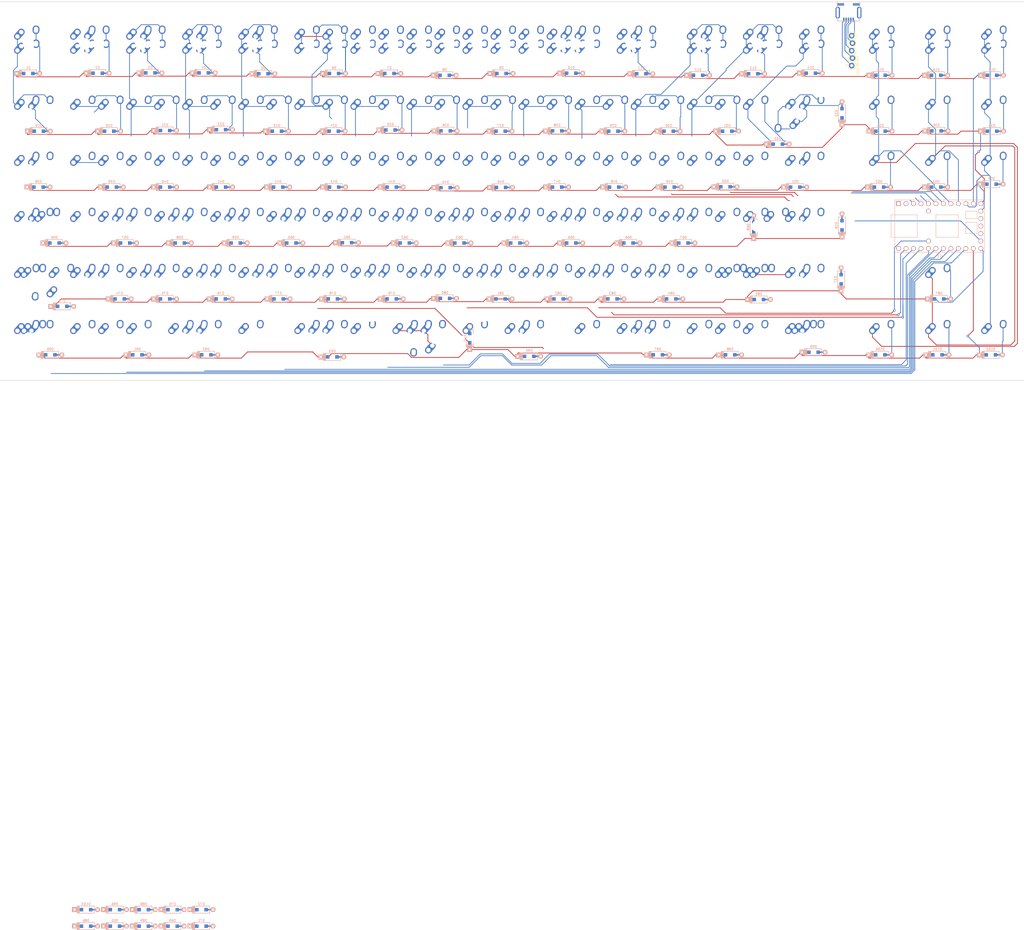
<source format=kicad_pcb>
(kicad_pcb (version 20171130) (host pcbnew "(5.0.0-rc2-dev-733-g23a9fcd91)")
  (layers (0 F.Cu signal) (31 B.Cu signal) (34 B.Paste user) (35 F.Paste user) (36 B.SilkS user hide) (37 F.SilkS user hide) (38 B.Mask user) (39 F.Mask user hide) (44 Edge.Cuts user hide))
  (net 0 "")
  (net 1 col11)
  (net 2 "Net-(D57-Pad2)")
  (net 3 col2)
  (net 4 col7)
  (net 5 "Net-(D79-Pad2)")
  (net 6 "Net-(D77-Pad2)")
  (net 7 col5)
  (net 8 row1)
  (net 9 "Net-(D1-Pad2)")
  (net 10 col4)
  (net 11 "Net-(D59-Pad2)")
  (net 12 "Net-(D2-Pad2)")
  (net 13 "Net-(D3-Pad2)")
  (net 14 "Net-(D4-Pad2)")
  (net 15 "Net-(D5-Pad2)")
  (net 16 "Net-(D6-Pad2)")
  (net 17 "Net-(D7-Pad2)")
  (net 18 "Net-(D8-Pad2)")
  (net 19 "Net-(D9-Pad2)")
  (net 20 "Net-(D10-Pad2)")
  (net 21 "Net-(D11-Pad2)")
  (net 22 "Net-(D12-Pad2)")
  (net 23 "Net-(D13-Pad2)")
  (net 24 "Net-(D14-Pad2)")
  (net 25 "Net-(D15-Pad2)")
  (net 26 "Net-(D16-Pad2)")
  (net 27 "Net-(D17-Pad2)")
  (net 28 "Net-(D18-Pad2)")
  (net 29 row2)
  (net 30 "Net-(D19-Pad2)")
  (net 31 "Net-(D20-Pad2)")
  (net 32 "Net-(D21-Pad2)")
  (net 33 "Net-(D22-Pad2)")
  (net 34 "Net-(D23-Pad2)")
  (net 35 "Net-(D24-Pad2)")
  (net 36 "Net-(D25-Pad2)")
  (net 37 "Net-(D26-Pad2)")
  (net 38 "Net-(D27-Pad2)")
  (net 39 "Net-(D28-Pad2)")
  (net 40 "Net-(D29-Pad2)")
  (net 41 "Net-(D30-Pad2)")
  (net 42 "Net-(D31-Pad2)")
  (net 43 row3)
  (net 44 "Net-(D32-Pad2)")
  (net 45 "Net-(D33-Pad2)")
  (net 46 "Net-(D34-Pad2)")
  (net 47 "Net-(D35-Pad2)")
  (net 48 "Net-(D36-Pad2)")
  (net 49 "Net-(D37-Pad2)")
  (net 50 "Net-(D38-Pad2)")
  (net 51 "Net-(D39-Pad2)")
  (net 52 "Net-(D40-Pad2)")
  (net 53 "Net-(D41-Pad2)")
  (net 54 "Net-(D42-Pad2)")
  (net 55 "Net-(D43-Pad2)")
  (net 56 "Net-(D44-Pad2)")
  (net 57 "Net-(D45-Pad2)")
  (net 58 "Net-(D46-Pad2)")
  (net 59 "Net-(D47-Pad2)")
  (net 60 "Net-(D48-Pad2)")
  (net 61 "Net-(D49-Pad2)")
  (net 62 "Net-(D50-Pad2)")
  (net 63 "Net-(D51-Pad2)")
  (net 64 "Net-(D52-Pad2)")
  (net 65 "Net-(D53-Pad2)")
  (net 66 "Net-(D54-Pad2)")
  (net 67 "Net-(D56-Pad2)")
  (net 68 "Net-(D58-Pad2)")
  (net 69 "Net-(D60-Pad2)")
  (net 70 "Net-(D61-Pad2)")
  (net 71 "Net-(D62-Pad2)")
  (net 72 "Net-(D63-Pad2)")
  (net 73 "Net-(D64-Pad2)")
  (net 74 "Net-(D65-Pad2)")
  (net 75 "Net-(D67-Pad2)")
  (net 76 "Net-(D68-Pad2)")
  (net 77 "Net-(D73-Pad2)")
  (net 78 row5)
  (net 79 "Net-(D74-Pad2)")
  (net 80 "Net-(D75-Pad2)")
  (net 81 "Net-(D76-Pad2)")
  (net 82 "Net-(D78-Pad2)")
  (net 83 "Net-(D80-Pad2)")
  (net 84 "Net-(D81-Pad2)")
  (net 85 "Net-(D82-Pad2)")
  (net 86 "Net-(D83-Pad2)")
  (net 87 "Net-(D84-Pad2)")
  (net 88 "Net-(D85-Pad2)")
  (net 89 "Net-(D87-Pad2)")
  (net 90 "Net-(D90-Pad2)")
  (net 91 row6)
  (net 92 "Net-(D91-Pad2)")
  (net 93 "Net-(D92-Pad2)")
  (net 94 "Net-(D93-Pad2)")
  (net 95 "Net-(D94-Pad2)")
  (net 96 "Net-(D95-Pad2)")
  (net 97 "Net-(D97-Pad2)")
  (net 98 "Net-(D98-Pad2)")
  (net 99 "Net-(D99-Pad2)")
  (net 100 "Net-(D100-Pad2)")
  (net 101 "Net-(D101-Pad2)")
  (net 102 "Net-(D102-Pad2)")
  (net 103 col6)
  (net 104 col9)
  (net 105 col8)
  (net 106 col10)
  (net 107 col3)
  (net 108 col12)
  (net 109 col13)
  (net 110 col18)
  (net 111 col17)
  (net 112 col16)
  (net 113 col15)
  (net 114 col1)
  (net 115 "Net-(U1-Pad15)")
  (net 116 "Net-(U1-Pad1)")
  (net 117 "Net-(U1-Pad14)")
  (net 118 "Net-(U1-Pad16)")
  (net 119 col14)
  (net 120 "Net-(U1-Pad30)")
  (net 121 GND)
  (net 122 "Net-(;1-Pad1)")
  (net 123 "Net-(U1-Pad2)")
  (net 124 "Net-(J1-Pad1)")
  (net 125 "Net-(J1-Pad2)")
  (net 126 "Net-(J1-Pad3)")
  (net 127 "Net-(J1-Pad4)")
  (net 128 "Net-(J1-Pad5)")
  (net 129 "Net-(J1-Pad6)")
  (net 130 "Net-(D55-Pad2)")
  (net 131 "Net-(D69-Pad2)")
  (net 132 "Net-(D70-Pad2)")
  (net 133 "Net-(D71-Pad2)")
  (net 134 "Net-(D72-Pad2)")
  (net 135 "Net-(D86-Pad2)")
  (net 136 "Net-(D88-Pad2)")
  (net 137 "Net-(D89-Pad2)")
  (net 138 "Net-(D96-Pad2)")
  (net 139 "Net-(D103-Pad2)")
  (net 140 "Net-(Kortho20-Pad2)")
  (net 141 "Net-(Kortho21-Pad2)")
  (net 142 "Net-(Kortho43-Pad2)")
  (module ai03_hybrid:MX-1U-NoLED (layer F.Cu) (at 190.5 33.3375)
    (fp_text reference Kf7a1)
    (fp_text value KEYSW)
    (pad 2 thru_hole oval (at 2.5 -4.5 86.0548) (size 2.831378 2.25) (drill 1.47 (offset 0.290689 0)) (layers *.Cu B.Mask) (net 18 "Net-(D8-Pad2)"))
    (pad 2 thru_hole circle (at 2.54 -5.08) (size 2.25 2.25) (drill 1.47) (layers *.Cu B.Mask) (net 18 "Net-(D8-Pad2)"))
    (pad 1 thru_hole oval (at -3.81 -2.54 48.0996) (size 4.211556 2.25) (drill 1.47 (offset 0.980778 0)) (layers *.Cu B.Mask) (net 105 col8))
    (pad "" np_thru_hole circle (at 0 0) (size 3.9878 3.9878) (drill 3.9878) (layers *.Cu *.Mask))
    (pad 1 thru_hole circle (at -2.5 -4) (size 2.25 2.25) (drill 1.47) (layers *.Cu B.Mask) (net 105 col8))
    (pad "" np_thru_hole circle (at -5.08 0 48.0996) (size 1.75 1.75) (drill 1.75) (layers *.Cu *.Mask))
    (pad "" np_thru_hole circle (at 5.08 0 48.0996) (size 1.75 1.75) (drill 1.75) (layers *.Cu *.Mask))
  )
  (module ai03_hybrid:MX-1U-NoLED (layer F.Cu) (at 66.675 33.3375)
    (fp_text reference Kortho1)
    (fp_text value KEYSW)
    (pad 2 thru_hole oval (at 2.5 -4.5 86.0548) (size 2.831378 2.25) (drill 1.47 (offset 0.290689 0)) (layers *.Cu B.Mask) (net 12 "Net-(D2-Pad2)"))
    (pad 2 thru_hole circle (at 2.54 -5.08) (size 2.25 2.25) (drill 1.47) (layers *.Cu B.Mask) (net 12 "Net-(D2-Pad2)"))
    (pad 1 thru_hole oval (at -3.81 -2.54 48.0996) (size 4.211556 2.25) (drill 1.47 (offset 0.980778 0)) (layers *.Cu B.Mask) (net 3 col2))
    (pad "" np_thru_hole circle (at 0 0) (size 3.9878 3.9878) (drill 3.9878) (layers *.Cu *.Mask))
    (pad 1 thru_hole circle (at -2.5 -4) (size 2.25 2.25) (drill 1.47) (layers *.Cu B.Mask) (net 3 col2))
    (pad "" np_thru_hole circle (at -5.08 0 48.0996) (size 1.75 1.75) (drill 1.75) (layers *.Cu *.Mask))
    (pad "" np_thru_hole circle (at 5.08 0 48.0996) (size 1.75 1.75) (drill 1.75) (layers *.Cu *.Mask))
  )
  (module ai03_hybrid:MX-1U-NoLED (layer F.Cu) (at 200.025 33.3375)
    (fp_text reference Kortho8)
    (fp_text value KEYSW)
    (pad 2 thru_hole oval (at 2.5 -4.5 86.0548) (size 2.831378 2.25) (drill 1.47 (offset 0.290689 0)) (layers *.Cu B.Mask) (net 19 "Net-(D9-Pad2)"))
    (pad 2 thru_hole circle (at 2.54 -5.08) (size 2.25 2.25) (drill 1.47) (layers *.Cu B.Mask) (net 19 "Net-(D9-Pad2)"))
    (pad 1 thru_hole oval (at -3.81 -2.54 48.0996) (size 4.211556 2.25) (drill 1.47 (offset 0.980778 0)) (layers *.Cu B.Mask) (net 104 col9))
    (pad "" np_thru_hole circle (at 0 0) (size 3.9878 3.9878) (drill 3.9878) (layers *.Cu *.Mask))
    (pad 1 thru_hole circle (at -2.5 -4) (size 2.25 2.25) (drill 1.47) (layers *.Cu B.Mask) (net 104 col9))
    (pad "" np_thru_hole circle (at -5.08 0 48.0996) (size 1.75 1.75) (drill 1.75) (layers *.Cu *.Mask))
    (pad "" np_thru_hole circle (at 5.08 0 48.0996) (size 1.75 1.75) (drill 1.75) (layers *.Cu *.Mask))
  )
  (module ai03_hybrid:MX-1U-NoLED (layer F.Cu) (at 219.075 33.3375)
    (fp_text reference Kortho9)
    (fp_text value KEYSW)
    (pad "" np_thru_hole circle (at 5.08 0 48.0996) (size 1.75 1.75) (drill 1.75) (layers *.Cu *.Mask))
    (pad "" np_thru_hole circle (at -5.08 0 48.0996) (size 1.75 1.75) (drill 1.75) (layers *.Cu *.Mask))
    (pad 1 thru_hole circle (at -2.5 -4) (size 2.25 2.25) (drill 1.47) (layers *.Cu B.Mask) (net 106 col10))
    (pad "" np_thru_hole circle (at 0 0) (size 3.9878 3.9878) (drill 3.9878) (layers *.Cu *.Mask))
    (pad 1 thru_hole oval (at -3.81 -2.54 48.0996) (size 4.211556 2.25) (drill 1.47 (offset 0.980778 0)) (layers *.Cu B.Mask) (net 106 col10))
    (pad 2 thru_hole circle (at 2.54 -5.08) (size 2.25 2.25) (drill 1.47) (layers *.Cu B.Mask) (net 20 "Net-(D10-Pad2)"))
    (pad 2 thru_hole oval (at 2.5 -4.5 86.0548) (size 2.831378 2.25) (drill 1.47 (offset 0.290689 0)) (layers *.Cu B.Mask) (net 20 "Net-(D10-Pad2)"))
  )
  (module ai03_hybrid:MX-1U-NoLED (layer F.Cu) (at 180.975 33.3375)
    (fp_text reference Kortho7)
    (fp_text value KEYSW)
    (pad "" np_thru_hole circle (at 5.08 0 48.0996) (size 1.75 1.75) (drill 1.75) (layers *.Cu *.Mask))
    (pad "" np_thru_hole circle (at -5.08 0 48.0996) (size 1.75 1.75) (drill 1.75) (layers *.Cu *.Mask))
    (pad 1 thru_hole circle (at -2.5 -4) (size 2.25 2.25) (drill 1.47) (layers *.Cu B.Mask) (net 105 col8))
    (pad "" np_thru_hole circle (at 0 0) (size 3.9878 3.9878) (drill 3.9878) (layers *.Cu *.Mask))
    (pad 1 thru_hole oval (at -3.81 -2.54 48.0996) (size 4.211556 2.25) (drill 1.47 (offset 0.980778 0)) (layers *.Cu B.Mask) (net 105 col8))
    (pad 2 thru_hole circle (at 2.54 -5.08) (size 2.25 2.25) (drill 1.47) (layers *.Cu B.Mask) (net 18 "Net-(D8-Pad2)"))
    (pad 2 thru_hole oval (at 2.5 -4.5 86.0548) (size 2.831378 2.25) (drill 1.47 (offset 0.290689 0)) (layers *.Cu B.Mask) (net 18 "Net-(D8-Pad2)"))
  )
  (module ai03_hybrid:MX-1U-NoLED (layer F.Cu) (at 161.925 33.3375)
    (fp_text reference Kortho6)
    (fp_text value KEYSW)
    (pad "" np_thru_hole circle (at 5.08 0 48.0996) (size 1.75 1.75) (drill 1.75) (layers *.Cu *.Mask))
    (pad "" np_thru_hole circle (at -5.08 0 48.0996) (size 1.75 1.75) (drill 1.75) (layers *.Cu *.Mask))
    (pad 1 thru_hole circle (at -2.5 -4) (size 2.25 2.25) (drill 1.47) (layers *.Cu B.Mask) (net 4 col7))
    (pad "" np_thru_hole circle (at 0 0) (size 3.9878 3.9878) (drill 3.9878) (layers *.Cu *.Mask))
    (pad 1 thru_hole oval (at -3.81 -2.54 48.0996) (size 4.211556 2.25) (drill 1.47 (offset 0.980778 0)) (layers *.Cu B.Mask) (net 4 col7))
    (pad 2 thru_hole circle (at 2.54 -5.08) (size 2.25 2.25) (drill 1.47) (layers *.Cu B.Mask) (net 17 "Net-(D7-Pad2)"))
    (pad 2 thru_hole oval (at 2.5 -4.5 86.0548) (size 2.831378 2.25) (drill 1.47 (offset 0.290689 0)) (layers *.Cu B.Mask) (net 17 "Net-(D7-Pad2)"))
  )
  (module ai03_hybrid:MX-1U-NoLED (layer F.Cu) (at 238.125 33.3375)
    (fp_text reference Kortho10)
    (fp_text value KEYSW)
    (pad "" np_thru_hole circle (at 5.08 0 48.0996) (size 1.75 1.75) (drill 1.75) (layers *.Cu *.Mask))
    (pad "" np_thru_hole circle (at -5.08 0 48.0996) (size 1.75 1.75) (drill 1.75) (layers *.Cu *.Mask))
    (pad 1 thru_hole circle (at -2.5 -4) (size 2.25 2.25) (drill 1.47) (layers *.Cu B.Mask) (net 1 col11))
    (pad "" np_thru_hole circle (at 0 0) (size 3.9878 3.9878) (drill 3.9878) (layers *.Cu *.Mask))
    (pad 1 thru_hole oval (at -3.81 -2.54 48.0996) (size 4.211556 2.25) (drill 1.47 (offset 0.980778 0)) (layers *.Cu B.Mask) (net 1 col11))
    (pad 2 thru_hole circle (at 2.54 -5.08) (size 2.25 2.25) (drill 1.47) (layers *.Cu B.Mask) (net 21 "Net-(D11-Pad2)"))
    (pad 2 thru_hole oval (at 2.5 -4.5 86.0548) (size 2.831378 2.25) (drill 1.47 (offset 0.290689 0)) (layers *.Cu B.Mask) (net 21 "Net-(D11-Pad2)"))
  )
  (module ai03_hybrid:MX-1.25U-NoLED (layer F.Cu) (at 252.4125 133.35)
    (fp_text reference kctrlc1)
    (fp_text value KEYSW)
    (pad 2 thru_hole oval (at 2.5 -4.5 86.0548) (size 2.831378 2.25) (drill 1.47 (offset 0.290689 0)) (layers *.Cu B.Mask) (net 97 "Net-(D97-Pad2)"))
    (pad 2 thru_hole circle (at 2.54 -5.08) (size 2.25 2.25) (drill 1.47) (layers *.Cu B.Mask) (net 97 "Net-(D97-Pad2)"))
    (pad 1 thru_hole oval (at -3.81 -2.54 48.0996) (size 4.211556 2.25) (drill 1.47 (offset 0.980778 0)) (layers *.Cu B.Mask) (net 108 col12))
    (pad "" np_thru_hole circle (at 0 0) (size 3.9878 3.9878) (drill 3.9878) (layers *.Cu *.Mask))
    (pad 1 thru_hole circle (at -2.5 -4) (size 2.25 2.25) (drill 1.47) (layers *.Cu B.Mask) (net 108 col12))
    (pad "" np_thru_hole circle (at -5.08 0 48.0996) (size 1.75 1.75) (drill 1.75) (layers *.Cu *.Mask))
    (pad "" np_thru_hole circle (at 5.08 0 48.0996) (size 1.75 1.75) (drill 1.75) (layers *.Cu *.Mask))
  )
  (module ai03_hybrid:MX-1U-NoLED (layer F.Cu) (at 357.1875 114.3)
    (fp_text reference K2b1)
    (fp_text value KEYSW)
    (pad "" np_thru_hole circle (at 5.08 0 48.0996) (size 1.75 1.75) (drill 1.75) (layers *.Cu *.Mask))
    (pad "" np_thru_hole circle (at -5.08 0 48.0996) (size 1.75 1.75) (drill 1.75) (layers *.Cu *.Mask))
    (pad 1 thru_hole circle (at -2.5 -4) (size 2.25 2.25) (drill 1.47) (layers *.Cu B.Mask) (net 111 col17))
    (pad "" np_thru_hole circle (at 0 0) (size 3.9878 3.9878) (drill 3.9878) (layers *.Cu *.Mask))
    (pad 1 thru_hole oval (at -3.81 -2.54 48.0996) (size 4.211556 2.25) (drill 1.47 (offset 0.980778 0)) (layers *.Cu B.Mask) (net 111 col17))
    (pad 2 thru_hole circle (at 2.54 -5.08) (size 2.25 2.25) (drill 1.47) (layers *.Cu B.Mask) (net 89 "Net-(D87-Pad2)"))
    (pad 2 thru_hole oval (at 2.5 -4.5 86.0548) (size 2.831378 2.25) (drill 1.47 (offset 0.290689 0)) (layers *.Cu B.Mask) (net 89 "Net-(D87-Pad2)"))
  )
  (module Helpful:Teensy2.0 (layer B.Cu) (at 357.1875 95.25)
    (fp_text reference U1 (at 0 10.16) (layer B.SilkS) (effects (justify mirror)))
    (fp_text value TEENSY2.0)
    (pad 31 thru_hole circle (at -3.81 5.08) (size 1.6 1.6) (drill 1.1) (layers *.Cu *.Mask B.SilkS) (net 106 col10))
    (pad 30 thru_hole circle (at -3.81 -5.08) (size 1.6 1.6) (drill 1.1) (layers *.Cu *.Mask B.SilkS) (net 120 "Net-(U1-Pad30)"))
    (pad 29 thru_hole circle (at -13.97 7.62) (size 1.6 1.6) (drill 1.1) (layers *.Cu *.Mask B.SilkS) (net 121 GND))
    (pad 28 thru_hole circle (at -11.43 7.62) (size 1.6 1.6) (drill 1.1) (layers *.Cu *.Mask B.SilkS) (net 104 col9))
    (pad 27 thru_hole circle (at -8.89 7.62) (size 1.6 1.6) (drill 1.1) (layers *.Cu *.Mask B.SilkS) (net 105 col8))
    (pad 26 thru_hole circle (at -6.35 7.62) (size 1.6 1.6) (drill 1.1) (layers *.Cu *.Mask B.SilkS) (net 103 col6))
    (pad 25 thru_hole circle (at -3.81 7.62) (size 1.6 1.6) (drill 1.1) (layers *.Cu *.Mask B.SilkS) (net 4 col7))
    (pad 24 thru_hole circle (at -1.27 7.62) (size 1.6 1.6) (drill 1.1) (layers *.Cu *.Mask B.SilkS) (net 7 col5))
    (pad 23 thru_hole circle (at 1.27 7.62) (size 1.6 1.6) (drill 1.1) (layers *.Cu *.Mask B.SilkS) (net 10 col4))
    (pad 22 thru_hole circle (at 3.81 7.62) (size 1.6 1.6) (drill 1.1) (layers *.Cu *.Mask B.SilkS) (net 107 col3))
    (pad 21 thru_hole circle (at 6.35 7.62) (size 1.6 1.6) (drill 1.1) (layers *.Cu *.Mask B.SilkS) (net 3 col2))
    (pad 20 thru_hole circle (at 8.89 7.62) (size 1.6 1.6) (drill 1.1) (layers *.Cu *.Mask B.SilkS) (net 114 col1))
    (pad 19 thru_hole circle (at 11.43 7.62) (size 1.6 1.6) (drill 1.1) (layers *.Cu *.Mask B.SilkS) (net 91 row6))
    (pad 18 thru_hole circle (at 13.97 7.62) (size 1.6 1.6) (drill 1.1) (layers *.Cu *.Mask B.SilkS) (net 78 row5))
    (pad 17 thru_hole circle (at 13.97 5.08) (size 1.6 1.6) (drill 1.1) (layers *.Cu *.Mask B.SilkS) (net 113 col15))
    (pad 16 thru_hole circle (at 13.97 2.54) (size 1.6 1.6) (drill 1.1) (layers *.Cu *.Mask B.SilkS) (net 118 "Net-(U1-Pad16)"))
    (pad 14 thru_hole circle (at 13.97 -2.54) (size 1.6 1.6) (drill 1.1) (layers *.Cu *.Mask B.SilkS) (net 117 "Net-(U1-Pad14)"))
    (pad 13 thru_hole circle (at 13.97 -5.08) (size 1.6 1.6) (drill 1.1) (layers *.Cu *.Mask B.SilkS) (net 43 row3))
    (pad 12 thru_hole circle (at 13.97 -7.62) (size 1.6 1.6) (drill 1.1) (layers *.Cu *.Mask B.SilkS) (net 29 row2))
    (pad 11 thru_hole circle (at 11.43 -7.62) (size 1.6 1.6) (drill 1.1) (layers *.Cu *.Mask B.SilkS) (net 8 row1))
    (pad 10 thru_hole circle (at 8.89 -7.62) (size 1.6 1.6) (drill 1.1) (layers *.Cu *.Mask B.SilkS) (net 110 col18))
    (pad 9 thru_hole circle (at 6.35 -7.62) (size 1.6 1.6) (drill 1.1) (layers *.Cu *.Mask B.SilkS) (net 111 col17))
    (pad 8 thru_hole circle (at 3.81 -7.62) (size 1.6 1.6) (drill 1.1) (layers *.Cu *.Mask B.SilkS) (net 112 col16))
    (pad 7 thru_hole circle (at 1.27 -7.62) (size 1.6 1.6) (drill 1.1) (layers *.Cu *.Mask B.SilkS) (net 113 col15))
    (pad 6 thru_hole circle (at -1.27 -7.62) (size 1.6 1.6) (drill 1.1) (layers *.Cu *.Mask B.SilkS) (net 119 col14))
    (pad 5 thru_hole circle (at -3.81 -7.62) (size 1.6 1.6) (drill 1.1) (layers *.Cu *.Mask B.SilkS) (net 109 col13))
    (pad 4 thru_hole circle (at -6.35 -7.62) (size 1.6 1.6) (drill 1.1) (layers *.Cu *.Mask B.SilkS) (net 108 col12))
    (pad 3 thru_hole circle (at -8.89 -7.62) (size 1.6 1.6) (drill 1.1) (layers *.Cu *.Mask B.SilkS) (net 1 col11))
    (pad 2 thru_hole circle (at -11.43 -7.62) (size 1.6 1.6) (drill 1.1) (layers *.Cu *.Mask B.SilkS) (net 123 "Net-(U1-Pad2)"))
    (pad 1 thru_hole rect (at -13.97 -7.62) (size 1.6 1.6) (drill 1.1) (layers *.Cu *.Mask B.SilkS) (net 116 "Net-(U1-Pad1)"))
    (pad 15 thru_hole circle (at 13.97 0) (size 1.6 1.6) (drill 1.1) (layers *.Cu *.Mask B.SilkS) (net 115 "Net-(U1-Pad15)"))
  )
  (module ai03_hybrid:MX-1U-NoLED (layer F.Cu) (at 357.1875 76.2)
    (fp_text reference K8b1)
    (fp_text value KEYSW)
    (pad 2 thru_hole oval (at 2.5 -4.5 86.0548) (size 2.831378 2.25) (drill 1.47 (offset 0.290689 0)) (layers *.Cu B.Mask) (net 65 "Net-(D53-Pad2)"))
    (pad 2 thru_hole circle (at 2.54 -5.08) (size 2.25 2.25) (drill 1.47) (layers *.Cu B.Mask) (net 65 "Net-(D53-Pad2)"))
    (pad 1 thru_hole oval (at -3.81 -2.54 48.0996) (size 4.211556 2.25) (drill 1.47 (offset 0.980778 0)) (layers *.Cu B.Mask) (net 111 col17))
    (pad "" np_thru_hole circle (at 0 0) (size 3.9878 3.9878) (drill 3.9878) (layers *.Cu *.Mask))
    (pad 1 thru_hole circle (at -2.5 -4) (size 2.25 2.25) (drill 1.47) (layers *.Cu B.Mask) (net 111 col17))
    (pad "" np_thru_hole circle (at -5.08 0 48.0996) (size 1.75 1.75) (drill 1.75) (layers *.Cu *.Mask))
    (pad "" np_thru_hole circle (at 5.08 0 48.0996) (size 1.75 1.75) (drill 1.75) (layers *.Cu *.Mask))
  )
  (module ai03_hybrid:MX-1U-NoLED (layer F.Cu) (at 314.325 33.3375)
    (fp_text reference Kesc2)
    (fp_text value KEYSW)
    (pad 2 thru_hole oval (at 2.5 -4.5 86.0548) (size 2.831378 2.25) (drill 1.47 (offset 0.290689 0)) (layers *.Cu B.Mask) (net 24 "Net-(D14-Pad2)"))
    (pad 2 thru_hole circle (at 2.54 -5.08) (size 2.25 2.25) (drill 1.47) (layers *.Cu B.Mask) (net 24 "Net-(D14-Pad2)"))
    (pad 1 thru_hole oval (at -3.81 -2.54 48.0996) (size 4.211556 2.25) (drill 1.47 (offset 0.980778 0)) (layers *.Cu B.Mask) (net 119 col14))
    (pad "" np_thru_hole circle (at 0 0) (size 3.9878 3.9878) (drill 3.9878) (layers *.Cu *.Mask))
    (pad 1 thru_hole circle (at -2.5 -4) (size 2.25 2.25) (drill 1.47) (layers *.Cu B.Mask) (net 119 col14))
    (pad "" np_thru_hole circle (at -5.08 0 48.0996) (size 1.75 1.75) (drill 1.75) (layers *.Cu *.Mask))
    (pad "" np_thru_hole circle (at 5.08 0 48.0996) (size 1.75 1.75) (drill 1.75) (layers *.Cu *.Mask))
  )
  (module ai03_hybrid:MX-1U-NoLED (layer F.Cu) (at 209.55 33.3375)
    (fp_text reference Kf8a1)
    (fp_text value KEYSW)
    (pad 2 thru_hole oval (at 2.5 -4.5 86.0548) (size 2.831378 2.25) (drill 1.47 (offset 0.290689 0)) (layers *.Cu B.Mask) (net 19 "Net-(D9-Pad2)"))
    (pad 2 thru_hole circle (at 2.54 -5.08) (size 2.25 2.25) (drill 1.47) (layers *.Cu B.Mask) (net 19 "Net-(D9-Pad2)"))
    (pad 1 thru_hole oval (at -3.81 -2.54 48.0996) (size 4.211556 2.25) (drill 1.47 (offset 0.980778 0)) (layers *.Cu B.Mask) (net 104 col9))
    (pad "" np_thru_hole circle (at 0 0) (size 3.9878 3.9878) (drill 3.9878) (layers *.Cu *.Mask))
    (pad 1 thru_hole circle (at -2.5 -4) (size 2.25 2.25) (drill 1.47) (layers *.Cu B.Mask) (net 104 col9))
    (pad "" np_thru_hole circle (at -5.08 0 48.0996) (size 1.75 1.75) (drill 1.75) (layers *.Cu *.Mask))
    (pad "" np_thru_hole circle (at 5.08 0 48.0996) (size 1.75 1.75) (drill 1.75) (layers *.Cu *.Mask))
  )
  (module ai03_hybrid:MX-1U-NoLED (layer F.Cu) (at 257.175 33.3375)
    (fp_text reference Kf10a1)
    (fp_text value KEYSW)
    (pad 2 thru_hole oval (at 2.5 -4.5 86.0548) (size 2.831378 2.25) (drill 1.47 (offset 0.290689 0)) (layers *.Cu B.Mask) (net 1 col11))
    (pad 2 thru_hole circle (at 2.54 -5.08) (size 2.25 2.25) (drill 1.47) (layers *.Cu B.Mask) (net 1 col11))
    (pad 1 thru_hole oval (at -3.81 -2.54 48.0996) (size 4.211556 2.25) (drill 1.47 (offset 0.980778 0)) (layers *.Cu B.Mask) (net 21 "Net-(D11-Pad2)"))
    (pad "" np_thru_hole circle (at 0 0) (size 3.9878 3.9878) (drill 3.9878) (layers *.Cu *.Mask))
    (pad 1 thru_hole circle (at -2.5 -4) (size 2.25 2.25) (drill 1.47) (layers *.Cu B.Mask) (net 21 "Net-(D11-Pad2)"))
    (pad "" np_thru_hole circle (at -5.08 0 48.0996) (size 1.75 1.75) (drill 1.75) (layers *.Cu *.Mask))
    (pad "" np_thru_hole circle (at 5.08 0 48.0996) (size 1.75 1.75) (drill 1.75) (layers *.Cu *.Mask))
  )
  (module ai03_hybrid:MX-1U-NoLED (layer F.Cu) (at 123.825 33.3375)
    (fp_text reference Kf3b1)
    (fp_text value KEYSW)
    (pad "" np_thru_hole circle (at 5.08 0 48.0996) (size 1.75 1.75) (drill 1.75) (layers *.Cu *.Mask))
    (pad "" np_thru_hole circle (at -5.08 0 48.0996) (size 1.75 1.75) (drill 1.75) (layers *.Cu *.Mask))
    (pad 1 thru_hole circle (at -2.5 -4) (size 2.25 2.25) (drill 1.47) (layers *.Cu B.Mask) (net 7 col5))
    (pad "" np_thru_hole circle (at 0 0) (size 3.9878 3.9878) (drill 3.9878) (layers *.Cu *.Mask))
    (pad 1 thru_hole oval (at -3.81 -2.54 48.0996) (size 4.211556 2.25) (drill 1.47 (offset 0.980778 0)) (layers *.Cu B.Mask) (net 7 col5))
    (pad 2 thru_hole circle (at 2.54 -5.08) (size 2.25 2.25) (drill 1.47) (layers *.Cu B.Mask) (net 15 "Net-(D5-Pad2)"))
    (pad 2 thru_hole oval (at 2.5 -4.5 86.0548) (size 2.831378 2.25) (drill 1.47 (offset 0.290689 0)) (layers *.Cu B.Mask) (net 15 "Net-(D5-Pad2)"))
  )
  (module ai03_hybrid:MX-1U-NoLED (layer F.Cu) (at 300.0375 33.3375)
    (fp_text reference Kf12a1)
    (fp_text value KEYSW)
    (pad 2 thru_hole oval (at 2.5 -4.5 86.0548) (size 2.831378 2.25) (drill 1.47 (offset 0.290689 0)) (layers *.Cu B.Mask) (net 109 col13))
    (pad 2 thru_hole circle (at 2.54 -5.08) (size 2.25 2.25) (drill 1.47) (layers *.Cu B.Mask) (net 109 col13))
    (pad 1 thru_hole oval (at -3.81 -2.54 48.0996) (size 4.211556 2.25) (drill 1.47 (offset 0.980778 0)) (layers *.Cu B.Mask) (net 23 "Net-(D13-Pad2)"))
    (pad "" np_thru_hole circle (at 0 0) (size 3.9878 3.9878) (drill 3.9878) (layers *.Cu *.Mask))
    (pad 1 thru_hole circle (at -2.5 -4) (size 2.25 2.25) (drill 1.47) (layers *.Cu B.Mask) (net 23 "Net-(D13-Pad2)"))
    (pad "" np_thru_hole circle (at -5.08 0 48.0996) (size 1.75 1.75) (drill 1.75) (layers *.Cu *.Mask))
    (pad "" np_thru_hole circle (at 5.08 0 48.0996) (size 1.75 1.75) (drill 1.75) (layers *.Cu *.Mask))
  )
  (module ai03_hybrid:MX-1U-NoLED (layer F.Cu) (at 109.5375 33.3375)
    (fp_text reference Kf3a1)
    (fp_text value KEYSW)
    (pad 2 thru_hole oval (at 2.5 -4.5 86.0548) (size 2.831378 2.25) (drill 1.47 (offset 0.290689 0)) (layers *.Cu B.Mask) (net 10 col4))
    (pad 2 thru_hole circle (at 2.54 -5.08) (size 2.25 2.25) (drill 1.47) (layers *.Cu B.Mask) (net 10 col4))
    (pad 1 thru_hole oval (at -3.81 -2.54 48.0996) (size 4.211556 2.25) (drill 1.47 (offset 0.980778 0)) (layers *.Cu B.Mask) (net 14 "Net-(D4-Pad2)"))
    (pad "" np_thru_hole circle (at 0 0) (size 3.9878 3.9878) (drill 3.9878) (layers *.Cu *.Mask))
    (pad 1 thru_hole circle (at -2.5 -4) (size 2.25 2.25) (drill 1.47) (layers *.Cu B.Mask) (net 14 "Net-(D4-Pad2)"))
    (pad "" np_thru_hole circle (at -5.08 0 48.0996) (size 1.75 1.75) (drill 1.75) (layers *.Cu *.Mask))
    (pad "" np_thru_hole circle (at 5.08 0 48.0996) (size 1.75 1.75) (drill 1.75) (layers *.Cu *.Mask))
  )
  (module ai03_hybrid:MX-1U-NoLED (layer F.Cu) (at 252.4125 33.3375)
    (fp_text reference Kf9b1)
    (fp_text value KEYSW)
    (pad 2 thru_hole oval (at 2.5 -4.5 86.0548) (size 2.831378 2.25) (drill 1.47 (offset 0.290689 0)) (layers *.Cu B.Mask) (net 21 "Net-(D11-Pad2)"))
    (pad 2 thru_hole circle (at 2.54 -5.08) (size 2.25 2.25) (drill 1.47) (layers *.Cu B.Mask) (net 21 "Net-(D11-Pad2)"))
    (pad 1 thru_hole oval (at -3.81 -2.54 48.0996) (size 4.211556 2.25) (drill 1.47 (offset 0.980778 0)) (layers *.Cu B.Mask) (net 1 col11))
    (pad "" np_thru_hole circle (at 0 0) (size 3.9878 3.9878) (drill 3.9878) (layers *.Cu *.Mask))
    (pad 1 thru_hole circle (at -2.5 -4) (size 2.25 2.25) (drill 1.47) (layers *.Cu B.Mask) (net 1 col11))
    (pad "" np_thru_hole circle (at -5.08 0 48.0996) (size 1.75 1.75) (drill 1.75) (layers *.Cu *.Mask))
    (pad "" np_thru_hole circle (at 5.08 0 48.0996) (size 1.75 1.75) (drill 1.75) (layers *.Cu *.Mask))
  )
  (module ai03_hybrid:MX-1U-NoLED (layer F.Cu) (at 142.875 33.3375)
    (fp_text reference Kf4b1)
    (fp_text value KEYSW)
    (pad 2 thru_hole oval (at 2.5 -4.5 86.0548) (size 2.831378 2.25) (drill 1.47 (offset 0.290689 0)) (layers *.Cu B.Mask) (net 16 "Net-(D6-Pad2)"))
    (pad 2 thru_hole circle (at 2.54 -5.08) (size 2.25 2.25) (drill 1.47) (layers *.Cu B.Mask) (net 16 "Net-(D6-Pad2)"))
    (pad 1 thru_hole oval (at -3.81 -2.54 48.0996) (size 4.211556 2.25) (drill 1.47 (offset 0.980778 0)) (layers *.Cu B.Mask) (net 103 col6))
    (pad "" np_thru_hole circle (at 0 0) (size 3.9878 3.9878) (drill 3.9878) (layers *.Cu *.Mask))
    (pad 1 thru_hole circle (at -2.5 -4) (size 2.25 2.25) (drill 1.47) (layers *.Cu B.Mask) (net 103 col6))
    (pad "" np_thru_hole circle (at -5.08 0 48.0996) (size 1.75 1.75) (drill 1.75) (layers *.Cu *.Mask))
    (pad "" np_thru_hole circle (at 5.08 0 48.0996) (size 1.75 1.75) (drill 1.75) (layers *.Cu *.Mask))
  )
  (module ai03_hybrid:MX-1U-NoLED (layer F.Cu) (at 295.275 33.3375)
    (fp_text reference Kf11b1)
    (fp_text value KEYSW)
    (pad "" np_thru_hole circle (at 5.08 0 48.0996) (size 1.75 1.75) (drill 1.75) (layers *.Cu *.Mask))
    (pad "" np_thru_hole circle (at -5.08 0 48.0996) (size 1.75 1.75) (drill 1.75) (layers *.Cu *.Mask))
    (pad 1 thru_hole circle (at -2.5 -4) (size 2.25 2.25) (drill 1.47) (layers *.Cu B.Mask) (net 109 col13))
    (pad "" np_thru_hole circle (at 0 0) (size 3.9878 3.9878) (drill 3.9878) (layers *.Cu *.Mask))
    (pad 1 thru_hole oval (at -3.81 -2.54 48.0996) (size 4.211556 2.25) (drill 1.47 (offset 0.980778 0)) (layers *.Cu B.Mask) (net 109 col13))
    (pad 2 thru_hole circle (at 2.54 -5.08) (size 2.25 2.25) (drill 1.47) (layers *.Cu B.Mask) (net 23 "Net-(D13-Pad2)"))
    (pad 2 thru_hole oval (at 2.5 -4.5 86.0548) (size 2.831378 2.25) (drill 1.47 (offset 0.290689 0)) (layers *.Cu B.Mask) (net 23 "Net-(D13-Pad2)"))
  )
  (module ai03_hybrid:MX-1U-NoLED (layer F.Cu) (at 171.45 33.3375)
    (fp_text reference Kf6a1)
    (fp_text value KEYSW)
    (pad 2 thru_hole oval (at 2.5 -4.5 86.0548) (size 2.831378 2.25) (drill 1.47 (offset 0.290689 0)) (layers *.Cu B.Mask) (net 17 "Net-(D7-Pad2)"))
    (pad 2 thru_hole circle (at 2.54 -5.08) (size 2.25 2.25) (drill 1.47) (layers *.Cu B.Mask) (net 17 "Net-(D7-Pad2)"))
    (pad 1 thru_hole oval (at -3.81 -2.54 48.0996) (size 4.211556 2.25) (drill 1.47 (offset 0.980778 0)) (layers *.Cu B.Mask) (net 4 col7))
    (pad "" np_thru_hole circle (at 0 0) (size 3.9878 3.9878) (drill 3.9878) (layers *.Cu *.Mask))
    (pad 1 thru_hole circle (at -2.5 -4) (size 2.25 2.25) (drill 1.47) (layers *.Cu B.Mask) (net 4 col7))
    (pad "" np_thru_hole circle (at -5.08 0 48.0996) (size 1.75 1.75) (drill 1.75) (layers *.Cu *.Mask))
    (pad "" np_thru_hole circle (at 5.08 0 48.0996) (size 1.75 1.75) (drill 1.75) (layers *.Cu *.Mask))
  )
  (module ai03_hybrid:MX-1U-NoLED (layer F.Cu) (at 276.225 33.3375)
    (fp_text reference Kf10b1)
    (fp_text value KEYSW)
    (pad 2 thru_hole oval (at 2.5 -4.5 86.0548) (size 2.831378 2.25) (drill 1.47 (offset 0.290689 0)) (layers *.Cu B.Mask) (net 22 "Net-(D12-Pad2)"))
    (pad 2 thru_hole circle (at 2.54 -5.08) (size 2.25 2.25) (drill 1.47) (layers *.Cu B.Mask) (net 22 "Net-(D12-Pad2)"))
    (pad 1 thru_hole oval (at -3.81 -2.54 48.0996) (size 4.211556 2.25) (drill 1.47 (offset 0.980778 0)) (layers *.Cu B.Mask) (net 108 col12))
    (pad "" np_thru_hole circle (at 0 0) (size 3.9878 3.9878) (drill 3.9878) (layers *.Cu *.Mask))
    (pad 1 thru_hole circle (at -2.5 -4) (size 2.25 2.25) (drill 1.47) (layers *.Cu B.Mask) (net 108 col12))
    (pad "" np_thru_hole circle (at -5.08 0 48.0996) (size 1.75 1.75) (drill 1.75) (layers *.Cu *.Mask))
    (pad "" np_thru_hole circle (at 5.08 0 48.0996) (size 1.75 1.75) (drill 1.75) (layers *.Cu *.Mask))
  )
  (module ai03_hybrid:MX-1U-NoLED (layer F.Cu) (at 104.775 33.3375)
    (fp_text reference Kf2b1)
    (fp_text value KEYSW)
    (pad "" np_thru_hole circle (at 5.08 0 48.0996) (size 1.75 1.75) (drill 1.75) (layers *.Cu *.Mask))
    (pad "" np_thru_hole circle (at -5.08 0 48.0996) (size 1.75 1.75) (drill 1.75) (layers *.Cu *.Mask))
    (pad 1 thru_hole circle (at -2.5 -4) (size 2.25 2.25) (drill 1.47) (layers *.Cu B.Mask) (net 10 col4))
    (pad "" np_thru_hole circle (at 0 0) (size 3.9878 3.9878) (drill 3.9878) (layers *.Cu *.Mask))
    (pad 1 thru_hole oval (at -3.81 -2.54 48.0996) (size 4.211556 2.25) (drill 1.47 (offset 0.980778 0)) (layers *.Cu B.Mask) (net 10 col4))
    (pad 2 thru_hole circle (at 2.54 -5.08) (size 2.25 2.25) (drill 1.47) (layers *.Cu B.Mask) (net 14 "Net-(D4-Pad2)"))
    (pad 2 thru_hole oval (at 2.5 -4.5 86.0548) (size 2.831378 2.25) (drill 1.47 (offset 0.290689 0)) (layers *.Cu B.Mask) (net 14 "Net-(D4-Pad2)"))
  )
  (module ai03_hybrid:MX-1U-NoLED (layer F.Cu) (at 85.725 33.3375)
    (fp_text reference Kf1b1)
    (fp_text value KEYSW)
    (pad 2 thru_hole oval (at 2.5 -4.5 86.0548) (size 2.831378 2.25) (drill 1.47 (offset 0.290689 0)) (layers *.Cu B.Mask) (net 13 "Net-(D3-Pad2)"))
    (pad 2 thru_hole circle (at 2.54 -5.08) (size 2.25 2.25) (drill 1.47) (layers *.Cu B.Mask) (net 13 "Net-(D3-Pad2)"))
    (pad 1 thru_hole oval (at -3.81 -2.54 48.0996) (size 4.211556 2.25) (drill 1.47 (offset 0.980778 0)) (layers *.Cu B.Mask) (net 107 col3))
    (pad "" np_thru_hole circle (at 0 0) (size 3.9878 3.9878) (drill 3.9878) (layers *.Cu *.Mask))
    (pad 1 thru_hole circle (at -2.5 -4) (size 2.25 2.25) (drill 1.47) (layers *.Cu B.Mask) (net 107 col3))
    (pad "" np_thru_hole circle (at -5.08 0 48.0996) (size 1.75 1.75) (drill 1.75) (layers *.Cu *.Mask))
    (pad "" np_thru_hole circle (at 5.08 0 48.0996) (size 1.75 1.75) (drill 1.75) (layers *.Cu *.Mask))
  )
  (module ai03_hybrid:MX-1U-NoLED (layer F.Cu) (at 233.3625 33.3375)
    (fp_text reference Kf9a1)
    (fp_text value KEYSW)
    (pad "" np_thru_hole circle (at 5.08 0 48.0996) (size 1.75 1.75) (drill 1.75) (layers *.Cu *.Mask))
    (pad "" np_thru_hole circle (at -5.08 0 48.0996) (size 1.75 1.75) (drill 1.75) (layers *.Cu *.Mask))
    (pad 1 thru_hole circle (at -2.5 -4) (size 2.25 2.25) (drill 1.47) (layers *.Cu B.Mask) (net 20 "Net-(D10-Pad2)"))
    (pad "" np_thru_hole circle (at 0 0) (size 3.9878 3.9878) (drill 3.9878) (layers *.Cu *.Mask))
    (pad 1 thru_hole oval (at -3.81 -2.54 48.0996) (size 4.211556 2.25) (drill 1.47 (offset 0.980778 0)) (layers *.Cu B.Mask) (net 20 "Net-(D10-Pad2)"))
    (pad 2 thru_hole circle (at 2.54 -5.08) (size 2.25 2.25) (drill 1.47) (layers *.Cu B.Mask) (net 106 col10))
    (pad 2 thru_hole oval (at 2.5 -4.5 86.0548) (size 2.831378 2.25) (drill 1.47 (offset 0.290689 0)) (layers *.Cu B.Mask) (net 106 col10))
  )
  (module ai03_hybrid:MX-1U-NoLED (layer F.Cu) (at 90.4875 33.3375)
    (fp_text reference Kf2a1)
    (fp_text value KEYSW)
    (pad 2 thru_hole oval (at 2.5 -4.5 86.0548) (size 2.831378 2.25) (drill 1.47 (offset 0.290689 0)) (layers *.Cu B.Mask) (net 107 col3))
    (pad 2 thru_hole circle (at 2.54 -5.08) (size 2.25 2.25) (drill 1.47) (layers *.Cu B.Mask) (net 107 col3))
    (pad 1 thru_hole oval (at -3.81 -2.54 48.0996) (size 4.211556 2.25) (drill 1.47 (offset 0.980778 0)) (layers *.Cu B.Mask) (net 13 "Net-(D3-Pad2)"))
    (pad "" np_thru_hole circle (at 0 0) (size 3.9878 3.9878) (drill 3.9878) (layers *.Cu *.Mask))
    (pad 1 thru_hole circle (at -2.5 -4) (size 2.25 2.25) (drill 1.47) (layers *.Cu B.Mask) (net 13 "Net-(D3-Pad2)"))
    (pad "" np_thru_hole circle (at -5.08 0 48.0996) (size 1.75 1.75) (drill 1.75) (layers *.Cu *.Mask))
    (pad "" np_thru_hole circle (at 5.08 0 48.0996) (size 1.75 1.75) (drill 1.75) (layers *.Cu *.Mask))
  )
  (module ai03_hybrid:MX-1U-NoLED (layer F.Cu) (at 228.6 33.3375)
    (fp_text reference Kf8b1)
    (fp_text value KEYSW)
    (pad "" np_thru_hole circle (at 5.08 0 48.0996) (size 1.75 1.75) (drill 1.75) (layers *.Cu *.Mask))
    (pad "" np_thru_hole circle (at -5.08 0 48.0996) (size 1.75 1.75) (drill 1.75) (layers *.Cu *.Mask))
    (pad 1 thru_hole circle (at -2.5 -4) (size 2.25 2.25) (drill 1.47) (layers *.Cu B.Mask) (net 106 col10))
    (pad "" np_thru_hole circle (at 0 0) (size 3.9878 3.9878) (drill 3.9878) (layers *.Cu *.Mask))
    (pad 1 thru_hole oval (at -3.81 -2.54 48.0996) (size 4.211556 2.25) (drill 1.47 (offset 0.980778 0)) (layers *.Cu B.Mask) (net 106 col10))
    (pad 2 thru_hole circle (at 2.54 -5.08) (size 2.25 2.25) (drill 1.47) (layers *.Cu B.Mask) (net 20 "Net-(D10-Pad2)"))
    (pad 2 thru_hole oval (at 2.5 -4.5 86.0548) (size 2.831378 2.25) (drill 1.47 (offset 0.290689 0)) (layers *.Cu B.Mask) (net 20 "Net-(D10-Pad2)"))
  )
  (module ai03_hybrid:MX-1U-NoLED (layer F.Cu) (at 128.5875 33.3375)
    (fp_text reference Kf4a1)
    (fp_text value KEYSW)
    (pad "" np_thru_hole circle (at 5.08 0 48.0996) (size 1.75 1.75) (drill 1.75) (layers *.Cu *.Mask))
    (pad "" np_thru_hole circle (at -5.08 0 48.0996) (size 1.75 1.75) (drill 1.75) (layers *.Cu *.Mask))
    (pad 1 thru_hole circle (at -2.5 -4) (size 2.25 2.25) (drill 1.47) (layers *.Cu B.Mask) (net 15 "Net-(D5-Pad2)"))
    (pad "" np_thru_hole circle (at 0 0) (size 3.9878 3.9878) (drill 3.9878) (layers *.Cu *.Mask))
    (pad 1 thru_hole oval (at -3.81 -2.54 48.0996) (size 4.211556 2.25) (drill 1.47 (offset 0.980778 0)) (layers *.Cu B.Mask) (net 15 "Net-(D5-Pad2)"))
    (pad 2 thru_hole circle (at 2.54 -5.08) (size 2.25 2.25) (drill 1.47) (layers *.Cu B.Mask) (net 7 col5))
    (pad 2 thru_hole oval (at 2.5 -4.5 86.0548) (size 2.831378 2.25) (drill 1.47 (offset 0.290689 0)) (layers *.Cu B.Mask) (net 7 col5))
  )
  (module ai03_hybrid:MX-1U-NoLED (layer F.Cu) (at 152.4 33.3375)
    (fp_text reference Kf5a1)
    (fp_text value KEYSW)
    (pad "" np_thru_hole circle (at 5.08 0 48.0996) (size 1.75 1.75) (drill 1.75) (layers *.Cu *.Mask))
    (pad "" np_thru_hole circle (at -5.08 0 48.0996) (size 1.75 1.75) (drill 1.75) (layers *.Cu *.Mask))
    (pad 1 thru_hole circle (at -2.5 -4) (size 2.25 2.25) (drill 1.47) (layers *.Cu B.Mask) (net 103 col6))
    (pad "" np_thru_hole circle (at 0 0) (size 3.9878 3.9878) (drill 3.9878) (layers *.Cu *.Mask))
    (pad 1 thru_hole oval (at -3.81 -2.54 48.0996) (size 4.211556 2.25) (drill 1.47 (offset 0.980778 0)) (layers *.Cu B.Mask) (net 103 col6))
    (pad 2 thru_hole circle (at 2.54 -5.08) (size 2.25 2.25) (drill 1.47) (layers *.Cu B.Mask) (net 16 "Net-(D6-Pad2)"))
    (pad 2 thru_hole oval (at 2.5 -4.5 86.0548) (size 2.831378 2.25) (drill 1.47 (offset 0.290689 0)) (layers *.Cu B.Mask) (net 16 "Net-(D6-Pad2)"))
  )
  (module ai03_hybrid:MX-1U-NoLED (layer F.Cu) (at 280.9875 33.3375)
    (fp_text reference Kf11a1)
    (fp_text value KEYSW)
    (pad 2 thru_hole oval (at 2.5 -4.5 86.0548) (size 2.831378 2.25) (drill 1.47 (offset 0.290689 0)) (layers *.Cu B.Mask) (net 108 col12))
    (pad 2 thru_hole circle (at 2.54 -5.08) (size 2.25 2.25) (drill 1.47) (layers *.Cu B.Mask) (net 108 col12))
    (pad 1 thru_hole oval (at -3.81 -2.54 48.0996) (size 4.211556 2.25) (drill 1.47 (offset 0.980778 0)) (layers *.Cu B.Mask) (net 22 "Net-(D12-Pad2)"))
    (pad "" np_thru_hole circle (at 0 0) (size 3.9878 3.9878) (drill 3.9878) (layers *.Cu *.Mask))
    (pad 1 thru_hole circle (at -2.5 -4) (size 2.25 2.25) (drill 1.47) (layers *.Cu B.Mask) (net 22 "Net-(D12-Pad2)"))
    (pad "" np_thru_hole circle (at -5.08 0 48.0996) (size 1.75 1.75) (drill 1.75) (layers *.Cu *.Mask))
    (pad "" np_thru_hole circle (at 5.08 0 48.0996) (size 1.75 1.75) (drill 1.75) (layers *.Cu *.Mask))
  )
  (module ai03_hybrid:MX-1U-NoLED (layer F.Cu) (at 85.725 38.1)
    (fp_text reference Kf1b1)
    (fp_text value KEYSW)
    (pad "" np_thru_hole circle (at 5.08 0 48.0996) (size 1.75 1.75) (drill 1.75) (layers *.Cu *.Mask))
    (pad "" np_thru_hole circle (at -5.08 0 48.0996) (size 1.75 1.75) (drill 1.75) (layers *.Cu *.Mask))
    (pad 1 thru_hole circle (at -2.5 -4) (size 2.25 2.25) (drill 1.47) (layers *.Cu B.Mask) (net 107 col3))
    (pad "" np_thru_hole circle (at 0 0) (size 3.9878 3.9878) (drill 3.9878) (layers *.Cu *.Mask))
    (pad 1 thru_hole oval (at -3.81 -2.54 48.0996) (size 4.211556 2.25) (drill 1.47 (offset 0.980778 0)) (layers *.Cu B.Mask) (net 107 col3))
    (pad 2 thru_hole circle (at 2.54 -5.08) (size 2.25 2.25) (drill 1.47) (layers *.Cu B.Mask) (net 13 "Net-(D3-Pad2)"))
    (pad 2 thru_hole oval (at 2.5 -4.5 86.0548) (size 2.831378 2.25) (drill 1.47 (offset 0.290689 0)) (layers *.Cu B.Mask) (net 13 "Net-(D3-Pad2)"))
  )
  (module ai03_hybrid:MX-1U-NoLED (layer F.Cu) (at 104.775 38.1)
    (fp_text reference Kf2b1)
    (fp_text value KEYSW)
    (pad 2 thru_hole oval (at 2.5 -4.5 86.0548) (size 2.831378 2.25) (drill 1.47 (offset 0.290689 0)) (layers *.Cu B.Mask) (net 14 "Net-(D4-Pad2)"))
    (pad 2 thru_hole circle (at 2.54 -5.08) (size 2.25 2.25) (drill 1.47) (layers *.Cu B.Mask) (net 14 "Net-(D4-Pad2)"))
    (pad 1 thru_hole oval (at -3.81 -2.54 48.0996) (size 4.211556 2.25) (drill 1.47 (offset 0.980778 0)) (layers *.Cu B.Mask) (net 10 col4))
    (pad "" np_thru_hole circle (at 0 0) (size 3.9878 3.9878) (drill 3.9878) (layers *.Cu *.Mask))
    (pad 1 thru_hole circle (at -2.5 -4) (size 2.25 2.25) (drill 1.47) (layers *.Cu B.Mask) (net 10 col4))
    (pad "" np_thru_hole circle (at -5.08 0 48.0996) (size 1.75 1.75) (drill 1.75) (layers *.Cu *.Mask))
    (pad "" np_thru_hole circle (at 5.08 0 48.0996) (size 1.75 1.75) (drill 1.75) (layers *.Cu *.Mask))
  )
  (module ai03_hybrid:MX-1U-NoLED (layer F.Cu) (at 123.825 38.1)
    (fp_text reference Kf3b1)
    (fp_text value KEYSW)
    (pad 2 thru_hole oval (at 2.5 -4.5 86.0548) (size 2.831378 2.25) (drill 1.47 (offset 0.290689 0)) (layers *.Cu B.Mask) (net 15 "Net-(D5-Pad2)"))
    (pad 2 thru_hole circle (at 2.54 -5.08) (size 2.25 2.25) (drill 1.47) (layers *.Cu B.Mask) (net 15 "Net-(D5-Pad2)"))
    (pad 1 thru_hole oval (at -3.81 -2.54 48.0996) (size 4.211556 2.25) (drill 1.47 (offset 0.980778 0)) (layers *.Cu B.Mask) (net 7 col5))
    (pad "" np_thru_hole circle (at 0 0) (size 3.9878 3.9878) (drill 3.9878) (layers *.Cu *.Mask))
    (pad 1 thru_hole circle (at -2.5 -4) (size 2.25 2.25) (drill 1.47) (layers *.Cu B.Mask) (net 7 col5))
    (pad "" np_thru_hole circle (at -5.08 0 48.0996) (size 1.75 1.75) (drill 1.75) (layers *.Cu *.Mask))
    (pad "" np_thru_hole circle (at 5.08 0 48.0996) (size 1.75 1.75) (drill 1.75) (layers *.Cu *.Mask))
  )
  (module ai03_hybrid:MX-1U-NoLED (layer F.Cu) (at 142.875 38.1)
    (fp_text reference Kf4b1)
    (fp_text value KEYSW)
    (pad "" np_thru_hole circle (at 5.08 0 48.0996) (size 1.75 1.75) (drill 1.75) (layers *.Cu *.Mask))
    (pad "" np_thru_hole circle (at -5.08 0 48.0996) (size 1.75 1.75) (drill 1.75) (layers *.Cu *.Mask))
    (pad 1 thru_hole circle (at -2.5 -4) (size 2.25 2.25) (drill 1.47) (layers *.Cu B.Mask) (net 103 col6))
    (pad "" np_thru_hole circle (at 0 0) (size 3.9878 3.9878) (drill 3.9878) (layers *.Cu *.Mask))
    (pad 1 thru_hole oval (at -3.81 -2.54 48.0996) (size 4.211556 2.25) (drill 1.47 (offset 0.980778 0)) (layers *.Cu B.Mask) (net 103 col6))
    (pad 2 thru_hole circle (at 2.54 -5.08) (size 2.25 2.25) (drill 1.47) (layers *.Cu B.Mask) (net 16 "Net-(D6-Pad2)"))
    (pad 2 thru_hole oval (at 2.5 -4.5 86.0548) (size 2.831378 2.25) (drill 1.47 (offset 0.290689 0)) (layers *.Cu B.Mask) (net 16 "Net-(D6-Pad2)"))
  )
  (module ai03_hybrid:MX-1U-NoLED (layer F.Cu) (at 152.4 38.1)
    (fp_text reference Kf5a1)
    (fp_text value KEYSW)
    (pad 2 thru_hole oval (at 2.5 -4.5 86.0548) (size 2.831378 2.25) (drill 1.47 (offset 0.290689 0)) (layers *.Cu B.Mask) (net 16 "Net-(D6-Pad2)"))
    (pad 2 thru_hole circle (at 2.54 -5.08) (size 2.25 2.25) (drill 1.47) (layers *.Cu B.Mask) (net 16 "Net-(D6-Pad2)"))
    (pad 1 thru_hole oval (at -3.81 -2.54 48.0996) (size 4.211556 2.25) (drill 1.47 (offset 0.980778 0)) (layers *.Cu B.Mask) (net 103 col6))
    (pad "" np_thru_hole circle (at 0 0) (size 3.9878 3.9878) (drill 3.9878) (layers *.Cu *.Mask))
    (pad 1 thru_hole circle (at -2.5 -4) (size 2.25 2.25) (drill 1.47) (layers *.Cu B.Mask) (net 103 col6))
    (pad "" np_thru_hole circle (at -5.08 0 48.0996) (size 1.75 1.75) (drill 1.75) (layers *.Cu *.Mask))
    (pad "" np_thru_hole circle (at 5.08 0 48.0996) (size 1.75 1.75) (drill 1.75) (layers *.Cu *.Mask))
  )
  (module ai03_hybrid:MX-1U-NoLED (layer F.Cu) (at 338.1375 38.1)
    (fp_text reference Kprnt1)
    (fp_text value KEYSW)
    (pad "" np_thru_hole circle (at 5.08 0 48.0996) (size 1.75 1.75) (drill 1.75) (layers *.Cu *.Mask))
    (pad "" np_thru_hole circle (at -5.08 0 48.0996) (size 1.75 1.75) (drill 1.75) (layers *.Cu *.Mask))
    (pad 1 thru_hole circle (at -2.5 -4) (size 2.25 2.25) (drill 1.47) (layers *.Cu B.Mask) (net 112 col16))
    (pad "" np_thru_hole circle (at 0 0) (size 3.9878 3.9878) (drill 3.9878) (layers *.Cu *.Mask))
    (pad 1 thru_hole oval (at -3.81 -2.54 48.0996) (size 4.211556 2.25) (drill 1.47 (offset 0.980778 0)) (layers *.Cu B.Mask) (net 112 col16))
    (pad 2 thru_hole circle (at 2.54 -5.08) (size 2.25 2.25) (drill 1.47) (layers *.Cu B.Mask) (net 25 "Net-(D15-Pad2)"))
    (pad 2 thru_hole oval (at 2.5 -4.5 86.0548) (size 2.831378 2.25) (drill 1.47 (offset 0.290689 0)) (layers *.Cu B.Mask) (net 25 "Net-(D15-Pad2)"))
  )
  (module ai03_hybrid:MX-1U-NoLED (layer F.Cu) (at 376.2375 38.1)
    (fp_text reference Kpause1)
    (fp_text value KEYSW)
    (pad 2 thru_hole oval (at 2.5 -4.5 86.0548) (size 2.831378 2.25) (drill 1.47 (offset 0.290689 0)) (layers *.Cu B.Mask) (net 27 "Net-(D17-Pad2)"))
    (pad 2 thru_hole circle (at 2.54 -5.08) (size 2.25 2.25) (drill 1.47) (layers *.Cu B.Mask) (net 27 "Net-(D17-Pad2)"))
    (pad 1 thru_hole oval (at -3.81 -2.54 48.0996) (size 4.211556 2.25) (drill 1.47 (offset 0.980778 0)) (layers *.Cu B.Mask) (net 110 col18))
    (pad "" np_thru_hole circle (at 0 0) (size 3.9878 3.9878) (drill 3.9878) (layers *.Cu *.Mask))
    (pad 1 thru_hole circle (at -2.5 -4) (size 2.25 2.25) (drill 1.47) (layers *.Cu B.Mask) (net 110 col18))
    (pad "" np_thru_hole circle (at -5.08 0 48.0996) (size 1.75 1.75) (drill 1.75) (layers *.Cu *.Mask))
    (pad "" np_thru_hole circle (at 5.08 0 48.0996) (size 1.75 1.75) (drill 1.75) (layers *.Cu *.Mask))
  )
  (module ai03_hybrid:MX-1U-NoLED (layer F.Cu) (at 357.1875 38.1)
    (fp_text reference Kscrll1)
    (fp_text value KEYSW)
    (pad 2 thru_hole oval (at 2.5 -4.5 86.0548) (size 2.831378 2.25) (drill 1.47 (offset 0.290689 0)) (layers *.Cu B.Mask) (net 26 "Net-(D16-Pad2)"))
    (pad 2 thru_hole circle (at 2.54 -5.08) (size 2.25 2.25) (drill 1.47) (layers *.Cu B.Mask) (net 26 "Net-(D16-Pad2)"))
    (pad 1 thru_hole oval (at -3.81 -2.54 48.0996) (size 4.211556 2.25) (drill 1.47 (offset 0.980778 0)) (layers *.Cu B.Mask) (net 111 col17))
    (pad "" np_thru_hole circle (at 0 0) (size 3.9878 3.9878) (drill 3.9878) (layers *.Cu *.Mask))
    (pad 1 thru_hole circle (at -2.5 -4) (size 2.25 2.25) (drill 1.47) (layers *.Cu B.Mask) (net 111 col17))
    (pad "" np_thru_hole circle (at -5.08 0 48.0996) (size 1.75 1.75) (drill 1.75) (layers *.Cu *.Mask))
    (pad "" np_thru_hole circle (at 5.08 0 48.0996) (size 1.75 1.75) (drill 1.75) (layers *.Cu *.Mask))
  )
  (module ai03_hybrid:MX-1U-NoLED (layer F.Cu) (at 280.9875 38.1)
    (fp_text reference Kf11a1)
    (fp_text value KEYSW)
    (pad "" np_thru_hole circle (at 5.08 0 48.0996) (size 1.75 1.75) (drill 1.75) (layers *.Cu *.Mask))
    (pad "" np_thru_hole circle (at -5.08 0 48.0996) (size 1.75 1.75) (drill 1.75) (layers *.Cu *.Mask))
    (pad 1 thru_hole circle (at -2.5 -4) (size 2.25 2.25) (drill 1.47) (layers *.Cu B.Mask) (net 22 "Net-(D12-Pad2)"))
    (pad "" np_thru_hole circle (at 0 0) (size 3.9878 3.9878) (drill 3.9878) (layers *.Cu *.Mask))
    (pad 1 thru_hole oval (at -3.81 -2.54 48.0996) (size 4.211556 2.25) (drill 1.47 (offset 0.980778 0)) (layers *.Cu B.Mask) (net 22 "Net-(D12-Pad2)"))
    (pad 2 thru_hole circle (at 2.54 -5.08) (size 2.25 2.25) (drill 1.47) (layers *.Cu B.Mask) (net 108 col12))
    (pad 2 thru_hole oval (at 2.5 -4.5 86.0548) (size 2.831378 2.25) (drill 1.47 (offset 0.290689 0)) (layers *.Cu B.Mask) (net 108 col12))
  )
  (module ai03_hybrid:MX-1U-NoLED (layer F.Cu) (at 295.275 38.1)
    (fp_text reference Kf11b1)
    (fp_text value KEYSW)
    (pad 2 thru_hole oval (at 2.5 -4.5 86.0548) (size 2.831378 2.25) (drill 1.47 (offset 0.290689 0)) (layers *.Cu B.Mask) (net 23 "Net-(D13-Pad2)"))
    (pad 2 thru_hole circle (at 2.54 -5.08) (size 2.25 2.25) (drill 1.47) (layers *.Cu B.Mask) (net 23 "Net-(D13-Pad2)"))
    (pad 1 thru_hole oval (at -3.81 -2.54 48.0996) (size 4.211556 2.25) (drill 1.47 (offset 0.980778 0)) (layers *.Cu B.Mask) (net 109 col13))
    (pad "" np_thru_hole circle (at 0 0) (size 3.9878 3.9878) (drill 3.9878) (layers *.Cu *.Mask))
    (pad 1 thru_hole circle (at -2.5 -4) (size 2.25 2.25) (drill 1.47) (layers *.Cu B.Mask) (net 109 col13))
    (pad "" np_thru_hole circle (at -5.08 0 48.0996) (size 1.75 1.75) (drill 1.75) (layers *.Cu *.Mask))
    (pad "" np_thru_hole circle (at 5.08 0 48.0996) (size 1.75 1.75) (drill 1.75) (layers *.Cu *.Mask))
  )
  (module ai03_hybrid:MX-1U-NoLED (layer F.Cu) (at 128.5875 38.1)
    (fp_text reference Kf4a1)
    (fp_text value KEYSW)
    (pad 2 thru_hole oval (at 2.5 -4.5 86.0548) (size 2.831378 2.25) (drill 1.47 (offset 0.290689 0)) (layers *.Cu B.Mask) (net 7 col5))
    (pad 2 thru_hole circle (at 2.54 -5.08) (size 2.25 2.25) (drill 1.47) (layers *.Cu B.Mask) (net 7 col5))
    (pad 1 thru_hole oval (at -3.81 -2.54 48.0996) (size 4.211556 2.25) (drill 1.47 (offset 0.980778 0)) (layers *.Cu B.Mask) (net 15 "Net-(D5-Pad2)"))
    (pad "" np_thru_hole circle (at 0 0) (size 3.9878 3.9878) (drill 3.9878) (layers *.Cu *.Mask))
    (pad 1 thru_hole circle (at -2.5 -4) (size 2.25 2.25) (drill 1.47) (layers *.Cu B.Mask) (net 15 "Net-(D5-Pad2)"))
    (pad "" np_thru_hole circle (at -5.08 0 48.0996) (size 1.75 1.75) (drill 1.75) (layers *.Cu *.Mask))
    (pad "" np_thru_hole circle (at 5.08 0 48.0996) (size 1.75 1.75) (drill 1.75) (layers *.Cu *.Mask))
  )
  (module ai03_hybrid:MX-1U-NoLED (layer F.Cu) (at 109.5375 38.1)
    (fp_text reference Kf3a1)
    (fp_text value KEYSW)
    (pad "" np_thru_hole circle (at 5.08 0 48.0996) (size 1.75 1.75) (drill 1.75) (layers *.Cu *.Mask))
    (pad "" np_thru_hole circle (at -5.08 0 48.0996) (size 1.75 1.75) (drill 1.75) (layers *.Cu *.Mask))
    (pad 1 thru_hole circle (at -2.5 -4) (size 2.25 2.25) (drill 1.47) (layers *.Cu B.Mask) (net 14 "Net-(D4-Pad2)"))
    (pad "" np_thru_hole circle (at 0 0) (size 3.9878 3.9878) (drill 3.9878) (layers *.Cu *.Mask))
    (pad 1 thru_hole oval (at -3.81 -2.54 48.0996) (size 4.211556 2.25) (drill 1.47 (offset 0.980778 0)) (layers *.Cu B.Mask) (net 14 "Net-(D4-Pad2)"))
    (pad 2 thru_hole circle (at 2.54 -5.08) (size 2.25 2.25) (drill 1.47) (layers *.Cu B.Mask) (net 10 col4))
    (pad 2 thru_hole oval (at 2.5 -4.5 86.0548) (size 2.831378 2.25) (drill 1.47 (offset 0.290689 0)) (layers *.Cu B.Mask) (net 10 col4))
  )
  (module ai03_hybrid:MX-1U-NoLED (layer F.Cu) (at 314.325 38.1)
    (fp_text reference Kesc2)
    (fp_text value KEYSW)
    (pad "" np_thru_hole circle (at 5.08 0 48.0996) (size 1.75 1.75) (drill 1.75) (layers *.Cu *.Mask))
    (pad "" np_thru_hole circle (at -5.08 0 48.0996) (size 1.75 1.75) (drill 1.75) (layers *.Cu *.Mask))
    (pad 1 thru_hole circle (at -2.5 -4) (size 2.25 2.25) (drill 1.47) (layers *.Cu B.Mask) (net 119 col14))
    (pad "" np_thru_hole circle (at 0 0) (size 3.9878 3.9878) (drill 3.9878) (layers *.Cu *.Mask))
    (pad 1 thru_hole oval (at -3.81 -2.54 48.0996) (size 4.211556 2.25) (drill 1.47 (offset 0.980778 0)) (layers *.Cu B.Mask) (net 119 col14))
    (pad 2 thru_hole circle (at 2.54 -5.08) (size 2.25 2.25) (drill 1.47) (layers *.Cu B.Mask) (net 24 "Net-(D14-Pad2)"))
    (pad 2 thru_hole oval (at 2.5 -4.5 86.0548) (size 2.831378 2.25) (drill 1.47 (offset 0.290689 0)) (layers *.Cu B.Mask) (net 24 "Net-(D14-Pad2)"))
  )
  (module ai03_hybrid:MX-1U-NoLED (layer F.Cu) (at 300.0375 38.1)
    (fp_text reference Kf12a1)
    (fp_text value KEYSW)
    (pad "" np_thru_hole circle (at 5.08 0 48.0996) (size 1.75 1.75) (drill 1.75) (layers *.Cu *.Mask))
    (pad "" np_thru_hole circle (at -5.08 0 48.0996) (size 1.75 1.75) (drill 1.75) (layers *.Cu *.Mask))
    (pad 1 thru_hole circle (at -2.5 -4) (size 2.25 2.25) (drill 1.47) (layers *.Cu B.Mask) (net 23 "Net-(D13-Pad2)"))
    (pad "" np_thru_hole circle (at 0 0) (size 3.9878 3.9878) (drill 3.9878) (layers *.Cu *.Mask))
    (pad 1 thru_hole oval (at -3.81 -2.54 48.0996) (size 4.211556 2.25) (drill 1.47 (offset 0.980778 0)) (layers *.Cu B.Mask) (net 23 "Net-(D13-Pad2)"))
    (pad 2 thru_hole circle (at 2.54 -5.08) (size 2.25 2.25) (drill 1.47) (layers *.Cu B.Mask) (net 109 col13))
    (pad 2 thru_hole oval (at 2.5 -4.5 86.0548) (size 2.831378 2.25) (drill 1.47 (offset 0.290689 0)) (layers *.Cu B.Mask) (net 109 col13))
  )
  (module ai03_hybrid:MX-1U-NoLED (layer F.Cu) (at 228.6 38.1)
    (fp_text reference Kf8b1)
    (fp_text value KEYSW)
    (pad 2 thru_hole oval (at 2.5 -4.5 86.0548) (size 2.831378 2.25) (drill 1.47 (offset 0.290689 0)) (layers *.Cu B.Mask) (net 20 "Net-(D10-Pad2)"))
    (pad 2 thru_hole circle (at 2.54 -5.08) (size 2.25 2.25) (drill 1.47) (layers *.Cu B.Mask) (net 20 "Net-(D10-Pad2)"))
    (pad 1 thru_hole oval (at -3.81 -2.54 48.0996) (size 4.211556 2.25) (drill 1.47 (offset 0.980778 0)) (layers *.Cu B.Mask) (net 106 col10))
    (pad "" np_thru_hole circle (at 0 0) (size 3.9878 3.9878) (drill 3.9878) (layers *.Cu *.Mask))
    (pad 1 thru_hole circle (at -2.5 -4) (size 2.25 2.25) (drill 1.47) (layers *.Cu B.Mask) (net 106 col10))
    (pad "" np_thru_hole circle (at -5.08 0 48.0996) (size 1.75 1.75) (drill 1.75) (layers *.Cu *.Mask))
    (pad "" np_thru_hole circle (at 5.08 0 48.0996) (size 1.75 1.75) (drill 1.75) (layers *.Cu *.Mask))
  )
  (module ai03_hybrid:MX-1U-NoLED (layer F.Cu) (at 233.3625 38.1)
    (fp_text reference Kf9a1)
    (fp_text value KEYSW)
    (pad 2 thru_hole oval (at 2.5 -4.5 86.0548) (size 2.831378 2.25) (drill 1.47 (offset 0.290689 0)) (layers *.Cu B.Mask) (net 106 col10))
    (pad 2 thru_hole circle (at 2.54 -5.08) (size 2.25 2.25) (drill 1.47) (layers *.Cu B.Mask) (net 106 col10))
    (pad 1 thru_hole oval (at -3.81 -2.54 48.0996) (size 4.211556 2.25) (drill 1.47 (offset 0.980778 0)) (layers *.Cu B.Mask) (net 20 "Net-(D10-Pad2)"))
    (pad "" np_thru_hole circle (at 0 0) (size 3.9878 3.9878) (drill 3.9878) (layers *.Cu *.Mask))
    (pad 1 thru_hole circle (at -2.5 -4) (size 2.25 2.25) (drill 1.47) (layers *.Cu B.Mask) (net 20 "Net-(D10-Pad2)"))
    (pad "" np_thru_hole circle (at -5.08 0 48.0996) (size 1.75 1.75) (drill 1.75) (layers *.Cu *.Mask))
    (pad "" np_thru_hole circle (at 5.08 0 48.0996) (size 1.75 1.75) (drill 1.75) (layers *.Cu *.Mask))
  )
  (module ai03_hybrid:MX-1U-NoLED (layer F.Cu) (at 90.4875 38.1)
    (fp_text reference Kf2a1)
    (fp_text value KEYSW)
    (pad "" np_thru_hole circle (at 5.08 0 48.0996) (size 1.75 1.75) (drill 1.75) (layers *.Cu *.Mask))
    (pad "" np_thru_hole circle (at -5.08 0 48.0996) (size 1.75 1.75) (drill 1.75) (layers *.Cu *.Mask))
    (pad 1 thru_hole circle (at -2.5 -4) (size 2.25 2.25) (drill 1.47) (layers *.Cu B.Mask) (net 13 "Net-(D3-Pad2)"))
    (pad "" np_thru_hole circle (at 0 0) (size 3.9878 3.9878) (drill 3.9878) (layers *.Cu *.Mask))
    (pad 1 thru_hole oval (at -3.81 -2.54 48.0996) (size 4.211556 2.25) (drill 1.47 (offset 0.980778 0)) (layers *.Cu B.Mask) (net 13 "Net-(D3-Pad2)"))
    (pad 2 thru_hole circle (at 2.54 -5.08) (size 2.25 2.25) (drill 1.47) (layers *.Cu B.Mask) (net 107 col3))
    (pad 2 thru_hole oval (at 2.5 -4.5 86.0548) (size 2.831378 2.25) (drill 1.47 (offset 0.290689 0)) (layers *.Cu B.Mask) (net 107 col3))
  )
  (module ai03_hybrid:MX-1U-NoLED (layer F.Cu) (at 257.175 38.1)
    (fp_text reference Kf10a1)
    (fp_text value KEYSW)
    (pad "" np_thru_hole circle (at 5.08 0 48.0996) (size 1.75 1.75) (drill 1.75) (layers *.Cu *.Mask))
    (pad "" np_thru_hole circle (at -5.08 0 48.0996) (size 1.75 1.75) (drill 1.75) (layers *.Cu *.Mask))
    (pad 1 thru_hole circle (at -2.5 -4) (size 2.25 2.25) (drill 1.47) (layers *.Cu B.Mask) (net 21 "Net-(D11-Pad2)"))
    (pad "" np_thru_hole circle (at 0 0) (size 3.9878 3.9878) (drill 3.9878) (layers *.Cu *.Mask))
    (pad 1 thru_hole oval (at -3.81 -2.54 48.0996) (size 4.211556 2.25) (drill 1.47 (offset 0.980778 0)) (layers *.Cu B.Mask) (net 21 "Net-(D11-Pad2)"))
    (pad 2 thru_hole circle (at 2.54 -5.08) (size 2.25 2.25) (drill 1.47) (layers *.Cu B.Mask) (net 1 col11))
    (pad 2 thru_hole oval (at 2.5 -4.5 86.0548) (size 2.831378 2.25) (drill 1.47 (offset 0.290689 0)) (layers *.Cu B.Mask) (net 1 col11))
  )
  (module ai03_hybrid:MX-1U-NoLED (layer F.Cu) (at 71.4375 38.1)
    (fp_text reference Kf1a1)
    (fp_text value KEYSW)
    (pad 2 thru_hole oval (at 2.5 -4.5 86.0548) (size 2.831378 2.25) (drill 1.47 (offset 0.290689 0)) (layers *.Cu B.Mask) (net 12 "Net-(D2-Pad2)"))
    (pad 2 thru_hole circle (at 2.54 -5.08) (size 2.25 2.25) (drill 1.47) (layers *.Cu B.Mask) (net 12 "Net-(D2-Pad2)"))
    (pad 1 thru_hole oval (at -3.81 -2.54 48.0996) (size 4.211556 2.25) (drill 1.47 (offset 0.980778 0)) (layers *.Cu B.Mask) (net 3 col2))
    (pad "" np_thru_hole circle (at 0 0) (size 3.9878 3.9878) (drill 3.9878) (layers *.Cu *.Mask))
    (pad 1 thru_hole circle (at -2.5 -4) (size 2.25 2.25) (drill 1.47) (layers *.Cu B.Mask) (net 3 col2))
    (pad "" np_thru_hole circle (at -5.08 0 48.0996) (size 1.75 1.75) (drill 1.75) (layers *.Cu *.Mask))
    (pad "" np_thru_hole circle (at 5.08 0 48.0996) (size 1.75 1.75) (drill 1.75) (layers *.Cu *.Mask))
  )
  (module ai03_hybrid:MX-1U-NoLED (layer F.Cu) (at 190.5 38.1)
    (fp_text reference Kf7a1)
    (fp_text value KEYSW)
    (pad "" np_thru_hole circle (at 5.08 0 48.0996) (size 1.75 1.75) (drill 1.75) (layers *.Cu *.Mask))
    (pad "" np_thru_hole circle (at -5.08 0 48.0996) (size 1.75 1.75) (drill 1.75) (layers *.Cu *.Mask))
    (pad 1 thru_hole circle (at -2.5 -4) (size 2.25 2.25) (drill 1.47) (layers *.Cu B.Mask) (net 105 col8))
    (pad "" np_thru_hole circle (at 0 0) (size 3.9878 3.9878) (drill 3.9878) (layers *.Cu *.Mask))
    (pad 1 thru_hole oval (at -3.81 -2.54 48.0996) (size 4.211556 2.25) (drill 1.47 (offset 0.980778 0)) (layers *.Cu B.Mask) (net 105 col8))
    (pad 2 thru_hole circle (at 2.54 -5.08) (size 2.25 2.25) (drill 1.47) (layers *.Cu B.Mask) (net 18 "Net-(D8-Pad2)"))
    (pad 2 thru_hole oval (at 2.5 -4.5 86.0548) (size 2.831378 2.25) (drill 1.47 (offset 0.290689 0)) (layers *.Cu B.Mask) (net 18 "Net-(D8-Pad2)"))
  )
  (module ai03_hybrid:MX-1U-NoLED (layer F.Cu) (at 276.225 38.1)
    (fp_text reference Kf10b1)
    (fp_text value KEYSW)
    (pad "" np_thru_hole circle (at 5.08 0 48.0996) (size 1.75 1.75) (drill 1.75) (layers *.Cu *.Mask))
    (pad "" np_thru_hole circle (at -5.08 0 48.0996) (size 1.75 1.75) (drill 1.75) (layers *.Cu *.Mask))
    (pad 1 thru_hole circle (at -2.5 -4) (size 2.25 2.25) (drill 1.47) (layers *.Cu B.Mask) (net 108 col12))
    (pad "" np_thru_hole circle (at 0 0) (size 3.9878 3.9878) (drill 3.9878) (layers *.Cu *.Mask))
    (pad 1 thru_hole oval (at -3.81 -2.54 48.0996) (size 4.211556 2.25) (drill 1.47 (offset 0.980778 0)) (layers *.Cu B.Mask) (net 108 col12))
    (pad 2 thru_hole circle (at 2.54 -5.08) (size 2.25 2.25) (drill 1.47) (layers *.Cu B.Mask) (net 22 "Net-(D12-Pad2)"))
    (pad 2 thru_hole oval (at 2.5 -4.5 86.0548) (size 2.831378 2.25) (drill 1.47 (offset 0.290689 0)) (layers *.Cu B.Mask) (net 22 "Net-(D12-Pad2)"))
  )
  (module ai03_hybrid:MX-1U-NoLED (layer F.Cu) (at 171.45 38.1)
    (fp_text reference Kf6a1)
    (fp_text value KEYSW)
    (pad "" np_thru_hole circle (at 5.08 0 48.0996) (size 1.75 1.75) (drill 1.75) (layers *.Cu *.Mask))
    (pad "" np_thru_hole circle (at -5.08 0 48.0996) (size 1.75 1.75) (drill 1.75) (layers *.Cu *.Mask))
    (pad 1 thru_hole circle (at -2.5 -4) (size 2.25 2.25) (drill 1.47) (layers *.Cu B.Mask) (net 4 col7))
    (pad "" np_thru_hole circle (at 0 0) (size 3.9878 3.9878) (drill 3.9878) (layers *.Cu *.Mask))
    (pad 1 thru_hole oval (at -3.81 -2.54 48.0996) (size 4.211556 2.25) (drill 1.47 (offset 0.980778 0)) (layers *.Cu B.Mask) (net 4 col7))
    (pad 2 thru_hole circle (at 2.54 -5.08) (size 2.25 2.25) (drill 1.47) (layers *.Cu B.Mask) (net 17 "Net-(D7-Pad2)"))
    (pad 2 thru_hole oval (at 2.5 -4.5 86.0548) (size 2.831378 2.25) (drill 1.47 (offset 0.290689 0)) (layers *.Cu B.Mask) (net 17 "Net-(D7-Pad2)"))
  )
  (module ai03_hybrid:MX-1U-NoLED (layer F.Cu) (at 209.55 38.1)
    (fp_text reference Kf8a1)
    (fp_text value KEYSW)
    (pad "" np_thru_hole circle (at 5.08 0 48.0996) (size 1.75 1.75) (drill 1.75) (layers *.Cu *.Mask))
    (pad "" np_thru_hole circle (at -5.08 0 48.0996) (size 1.75 1.75) (drill 1.75) (layers *.Cu *.Mask))
    (pad 1 thru_hole circle (at -2.5 -4) (size 2.25 2.25) (drill 1.47) (layers *.Cu B.Mask) (net 104 col9))
    (pad "" np_thru_hole circle (at 0 0) (size 3.9878 3.9878) (drill 3.9878) (layers *.Cu *.Mask))
    (pad 1 thru_hole oval (at -3.81 -2.54 48.0996) (size 4.211556 2.25) (drill 1.47 (offset 0.980778 0)) (layers *.Cu B.Mask) (net 104 col9))
    (pad 2 thru_hole circle (at 2.54 -5.08) (size 2.25 2.25) (drill 1.47) (layers *.Cu B.Mask) (net 19 "Net-(D9-Pad2)"))
    (pad 2 thru_hole oval (at 2.5 -4.5 86.0548) (size 2.831378 2.25) (drill 1.47 (offset 0.290689 0)) (layers *.Cu B.Mask) (net 19 "Net-(D9-Pad2)"))
  )
  (module ai03_hybrid:MX-1U-NoLED (layer F.Cu) (at 252.4125 38.1)
    (fp_text reference Kf9b1)
    (fp_text value KEYSW)
    (pad "" np_thru_hole circle (at 5.08 0 48.0996) (size 1.75 1.75) (drill 1.75) (layers *.Cu *.Mask))
    (pad "" np_thru_hole circle (at -5.08 0 48.0996) (size 1.75 1.75) (drill 1.75) (layers *.Cu *.Mask))
    (pad 1 thru_hole circle (at -2.5 -4) (size 2.25 2.25) (drill 1.47) (layers *.Cu B.Mask) (net 1 col11))
    (pad "" np_thru_hole circle (at 0 0) (size 3.9878 3.9878) (drill 3.9878) (layers *.Cu *.Mask))
    (pad 1 thru_hole oval (at -3.81 -2.54 48.0996) (size 4.211556 2.25) (drill 1.47 (offset 0.980778 0)) (layers *.Cu B.Mask) (net 1 col11))
    (pad 2 thru_hole circle (at 2.54 -5.08) (size 2.25 2.25) (drill 1.47) (layers *.Cu B.Mask) (net 21 "Net-(D11-Pad2)"))
    (pad 2 thru_hole oval (at 2.5 -4.5 86.0548) (size 2.831378 2.25) (drill 1.47 (offset 0.290689 0)) (layers *.Cu B.Mask) (net 21 "Net-(D11-Pad2)"))
  )
  (module ai03_hybrid:MX-1U-NoLED (layer F.Cu) (at 47.625 38.1)
    (fp_text reference Kesc1)
    (fp_text value KEYSW)
    (pad 2 thru_hole oval (at 2.5 -4.5 86.0548) (size 2.831378 2.25) (drill 1.47 (offset 0.290689 0)) (layers *.Cu B.Mask) (net 9 "Net-(D1-Pad2)"))
    (pad 2 thru_hole circle (at 2.54 -5.08) (size 2.25 2.25) (drill 1.47) (layers *.Cu B.Mask) (net 9 "Net-(D1-Pad2)"))
    (pad 1 thru_hole oval (at -3.81 -2.54 48.0996) (size 4.211556 2.25) (drill 1.47 (offset 0.980778 0)) (layers *.Cu B.Mask) (net 114 col1))
    (pad "" np_thru_hole circle (at 0 0) (size 3.9878 3.9878) (drill 3.9878) (layers *.Cu *.Mask))
    (pad 1 thru_hole circle (at -2.5 -4) (size 2.25 2.25) (drill 1.47) (layers *.Cu B.Mask) (net 114 col1))
    (pad "" np_thru_hole circle (at -5.08 0 48.0996) (size 1.75 1.75) (drill 1.75) (layers *.Cu *.Mask))
    (pad "" np_thru_hole circle (at 5.08 0 48.0996) (size 1.75 1.75) (drill 1.75) (layers *.Cu *.Mask))
  )
  (module ai03_hybrid:MX-1.25U-NoLED (layer F.Cu) (at 176.2125 133.35)
    (fp_text reference Kspaced1)
    (fp_text value KEYSW)
    (pad "" np_thru_hole circle (at 5.08 0 48.0996) (size 1.75 1.75) (drill 1.75) (layers *.Cu *.Mask))
    (pad "" np_thru_hole circle (at -5.08 0 48.0996) (size 1.75 1.75) (drill 1.75) (layers *.Cu *.Mask))
    (pad 1 thru_hole circle (at -2.5 -4) (size 2.25 2.25) (drill 1.47) (layers *.Cu B.Mask) (net 4 col7))
    (pad "" np_thru_hole circle (at 0 0) (size 3.9878 3.9878) (drill 3.9878) (layers *.Cu *.Mask))
    (pad 1 thru_hole oval (at -3.81 -2.54 48.0996) (size 4.211556 2.25) (drill 1.47 (offset 0.980778 0)) (layers *.Cu B.Mask) (net 4 col7))
    (pad 2 thru_hole circle (at 2.54 -5.08) (size 2.25 2.25) (drill 1.47) (layers *.Cu B.Mask) (net 95 "Net-(D94-Pad2)"))
    (pad 2 thru_hole oval (at 2.5 -4.5 86.0548) (size 2.831378 2.25) (drill 1.47 (offset 0.290689 0)) (layers *.Cu B.Mask) (net 95 "Net-(D94-Pad2)"))
  )
  (module ai03_hybrid:MX-1U-NoLED (layer F.Cu) (at 252.4125 95.25)
    (fp_text reference ;1)
    (fp_text value KEYSW)
    (pad 2 thru_hole oval (at 2.5 -4.5 86.0548) (size 2.831378 2.25) (drill 1.47 (offset 0.290689 0)) (layers *.Cu B.Mask) (net 1 col11))
    (pad 2 thru_hole circle (at 2.54 -5.08) (size 2.25 2.25) (drill 1.47) (layers *.Cu B.Mask) (net 1 col11))
    (pad 1 thru_hole oval (at -3.81 -2.54 48.0996) (size 4.211556 2.25) (drill 1.47 (offset 0.980778 0)) (layers *.Cu B.Mask) (net 122 "Net-(;1-Pad1)"))
    (pad "" np_thru_hole circle (at 0 0) (size 3.9878 3.9878) (drill 3.9878) (layers *.Cu *.Mask))
    (pad 1 thru_hole circle (at -2.5 -4) (size 2.25 2.25) (drill 1.47) (layers *.Cu B.Mask) (net 122 "Net-(;1-Pad1)"))
    (pad "" np_thru_hole circle (at -5.08 0 48.0996) (size 1.75 1.75) (drill 1.75) (layers *.Cu *.Mask))
    (pad "" np_thru_hole circle (at 5.08 0 48.0996) (size 1.75 1.75) (drill 1.75) (layers *.Cu *.Mask))
  )
  (module ai03_hybrid:MX-1U-NoLED (layer F.Cu) (at 80.9625 95.25)
    (fp_text reference a1)
    (fp_text value KEYSW)
    (pad 2 thru_hole oval (at 2.5 -4.5 86.0548) (size 2.831378 2.25) (drill 1.47 (offset 0.290689 0)) (layers *.Cu B.Mask) (net 3 col2))
    (pad 2 thru_hole circle (at 2.54 -5.08) (size 2.25 2.25) (drill 1.47) (layers *.Cu B.Mask) (net 3 col2))
    (pad 1 thru_hole oval (at -3.81 -2.54 48.0996) (size 4.211556 2.25) (drill 1.47 (offset 0.980778 0)) (layers *.Cu B.Mask) (net 2 "Net-(D57-Pad2)"))
    (pad "" np_thru_hole circle (at 0 0) (size 3.9878 3.9878) (drill 3.9878) (layers *.Cu *.Mask))
    (pad 1 thru_hole circle (at -2.5 -4) (size 2.25 2.25) (drill 1.47) (layers *.Cu B.Mask) (net 2 "Net-(D57-Pad2)"))
    (pad "" np_thru_hole circle (at -5.08 0 48.0996) (size 1.75 1.75) (drill 1.75) (layers *.Cu *.Mask))
    (pad "" np_thru_hole circle (at 5.08 0 48.0996) (size 1.75 1.75) (drill 1.75) (layers *.Cu *.Mask))
  )
  (module ai03_hybrid:MX-1U-NoLED (layer F.Cu) (at 166.6875 114.3)
    (fp_text reference b1)
    (fp_text value KEYSW)
    (pad "" np_thru_hole circle (at 5.08 0 48.0996) (size 1.75 1.75) (drill 1.75) (layers *.Cu *.Mask))
    (pad "" np_thru_hole circle (at -5.08 0 48.0996) (size 1.75 1.75) (drill 1.75) (layers *.Cu *.Mask))
    (pad 1 thru_hole circle (at -2.5 -4) (size 2.25 2.25) (drill 1.47) (layers *.Cu B.Mask) (net 4 col7))
    (pad "" np_thru_hole circle (at 0 0) (size 3.9878 3.9878) (drill 3.9878) (layers *.Cu *.Mask))
    (pad 1 thru_hole oval (at -3.81 -2.54 48.0996) (size 4.211556 2.25) (drill 1.47 (offset 0.980778 0)) (layers *.Cu B.Mask) (net 4 col7))
    (pad 2 thru_hole circle (at 2.54 -5.08) (size 2.25 2.25) (drill 1.47) (layers *.Cu B.Mask) (net 5 "Net-(D79-Pad2)"))
    (pad 2 thru_hole oval (at 2.5 -4.5 86.0548) (size 2.831378 2.25) (drill 1.47 (offset 0.290689 0)) (layers *.Cu B.Mask) (net 5 "Net-(D79-Pad2)"))
  )
  (module ai03_hybrid:MX-1U-NoLED (layer F.Cu) (at 128.5875 114.3)
    (fp_text reference c1)
    (fp_text value KEYSW)
    (pad 2 thru_hole oval (at 2.5 -4.5 86.0548) (size 2.831378 2.25) (drill 1.47 (offset 0.290689 0)) (layers *.Cu B.Mask) (net 6 "Net-(D77-Pad2)"))
    (pad 2 thru_hole circle (at 2.54 -5.08) (size 2.25 2.25) (drill 1.47) (layers *.Cu B.Mask) (net 6 "Net-(D77-Pad2)"))
    (pad 1 thru_hole oval (at -3.81 -2.54 48.0996) (size 4.211556 2.25) (drill 1.47 (offset 0.980778 0)) (layers *.Cu B.Mask) (net 7 col5))
    (pad "" np_thru_hole circle (at 0 0) (size 3.9878 3.9878) (drill 3.9878) (layers *.Cu *.Mask))
    (pad 1 thru_hole circle (at -2.5 -4) (size 2.25 2.25) (drill 1.47) (layers *.Cu B.Mask) (net 7 col5))
    (pad "" np_thru_hole circle (at -5.08 0 48.0996) (size 1.75 1.75) (drill 1.75) (layers *.Cu *.Mask))
    (pad "" np_thru_hole circle (at 5.08 0 48.0996) (size 1.75 1.75) (drill 1.75) (layers *.Cu *.Mask))
  )
  (module ai03_hybrid:MX-1U-NoLED (layer F.Cu) (at 119.0625 95.25)
    (fp_text reference d1)
    (fp_text value KEYSW)
    (pad "" np_thru_hole circle (at 5.08 0 48.0996) (size 1.75 1.75) (drill 1.75) (layers *.Cu *.Mask))
    (pad "" np_thru_hole circle (at -5.08 0 48.0996) (size 1.75 1.75) (drill 1.75) (layers *.Cu *.Mask))
    (pad 1 thru_hole circle (at -2.5 -4) (size 2.25 2.25) (drill 1.47) (layers *.Cu B.Mask) (net 11 "Net-(D59-Pad2)"))
    (pad "" np_thru_hole circle (at 0 0) (size 3.9878 3.9878) (drill 3.9878) (layers *.Cu *.Mask))
    (pad 1 thru_hole oval (at -3.81 -2.54 48.0996) (size 4.211556 2.25) (drill 1.47 (offset 0.980778 0)) (layers *.Cu B.Mask) (net 11 "Net-(D59-Pad2)"))
    (pad 2 thru_hole circle (at 2.54 -5.08) (size 2.25 2.25) (drill 1.47) (layers *.Cu B.Mask) (net 10 col4))
    (pad 2 thru_hole oval (at 2.5 -4.5 86.0548) (size 2.831378 2.25) (drill 1.47 (offset 0.290689 0)) (layers *.Cu B.Mask) (net 10 col4))
  )
  (module ai03_hybrid:MX-1U-NoLED (layer F.Cu) (at 114.3 76.2)
    (fp_text reference e1)
    (fp_text value KEYSW)
    (pad "" np_thru_hole circle (at 5.08 0 48.0996) (size 1.75 1.75) (drill 1.75) (layers *.Cu *.Mask))
    (pad "" np_thru_hole circle (at -5.08 0 48.0996) (size 1.75 1.75) (drill 1.75) (layers *.Cu *.Mask))
    (pad 1 thru_hole circle (at -2.5 -4) (size 2.25 2.25) (drill 1.47) (layers *.Cu B.Mask) (net 10 col4))
    (pad "" np_thru_hole circle (at 0 0) (size 3.9878 3.9878) (drill 3.9878) (layers *.Cu *.Mask))
    (pad 1 thru_hole oval (at -3.81 -2.54 48.0996) (size 4.211556 2.25) (drill 1.47 (offset 0.980778 0)) (layers *.Cu B.Mask) (net 10 col4))
    (pad 2 thru_hole circle (at 2.54 -5.08) (size 2.25 2.25) (drill 1.47) (layers *.Cu B.Mask) (net 53 "Net-(D41-Pad2)"))
    (pad 2 thru_hole oval (at 2.5 -4.5 86.0548) (size 2.831378 2.25) (drill 1.47 (offset 0.290689 0)) (layers *.Cu B.Mask) (net 53 "Net-(D41-Pad2)"))
  )
  (module ai03_hybrid:MX-1U-NoLED (layer F.Cu) (at 138.1125 95.25)
    (fp_text reference f1)
    (fp_text value KEYSW)
    (pad "" np_thru_hole circle (at 5.08 0 48.0996) (size 1.75 1.75) (drill 1.75) (layers *.Cu *.Mask))
    (pad "" np_thru_hole circle (at -5.08 0 48.0996) (size 1.75 1.75) (drill 1.75) (layers *.Cu *.Mask))
    (pad 1 thru_hole circle (at -2.5 -4) (size 2.25 2.25) (drill 1.47) (layers *.Cu B.Mask) (net 69 "Net-(D60-Pad2)"))
    (pad "" np_thru_hole circle (at 0 0) (size 3.9878 3.9878) (drill 3.9878) (layers *.Cu *.Mask))
    (pad 1 thru_hole oval (at -3.81 -2.54 48.0996) (size 4.211556 2.25) (drill 1.47 (offset 0.980778 0)) (layers *.Cu B.Mask) (net 69 "Net-(D60-Pad2)"))
    (pad 2 thru_hole circle (at 2.54 -5.08) (size 2.25 2.25) (drill 1.47) (layers *.Cu B.Mask) (net 7 col5))
    (pad 2 thru_hole oval (at 2.5 -4.5 86.0548) (size 2.831378 2.25) (drill 1.47 (offset 0.290689 0)) (layers *.Cu B.Mask) (net 7 col5))
  )
  (module ai03_hybrid:MX-1U-NoLED (layer F.Cu) (at 157.1625 95.25)
    (fp_text reference g1)
    (fp_text value KEYSW)
    (pad "" np_thru_hole circle (at 5.08 0 48.0996) (size 1.75 1.75) (drill 1.75) (layers *.Cu *.Mask))
    (pad "" np_thru_hole circle (at -5.08 0 48.0996) (size 1.75 1.75) (drill 1.75) (layers *.Cu *.Mask))
    (pad 1 thru_hole circle (at -2.5 -4) (size 2.25 2.25) (drill 1.47) (layers *.Cu B.Mask) (net 70 "Net-(D61-Pad2)"))
    (pad "" np_thru_hole circle (at 0 0) (size 3.9878 3.9878) (drill 3.9878) (layers *.Cu *.Mask))
    (pad 1 thru_hole oval (at -3.81 -2.54 48.0996) (size 4.211556 2.25) (drill 1.47 (offset 0.980778 0)) (layers *.Cu B.Mask) (net 70 "Net-(D61-Pad2)"))
    (pad 2 thru_hole circle (at 2.54 -5.08) (size 2.25 2.25) (drill 1.47) (layers *.Cu B.Mask) (net 103 col6))
    (pad 2 thru_hole oval (at 2.5 -4.5 86.0548) (size 2.831378 2.25) (drill 1.47 (offset 0.290689 0)) (layers *.Cu B.Mask) (net 103 col6))
  )
  (module ai03_hybrid:MX-1U-NoLED (layer F.Cu) (at 176.2125 95.25)
    (fp_text reference h1)
    (fp_text value KEYSW)
    (pad "" np_thru_hole circle (at 5.08 0 48.0996) (size 1.75 1.75) (drill 1.75) (layers *.Cu *.Mask))
    (pad "" np_thru_hole circle (at -5.08 0 48.0996) (size 1.75 1.75) (drill 1.75) (layers *.Cu *.Mask))
    (pad 1 thru_hole circle (at -2.5 -4) (size 2.25 2.25) (drill 1.47) (layers *.Cu B.Mask) (net 71 "Net-(D62-Pad2)"))
    (pad "" np_thru_hole circle (at 0 0) (size 3.9878 3.9878) (drill 3.9878) (layers *.Cu *.Mask))
    (pad 1 thru_hole oval (at -3.81 -2.54 48.0996) (size 4.211556 2.25) (drill 1.47 (offset 0.980778 0)) (layers *.Cu B.Mask) (net 71 "Net-(D62-Pad2)"))
    (pad 2 thru_hole circle (at 2.54 -5.08) (size 2.25 2.25) (drill 1.47) (layers *.Cu B.Mask) (net 4 col7))
    (pad 2 thru_hole oval (at 2.5 -4.5 86.0548) (size 2.831378 2.25) (drill 1.47 (offset 0.290689 0)) (layers *.Cu B.Mask) (net 4 col7))
  )
  (module ai03_hybrid:MX-1U-NoLED (layer F.Cu) (at 209.55 76.2)
    (fp_text reference i1)
    (fp_text value KEYSW)
    (pad "" np_thru_hole circle (at 5.08 0 48.0996) (size 1.75 1.75) (drill 1.75) (layers *.Cu *.Mask))
    (pad "" np_thru_hole circle (at -5.08 0 48.0996) (size 1.75 1.75) (drill 1.75) (layers *.Cu *.Mask))
    (pad 1 thru_hole circle (at -2.5 -4) (size 2.25 2.25) (drill 1.47) (layers *.Cu B.Mask) (net 104 col9))
    (pad "" np_thru_hole circle (at 0 0) (size 3.9878 3.9878) (drill 3.9878) (layers *.Cu *.Mask))
    (pad 1 thru_hole oval (at -3.81 -2.54 48.0996) (size 4.211556 2.25) (drill 1.47 (offset 0.980778 0)) (layers *.Cu B.Mask) (net 104 col9))
    (pad 2 thru_hole circle (at 2.54 -5.08) (size 2.25 2.25) (drill 1.47) (layers *.Cu B.Mask) (net 58 "Net-(D46-Pad2)"))
    (pad 2 thru_hole oval (at 2.5 -4.5 86.0548) (size 2.831378 2.25) (drill 1.47 (offset 0.290689 0)) (layers *.Cu B.Mask) (net 58 "Net-(D46-Pad2)"))
  )
  (module ai03_hybrid:MX-1U-NoLED (layer F.Cu) (at 195.2625 95.25)
    (fp_text reference j1)
    (fp_text value KEYSW)
    (pad 2 thru_hole oval (at 2.5 -4.5 86.0548) (size 2.831378 2.25) (drill 1.47 (offset 0.290689 0)) (layers *.Cu B.Mask) (net 105 col8))
    (pad 2 thru_hole circle (at 2.54 -5.08) (size 2.25 2.25) (drill 1.47) (layers *.Cu B.Mask) (net 105 col8))
    (pad 1 thru_hole oval (at -3.81 -2.54 48.0996) (size 4.211556 2.25) (drill 1.47 (offset 0.980778 0)) (layers *.Cu B.Mask) (net 72 "Net-(D63-Pad2)"))
    (pad "" np_thru_hole circle (at 0 0) (size 3.9878 3.9878) (drill 3.9878) (layers *.Cu *.Mask))
    (pad 1 thru_hole circle (at -2.5 -4) (size 2.25 2.25) (drill 1.47) (layers *.Cu B.Mask) (net 72 "Net-(D63-Pad2)"))
    (pad "" np_thru_hole circle (at -5.08 0 48.0996) (size 1.75 1.75) (drill 1.75) (layers *.Cu *.Mask))
    (pad "" np_thru_hole circle (at 5.08 0 48.0996) (size 1.75 1.75) (drill 1.75) (layers *.Cu *.Mask))
  )
  (module ai03_hybrid:MX-1U-NoLED (layer F.Cu) (at 242.8875 114.3)
    (fp_text reference K.1)
    (fp_text value KEYSW)
    (pad 2 thru_hole oval (at 2.5 -4.5 86.0548) (size 2.831378 2.25) (drill 1.47 (offset 0.290689 0)) (layers *.Cu B.Mask) (net 86 "Net-(D83-Pad2)"))
    (pad 2 thru_hole circle (at 2.54 -5.08) (size 2.25 2.25) (drill 1.47) (layers *.Cu B.Mask) (net 86 "Net-(D83-Pad2)"))
    (pad 1 thru_hole oval (at -3.81 -2.54 48.0996) (size 4.211556 2.25) (drill 1.47 (offset 0.980778 0)) (layers *.Cu B.Mask) (net 1 col11))
    (pad "" np_thru_hole circle (at 0 0) (size 3.9878 3.9878) (drill 3.9878) (layers *.Cu *.Mask))
    (pad 1 thru_hole circle (at -2.5 -4) (size 2.25 2.25) (drill 1.47) (layers *.Cu B.Mask) (net 1 col11))
    (pad "" np_thru_hole circle (at -5.08 0 48.0996) (size 1.75 1.75) (drill 1.75) (layers *.Cu *.Mask))
    (pad "" np_thru_hole circle (at 5.08 0 48.0996) (size 1.75 1.75) (drill 1.75) (layers *.Cu *.Mask))
  )
  (module ai03_hybrid:MX-1U-NoLED (layer F.Cu) (at 223.8375 114.3)
    (fp_text reference K,1)
    (fp_text value KEYSW)
    (pad "" np_thru_hole circle (at 5.08 0 48.0996) (size 1.75 1.75) (drill 1.75) (layers *.Cu *.Mask))
    (pad "" np_thru_hole circle (at -5.08 0 48.0996) (size 1.75 1.75) (drill 1.75) (layers *.Cu *.Mask))
    (pad 1 thru_hole circle (at -2.5 -4) (size 2.25 2.25) (drill 1.47) (layers *.Cu B.Mask) (net 106 col10))
    (pad "" np_thru_hole circle (at 0 0) (size 3.9878 3.9878) (drill 3.9878) (layers *.Cu *.Mask))
    (pad 1 thru_hole oval (at -3.81 -2.54 48.0996) (size 4.211556 2.25) (drill 1.47 (offset 0.980778 0)) (layers *.Cu B.Mask) (net 106 col10))
    (pad 2 thru_hole circle (at 2.54 -5.08) (size 2.25 2.25) (drill 1.47) (layers *.Cu B.Mask) (net 85 "Net-(D82-Pad2)"))
    (pad 2 thru_hole oval (at 2.5 -4.5 86.0548) (size 2.831378 2.25) (drill 1.47 (offset 0.290689 0)) (layers *.Cu B.Mask) (net 85 "Net-(D82-Pad2)"))
  )
  (module ai03_hybrid:MX-1U-NoLED (layer F.Cu) (at 238.125 57.15)
    (fp_text reference K0)
    (fp_text value KEYSW)
    (pad 2 thru_hole oval (at 2.5 -4.5 86.0548) (size 2.831378 2.25) (drill 1.47 (offset 0.290689 0)) (layers *.Cu B.Mask) (net 40 "Net-(D29-Pad2)"))
    (pad 2 thru_hole circle (at 2.54 -5.08) (size 2.25 2.25) (drill 1.47) (layers *.Cu B.Mask) (net 40 "Net-(D29-Pad2)"))
    (pad 1 thru_hole oval (at -3.81 -2.54 48.0996) (size 4.211556 2.25) (drill 1.47 (offset 0.980778 0)) (layers *.Cu B.Mask) (net 1 col11))
    (pad "" np_thru_hole circle (at 0 0) (size 3.9878 3.9878) (drill 3.9878) (layers *.Cu *.Mask))
    (pad 1 thru_hole circle (at -2.5 -4) (size 2.25 2.25) (drill 1.47) (layers *.Cu B.Mask) (net 1 col11))
    (pad "" np_thru_hole circle (at -5.08 0 48.0996) (size 1.75 1.75) (drill 1.75) (layers *.Cu *.Mask))
    (pad "" np_thru_hole circle (at 5.08 0 48.0996) (size 1.75 1.75) (drill 1.75) (layers *.Cu *.Mask))
  )
  (module ai03_hybrid:MX-1U-NoLED (layer F.Cu) (at 66.675 57.15)
    (fp_text reference K1)
    (fp_text value KEYSW)
    (pad 2 thru_hole oval (at 2.5 -4.5 86.0548) (size 2.831378 2.25) (drill 1.47 (offset 0.290689 0)) (layers *.Cu B.Mask) (net 31 "Net-(D20-Pad2)"))
    (pad 2 thru_hole circle (at 2.54 -5.08) (size 2.25 2.25) (drill 1.47) (layers *.Cu B.Mask) (net 31 "Net-(D20-Pad2)"))
    (pad 1 thru_hole oval (at -3.81 -2.54 48.0996) (size 4.211556 2.25) (drill 1.47 (offset 0.980778 0)) (layers *.Cu B.Mask) (net 3 col2))
    (pad "" np_thru_hole circle (at 0 0) (size 3.9878 3.9878) (drill 3.9878) (layers *.Cu *.Mask))
    (pad 1 thru_hole circle (at -2.5 -4) (size 2.25 2.25) (drill 1.47) (layers *.Cu B.Mask) (net 3 col2))
    (pad "" np_thru_hole circle (at -5.08 0 48.0996) (size 1.75 1.75) (drill 1.75) (layers *.Cu *.Mask))
    (pad "" np_thru_hole circle (at 5.08 0 48.0996) (size 1.75 1.75) (drill 1.75) (layers *.Cu *.Mask))
  )
  (module ai03_hybrid:MX-1U-NoLED (layer F.Cu) (at 214.3125 95.25)
    (fp_text reference k1)
    (fp_text value KEYSW)
    (pad "" np_thru_hole circle (at 5.08 0 48.0996) (size 1.75 1.75) (drill 1.75) (layers *.Cu *.Mask))
    (pad "" np_thru_hole circle (at -5.08 0 48.0996) (size 1.75 1.75) (drill 1.75) (layers *.Cu *.Mask))
    (pad 1 thru_hole circle (at -2.5 -4) (size 2.25 2.25) (drill 1.47) (layers *.Cu B.Mask) (net 73 "Net-(D64-Pad2)"))
    (pad "" np_thru_hole circle (at 0 0) (size 3.9878 3.9878) (drill 3.9878) (layers *.Cu *.Mask))
    (pad 1 thru_hole oval (at -3.81 -2.54 48.0996) (size 4.211556 2.25) (drill 1.47 (offset 0.980778 0)) (layers *.Cu B.Mask) (net 73 "Net-(D64-Pad2)"))
    (pad 2 thru_hole circle (at 2.54 -5.08) (size 2.25 2.25) (drill 1.47) (layers *.Cu B.Mask) (net 104 col9))
    (pad 2 thru_hole oval (at 2.5 -4.5 86.0548) (size 2.831378 2.25) (drill 1.47 (offset 0.290689 0)) (layers *.Cu B.Mask) (net 104 col9))
  )
  (module ai03_hybrid:MX-1U-NoLED (layer F.Cu) (at 85.725 57.15)
    (fp_text reference K2)
    (fp_text value KEYSW)
    (pad "" np_thru_hole circle (at 5.08 0 48.0996) (size 1.75 1.75) (drill 1.75) (layers *.Cu *.Mask))
    (pad "" np_thru_hole circle (at -5.08 0 48.0996) (size 1.75 1.75) (drill 1.75) (layers *.Cu *.Mask))
    (pad 1 thru_hole circle (at -2.5 -4) (size 2.25 2.25) (drill 1.47) (layers *.Cu B.Mask) (net 107 col3))
    (pad "" np_thru_hole circle (at 0 0) (size 3.9878 3.9878) (drill 3.9878) (layers *.Cu *.Mask))
    (pad 1 thru_hole oval (at -3.81 -2.54 48.0996) (size 4.211556 2.25) (drill 1.47 (offset 0.980778 0)) (layers *.Cu B.Mask) (net 107 col3))
    (pad 2 thru_hole circle (at 2.54 -5.08) (size 2.25 2.25) (drill 1.47) (layers *.Cu B.Mask) (net 32 "Net-(D21-Pad2)"))
    (pad 2 thru_hole oval (at 2.5 -4.5 86.0548) (size 2.831378 2.25) (drill 1.47 (offset 0.290689 0)) (layers *.Cu B.Mask) (net 32 "Net-(D21-Pad2)"))
  )
  (module ai03_hybrid:MX-1U-NoLED (layer F.Cu) (at 104.775 57.15)
    (fp_text reference K3)
    (fp_text value KEYSW)
    (pad 2 thru_hole oval (at 2.5 -4.5 86.0548) (size 2.831378 2.25) (drill 1.47 (offset 0.290689 0)) (layers *.Cu B.Mask) (net 33 "Net-(D22-Pad2)"))
    (pad 2 thru_hole circle (at 2.54 -5.08) (size 2.25 2.25) (drill 1.47) (layers *.Cu B.Mask) (net 33 "Net-(D22-Pad2)"))
    (pad 1 thru_hole oval (at -3.81 -2.54 48.0996) (size 4.211556 2.25) (drill 1.47 (offset 0.980778 0)) (layers *.Cu B.Mask) (net 10 col4))
    (pad "" np_thru_hole circle (at 0 0) (size 3.9878 3.9878) (drill 3.9878) (layers *.Cu *.Mask))
    (pad 1 thru_hole circle (at -2.5 -4) (size 2.25 2.25) (drill 1.47) (layers *.Cu B.Mask) (net 10 col4))
    (pad "" np_thru_hole circle (at -5.08 0 48.0996) (size 1.75 1.75) (drill 1.75) (layers *.Cu *.Mask))
    (pad "" np_thru_hole circle (at 5.08 0 48.0996) (size 1.75 1.75) (drill 1.75) (layers *.Cu *.Mask))
  )
  (module ai03_hybrid:MX-1U-NoLED (layer F.Cu) (at 123.825 57.15)
    (fp_text reference K4)
    (fp_text value KEYSW)
    (pad "" np_thru_hole circle (at 5.08 0 48.0996) (size 1.75 1.75) (drill 1.75) (layers *.Cu *.Mask))
    (pad "" np_thru_hole circle (at -5.08 0 48.0996) (size 1.75 1.75) (drill 1.75) (layers *.Cu *.Mask))
    (pad 1 thru_hole circle (at -2.5 -4) (size 2.25 2.25) (drill 1.47) (layers *.Cu B.Mask) (net 7 col5))
    (pad "" np_thru_hole circle (at 0 0) (size 3.9878 3.9878) (drill 3.9878) (layers *.Cu *.Mask))
    (pad 1 thru_hole oval (at -3.81 -2.54 48.0996) (size 4.211556 2.25) (drill 1.47 (offset 0.980778 0)) (layers *.Cu B.Mask) (net 7 col5))
    (pad 2 thru_hole circle (at 2.54 -5.08) (size 2.25 2.25) (drill 1.47) (layers *.Cu B.Mask) (net 34 "Net-(D23-Pad2)"))
    (pad 2 thru_hole oval (at 2.5 -4.5 86.0548) (size 2.831378 2.25) (drill 1.47 (offset 0.290689 0)) (layers *.Cu B.Mask) (net 34 "Net-(D23-Pad2)"))
  )
  (module ai03_hybrid:MX-1U-NoLED (layer F.Cu) (at 142.875 57.15)
    (fp_text reference K5)
    (fp_text value KEYSW)
    (pad "" np_thru_hole circle (at 5.08 0 48.0996) (size 1.75 1.75) (drill 1.75) (layers *.Cu *.Mask))
    (pad "" np_thru_hole circle (at -5.08 0 48.0996) (size 1.75 1.75) (drill 1.75) (layers *.Cu *.Mask))
    (pad 1 thru_hole circle (at -2.5 -4) (size 2.25 2.25) (drill 1.47) (layers *.Cu B.Mask) (net 103 col6))
    (pad "" np_thru_hole circle (at 0 0) (size 3.9878 3.9878) (drill 3.9878) (layers *.Cu *.Mask))
    (pad 1 thru_hole oval (at -3.81 -2.54 48.0996) (size 4.211556 2.25) (drill 1.47 (offset 0.980778 0)) (layers *.Cu B.Mask) (net 103 col6))
    (pad 2 thru_hole circle (at 2.54 -5.08) (size 2.25 2.25) (drill 1.47) (layers *.Cu B.Mask) (net 35 "Net-(D24-Pad2)"))
    (pad 2 thru_hole oval (at 2.5 -4.5 86.0548) (size 2.831378 2.25) (drill 1.47 (offset 0.290689 0)) (layers *.Cu B.Mask) (net 35 "Net-(D24-Pad2)"))
  )
  (module ai03_hybrid:MX-1U-NoLED (layer F.Cu) (at 161.925 57.15)
    (fp_text reference K6)
    (fp_text value KEYSW)
    (pad "" np_thru_hole circle (at 5.08 0 48.0996) (size 1.75 1.75) (drill 1.75) (layers *.Cu *.Mask))
    (pad "" np_thru_hole circle (at -5.08 0 48.0996) (size 1.75 1.75) (drill 1.75) (layers *.Cu *.Mask))
    (pad 1 thru_hole circle (at -2.5 -4) (size 2.25 2.25) (drill 1.47) (layers *.Cu B.Mask) (net 4 col7))
    (pad "" np_thru_hole circle (at 0 0) (size 3.9878 3.9878) (drill 3.9878) (layers *.Cu *.Mask))
    (pad 1 thru_hole oval (at -3.81 -2.54 48.0996) (size 4.211556 2.25) (drill 1.47 (offset 0.980778 0)) (layers *.Cu B.Mask) (net 4 col7))
    (pad 2 thru_hole circle (at 2.54 -5.08) (size 2.25 2.25) (drill 1.47) (layers *.Cu B.Mask) (net 36 "Net-(D25-Pad2)"))
    (pad 2 thru_hole oval (at 2.5 -4.5 86.0548) (size 2.831378 2.25) (drill 1.47 (offset 0.290689 0)) (layers *.Cu B.Mask) (net 36 "Net-(D25-Pad2)"))
  )
  (module ai03_hybrid:MX-1U-NoLED (layer F.Cu) (at 180.975 57.15)
    (fp_text reference K7)
    (fp_text value KEYSW)
    (pad "" np_thru_hole circle (at 5.08 0 48.0996) (size 1.75 1.75) (drill 1.75) (layers *.Cu *.Mask))
    (pad "" np_thru_hole circle (at -5.08 0 48.0996) (size 1.75 1.75) (drill 1.75) (layers *.Cu *.Mask))
    (pad 1 thru_hole circle (at -2.5 -4) (size 2.25 2.25) (drill 1.47) (layers *.Cu B.Mask) (net 105 col8))
    (pad "" np_thru_hole circle (at 0 0) (size 3.9878 3.9878) (drill 3.9878) (layers *.Cu *.Mask))
    (pad 1 thru_hole oval (at -3.81 -2.54 48.0996) (size 4.211556 2.25) (drill 1.47 (offset 0.980778 0)) (layers *.Cu B.Mask) (net 105 col8))
    (pad 2 thru_hole circle (at 2.54 -5.08) (size 2.25 2.25) (drill 1.47) (layers *.Cu B.Mask) (net 37 "Net-(D26-Pad2)"))
    (pad 2 thru_hole oval (at 2.5 -4.5 86.0548) (size 2.831378 2.25) (drill 1.47 (offset 0.290689 0)) (layers *.Cu B.Mask) (net 37 "Net-(D26-Pad2)"))
  )
  (module ai03_hybrid:MX-1U-NoLED (layer F.Cu) (at 200.025 57.15)
    (fp_text reference K8)
    (fp_text value KEYSW)
    (pad 2 thru_hole oval (at 2.5 -4.5 86.0548) (size 2.831378 2.25) (drill 1.47 (offset 0.290689 0)) (layers *.Cu B.Mask) (net 38 "Net-(D27-Pad2)"))
    (pad 2 thru_hole circle (at 2.54 -5.08) (size 2.25 2.25) (drill 1.47) (layers *.Cu B.Mask) (net 38 "Net-(D27-Pad2)"))
    (pad 1 thru_hole oval (at -3.81 -2.54 48.0996) (size 4.211556 2.25) (drill 1.47 (offset 0.980778 0)) (layers *.Cu B.Mask) (net 104 col9))
    (pad "" np_thru_hole circle (at 0 0) (size 3.9878 3.9878) (drill 3.9878) (layers *.Cu *.Mask))
    (pad 1 thru_hole circle (at -2.5 -4) (size 2.25 2.25) (drill 1.47) (layers *.Cu B.Mask) (net 104 col9))
    (pad "" np_thru_hole circle (at -5.08 0 48.0996) (size 1.75 1.75) (drill 1.75) (layers *.Cu *.Mask))
    (pad "" np_thru_hole circle (at 5.08 0 48.0996) (size 1.75 1.75) (drill 1.75) (layers *.Cu *.Mask))
  )
  (module ai03_hybrid:MX-1U-NoLED (layer F.Cu) (at 219.075 57.15)
    (fp_text reference K9)
    (fp_text value KEYSW)
    (pad "" np_thru_hole circle (at 5.08 0 48.0996) (size 1.75 1.75) (drill 1.75) (layers *.Cu *.Mask))
    (pad "" np_thru_hole circle (at -5.08 0 48.0996) (size 1.75 1.75) (drill 1.75) (layers *.Cu *.Mask))
    (pad 1 thru_hole circle (at -2.5 -4) (size 2.25 2.25) (drill 1.47) (layers *.Cu B.Mask) (net 106 col10))
    (pad "" np_thru_hole circle (at 0 0) (size 3.9878 3.9878) (drill 3.9878) (layers *.Cu *.Mask))
    (pad 1 thru_hole oval (at -3.81 -2.54 48.0996) (size 4.211556 2.25) (drill 1.47 (offset 0.980778 0)) (layers *.Cu B.Mask) (net 106 col10))
    (pad 2 thru_hole circle (at 2.54 -5.08) (size 2.25 2.25) (drill 1.47) (layers *.Cu B.Mask) (net 39 "Net-(D28-Pad2)"))
    (pad 2 thru_hole oval (at 2.5 -4.5 86.0548) (size 2.831378 2.25) (drill 1.47 (offset 0.290689 0)) (layers *.Cu B.Mask) (net 39 "Net-(D28-Pad2)"))
  )
  (module ai03_hybrid:MX-1U-NoLED (layer F.Cu) (at 266.7 76.2)
    (fp_text reference K11)
    (fp_text value KEYSW)
    (pad "" np_thru_hole circle (at 5.08 0 48.0996) (size 1.75 1.75) (drill 1.75) (layers *.Cu *.Mask))
    (pad "" np_thru_hole circle (at -5.08 0 48.0996) (size 1.75 1.75) (drill 1.75) (layers *.Cu *.Mask))
    (pad 1 thru_hole circle (at -2.5 -4) (size 2.25 2.25) (drill 1.47) (layers *.Cu B.Mask) (net 108 col12))
    (pad "" np_thru_hole circle (at 0 0) (size 3.9878 3.9878) (drill 3.9878) (layers *.Cu *.Mask))
    (pad 1 thru_hole oval (at -3.81 -2.54 48.0996) (size 4.211556 2.25) (drill 1.47 (offset 0.980778 0)) (layers *.Cu B.Mask) (net 108 col12))
    (pad 2 thru_hole circle (at 2.54 -5.08) (size 2.25 2.25) (drill 1.47) (layers *.Cu B.Mask) (net 61 "Net-(D49-Pad2)"))
    (pad 2 thru_hole oval (at 2.5 -4.5 86.0548) (size 2.831378 2.25) (drill 1.47 (offset 0.290689 0)) (layers *.Cu B.Mask) (net 61 "Net-(D49-Pad2)"))
  )
  (module ai03_hybrid:MX-1U-NoLED (layer F.Cu) (at 285.75 76.2)
    (fp_text reference K12)
    (fp_text value KEYSW)
    (pad 2 thru_hole oval (at 2.5 -4.5 86.0548) (size 2.831378 2.25) (drill 1.47 (offset 0.290689 0)) (layers *.Cu B.Mask) (net 62 "Net-(D50-Pad2)"))
    (pad 2 thru_hole circle (at 2.54 -5.08) (size 2.25 2.25) (drill 1.47) (layers *.Cu B.Mask) (net 62 "Net-(D50-Pad2)"))
    (pad 1 thru_hole oval (at -3.81 -2.54 48.0996) (size 4.211556 2.25) (drill 1.47 (offset 0.980778 0)) (layers *.Cu B.Mask) (net 109 col13))
    (pad "" np_thru_hole circle (at 0 0) (size 3.9878 3.9878) (drill 3.9878) (layers *.Cu *.Mask))
    (pad 1 thru_hole circle (at -2.5 -4) (size 2.25 2.25) (drill 1.47) (layers *.Cu B.Mask) (net 109 col13))
    (pad "" np_thru_hole circle (at -5.08 0 48.0996) (size 1.75 1.75) (drill 1.75) (layers *.Cu *.Mask))
    (pad "" np_thru_hole circle (at 5.08 0 48.0996) (size 1.75 1.75) (drill 1.75) (layers *.Cu *.Mask))
  )
  (module ai03_hybrid:MX-1U-NoLED (layer F.Cu) (at 271.4625 95.25)
    (fp_text reference K'1)
    (fp_text value KEYSW)
    (pad "" np_thru_hole circle (at 5.08 0 48.0996) (size 1.75 1.75) (drill 1.75) (layers *.Cu *.Mask))
    (pad "" np_thru_hole circle (at -5.08 0 48.0996) (size 1.75 1.75) (drill 1.75) (layers *.Cu *.Mask))
    (pad 1 thru_hole circle (at -2.5 -4) (size 2.25 2.25) (drill 1.47) (layers *.Cu B.Mask) (net 75 "Net-(D67-Pad2)"))
    (pad "" np_thru_hole circle (at 0 0) (size 3.9878 3.9878) (drill 3.9878) (layers *.Cu *.Mask))
    (pad 1 thru_hole oval (at -3.81 -2.54 48.0996) (size 4.211556 2.25) (drill 1.47 (offset 0.980778 0)) (layers *.Cu B.Mask) (net 75 "Net-(D67-Pad2)"))
    (pad 2 thru_hole circle (at 2.54 -5.08) (size 2.25 2.25) (drill 1.47) (layers *.Cu B.Mask) (net 108 col12))
    (pad 2 thru_hole oval (at 2.5 -4.5 86.0548) (size 2.831378 2.25) (drill 1.47 (offset 0.290689 0)) (layers *.Cu B.Mask) (net 108 col12))
  )
  (module ai03_hybrid:MX-1U-NoLED (layer F.Cu) (at 376.2375 57.15)
    (fp_text reference K*b1)
    (fp_text value KEYSW)
    (pad 2 thru_hole oval (at 2.5 -4.5 86.0548) (size 2.831378 2.25) (drill 1.47 (offset 0.290689 0)) (layers *.Cu B.Mask) (net 48 "Net-(D36-Pad2)"))
    (pad 2 thru_hole circle (at 2.54 -5.08) (size 2.25 2.25) (drill 1.47) (layers *.Cu B.Mask) (net 48 "Net-(D36-Pad2)"))
    (pad 1 thru_hole oval (at -3.81 -2.54 48.0996) (size 4.211556 2.25) (drill 1.47 (offset 0.980778 0)) (layers *.Cu B.Mask) (net 110 col18))
    (pad "" np_thru_hole circle (at 0 0) (size 3.9878 3.9878) (drill 3.9878) (layers *.Cu *.Mask))
    (pad 1 thru_hole circle (at -2.5 -4) (size 2.25 2.25) (drill 1.47) (layers *.Cu B.Mask) (net 110 col18))
    (pad "" np_thru_hole circle (at -5.08 0 48.0996) (size 1.75 1.75) (drill 1.75) (layers *.Cu *.Mask))
    (pad "" np_thru_hole circle (at 5.08 0 48.0996) (size 1.75 1.75) (drill 1.75) (layers *.Cu *.Mask))
  )
  (module ai03_hybrid:MX-1U-NoLED (layer F.Cu) (at 257.175 57.15)
    (fp_text reference K-1)
    (fp_text value KEYSW)
    (pad "" np_thru_hole circle (at 5.08 0 48.0996) (size 1.75 1.75) (drill 1.75) (layers *.Cu *.Mask))
    (pad "" np_thru_hole circle (at -5.08 0 48.0996) (size 1.75 1.75) (drill 1.75) (layers *.Cu *.Mask))
    (pad 1 thru_hole circle (at -2.5 -4) (size 2.25 2.25) (drill 1.47) (layers *.Cu B.Mask) (net 108 col12))
    (pad "" np_thru_hole circle (at 0 0) (size 3.9878 3.9878) (drill 3.9878) (layers *.Cu *.Mask))
    (pad 1 thru_hole oval (at -3.81 -2.54 48.0996) (size 4.211556 2.25) (drill 1.47 (offset 0.980778 0)) (layers *.Cu B.Mask) (net 108 col12))
    (pad 2 thru_hole circle (at 2.54 -5.08) (size 2.25 2.25) (drill 1.47) (layers *.Cu B.Mask) (net 41 "Net-(D30-Pad2)"))
    (pad 2 thru_hole oval (at 2.5 -4.5 86.0548) (size 2.831378 2.25) (drill 1.47 (offset 0.290689 0)) (layers *.Cu B.Mask) (net 41 "Net-(D30-Pad2)"))
  )
  (module ai03_hybrid:MX-1U-NoLED (layer F.Cu) (at 376.2375 133.35)
    (fp_text reference K.b1)
    (fp_text value KEYSW)
    (pad "" np_thru_hole circle (at 5.08 0 48.0996) (size 1.75 1.75) (drill 1.75) (layers *.Cu *.Mask))
    (pad "" np_thru_hole circle (at -5.08 0 48.0996) (size 1.75 1.75) (drill 1.75) (layers *.Cu *.Mask))
    (pad 1 thru_hole circle (at -2.5 -4) (size 2.25 2.25) (drill 1.47) (layers *.Cu B.Mask) (net 110 col18))
    (pad "" np_thru_hole circle (at 0 0) (size 3.9878 3.9878) (drill 3.9878) (layers *.Cu *.Mask))
    (pad 1 thru_hole oval (at -3.81 -2.54 48.0996) (size 4.211556 2.25) (drill 1.47 (offset 0.980778 0)) (layers *.Cu B.Mask) (net 110 col18))
    (pad 2 thru_hole circle (at 2.54 -5.08) (size 2.25 2.25) (drill 1.47) (layers *.Cu B.Mask) (net 102 "Net-(D102-Pad2)"))
    (pad 2 thru_hole oval (at 2.5 -4.5 86.0548) (size 2.831378 2.25) (drill 1.47 (offset 0.290689 0)) (layers *.Cu B.Mask) (net 102 "Net-(D102-Pad2)"))
  )
  (module ai03_hybrid:MX-1U-NoLED (layer F.Cu) (at 261.9375 114.3)
    (fp_text reference K/a1)
    (fp_text value KEYSW)
    (pad 2 thru_hole oval (at 2.5 -4.5 86.0548) (size 2.831378 2.25) (drill 1.47 (offset 0.290689 0)) (layers *.Cu B.Mask) (net 87 "Net-(D84-Pad2)"))
    (pad 2 thru_hole circle (at 2.54 -5.08) (size 2.25 2.25) (drill 1.47) (layers *.Cu B.Mask) (net 87 "Net-(D84-Pad2)"))
    (pad 1 thru_hole oval (at -3.81 -2.54 48.0996) (size 4.211556 2.25) (drill 1.47 (offset 0.980778 0)) (layers *.Cu B.Mask) (net 108 col12))
    (pad "" np_thru_hole circle (at 0 0) (size 3.9878 3.9878) (drill 3.9878) (layers *.Cu *.Mask))
    (pad 1 thru_hole circle (at -2.5 -4) (size 2.25 2.25) (drill 1.47) (layers *.Cu B.Mask) (net 108 col12))
    (pad "" np_thru_hole circle (at -5.08 0 48.0996) (size 1.75 1.75) (drill 1.75) (layers *.Cu *.Mask))
    (pad "" np_thru_hole circle (at 5.08 0 48.0996) (size 1.75 1.75) (drill 1.75) (layers *.Cu *.Mask))
  )
  (module ai03_hybrid:MX-1U-NoLED (layer F.Cu) (at 357.1875 57.15)
    (fp_text reference K/b1)
    (fp_text value KEYSW)
    (pad 2 thru_hole oval (at 2.5 -4.5 86.0548) (size 2.831378 2.25) (drill 1.47 (offset 0.290689 0)) (layers *.Cu B.Mask) (net 47 "Net-(D35-Pad2)"))
    (pad 2 thru_hole circle (at 2.54 -5.08) (size 2.25 2.25) (drill 1.47) (layers *.Cu B.Mask) (net 47 "Net-(D35-Pad2)"))
    (pad 1 thru_hole oval (at -3.81 -2.54 48.0996) (size 4.211556 2.25) (drill 1.47 (offset 0.980778 0)) (layers *.Cu B.Mask) (net 111 col17))
    (pad "" np_thru_hole circle (at 0 0) (size 3.9878 3.9878) (drill 3.9878) (layers *.Cu *.Mask))
    (pad 1 thru_hole circle (at -2.5 -4) (size 2.25 2.25) (drill 1.47) (layers *.Cu B.Mask) (net 111 col17))
    (pad "" np_thru_hole circle (at -5.08 0 48.0996) (size 1.75 1.75) (drill 1.75) (layers *.Cu *.Mask))
    (pad "" np_thru_hole circle (at 5.08 0 48.0996) (size 1.75 1.75) (drill 1.75) (layers *.Cu *.Mask))
  )
  (module ai03_hybrid:MX-1.75U-NoLED (layer F.Cu) (at 288.0125 114.3)
    (fp_text reference K/b2)
    (fp_text value KEYSW)
    (pad 2 thru_hole oval (at 2.5 -4.5 86.0548) (size 2.831378 2.25) (drill 1.47 (offset 0.290689 0)) (layers *.Cu B.Mask) (net 88 "Net-(D85-Pad2)"))
    (pad 2 thru_hole circle (at 2.54 -5.08) (size 2.25 2.25) (drill 1.47) (layers *.Cu B.Mask) (net 88 "Net-(D85-Pad2)"))
    (pad 1 thru_hole oval (at -3.81 -2.54 48.0996) (size 4.211556 2.25) (drill 1.47 (offset 0.980778 0)) (layers *.Cu B.Mask) (net 109 col13))
    (pad "" np_thru_hole circle (at 0 0) (size 3.9878 3.9878) (drill 3.9878) (layers *.Cu *.Mask))
    (pad 1 thru_hole circle (at -2.5 -4) (size 2.25 2.25) (drill 1.47) (layers *.Cu B.Mask) (net 109 col13))
    (pad "" np_thru_hole circle (at -5.08 0 48.0996) (size 1.75 1.75) (drill 1.75) (layers *.Cu *.Mask))
    (pad "" np_thru_hole circle (at 5.08 0 48.0996) (size 1.75 1.75) (drill 1.75) (layers *.Cu *.Mask))
  )
  (module ai03_hybrid:MX-1U-NoLED (layer F.Cu) (at 338.1375 133.35)
    (fp_text reference K0b1)
    (fp_text value KEYSW)
    (pad 2 thru_hole oval (at 2.5 -4.5 86.0548) (size 2.831378 2.25) (drill 1.47 (offset 0.290689 0)) (layers *.Cu B.Mask) (net 100 "Net-(D100-Pad2)"))
    (pad 2 thru_hole circle (at 2.54 -5.08) (size 2.25 2.25) (drill 1.47) (layers *.Cu B.Mask) (net 100 "Net-(D100-Pad2)"))
    (pad 1 thru_hole oval (at -3.81 -2.54 48.0996) (size 4.211556 2.25) (drill 1.47 (offset 0.980778 0)) (layers *.Cu B.Mask) (net 112 col16))
    (pad "" np_thru_hole circle (at 0 0) (size 3.9878 3.9878) (drill 3.9878) (layers *.Cu *.Mask))
    (pad 1 thru_hole circle (at -2.5 -4) (size 2.25 2.25) (drill 1.47) (layers *.Cu B.Mask) (net 112 col16))
    (pad "" np_thru_hole circle (at -5.08 0 48.0996) (size 1.75 1.75) (drill 1.75) (layers *.Cu *.Mask))
    (pad "" np_thru_hole circle (at 5.08 0 48.0996) (size 1.75 1.75) (drill 1.75) (layers *.Cu *.Mask))
  )
  (module ai03_hybrid:MX-1U-NoLED (layer F.Cu) (at 357.1875 133.35)
    (fp_text reference K0c1)
    (fp_text value KEYSW)
    (pad "" np_thru_hole circle (at 5.08 0 48.0996) (size 1.75 1.75) (drill 1.75) (layers *.Cu *.Mask))
    (pad "" np_thru_hole circle (at -5.08 0 48.0996) (size 1.75 1.75) (drill 1.75) (layers *.Cu *.Mask))
    (pad 1 thru_hole circle (at -2.5 -4) (size 2.25 2.25) (drill 1.47) (layers *.Cu B.Mask) (net 111 col17))
    (pad "" np_thru_hole circle (at 0 0) (size 3.9878 3.9878) (drill 3.9878) (layers *.Cu *.Mask))
    (pad 1 thru_hole oval (at -3.81 -2.54 48.0996) (size 4.211556 2.25) (drill 1.47 (offset 0.980778 0)) (layers *.Cu B.Mask) (net 111 col17))
    (pad 2 thru_hole circle (at 2.54 -5.08) (size 2.25 2.25) (drill 1.47) (layers *.Cu B.Mask) (net 101 "Net-(D101-Pad2)"))
    (pad 2 thru_hole oval (at 2.5 -4.5 86.0548) (size 2.831378 2.25) (drill 1.47 (offset 0.290689 0)) (layers *.Cu B.Mask) (net 101 "Net-(D101-Pad2)"))
  )
  (module ai03_hybrid:MX-1U-NoLED (layer F.Cu) (at 338.1375 76.2)
    (fp_text reference K7b1)
    (fp_text value KEYSW)
    (pad 2 thru_hole oval (at 2.5 -4.5 86.0548) (size 2.831378 2.25) (drill 1.47 (offset 0.290689 0)) (layers *.Cu B.Mask) (net 64 "Net-(D52-Pad2)"))
    (pad 2 thru_hole circle (at 2.54 -5.08) (size 2.25 2.25) (drill 1.47) (layers *.Cu B.Mask) (net 64 "Net-(D52-Pad2)"))
    (pad 1 thru_hole oval (at -3.81 -2.54 48.0996) (size 4.211556 2.25) (drill 1.47 (offset 0.980778 0)) (layers *.Cu B.Mask) (net 112 col16))
    (pad "" np_thru_hole circle (at 0 0) (size 3.9878 3.9878) (drill 3.9878) (layers *.Cu *.Mask))
    (pad 1 thru_hole circle (at -2.5 -4) (size 2.25 2.25) (drill 1.47) (layers *.Cu B.Mask) (net 112 col16))
    (pad "" np_thru_hole circle (at -5.08 0 48.0996) (size 1.75 1.75) (drill 1.75) (layers *.Cu *.Mask))
    (pad "" np_thru_hole circle (at 5.08 0 48.0996) (size 1.75 1.75) (drill 1.75) (layers *.Cu *.Mask))
  )
  (module ai03_hybrid:MX-1U-NoLED (layer F.Cu) (at 376.2375 76.2)
    (fp_text reference K9b1)
    (fp_text value KEYSW)
    (pad 2 thru_hole oval (at 2.5 -4.5 86.0548) (size 2.831378 2.25) (drill 1.47 (offset 0.290689 0)) (layers *.Cu B.Mask) (net 66 "Net-(D54-Pad2)"))
    (pad 2 thru_hole circle (at 2.54 -5.08) (size 2.25 2.25) (drill 1.47) (layers *.Cu B.Mask) (net 66 "Net-(D54-Pad2)"))
    (pad 1 thru_hole oval (at -3.81 -2.54 48.0996) (size 4.211556 2.25) (drill 1.47 (offset 0.980778 0)) (layers *.Cu B.Mask) (net 110 col18))
    (pad "" np_thru_hole circle (at 0 0) (size 3.9878 3.9878) (drill 3.9878) (layers *.Cu *.Mask))
    (pad 1 thru_hole circle (at -2.5 -4) (size 2.25 2.25) (drill 1.47) (layers *.Cu B.Mask) (net 110 col18))
    (pad "" np_thru_hole circle (at -5.08 0 48.0996) (size 1.75 1.75) (drill 1.75) (layers *.Cu *.Mask))
    (pad "" np_thru_hole circle (at 5.08 0 48.0996) (size 1.75 1.75) (drill 1.75) (layers *.Cu *.Mask))
  )
  (module ai03_hybrid:MX-1U-NoLED (layer F.Cu) (at 276.225 57.15)
    (fp_text reference K=1)
    (fp_text value KEYSW)
    (pad 2 thru_hole oval (at 2.5 -4.5 86.0548) (size 2.831378 2.25) (drill 1.47 (offset 0.290689 0)) (layers *.Cu B.Mask) (net 42 "Net-(D31-Pad2)"))
    (pad 2 thru_hole circle (at 2.54 -5.08) (size 2.25 2.25) (drill 1.47) (layers *.Cu B.Mask) (net 42 "Net-(D31-Pad2)"))
    (pad 1 thru_hole oval (at -3.81 -2.54 48.0996) (size 4.211556 2.25) (drill 1.47 (offset 0.980778 0)) (layers *.Cu B.Mask) (net 109 col13))
    (pad "" np_thru_hole circle (at 0 0) (size 3.9878 3.9878) (drill 3.9878) (layers *.Cu *.Mask))
    (pad 1 thru_hole circle (at -2.5 -4) (size 2.25 2.25) (drill 1.47) (layers *.Cu B.Mask) (net 109 col13))
    (pad "" np_thru_hole circle (at -5.08 0 48.0996) (size 1.75 1.75) (drill 1.75) (layers *.Cu *.Mask))
    (pad "" np_thru_hole circle (at 5.08 0 48.0996) (size 1.75 1.75) (drill 1.75) (layers *.Cu *.Mask))
  )
  (module ai03_hybrid:MX-1.25U-NoLED (layer F.Cu) (at 109.5375 133.35)
    (fp_text reference Kalta1)
    (fp_text value KEYSW)
    (pad "" np_thru_hole circle (at 5.08 0 48.0996) (size 1.75 1.75) (drill 1.75) (layers *.Cu *.Mask))
    (pad "" np_thru_hole circle (at -5.08 0 48.0996) (size 1.75 1.75) (drill 1.75) (layers *.Cu *.Mask))
    (pad 1 thru_hole circle (at -2.5 -4) (size 2.25 2.25) (drill 1.47) (layers *.Cu B.Mask) (net 107 col3))
    (pad "" np_thru_hole circle (at 0 0) (size 3.9878 3.9878) (drill 3.9878) (layers *.Cu *.Mask))
    (pad 1 thru_hole oval (at -3.81 -2.54 48.0996) (size 4.211556 2.25) (drill 1.47 (offset 0.980778 0)) (layers *.Cu B.Mask) (net 107 col3))
    (pad 2 thru_hole circle (at 2.54 -5.08) (size 2.25 2.25) (drill 1.47) (layers *.Cu B.Mask) (net 93 "Net-(D92-Pad2)"))
    (pad 2 thru_hole oval (at 2.5 -4.5 86.0548) (size 2.831378 2.25) (drill 1.47 (offset 0.290689 0)) (layers *.Cu B.Mask) (net 93 "Net-(D92-Pad2)"))
  )
  (module ai03_hybrid:MX-1.5U-NoLED (layer F.Cu) (at 100.0125 133.35)
    (fp_text reference Kaltb1)
    (fp_text value KEYSW)
    (pad 2 thru_hole oval (at 2.5 -4.5 86.0548) (size 2.831378 2.25) (drill 1.47 (offset 0.290689 0)) (layers *.Cu B.Mask) (net 93 "Net-(D92-Pad2)"))
    (pad 2 thru_hole circle (at 2.54 -5.08) (size 2.25 2.25) (drill 1.47) (layers *.Cu B.Mask) (net 93 "Net-(D92-Pad2)"))
    (pad 1 thru_hole oval (at -3.81 -2.54 48.0996) (size 4.211556 2.25) (drill 1.47 (offset 0.980778 0)) (layers *.Cu B.Mask) (net 107 col3))
    (pad "" np_thru_hole circle (at 0 0) (size 3.9878 3.9878) (drill 3.9878) (layers *.Cu *.Mask))
    (pad 1 thru_hole circle (at -2.5 -4) (size 2.25 2.25) (drill 1.47) (layers *.Cu B.Mask) (net 107 col3))
    (pad "" np_thru_hole circle (at -5.08 0 48.0996) (size 1.75 1.75) (drill 1.75) (layers *.Cu *.Mask))
    (pad "" np_thru_hole circle (at 5.08 0 48.0996) (size 1.75 1.75) (drill 1.75) (layers *.Cu *.Mask))
  )
  (module ai03_hybrid:MX-1.25U-NoLED (layer F.Cu) (at 311.785 133.35)
    (fp_text reference Kaltc1)
    (fp_text value KEYSW)
    (pad "" np_thru_hole circle (at 5.08 0 48.0996) (size 1.75 1.75) (drill 1.75) (layers *.Cu *.Mask))
    (pad "" np_thru_hole circle (at -5.08 0 48.0996) (size 1.75 1.75) (drill 1.75) (layers *.Cu *.Mask))
    (pad 1 thru_hole circle (at -2.5 -4) (size 2.25 2.25) (drill 1.47) (layers *.Cu B.Mask) (net 119 col14))
    (pad "" np_thru_hole circle (at 0 0) (size 3.9878 3.9878) (drill 3.9878) (layers *.Cu *.Mask))
    (pad 1 thru_hole oval (at -3.81 -2.54 48.0996) (size 4.211556 2.25) (drill 1.47 (offset 0.980778 0)) (layers *.Cu B.Mask) (net 119 col14))
    (pad 2 thru_hole circle (at 2.54 -5.08) (size 2.25 2.25) (drill 1.47) (layers *.Cu B.Mask) (net 99 "Net-(D99-Pad2)"))
    (pad 2 thru_hole oval (at 2.5 -4.5 86.0548) (size 2.831378 2.25) (drill 1.47 (offset 0.290689 0)) (layers *.Cu B.Mask) (net 99 "Net-(D99-Pad2)"))
  )
  (module ai03_hybrid:MX-1.5U-NoLED (layer F.Cu) (at 309.5625 133.35)
    (fp_text reference Kaltd1)
    (fp_text value KEYSW)
    (pad "" np_thru_hole circle (at 5.08 0 48.0996) (size 1.75 1.75) (drill 1.75) (layers *.Cu *.Mask))
    (pad "" np_thru_hole circle (at -5.08 0 48.0996) (size 1.75 1.75) (drill 1.75) (layers *.Cu *.Mask))
    (pad 1 thru_hole circle (at -2.5 -4) (size 2.25 2.25) (drill 1.47) (layers *.Cu B.Mask) (net 119 col14))
    (pad "" np_thru_hole circle (at 0 0) (size 3.9878 3.9878) (drill 3.9878) (layers *.Cu *.Mask))
    (pad 1 thru_hole oval (at -3.81 -2.54 48.0996) (size 4.211556 2.25) (drill 1.47 (offset 0.980778 0)) (layers *.Cu B.Mask) (net 119 col14))
    (pad 2 thru_hole circle (at 2.54 -5.08) (size 2.25 2.25) (drill 1.47) (layers *.Cu B.Mask) (net 99 "Net-(D99-Pad2)"))
    (pad 2 thru_hole oval (at 2.5 -4.5 86.0548) (size 2.831378 2.25) (drill 1.47 (offset 0.290689 0)) (layers *.Cu B.Mask) (net 99 "Net-(D99-Pad2)"))
  )
  (module ai03_hybrid:MX-1U-NoLED (layer F.Cu) (at 314.325 57.15)
    (fp_text reference Kbsa1)
    (fp_text value KEYSW)
    (pad "" np_thru_hole circle (at 5.08 0 48.0996) (size 1.75 1.75) (drill 1.75) (layers *.Cu *.Mask))
    (pad "" np_thru_hole circle (at -5.08 0 48.0996) (size 1.75 1.75) (drill 1.75) (layers *.Cu *.Mask))
    (pad 1 thru_hole circle (at -2.5 -4) (size 2.25 2.25) (drill 1.47) (layers *.Cu B.Mask) (net 44 "Net-(D32-Pad2)"))
    (pad "" np_thru_hole circle (at 0 0) (size 3.9878 3.9878) (drill 3.9878) (layers *.Cu *.Mask))
    (pad 1 thru_hole oval (at -3.81 -2.54 48.0996) (size 4.211556 2.25) (drill 1.47 (offset 0.980778 0)) (layers *.Cu B.Mask) (net 44 "Net-(D32-Pad2)"))
    (pad 2 thru_hole circle (at 2.54 -5.08) (size 2.25 2.25) (drill 1.47) (layers *.Cu B.Mask) (net 113 col15))
    (pad 2 thru_hole oval (at 2.5 -4.5 86.0548) (size 2.831378 2.25) (drill 1.47 (offset 0.290689 0)) (layers *.Cu B.Mask) (net 113 col15))
  )
  (module ai03_hybrid:MX-1.75U-NoLED (layer F.Cu) (at 54.65 95.25)
    (fp_text reference Kcaps1)
    (fp_text value KEYSW)
    (pad 2 thru_hole oval (at 2.5 -4.5 86.0548) (size 2.831378 2.25) (drill 1.47 (offset 0.290689 0)) (layers *.Cu B.Mask) (net 67 "Net-(D56-Pad2)"))
    (pad 2 thru_hole circle (at 2.54 -5.08) (size 2.25 2.25) (drill 1.47) (layers *.Cu B.Mask) (net 67 "Net-(D56-Pad2)"))
    (pad 1 thru_hole oval (at -3.81 -2.54 48.0996) (size 4.211556 2.25) (drill 1.47 (offset 0.980778 0)) (layers *.Cu B.Mask) (net 114 col1))
    (pad "" np_thru_hole circle (at 0 0) (size 3.9878 3.9878) (drill 3.9878) (layers *.Cu *.Mask))
    (pad 1 thru_hole circle (at -2.5 -4) (size 2.25 2.25) (drill 1.47) (layers *.Cu B.Mask) (net 114 col1))
    (pad "" np_thru_hole circle (at -5.08 0 48.0996) (size 1.75 1.75) (drill 1.75) (layers *.Cu *.Mask))
    (pad "" np_thru_hole circle (at 5.08 0 48.0996) (size 1.75 1.75) (drill 1.75) (layers *.Cu *.Mask))
  )
  (module ai03_hybrid:MX-1.25U-NoLED (layer F.Cu) (at 49.8875 133.35)
    (fp_text reference Kctrla1)
    (fp_text value KEYSW)
    (pad "" np_thru_hole circle (at 5.08 0 48.0996) (size 1.75 1.75) (drill 1.75) (layers *.Cu *.Mask))
    (pad "" np_thru_hole circle (at -5.08 0 48.0996) (size 1.75 1.75) (drill 1.75) (layers *.Cu *.Mask))
    (pad 1 thru_hole circle (at -2.5 -4) (size 2.25 2.25) (drill 1.47) (layers *.Cu B.Mask) (net 114 col1))
    (pad "" np_thru_hole circle (at 0 0) (size 3.9878 3.9878) (drill 3.9878) (layers *.Cu *.Mask))
    (pad 1 thru_hole oval (at -3.81 -2.54 48.0996) (size 4.211556 2.25) (drill 1.47 (offset 0.980778 0)) (layers *.Cu B.Mask) (net 114 col1))
    (pad 2 thru_hole circle (at 2.54 -5.08) (size 2.25 2.25) (drill 1.47) (layers *.Cu B.Mask) (net 90 "Net-(D90-Pad2)"))
    (pad 2 thru_hole oval (at 2.5 -4.5 86.0548) (size 2.831378 2.25) (drill 1.47 (offset 0.290689 0)) (layers *.Cu B.Mask) (net 90 "Net-(D90-Pad2)"))
  )
  (module ai03_hybrid:MX-1.5U-NoLED (layer F.Cu) (at 52.3875 133.35)
    (fp_text reference Kctrlb1)
    (fp_text value KEYSW)
    (pad 2 thru_hole oval (at 2.5 -4.5 86.0548) (size 2.831378 2.25) (drill 1.47 (offset 0.290689 0)) (layers *.Cu B.Mask) (net 90 "Net-(D90-Pad2)"))
    (pad 2 thru_hole circle (at 2.54 -5.08) (size 2.25 2.25) (drill 1.47) (layers *.Cu B.Mask) (net 90 "Net-(D90-Pad2)"))
    (pad 1 thru_hole oval (at -3.81 -2.54 48.0996) (size 4.211556 2.25) (drill 1.47 (offset 0.980778 0)) (layers *.Cu B.Mask) (net 114 col1))
    (pad "" np_thru_hole circle (at 0 0) (size 3.9878 3.9878) (drill 3.9878) (layers *.Cu *.Mask))
    (pad 1 thru_hole circle (at -2.5 -4) (size 2.25 2.25) (drill 1.47) (layers *.Cu B.Mask) (net 114 col1))
    (pad "" np_thru_hole circle (at -5.08 0 48.0996) (size 1.75 1.75) (drill 1.75) (layers *.Cu *.Mask))
    (pad "" np_thru_hole circle (at 5.08 0 48.0996) (size 1.75 1.75) (drill 1.75) (layers *.Cu *.Mask))
  )
  (module ai03_hybrid:MX-1.5U-NoLED (layer F.Cu) (at 261.9375 133.35)
    (fp_text reference Kctrld1)
    (fp_text value KEYSW)
    (pad "" np_thru_hole circle (at 5.08 0 48.0996) (size 1.75 1.75) (drill 1.75) (layers *.Cu *.Mask))
    (pad "" np_thru_hole circle (at -5.08 0 48.0996) (size 1.75 1.75) (drill 1.75) (layers *.Cu *.Mask))
    (pad 1 thru_hole circle (at -2.5 -4) (size 2.25 2.25) (drill 1.47) (layers *.Cu B.Mask) (net 108 col12))
    (pad "" np_thru_hole circle (at 0 0) (size 3.9878 3.9878) (drill 3.9878) (layers *.Cu *.Mask))
    (pad 1 thru_hole oval (at -3.81 -2.54 48.0996) (size 4.211556 2.25) (drill 1.47 (offset 0.980778 0)) (layers *.Cu B.Mask) (net 108 col12))
    (pad 2 thru_hole circle (at 2.54 -5.08) (size 2.25 2.25) (drill 1.47) (layers *.Cu B.Mask) (net 97 "Net-(D97-Pad2)"))
    (pad 2 thru_hole oval (at 2.5 -4.5 86.0548) (size 2.831378 2.25) (drill 1.47 (offset 0.290689 0)) (layers *.Cu B.Mask) (net 97 "Net-(D97-Pad2)"))
  )
  (module ai03_hybrid:MX-1U-NoLED (layer F.Cu) (at 295.275 57.15)
    (fp_text reference Kdel2)
    (fp_text value KEYSW)
    (pad 2 thru_hole oval (at 2.5 -4.5 86.0548) (size 2.831378 2.25) (drill 1.47 (offset 0.290689 0)) (layers *.Cu B.Mask) (net 45 "Net-(D33-Pad2)"))
    (pad 2 thru_hole circle (at 2.54 -5.08) (size 2.25 2.25) (drill 1.47) (layers *.Cu B.Mask) (net 45 "Net-(D33-Pad2)"))
    (pad 1 thru_hole oval (at -3.81 -2.54 48.0996) (size 4.211556 2.25) (drill 1.47 (offset 0.980778 0)) (layers *.Cu B.Mask) (net 119 col14))
    (pad "" np_thru_hole circle (at 0 0) (size 3.9878 3.9878) (drill 3.9878) (layers *.Cu *.Mask))
    (pad 1 thru_hole circle (at -2.5 -4) (size 2.25 2.25) (drill 1.47) (layers *.Cu B.Mask) (net 119 col14))
    (pad "" np_thru_hole circle (at -5.08 0 48.0996) (size 1.75 1.75) (drill 1.75) (layers *.Cu *.Mask))
    (pad "" np_thru_hole circle (at 5.08 0 48.0996) (size 1.75 1.75) (drill 1.75) (layers *.Cu *.Mask))
  )
  (module ai03_hybrid:MX-2.25U-NoLED (layer F.Cu) (at 302.3 95.25)
    (fp_text reference Kenter1)
    (fp_text value KEYSW)
    (pad 2 thru_hole oval (at 2.5 -4.5 86.0548) (size 2.831378 2.25) (drill 1.47 (offset 0.290689 0)) (layers *.Cu B.Mask) (net 28 "Net-(D18-Pad2)"))
    (pad 2 thru_hole circle (at 2.54 -5.08) (size 2.25 2.25) (drill 1.47) (layers *.Cu B.Mask) (net 28 "Net-(D18-Pad2)"))
    (pad 1 thru_hole oval (at -3.81 -2.54 48.0996) (size 4.211556 2.25) (drill 1.47 (offset 0.980778 0)) (layers *.Cu B.Mask) (net 119 col14))
    (pad "" np_thru_hole circle (at 0 0) (size 3.9878 3.9878) (drill 3.9878) (layers *.Cu *.Mask))
    (pad 1 thru_hole circle (at -2.5 -4) (size 2.25 2.25) (drill 1.47) (layers *.Cu B.Mask) (net 119 col14))
    (pad "" np_thru_hole circle (at -5.08 0 48.0996) (size 1.75 1.75) (drill 1.75) (layers *.Cu *.Mask))
    (pad "" np_thru_hole circle (at 5.08 0 48.0996) (size 1.75 1.75) (drill 1.75) (layers *.Cu *.Mask))
    (pad "" np_thru_hole circle (at -11.938 -6.985) (size 3.048 3.048) (drill 3.048) (layers *.Cu *.Mask))
    (pad "" np_thru_hole circle (at 11.938 -6.985) (size 3.048 3.048) (drill 3.048) (layers *.Cu *.Mask))
    (pad "" np_thru_hole circle (at -11.938 8.255) (size 3.9878 3.9878) (drill 3.9878) (layers *.Cu *.Mask))
    (pad "" np_thru_hole circle (at 11.938 8.255) (size 3.9878 3.9878) (drill 3.9878) (layers *.Cu *.Mask))
  )
  (module ai03_hybrid:MX-1U-NoLED (layer F.Cu) (at 47.625 33.3375)
    (fp_text reference Kesc1)
    (fp_text value KEYSW)
    (pad "" np_thru_hole circle (at 5.08 0 48.0996) (size 1.75 1.75) (drill 1.75) (layers *.Cu *.Mask))
    (pad "" np_thru_hole circle (at -5.08 0 48.0996) (size 1.75 1.75) (drill 1.75) (layers *.Cu *.Mask))
    (pad 1 thru_hole circle (at -2.5 -4) (size 2.25 2.25) (drill 1.47) (layers *.Cu B.Mask) (net 114 col1))
    (pad "" np_thru_hole circle (at 0 0) (size 3.9878 3.9878) (drill 3.9878) (layers *.Cu *.Mask))
    (pad 1 thru_hole oval (at -3.81 -2.54 48.0996) (size 4.211556 2.25) (drill 1.47 (offset 0.980778 0)) (layers *.Cu B.Mask) (net 114 col1))
    (pad 2 thru_hole circle (at 2.54 -5.08) (size 2.25 2.25) (drill 1.47) (layers *.Cu B.Mask) (net 9 "Net-(D1-Pad2)"))
    (pad 2 thru_hole oval (at 2.5 -4.5 86.0548) (size 2.831378 2.25) (drill 1.47 (offset 0.290689 0)) (layers *.Cu B.Mask) (net 9 "Net-(D1-Pad2)"))
  )
  (module ai03_hybrid:MX-1U-NoLED (layer F.Cu) (at 71.4375 33.3375)
    (fp_text reference Kf1a1)
    (fp_text value KEYSW)
    (pad "" np_thru_hole circle (at 5.08 0 48.0996) (size 1.75 1.75) (drill 1.75) (layers *.Cu *.Mask))
    (pad "" np_thru_hole circle (at -5.08 0 48.0996) (size 1.75 1.75) (drill 1.75) (layers *.Cu *.Mask))
    (pad 1 thru_hole circle (at -2.5 -4) (size 2.25 2.25) (drill 1.47) (layers *.Cu B.Mask) (net 3 col2))
    (pad "" np_thru_hole circle (at 0 0) (size 3.9878 3.9878) (drill 3.9878) (layers *.Cu *.Mask))
    (pad 1 thru_hole oval (at -3.81 -2.54 48.0996) (size 4.211556 2.25) (drill 1.47 (offset 0.980778 0)) (layers *.Cu B.Mask) (net 3 col2))
    (pad 2 thru_hole circle (at 2.54 -5.08) (size 2.25 2.25) (drill 1.47) (layers *.Cu B.Mask) (net 12 "Net-(D2-Pad2)"))
    (pad 2 thru_hole oval (at 2.5 -4.5 86.0548) (size 2.831378 2.25) (drill 1.47 (offset 0.290689 0)) (layers *.Cu B.Mask) (net 12 "Net-(D2-Pad2)"))
  )
  (module ai03_hybrid:MX-1U-NoLED (layer F.Cu) (at 314.325 114.3)
    (fp_text reference Kfn1)
    (fp_text value KEYSW)
    (pad "" np_thru_hole circle (at 5.08 0 48.0996) (size 1.75 1.75) (drill 1.75) (layers *.Cu *.Mask))
    (pad "" np_thru_hole circle (at -5.08 0 48.0996) (size 1.75 1.75) (drill 1.75) (layers *.Cu *.Mask))
    (pad 1 thru_hole circle (at -2.5 -4) (size 2.25 2.25) (drill 1.47) (layers *.Cu B.Mask) (net 49 "Net-(D37-Pad2)"))
    (pad "" np_thru_hole circle (at 0 0) (size 3.9878 3.9878) (drill 3.9878) (layers *.Cu *.Mask))
    (pad 1 thru_hole oval (at -3.81 -2.54 48.0996) (size 4.211556 2.25) (drill 1.47 (offset 0.980778 0)) (layers *.Cu B.Mask) (net 49 "Net-(D37-Pad2)"))
    (pad 2 thru_hole circle (at 2.54 -5.08) (size 2.25 2.25) (drill 1.47) (layers *.Cu B.Mask) (net 119 col14))
    (pad 2 thru_hole oval (at 2.5 -4.5 86.0548) (size 2.831378 2.25) (drill 1.47 (offset 0.290689 0)) (layers *.Cu B.Mask) (net 119 col14))
  )
  (module ai03_hybrid:MX-1U-NoLED (layer F.Cu) (at 71.4375 114.3)
    (fp_text reference Kiso1u1)
    (fp_text value KEYSW)
    (pad "" np_thru_hole circle (at 5.08 0 48.0996) (size 1.75 1.75) (drill 1.75) (layers *.Cu *.Mask))
    (pad "" np_thru_hole circle (at -5.08 0 48.0996) (size 1.75 1.75) (drill 1.75) (layers *.Cu *.Mask))
    (pad 1 thru_hole circle (at -2.5 -4) (size 2.25 2.25) (drill 1.47) (layers *.Cu B.Mask) (net 3 col2))
    (pad "" np_thru_hole circle (at 0 0) (size 3.9878 3.9878) (drill 3.9878) (layers *.Cu *.Mask))
    (pad 1 thru_hole oval (at -3.81 -2.54 48.0996) (size 4.211556 2.25) (drill 1.47 (offset 0.980778 0)) (layers *.Cu B.Mask) (net 3 col2))
    (pad 2 thru_hole circle (at 2.54 -5.08) (size 2.25 2.25) (drill 1.47) (layers *.Cu B.Mask) (net 79 "Net-(D74-Pad2)"))
    (pad 2 thru_hole oval (at 2.5 -4.5 86.0548) (size 2.831378 2.25) (drill 1.47 (offset 0.290689 0)) (layers *.Cu B.Mask) (net 79 "Net-(D74-Pad2)"))
  )
  (module ai03_hybrid:MX-1U-NoLED (layer F.Cu) (at 338.1375 57.15)
    (fp_text reference Knum1)
    (fp_text value KEYSW)
    (pad 2 thru_hole oval (at 2.5 -4.5 86.0548) (size 2.831378 2.25) (drill 1.47 (offset 0.290689 0)) (layers *.Cu B.Mask) (net 46 "Net-(D34-Pad2)"))
    (pad 2 thru_hole circle (at 2.54 -5.08) (size 2.25 2.25) (drill 1.47) (layers *.Cu B.Mask) (net 46 "Net-(D34-Pad2)"))
    (pad 1 thru_hole oval (at -3.81 -2.54 48.0996) (size 4.211556 2.25) (drill 1.47 (offset 0.980778 0)) (layers *.Cu B.Mask) (net 112 col16))
    (pad "" np_thru_hole circle (at 0 0) (size 3.9878 3.9878) (drill 3.9878) (layers *.Cu *.Mask))
    (pad 1 thru_hole circle (at -2.5 -4) (size 2.25 2.25) (drill 1.47) (layers *.Cu B.Mask) (net 112 col16))
    (pad "" np_thru_hole circle (at -5.08 0 48.0996) (size 1.75 1.75) (drill 1.75) (layers *.Cu *.Mask))
    (pad "" np_thru_hole circle (at 5.08 0 48.0996) (size 1.75 1.75) (drill 1.75) (layers *.Cu *.Mask))
  )
  (module ai03_hybrid:MX-1U-NoLED (layer F.Cu) (at 376.2375 33.3375)
    (fp_text reference Kpause1)
    (fp_text value KEYSW)
    (pad "" np_thru_hole circle (at 5.08 0 48.0996) (size 1.75 1.75) (drill 1.75) (layers *.Cu *.Mask))
    (pad "" np_thru_hole circle (at -5.08 0 48.0996) (size 1.75 1.75) (drill 1.75) (layers *.Cu *.Mask))
    (pad 1 thru_hole circle (at -2.5 -4) (size 2.25 2.25) (drill 1.47) (layers *.Cu B.Mask) (net 110 col18))
    (pad "" np_thru_hole circle (at 0 0) (size 3.9878 3.9878) (drill 3.9878) (layers *.Cu *.Mask))
    (pad 1 thru_hole oval (at -3.81 -2.54 48.0996) (size 4.211556 2.25) (drill 1.47 (offset 0.980778 0)) (layers *.Cu B.Mask) (net 110 col18))
    (pad 2 thru_hole circle (at 2.54 -5.08) (size 2.25 2.25) (drill 1.47) (layers *.Cu B.Mask) (net 27 "Net-(D17-Pad2)"))
    (pad 2 thru_hole oval (at 2.5 -4.5 86.0548) (size 2.831378 2.25) (drill 1.47 (offset 0.290689 0)) (layers *.Cu B.Mask) (net 27 "Net-(D17-Pad2)"))
  )
  (module ai03_hybrid:MX-1U-NoLED (layer F.Cu) (at 338.1375 33.3375)
    (fp_text reference Kprnt1)
    (fp_text value KEYSW)
    (pad 2 thru_hole oval (at 2.5 -4.5 86.0548) (size 2.831378 2.25) (drill 1.47 (offset 0.290689 0)) (layers *.Cu B.Mask) (net 25 "Net-(D15-Pad2)"))
    (pad 2 thru_hole circle (at 2.54 -5.08) (size 2.25 2.25) (drill 1.47) (layers *.Cu B.Mask) (net 25 "Net-(D15-Pad2)"))
    (pad 1 thru_hole oval (at -3.81 -2.54 48.0996) (size 4.211556 2.25) (drill 1.47 (offset 0.980778 0)) (layers *.Cu B.Mask) (net 112 col16))
    (pad "" np_thru_hole circle (at 0 0) (size 3.9878 3.9878) (drill 3.9878) (layers *.Cu *.Mask))
    (pad 1 thru_hole circle (at -2.5 -4) (size 2.25 2.25) (drill 1.47) (layers *.Cu B.Mask) (net 112 col16))
    (pad "" np_thru_hole circle (at -5.08 0 48.0996) (size 1.75 1.75) (drill 1.75) (layers *.Cu *.Mask))
    (pad "" np_thru_hole circle (at 5.08 0 48.0996) (size 1.75 1.75) (drill 1.75) (layers *.Cu *.Mask))
  )
  (module ai03_hybrid:MX-1U-NoLED (layer F.Cu) (at 357.1875 33.3375)
    (fp_text reference Kscrll1)
    (fp_text value KEYSW)
    (pad "" np_thru_hole circle (at 5.08 0 48.0996) (size 1.75 1.75) (drill 1.75) (layers *.Cu *.Mask))
    (pad "" np_thru_hole circle (at -5.08 0 48.0996) (size 1.75 1.75) (drill 1.75) (layers *.Cu *.Mask))
    (pad 1 thru_hole circle (at -2.5 -4) (size 2.25 2.25) (drill 1.47) (layers *.Cu B.Mask) (net 111 col17))
    (pad "" np_thru_hole circle (at 0 0) (size 3.9878 3.9878) (drill 3.9878) (layers *.Cu *.Mask))
    (pad 1 thru_hole oval (at -3.81 -2.54 48.0996) (size 4.211556 2.25) (drill 1.47 (offset 0.980778 0)) (layers *.Cu B.Mask) (net 111 col17))
    (pad 2 thru_hole circle (at 2.54 -5.08) (size 2.25 2.25) (drill 1.47) (layers *.Cu B.Mask) (net 26 "Net-(D16-Pad2)"))
    (pad 2 thru_hole oval (at 2.5 -4.5 86.0548) (size 2.831378 2.25) (drill 1.47 (offset 0.290689 0)) (layers *.Cu B.Mask) (net 26 "Net-(D16-Pad2)"))
  )
  (module ai03_hybrid:MX-2.25U-NoLED (layer F.Cu) (at 59.4125 114.3)
    (fp_text reference Kshftb1)
    (fp_text value KEYSW)
    (pad 2 thru_hole oval (at 2.5 -4.5 86.0548) (size 2.831378 2.25) (drill 1.47 (offset 0.290689 0)) (layers *.Cu B.Mask) (net 77 "Net-(D73-Pad2)"))
    (pad 2 thru_hole circle (at 2.54 -5.08) (size 2.25 2.25) (drill 1.47) (layers *.Cu B.Mask) (net 77 "Net-(D73-Pad2)"))
    (pad 1 thru_hole oval (at -3.81 -2.54 48.0996) (size 4.211556 2.25) (drill 1.47 (offset 0.980778 0)) (layers *.Cu B.Mask) (net 114 col1))
    (pad "" np_thru_hole circle (at 0 0) (size 3.9878 3.9878) (drill 3.9878) (layers *.Cu *.Mask))
    (pad 1 thru_hole circle (at -2.5 -4) (size 2.25 2.25) (drill 1.47) (layers *.Cu B.Mask) (net 114 col1))
    (pad "" np_thru_hole circle (at -5.08 0 48.0996) (size 1.75 1.75) (drill 1.75) (layers *.Cu *.Mask))
    (pad "" np_thru_hole circle (at 5.08 0 48.0996) (size 1.75 1.75) (drill 1.75) (layers *.Cu *.Mask))
    (pad "" np_thru_hole circle (at -11.938 -6.985) (size 3.048 3.048) (drill 3.048) (layers *.Cu *.Mask))
    (pad "" np_thru_hole circle (at 11.938 -6.985) (size 3.048 3.048) (drill 3.048) (layers *.Cu *.Mask))
    (pad "" np_thru_hole circle (at -11.938 8.255) (size 3.9878 3.9878) (drill 3.9878) (layers *.Cu *.Mask))
    (pad "" np_thru_hole circle (at 11.938 8.255) (size 3.9878 3.9878) (drill 3.9878) (layers *.Cu *.Mask))
  )
  (module ai03_hybrid:MX-1.25U-NoLED (layer F.Cu) (at 49.8875 114.3)
    (fp_text reference Kshftc1)
    (fp_text value KEYSW)
    (pad 2 thru_hole oval (at 2.5 -4.5 86.0548) (size 2.831378 2.25) (drill 1.47 (offset 0.290689 0)) (layers *.Cu B.Mask) (net 77 "Net-(D73-Pad2)"))
    (pad 2 thru_hole circle (at 2.54 -5.08) (size 2.25 2.25) (drill 1.47) (layers *.Cu B.Mask) (net 77 "Net-(D73-Pad2)"))
    (pad 1 thru_hole oval (at -3.81 -2.54 48.0996) (size 4.211556 2.25) (drill 1.47 (offset 0.980778 0)) (layers *.Cu B.Mask) (net 114 col1))
    (pad "" np_thru_hole circle (at 0 0) (size 3.9878 3.9878) (drill 3.9878) (layers *.Cu *.Mask))
    (pad 1 thru_hole circle (at -2.5 -4) (size 2.25 2.25) (drill 1.47) (layers *.Cu B.Mask) (net 114 col1))
    (pad "" np_thru_hole circle (at -5.08 0 48.0996) (size 1.75 1.75) (drill 1.75) (layers *.Cu *.Mask))
    (pad "" np_thru_hole circle (at 5.08 0 48.0996) (size 1.75 1.75) (drill 1.75) (layers *.Cu *.Mask))
  )
  (module ai03_hybrid:MX-2.75U-NoLED (layer F.Cu) (at 297.5375 114.3)
    (fp_text reference Kshfte1)
    (fp_text value KEYSW)
    (pad "" np_thru_hole circle (at 11.938 8.255) (size 3.9878 3.9878) (drill 3.9878) (layers *.Cu *.Mask))
    (pad "" np_thru_hole circle (at -11.938 8.255) (size 3.9878 3.9878) (drill 3.9878) (layers *.Cu *.Mask))
    (pad "" np_thru_hole circle (at 11.938 -6.985) (size 3.048 3.048) (drill 3.048) (layers *.Cu *.Mask))
    (pad "" np_thru_hole circle (at -11.938 -6.985) (size 3.048 3.048) (drill 3.048) (layers *.Cu *.Mask))
    (pad "" np_thru_hole circle (at 5.08 0 48.0996) (size 1.75 1.75) (drill 1.75) (layers *.Cu *.Mask))
    (pad "" np_thru_hole circle (at -5.08 0 48.0996) (size 1.75 1.75) (drill 1.75) (layers *.Cu *.Mask))
    (pad 1 thru_hole circle (at -2.5 -4) (size 2.25 2.25) (drill 1.47) (layers *.Cu B.Mask) (net 119 col14))
    (pad "" np_thru_hole circle (at 0 0) (size 3.9878 3.9878) (drill 3.9878) (layers *.Cu *.Mask))
    (pad 1 thru_hole oval (at -3.81 -2.54 48.0996) (size 4.211556 2.25) (drill 1.47 (offset 0.980778 0)) (layers *.Cu B.Mask) (net 119 col14))
    (pad 2 thru_hole circle (at 2.54 -5.08) (size 2.25 2.25) (drill 1.47) (layers *.Cu B.Mask) (net 49 "Net-(D37-Pad2)"))
    (pad 2 thru_hole oval (at 2.5 -4.5 86.0548) (size 2.831378 2.25) (drill 1.47 (offset 0.290689 0)) (layers *.Cu B.Mask) (net 49 "Net-(D37-Pad2)"))
  )
  (module ai03_hybrid:MX-2.25U-NoLED (layer F.Cu) (at 152.4 133.35)
    (fp_text reference Kspacea1)
    (fp_text value KEYSW)
    (pad 2 thru_hole oval (at 2.5 -4.5 86.0548) (size 2.831378 2.25) (drill 1.47 (offset 0.290689 0)) (layers *.Cu B.Mask) (net 7 col5))
    (pad 2 thru_hole circle (at 2.54 -5.08) (size 2.25 2.25) (drill 1.47) (layers *.Cu B.Mask) (net 7 col5))
    (pad 1 thru_hole oval (at -3.81 -2.54 48.0996) (size 4.211556 2.25) (drill 1.47 (offset 0.980778 0)) (layers *.Cu B.Mask) (net 94 "Net-(D93-Pad2)"))
    (pad "" np_thru_hole circle (at 0 0) (size 3.9878 3.9878) (drill 3.9878) (layers *.Cu *.Mask))
    (pad 1 thru_hole circle (at -2.5 -4) (size 2.25 2.25) (drill 1.47) (layers *.Cu B.Mask) (net 94 "Net-(D93-Pad2)"))
    (pad "" np_thru_hole circle (at -5.08 0 48.0996) (size 1.75 1.75) (drill 1.75) (layers *.Cu *.Mask))
    (pad "" np_thru_hole circle (at 5.08 0 48.0996) (size 1.75 1.75) (drill 1.75) (layers *.Cu *.Mask))
    (pad "" np_thru_hole circle (at -11.938 -6.985) (size 3.048 3.048) (drill 3.048) (layers *.Cu *.Mask))
    (pad "" np_thru_hole circle (at 11.938 -6.985) (size 3.048 3.048) (drill 3.048) (layers *.Cu *.Mask))
    (pad "" np_thru_hole circle (at -11.938 8.255) (size 3.9878 3.9878) (drill 3.9878) (layers *.Cu *.Mask))
    (pad "" np_thru_hole circle (at 11.938 8.255) (size 3.9878 3.9878) (drill 3.9878) (layers *.Cu *.Mask))
  )
  (module ai03_hybrid:MX-2.75U-NoLED (layer F.Cu) (at 147.6375 133.35)
    (fp_text reference Kspaceb1)
    (fp_text value KEYSW)
    (pad 2 thru_hole oval (at 2.5 -4.5 86.0548) (size 2.831378 2.25) (drill 1.47 (offset 0.290689 0)) (layers *.Cu B.Mask) (net 94 "Net-(D93-Pad2)"))
    (pad 2 thru_hole circle (at 2.54 -5.08) (size 2.25 2.25) (drill 1.47) (layers *.Cu B.Mask) (net 94 "Net-(D93-Pad2)"))
    (pad 1 thru_hole oval (at -3.81 -2.54 48.0996) (size 4.211556 2.25) (drill 1.47 (offset 0.980778 0)) (layers *.Cu B.Mask) (net 7 col5))
    (pad "" np_thru_hole circle (at 0 0) (size 3.9878 3.9878) (drill 3.9878) (layers *.Cu *.Mask))
    (pad 1 thru_hole circle (at -2.5 -4) (size 2.25 2.25) (drill 1.47) (layers *.Cu B.Mask) (net 7 col5))
    (pad "" np_thru_hole circle (at -5.08 0 48.0996) (size 1.75 1.75) (drill 1.75) (layers *.Cu *.Mask))
    (pad "" np_thru_hole circle (at 5.08 0 48.0996) (size 1.75 1.75) (drill 1.75) (layers *.Cu *.Mask))
    (pad "" np_thru_hole circle (at -11.938 -6.985) (size 3.048 3.048) (drill 3.048) (layers *.Cu *.Mask))
    (pad "" np_thru_hole circle (at 11.938 -6.985) (size 3.048 3.048) (drill 3.048) (layers *.Cu *.Mask))
    (pad "" np_thru_hole circle (at -11.938 8.255) (size 3.9878 3.9878) (drill 3.9878) (layers *.Cu *.Mask))
    (pad "" np_thru_hole circle (at 11.938 8.255) (size 3.9878 3.9878) (drill 3.9878) (layers *.Cu *.Mask))
  )
  (module ai03_hybrid:MX-1.25U-NoLED (layer F.Cu) (at 185.7375 133.35)
    (fp_text reference Kspaced1)
    (fp_text value KEYSW)
    (pad 2 thru_hole oval (at 2.5 -4.5 86.0548) (size 2.831378 2.25) (drill 1.47 (offset 0.290689 0)) (layers *.Cu B.Mask) (net 95 "Net-(D94-Pad2)"))
    (pad 2 thru_hole circle (at 2.54 -5.08) (size 2.25 2.25) (drill 1.47) (layers *.Cu B.Mask) (net 95 "Net-(D94-Pad2)"))
    (pad 1 thru_hole oval (at -3.81 -2.54 48.0996) (size 4.211556 2.25) (drill 1.47 (offset 0.980778 0)) (layers *.Cu B.Mask) (net 4 col7))
    (pad "" np_thru_hole circle (at 0 0) (size 3.9878 3.9878) (drill 3.9878) (layers *.Cu *.Mask))
    (pad 1 thru_hole circle (at -2.5 -4) (size 2.25 2.25) (drill 1.47) (layers *.Cu B.Mask) (net 4 col7))
    (pad "" np_thru_hole circle (at -5.08 0 48.0996) (size 1.75 1.75) (drill 1.75) (layers *.Cu *.Mask))
    (pad "" np_thru_hole circle (at 5.08 0 48.0996) (size 1.75 1.75) (drill 1.75) (layers *.Cu *.Mask))
  )
  (module ai03_hybrid:MX-2.75U-NoLED (layer F.Cu) (at 214.3125 133.35)
    (fp_text reference Kspaceh1)
    (fp_text value KEYSW)
    (pad 2 thru_hole oval (at 2.5 -4.5 86.0548) (size 2.831378 2.25) (drill 1.47 (offset 0.290689 0)) (layers *.Cu B.Mask) (net 96 "Net-(D95-Pad2)"))
    (pad 2 thru_hole circle (at 2.54 -5.08) (size 2.25 2.25) (drill 1.47) (layers *.Cu B.Mask) (net 96 "Net-(D95-Pad2)"))
    (pad 1 thru_hole oval (at -3.81 -2.54 48.0996) (size 4.211556 2.25) (drill 1.47 (offset 0.980778 0)) (layers *.Cu B.Mask) (net 104 col9))
    (pad "" np_thru_hole circle (at 0 0) (size 3.9878 3.9878) (drill 3.9878) (layers *.Cu *.Mask))
    (pad 1 thru_hole circle (at -2.5 -4) (size 2.25 2.25) (drill 1.47) (layers *.Cu B.Mask) (net 104 col9))
    (pad "" np_thru_hole circle (at -5.08 0 48.0996) (size 1.75 1.75) (drill 1.75) (layers *.Cu *.Mask))
    (pad "" np_thru_hole circle (at 5.08 0 48.0996) (size 1.75 1.75) (drill 1.75) (layers *.Cu *.Mask))
    (pad "" np_thru_hole circle (at -11.938 -6.985) (size 3.048 3.048) (drill 3.048) (layers *.Cu *.Mask))
    (pad "" np_thru_hole circle (at 11.938 -6.985) (size 3.048 3.048) (drill 3.048) (layers *.Cu *.Mask))
    (pad "" np_thru_hole circle (at -11.938 8.255) (size 3.9878 3.9878) (drill 3.9878) (layers *.Cu *.Mask))
    (pad "" np_thru_hole circle (at 11.938 8.255) (size 3.9878 3.9878) (drill 3.9878) (layers *.Cu *.Mask))
  )
  (module ai03_hybrid:MX-2.25U-NoLED (layer F.Cu) (at 219.075 133.35)
    (fp_text reference Kspacei1)
    (fp_text value KEYSW)
    (pad "" np_thru_hole circle (at 11.938 8.255) (size 3.9878 3.9878) (drill 3.9878) (layers *.Cu *.Mask))
    (pad "" np_thru_hole circle (at -11.938 8.255) (size 3.9878 3.9878) (drill 3.9878) (layers *.Cu *.Mask))
    (pad "" np_thru_hole circle (at 11.938 -6.985) (size 3.048 3.048) (drill 3.048) (layers *.Cu *.Mask))
    (pad "" np_thru_hole circle (at -11.938 -6.985) (size 3.048 3.048) (drill 3.048) (layers *.Cu *.Mask))
    (pad "" np_thru_hole circle (at 5.08 0 48.0996) (size 1.75 1.75) (drill 1.75) (layers *.Cu *.Mask))
    (pad "" np_thru_hole circle (at -5.08 0 48.0996) (size 1.75 1.75) (drill 1.75) (layers *.Cu *.Mask))
    (pad 1 thru_hole circle (at -2.5 -4) (size 2.25 2.25) (drill 1.47) (layers *.Cu B.Mask) (net 96 "Net-(D95-Pad2)"))
    (pad "" np_thru_hole circle (at 0 0) (size 3.9878 3.9878) (drill 3.9878) (layers *.Cu *.Mask))
    (pad 1 thru_hole oval (at -3.81 -2.54 48.0996) (size 4.211556 2.25) (drill 1.47 (offset 0.980778 0)) (layers *.Cu B.Mask) (net 96 "Net-(D95-Pad2)"))
    (pad 2 thru_hole circle (at 2.54 -5.08) (size 2.25 2.25) (drill 1.47) (layers *.Cu B.Mask) (net 104 col9))
    (pad 2 thru_hole oval (at 2.5 -4.5 86.0548) (size 2.831378 2.25) (drill 1.47 (offset 0.290689 0)) (layers *.Cu B.Mask) (net 104 col9))
  )
  (module ai03_hybrid:MX-1.5U-NoLED (layer F.Cu) (at 52.3875 76.2)
    (fp_text reference Ktab1)
    (fp_text value KEYSW)
    (pad 2 thru_hole oval (at 2.5 -4.5 86.0548) (size 2.831378 2.25) (drill 1.47 (offset 0.290689 0)) (layers *.Cu B.Mask) (net 50 "Net-(D38-Pad2)"))
    (pad 2 thru_hole circle (at 2.54 -5.08) (size 2.25 2.25) (drill 1.47) (layers *.Cu B.Mask) (net 50 "Net-(D38-Pad2)"))
    (pad 1 thru_hole oval (at -3.81 -2.54 48.0996) (size 4.211556 2.25) (drill 1.47 (offset 0.980778 0)) (layers *.Cu B.Mask) (net 114 col1))
    (pad "" np_thru_hole circle (at 0 0) (size 3.9878 3.9878) (drill 3.9878) (layers *.Cu *.Mask))
    (pad 1 thru_hole circle (at -2.5 -4) (size 2.25 2.25) (drill 1.47) (layers *.Cu B.Mask) (net 114 col1))
    (pad "" np_thru_hole circle (at -5.08 0 48.0996) (size 1.75 1.75) (drill 1.75) (layers *.Cu *.Mask))
    (pad "" np_thru_hole circle (at 5.08 0 48.0996) (size 1.75 1.75) (drill 1.75) (layers *.Cu *.Mask))
  )
  (module ai03_hybrid:MX-1U-NoLED (layer F.Cu) (at 47.625 57.15)
    (fp_text reference Ktilde1)
    (fp_text value KEYSW)
    (pad 2 thru_hole oval (at 2.5 -4.5 86.0548) (size 2.831378 2.25) (drill 1.47 (offset 0.290689 0)) (layers *.Cu B.Mask) (net 30 "Net-(D19-Pad2)"))
    (pad 2 thru_hole circle (at 2.54 -5.08) (size 2.25 2.25) (drill 1.47) (layers *.Cu B.Mask) (net 30 "Net-(D19-Pad2)"))
    (pad 1 thru_hole oval (at -3.81 -2.54 48.0996) (size 4.211556 2.25) (drill 1.47 (offset 0.980778 0)) (layers *.Cu B.Mask) (net 114 col1))
    (pad "" np_thru_hole circle (at 0 0) (size 3.9878 3.9878) (drill 3.9878) (layers *.Cu *.Mask))
    (pad 1 thru_hole circle (at -2.5 -4) (size 2.25 2.25) (drill 1.47) (layers *.Cu B.Mask) (net 114 col1))
    (pad "" np_thru_hole circle (at -5.08 0 48.0996) (size 1.75 1.75) (drill 1.75) (layers *.Cu *.Mask))
    (pad "" np_thru_hole circle (at 5.08 0 48.0996) (size 1.75 1.75) (drill 1.75) (layers *.Cu *.Mask))
  )
  (module ai03_hybrid:MX-1.25U-NoLED (layer F.Cu) (at 85.725 133.35)
    (fp_text reference Kwina1)
    (fp_text value KEYSW)
    (pad 2 thru_hole oval (at 2.5 -4.5 86.0548) (size 2.831378 2.25) (drill 1.47 (offset 0.290689 0)) (layers *.Cu B.Mask) (net 92 "Net-(D91-Pad2)"))
    (pad 2 thru_hole circle (at 2.54 -5.08) (size 2.25 2.25) (drill 1.47) (layers *.Cu B.Mask) (net 92 "Net-(D91-Pad2)"))
    (pad 1 thru_hole oval (at -3.81 -2.54 48.0996) (size 4.211556 2.25) (drill 1.47 (offset 0.980778 0)) (layers *.Cu B.Mask) (net 3 col2))
    (pad "" np_thru_hole circle (at 0 0) (size 3.9878 3.9878) (drill 3.9878) (layers *.Cu *.Mask))
    (pad 1 thru_hole circle (at -2.5 -4) (size 2.25 2.25) (drill 1.47) (layers *.Cu B.Mask) (net 3 col2))
    (pad "" np_thru_hole circle (at -5.08 0 48.0996) (size 1.75 1.75) (drill 1.75) (layers *.Cu *.Mask))
    (pad "" np_thru_hole circle (at 5.08 0 48.0996) (size 1.75 1.75) (drill 1.75) (layers *.Cu *.Mask))
  )
  (module ai03_hybrid:MX-1U-NoLED (layer F.Cu) (at 76.2 133.35)
    (fp_text reference Kwinb1)
    (fp_text value KEYSW)
    (pad 2 thru_hole oval (at 2.5 -4.5 86.0548) (size 2.831378 2.25) (drill 1.47 (offset 0.290689 0)) (layers *.Cu B.Mask) (net 92 "Net-(D91-Pad2)"))
    (pad 2 thru_hole circle (at 2.54 -5.08) (size 2.25 2.25) (drill 1.47) (layers *.Cu B.Mask) (net 92 "Net-(D91-Pad2)"))
    (pad 1 thru_hole oval (at -3.81 -2.54 48.0996) (size 4.211556 2.25) (drill 1.47 (offset 0.980778 0)) (layers *.Cu B.Mask) (net 3 col2))
    (pad "" np_thru_hole circle (at 0 0) (size 3.9878 3.9878) (drill 3.9878) (layers *.Cu *.Mask))
    (pad 1 thru_hole circle (at -2.5 -4) (size 2.25 2.25) (drill 1.47) (layers *.Cu B.Mask) (net 3 col2))
    (pad "" np_thru_hole circle (at -5.08 0 48.0996) (size 1.75 1.75) (drill 1.75) (layers *.Cu *.Mask))
    (pad "" np_thru_hole circle (at 5.08 0 48.0996) (size 1.75 1.75) (drill 1.75) (layers *.Cu *.Mask))
  )
  (module ai03_hybrid:MX-1.25U-NoLED (layer F.Cu) (at 276.225 133.35)
    (fp_text reference Kwinc1)
    (fp_text value KEYSW)
    (pad 2 thru_hole oval (at 2.5 -4.5 86.0548) (size 2.831378 2.25) (drill 1.47 (offset 0.290689 0)) (layers *.Cu B.Mask) (net 98 "Net-(D98-Pad2)"))
    (pad 2 thru_hole circle (at 2.54 -5.08) (size 2.25 2.25) (drill 1.47) (layers *.Cu B.Mask) (net 98 "Net-(D98-Pad2)"))
    (pad 1 thru_hole oval (at -3.81 -2.54 48.0996) (size 4.211556 2.25) (drill 1.47 (offset 0.980778 0)) (layers *.Cu B.Mask) (net 109 col13))
    (pad "" np_thru_hole circle (at 0 0) (size 3.9878 3.9878) (drill 3.9878) (layers *.Cu *.Mask))
    (pad 1 thru_hole circle (at -2.5 -4) (size 2.25 2.25) (drill 1.47) (layers *.Cu B.Mask) (net 109 col13))
    (pad "" np_thru_hole circle (at -5.08 0 48.0996) (size 1.75 1.75) (drill 1.75) (layers *.Cu *.Mask))
    (pad "" np_thru_hole circle (at 5.08 0 48.0996) (size 1.75 1.75) (drill 1.75) (layers *.Cu *.Mask))
  )
  (module ai03_hybrid:MX-1U-NoLED (layer F.Cu) (at 285.75 133.35)
    (fp_text reference Kwind1)
    (fp_text value KEYSW)
    (pad "" np_thru_hole circle (at 5.08 0 48.0996) (size 1.75 1.75) (drill 1.75) (layers *.Cu *.Mask))
    (pad "" np_thru_hole circle (at -5.08 0 48.0996) (size 1.75 1.75) (drill 1.75) (layers *.Cu *.Mask))
    (pad 1 thru_hole circle (at -2.5 -4) (size 2.25 2.25) (drill 1.47) (layers *.Cu B.Mask) (net 109 col13))
    (pad "" np_thru_hole circle (at 0 0) (size 3.9878 3.9878) (drill 3.9878) (layers *.Cu *.Mask))
    (pad 1 thru_hole oval (at -3.81 -2.54 48.0996) (size 4.211556 2.25) (drill 1.47 (offset 0.980778 0)) (layers *.Cu B.Mask) (net 109 col13))
    (pad 2 thru_hole circle (at 2.54 -5.08) (size 2.25 2.25) (drill 1.47) (layers *.Cu B.Mask) (net 98 "Net-(D98-Pad2)"))
    (pad 2 thru_hole oval (at 2.5 -4.5 86.0548) (size 2.831378 2.25) (drill 1.47 (offset 0.290689 0)) (layers *.Cu B.Mask) (net 98 "Net-(D98-Pad2)"))
  )
  (module ai03_hybrid:MX-1U-NoLED (layer F.Cu) (at 233.3625 95.25)
    (fp_text reference l1)
    (fp_text value KEYSW)
    (pad "" np_thru_hole circle (at 5.08 0 48.0996) (size 1.75 1.75) (drill 1.75) (layers *.Cu *.Mask))
    (pad "" np_thru_hole circle (at -5.08 0 48.0996) (size 1.75 1.75) (drill 1.75) (layers *.Cu *.Mask))
    (pad 1 thru_hole circle (at -2.5 -4) (size 2.25 2.25) (drill 1.47) (layers *.Cu B.Mask) (net 74 "Net-(D65-Pad2)"))
    (pad "" np_thru_hole circle (at 0 0) (size 3.9878 3.9878) (drill 3.9878) (layers *.Cu *.Mask))
    (pad 1 thru_hole oval (at -3.81 -2.54 48.0996) (size 4.211556 2.25) (drill 1.47 (offset 0.980778 0)) (layers *.Cu B.Mask) (net 74 "Net-(D65-Pad2)"))
    (pad 2 thru_hole circle (at 2.54 -5.08) (size 2.25 2.25) (drill 1.47) (layers *.Cu B.Mask) (net 106 col10))
    (pad 2 thru_hole oval (at 2.5 -4.5 86.0548) (size 2.831378 2.25) (drill 1.47 (offset 0.290689 0)) (layers *.Cu B.Mask) (net 106 col10))
  )
  (module ai03_hybrid:MX-1U-NoLED (layer F.Cu) (at 204.7875 114.3)
    (fp_text reference m1)
    (fp_text value KEYSW)
    (pad 2 thru_hole oval (at 2.5 -4.5 86.0548) (size 2.831378 2.25) (drill 1.47 (offset 0.290689 0)) (layers *.Cu B.Mask) (net 84 "Net-(D81-Pad2)"))
    (pad 2 thru_hole circle (at 2.54 -5.08) (size 2.25 2.25) (drill 1.47) (layers *.Cu B.Mask) (net 84 "Net-(D81-Pad2)"))
    (pad 1 thru_hole oval (at -3.81 -2.54 48.0996) (size 4.211556 2.25) (drill 1.47 (offset 0.980778 0)) (layers *.Cu B.Mask) (net 104 col9))
    (pad "" np_thru_hole circle (at 0 0) (size 3.9878 3.9878) (drill 3.9878) (layers *.Cu *.Mask))
    (pad 1 thru_hole circle (at -2.5 -4) (size 2.25 2.25) (drill 1.47) (layers *.Cu B.Mask) (net 104 col9))
    (pad "" np_thru_hole circle (at -5.08 0 48.0996) (size 1.75 1.75) (drill 1.75) (layers *.Cu *.Mask))
    (pad "" np_thru_hole circle (at 5.08 0 48.0996) (size 1.75 1.75) (drill 1.75) (layers *.Cu *.Mask))
  )
  (module ai03_hybrid:MX-1U-NoLED (layer F.Cu) (at 185.7375 114.3)
    (fp_text reference n1)
    (fp_text value KEYSW)
    (pad "" np_thru_hole circle (at 5.08 0 48.0996) (size 1.75 1.75) (drill 1.75) (layers *.Cu *.Mask))
    (pad "" np_thru_hole circle (at -5.08 0 48.0996) (size 1.75 1.75) (drill 1.75) (layers *.Cu *.Mask))
    (pad 1 thru_hole circle (at -2.5 -4) (size 2.25 2.25) (drill 1.47) (layers *.Cu B.Mask) (net 105 col8))
    (pad "" np_thru_hole circle (at 0 0) (size 3.9878 3.9878) (drill 3.9878) (layers *.Cu *.Mask))
    (pad 1 thru_hole oval (at -3.81 -2.54 48.0996) (size 4.211556 2.25) (drill 1.47 (offset 0.980778 0)) (layers *.Cu B.Mask) (net 105 col8))
    (pad 2 thru_hole circle (at 2.54 -5.08) (size 2.25 2.25) (drill 1.47) (layers *.Cu B.Mask) (net 83 "Net-(D80-Pad2)"))
    (pad 2 thru_hole oval (at 2.5 -4.5 86.0548) (size 2.831378 2.25) (drill 1.47 (offset 0.290689 0)) (layers *.Cu B.Mask) (net 83 "Net-(D80-Pad2)"))
  )
  (module ai03_hybrid:MX-1U-NoLED (layer F.Cu) (at 228.6 76.2)
    (fp_text reference o1)
    (fp_text value KEYSW)
    (pad 2 thru_hole oval (at 2.5 -4.5 86.0548) (size 2.831378 2.25) (drill 1.47 (offset 0.290689 0)) (layers *.Cu B.Mask) (net 59 "Net-(D47-Pad2)"))
    (pad 2 thru_hole circle (at 2.54 -5.08) (size 2.25 2.25) (drill 1.47) (layers *.Cu B.Mask) (net 59 "Net-(D47-Pad2)"))
    (pad 1 thru_hole oval (at -3.81 -2.54 48.0996) (size 4.211556 2.25) (drill 1.47 (offset 0.980778 0)) (layers *.Cu B.Mask) (net 106 col10))
    (pad "" np_thru_hole circle (at 0 0) (size 3.9878 3.9878) (drill 3.9878) (layers *.Cu *.Mask))
    (pad 1 thru_hole circle (at -2.5 -4) (size 2.25 2.25) (drill 1.47) (layers *.Cu B.Mask) (net 106 col10))
    (pad "" np_thru_hole circle (at -5.08 0 48.0996) (size 1.75 1.75) (drill 1.75) (layers *.Cu *.Mask))
    (pad "" np_thru_hole circle (at 5.08 0 48.0996) (size 1.75 1.75) (drill 1.75) (layers *.Cu *.Mask))
  )
  (module ai03_hybrid:MX-1U-NoLED (layer F.Cu) (at 76.2 76.2)
    (fp_text reference q1)
    (fp_text value KEYSW)
    (pad "" np_thru_hole circle (at 5.08 0 48.0996) (size 1.75 1.75) (drill 1.75) (layers *.Cu *.Mask))
    (pad "" np_thru_hole circle (at -5.08 0 48.0996) (size 1.75 1.75) (drill 1.75) (layers *.Cu *.Mask))
    (pad 1 thru_hole circle (at -2.5 -4) (size 2.25 2.25) (drill 1.47) (layers *.Cu B.Mask) (net 3 col2))
    (pad "" np_thru_hole circle (at 0 0) (size 3.9878 3.9878) (drill 3.9878) (layers *.Cu *.Mask))
    (pad 1 thru_hole oval (at -3.81 -2.54 48.0996) (size 4.211556 2.25) (drill 1.47 (offset 0.980778 0)) (layers *.Cu B.Mask) (net 3 col2))
    (pad 2 thru_hole circle (at 2.54 -5.08) (size 2.25 2.25) (drill 1.47) (layers *.Cu B.Mask) (net 51 "Net-(D39-Pad2)"))
    (pad 2 thru_hole oval (at 2.5 -4.5 86.0548) (size 2.831378 2.25) (drill 1.47 (offset 0.290689 0)) (layers *.Cu B.Mask) (net 51 "Net-(D39-Pad2)"))
  )
  (module ai03_hybrid:MX-1U-NoLED (layer F.Cu) (at 133.35 76.2)
    (fp_text reference r1)
    (fp_text value KEYSW)
    (pad "" np_thru_hole circle (at 5.08 0 48.0996) (size 1.75 1.75) (drill 1.75) (layers *.Cu *.Mask))
    (pad "" np_thru_hole circle (at -5.08 0 48.0996) (size 1.75 1.75) (drill 1.75) (layers *.Cu *.Mask))
    (pad 1 thru_hole circle (at -2.5 -4) (size 2.25 2.25) (drill 1.47) (layers *.Cu B.Mask) (net 7 col5))
    (pad "" np_thru_hole circle (at 0 0) (size 3.9878 3.9878) (drill 3.9878) (layers *.Cu *.Mask))
    (pad 1 thru_hole oval (at -3.81 -2.54 48.0996) (size 4.211556 2.25) (drill 1.47 (offset 0.980778 0)) (layers *.Cu B.Mask) (net 7 col5))
    (pad 2 thru_hole circle (at 2.54 -5.08) (size 2.25 2.25) (drill 1.47) (layers *.Cu B.Mask) (net 54 "Net-(D42-Pad2)"))
    (pad 2 thru_hole oval (at 2.5 -4.5 86.0548) (size 2.831378 2.25) (drill 1.47 (offset 0.290689 0)) (layers *.Cu B.Mask) (net 54 "Net-(D42-Pad2)"))
  )
  (module ai03_hybrid:MX-1U-NoLED (layer F.Cu) (at 100.0125 95.25)
    (fp_text reference s1)
    (fp_text value KEYSW)
    (pad 2 thru_hole oval (at 2.5 -4.5 86.0548) (size 2.831378 2.25) (drill 1.47 (offset 0.290689 0)) (layers *.Cu B.Mask) (net 107 col3))
    (pad 2 thru_hole circle (at 2.54 -5.08) (size 2.25 2.25) (drill 1.47) (layers *.Cu B.Mask) (net 107 col3))
    (pad 1 thru_hole oval (at -3.81 -2.54 48.0996) (size 4.211556 2.25) (drill 1.47 (offset 0.980778 0)) (layers *.Cu B.Mask) (net 68 "Net-(D58-Pad2)"))
    (pad "" np_thru_hole circle (at 0 0) (size 3.9878 3.9878) (drill 3.9878) (layers *.Cu *.Mask))
    (pad 1 thru_hole circle (at -2.5 -4) (size 2.25 2.25) (drill 1.47) (layers *.Cu B.Mask) (net 68 "Net-(D58-Pad2)"))
    (pad "" np_thru_hole circle (at -5.08 0 48.0996) (size 1.75 1.75) (drill 1.75) (layers *.Cu *.Mask))
    (pad "" np_thru_hole circle (at 5.08 0 48.0996) (size 1.75 1.75) (drill 1.75) (layers *.Cu *.Mask))
  )
  (module ai03_hybrid:MX-1U-NoLED (layer F.Cu) (at 152.4 76.2)
    (fp_text reference t1)
    (fp_text value KEYSW)
    (pad "" np_thru_hole circle (at 5.08 0 48.0996) (size 1.75 1.75) (drill 1.75) (layers *.Cu *.Mask))
    (pad "" np_thru_hole circle (at -5.08 0 48.0996) (size 1.75 1.75) (drill 1.75) (layers *.Cu *.Mask))
    (pad 1 thru_hole circle (at -2.5 -4) (size 2.25 2.25) (drill 1.47) (layers *.Cu B.Mask) (net 103 col6))
    (pad "" np_thru_hole circle (at 0 0) (size 3.9878 3.9878) (drill 3.9878) (layers *.Cu *.Mask))
    (pad 1 thru_hole oval (at -3.81 -2.54 48.0996) (size 4.211556 2.25) (drill 1.47 (offset 0.980778 0)) (layers *.Cu B.Mask) (net 103 col6))
    (pad 2 thru_hole circle (at 2.54 -5.08) (size 2.25 2.25) (drill 1.47) (layers *.Cu B.Mask) (net 55 "Net-(D43-Pad2)"))
    (pad 2 thru_hole oval (at 2.5 -4.5 86.0548) (size 2.831378 2.25) (drill 1.47 (offset 0.290689 0)) (layers *.Cu B.Mask) (net 55 "Net-(D43-Pad2)"))
  )
  (module ai03_hybrid:MX-1U-NoLED (layer F.Cu) (at 190.5 76.2)
    (fp_text reference u1)
    (fp_text value KEYSW)
    (pad "" np_thru_hole circle (at 5.08 0 48.0996) (size 1.75 1.75) (drill 1.75) (layers *.Cu *.Mask))
    (pad "" np_thru_hole circle (at -5.08 0 48.0996) (size 1.75 1.75) (drill 1.75) (layers *.Cu *.Mask))
    (pad 1 thru_hole circle (at -2.5 -4) (size 2.25 2.25) (drill 1.47) (layers *.Cu B.Mask) (net 105 col8))
    (pad "" np_thru_hole circle (at 0 0) (size 3.9878 3.9878) (drill 3.9878) (layers *.Cu *.Mask))
    (pad 1 thru_hole oval (at -3.81 -2.54 48.0996) (size 4.211556 2.25) (drill 1.47 (offset 0.980778 0)) (layers *.Cu B.Mask) (net 105 col8))
    (pad 2 thru_hole circle (at 2.54 -5.08) (size 2.25 2.25) (drill 1.47) (layers *.Cu B.Mask) (net 57 "Net-(D45-Pad2)"))
    (pad 2 thru_hole oval (at 2.5 -4.5 86.0548) (size 2.831378 2.25) (drill 1.47 (offset 0.290689 0)) (layers *.Cu B.Mask) (net 57 "Net-(D45-Pad2)"))
  )
  (module ai03_hybrid:MX-1U-NoLED (layer F.Cu) (at 147.6375 114.3)
    (fp_text reference v1)
    (fp_text value KEYSW)
    (pad "" np_thru_hole circle (at 5.08 0 48.0996) (size 1.75 1.75) (drill 1.75) (layers *.Cu *.Mask))
    (pad "" np_thru_hole circle (at -5.08 0 48.0996) (size 1.75 1.75) (drill 1.75) (layers *.Cu *.Mask))
    (pad 1 thru_hole circle (at -2.5 -4) (size 2.25 2.25) (drill 1.47) (layers *.Cu B.Mask) (net 103 col6))
    (pad "" np_thru_hole circle (at 0 0) (size 3.9878 3.9878) (drill 3.9878) (layers *.Cu *.Mask))
    (pad 1 thru_hole oval (at -3.81 -2.54 48.0996) (size 4.211556 2.25) (drill 1.47 (offset 0.980778 0)) (layers *.Cu B.Mask) (net 103 col6))
    (pad 2 thru_hole circle (at 2.54 -5.08) (size 2.25 2.25) (drill 1.47) (layers *.Cu B.Mask) (net 82 "Net-(D78-Pad2)"))
    (pad 2 thru_hole oval (at 2.5 -4.5 86.0548) (size 2.831378 2.25) (drill 1.47 (offset 0.290689 0)) (layers *.Cu B.Mask) (net 82 "Net-(D78-Pad2)"))
  )
  (module ai03_hybrid:MX-1U-NoLED (layer F.Cu) (at 95.25 76.2)
    (fp_text reference w1)
    (fp_text value KEYSW)
    (pad "" np_thru_hole circle (at 5.08 0 48.0996) (size 1.75 1.75) (drill 1.75) (layers *.Cu *.Mask))
    (pad "" np_thru_hole circle (at -5.08 0 48.0996) (size 1.75 1.75) (drill 1.75) (layers *.Cu *.Mask))
    (pad 1 thru_hole circle (at -2.5 -4) (size 2.25 2.25) (drill 1.47) (layers *.Cu B.Mask) (net 107 col3))
    (pad "" np_thru_hole circle (at 0 0) (size 3.9878 3.9878) (drill 3.9878) (layers *.Cu *.Mask))
    (pad 1 thru_hole oval (at -3.81 -2.54 48.0996) (size 4.211556 2.25) (drill 1.47 (offset 0.980778 0)) (layers *.Cu B.Mask) (net 107 col3))
    (pad 2 thru_hole circle (at 2.54 -5.08) (size 2.25 2.25) (drill 1.47) (layers *.Cu B.Mask) (net 52 "Net-(D40-Pad2)"))
    (pad 2 thru_hole oval (at 2.5 -4.5 86.0548) (size 2.831378 2.25) (drill 1.47 (offset 0.290689 0)) (layers *.Cu B.Mask) (net 52 "Net-(D40-Pad2)"))
  )
  (module ai03_hybrid:MX-1U-NoLED (layer F.Cu) (at 109.5375 114.3)
    (fp_text reference x1)
    (fp_text value KEYSW)
    (pad "" np_thru_hole circle (at 5.08 0 48.0996) (size 1.75 1.75) (drill 1.75) (layers *.Cu *.Mask))
    (pad "" np_thru_hole circle (at -5.08 0 48.0996) (size 1.75 1.75) (drill 1.75) (layers *.Cu *.Mask))
    (pad 1 thru_hole circle (at -2.5 -4) (size 2.25 2.25) (drill 1.47) (layers *.Cu B.Mask) (net 10 col4))
    (pad "" np_thru_hole circle (at 0 0) (size 3.9878 3.9878) (drill 3.9878) (layers *.Cu *.Mask))
    (pad 1 thru_hole oval (at -3.81 -2.54 48.0996) (size 4.211556 2.25) (drill 1.47 (offset 0.980778 0)) (layers *.Cu B.Mask) (net 10 col4))
    (pad 2 thru_hole circle (at 2.54 -5.08) (size 2.25 2.25) (drill 1.47) (layers *.Cu B.Mask) (net 81 "Net-(D76-Pad2)"))
    (pad 2 thru_hole oval (at 2.5 -4.5 86.0548) (size 2.831378 2.25) (drill 1.47 (offset 0.290689 0)) (layers *.Cu B.Mask) (net 81 "Net-(D76-Pad2)"))
  )
  (module ai03_hybrid:MX-1U-NoLED (layer F.Cu) (at 171.45 76.2)
    (fp_text reference y1)
    (fp_text value KEYSW)
    (pad "" np_thru_hole circle (at 5.08 0 48.0996) (size 1.75 1.75) (drill 1.75) (layers *.Cu *.Mask))
    (pad "" np_thru_hole circle (at -5.08 0 48.0996) (size 1.75 1.75) (drill 1.75) (layers *.Cu *.Mask))
    (pad 1 thru_hole circle (at -2.5 -4) (size 2.25 2.25) (drill 1.47) (layers *.Cu B.Mask) (net 4 col7))
    (pad "" np_thru_hole circle (at 0 0) (size 3.9878 3.9878) (drill 3.9878) (layers *.Cu *.Mask))
    (pad 1 thru_hole oval (at -3.81 -2.54 48.0996) (size 4.211556 2.25) (drill 1.47 (offset 0.980778 0)) (layers *.Cu B.Mask) (net 4 col7))
    (pad 2 thru_hole circle (at 2.54 -5.08) (size 2.25 2.25) (drill 1.47) (layers *.Cu B.Mask) (net 56 "Net-(D44-Pad2)"))
    (pad 2 thru_hole oval (at 2.5 -4.5 86.0548) (size 2.831378 2.25) (drill 1.47 (offset 0.290689 0)) (layers *.Cu B.Mask) (net 56 "Net-(D44-Pad2)"))
  )
  (module ai03_hybrid:MX-1U-NoLED (layer F.Cu) (at 90.4875 114.3)
    (fp_text reference z1)
    (fp_text value KEYSW)
    (pad 2 thru_hole oval (at 2.5 -4.5 86.0548) (size 2.831378 2.25) (drill 1.47 (offset 0.290689 0)) (layers *.Cu B.Mask) (net 80 "Net-(D75-Pad2)"))
    (pad 2 thru_hole circle (at 2.54 -5.08) (size 2.25 2.25) (drill 1.47) (layers *.Cu B.Mask) (net 80 "Net-(D75-Pad2)"))
    (pad 1 thru_hole oval (at -3.81 -2.54 48.0996) (size 4.211556 2.25) (drill 1.47 (offset 0.980778 0)) (layers *.Cu B.Mask) (net 107 col3))
    (pad "" np_thru_hole circle (at 0 0) (size 3.9878 3.9878) (drill 3.9878) (layers *.Cu *.Mask))
    (pad 1 thru_hole circle (at -2.5 -4) (size 2.25 2.25) (drill 1.47) (layers *.Cu B.Mask) (net 107 col3))
    (pad "" np_thru_hole circle (at -5.08 0 48.0996) (size 1.75 1.75) (drill 1.75) (layers *.Cu *.Mask))
    (pad "" np_thru_hole circle (at 5.08 0 48.0996) (size 1.75 1.75) (drill 1.75) (layers *.Cu *.Mask))
  )
  (module ai03_hybrid:MX-1U-NoLED (layer F.Cu) (at 247.65 76.2)
    (fp_text reference p1)
    (fp_text value KEYSW)
    (pad 2 thru_hole oval (at 2.5 -4.5 86.0548) (size 2.831378 2.25) (drill 1.47 (offset 0.290689 0)) (layers *.Cu B.Mask) (net 60 "Net-(D48-Pad2)"))
    (pad 2 thru_hole circle (at 2.54 -5.08) (size 2.25 2.25) (drill 1.47) (layers *.Cu B.Mask) (net 60 "Net-(D48-Pad2)"))
    (pad 1 thru_hole oval (at -3.81 -2.54 48.0996) (size 4.211556 2.25) (drill 1.47 (offset 0.980778 0)) (layers *.Cu B.Mask) (net 1 col11))
    (pad "" np_thru_hole circle (at 0 0) (size 3.9878 3.9878) (drill 3.9878) (layers *.Cu *.Mask))
    (pad 1 thru_hole circle (at -2.5 -4) (size 2.25 2.25) (drill 1.47) (layers *.Cu B.Mask) (net 1 col11))
    (pad "" np_thru_hole circle (at -5.08 0 48.0996) (size 1.75 1.75) (drill 1.75) (layers *.Cu *.Mask))
    (pad "" np_thru_hole circle (at 5.08 0 48.0996) (size 1.75 1.75) (drill 1.75) (layers *.Cu *.Mask))
  )
  (module ai03_hybrid:MX-1.5U-NoLED (layer F.Cu) (at 309.5625 76.2)
    (fp_text reference K\1)
    (fp_text value KEYSW)
    (pad 2 thru_hole oval (at 2.5 -4.5 86.0548) (size 2.831378 2.25) (drill 1.47 (offset 0.290689 0)) (layers *.Cu B.Mask) (net 63 "Net-(D51-Pad2)"))
    (pad 2 thru_hole circle (at 2.54 -5.08) (size 2.25 2.25) (drill 1.47) (layers *.Cu B.Mask) (net 63 "Net-(D51-Pad2)"))
    (pad 1 thru_hole oval (at -3.81 -2.54 48.0996) (size 4.211556 2.25) (drill 1.47 (offset 0.980778 0)) (layers *.Cu B.Mask) (net 119 col14))
    (pad "" np_thru_hole circle (at 0 0) (size 3.9878 3.9878) (drill 3.9878) (layers *.Cu *.Mask))
    (pad 1 thru_hole circle (at -2.5 -4) (size 2.25 2.25) (drill 1.47) (layers *.Cu B.Mask) (net 119 col14))
    (pad "" np_thru_hole circle (at -5.08 0 48.0996) (size 1.75 1.75) (drill 1.75) (layers *.Cu *.Mask))
    (pad "" np_thru_hole circle (at 5.08 0 48.0996) (size 1.75 1.75) (drill 1.75) (layers *.Cu *.Mask))
  )
  (module ai03_hybrid:MX-1U-NoLED (layer F.Cu) (at 247.65 95.25)
    (fp_text reference ;2)
    (fp_text value KEYSW)
    (pad "" np_thru_hole circle (at 5.08 0 48.0996) (size 1.75 1.75) (drill 1.75) (layers *.Cu *.Mask))
    (pad "" np_thru_hole circle (at -5.08 0 48.0996) (size 1.75 1.75) (drill 1.75) (layers *.Cu *.Mask))
    (pad 1 thru_hole circle (at -2.5 -4) (size 2.25 2.25) (drill 1.47) (layers *.Cu B.Mask) (net 1 col11))
    (pad "" np_thru_hole circle (at 0 0) (size 3.9878 3.9878) (drill 3.9878) (layers *.Cu *.Mask))
    (pad 1 thru_hole oval (at -3.81 -2.54 48.0996) (size 4.211556 2.25) (drill 1.47 (offset 0.980778 0)) (layers *.Cu B.Mask) (net 1 col11))
    (pad 2 thru_hole circle (at 2.54 -5.08) (size 2.25 2.25) (drill 1.47) (layers *.Cu B.Mask) (net 122 "Net-(;1-Pad1)"))
    (pad 2 thru_hole oval (at 2.5 -4.5 86.0548) (size 2.831378 2.25) (drill 1.47 (offset 0.290689 0)) (layers *.Cu B.Mask) (net 122 "Net-(;1-Pad1)"))
  )
  (module ai03_hybrid:MX-1U-NoLED (layer F.Cu) (at 76.2 95.25)
    (fp_text reference a2)
    (fp_text value KEYSW)
    (pad "" np_thru_hole circle (at 5.08 0 48.0996) (size 1.75 1.75) (drill 1.75) (layers *.Cu *.Mask))
    (pad "" np_thru_hole circle (at -5.08 0 48.0996) (size 1.75 1.75) (drill 1.75) (layers *.Cu *.Mask))
    (pad 1 thru_hole circle (at -2.5 -4) (size 2.25 2.25) (drill 1.47) (layers *.Cu B.Mask) (net 3 col2))
    (pad "" np_thru_hole circle (at 0 0) (size 3.9878 3.9878) (drill 3.9878) (layers *.Cu *.Mask))
    (pad 1 thru_hole oval (at -3.81 -2.54 48.0996) (size 4.211556 2.25) (drill 1.47 (offset 0.980778 0)) (layers *.Cu B.Mask) (net 3 col2))
    (pad 2 thru_hole circle (at 2.54 -5.08) (size 2.25 2.25) (drill 1.47) (layers *.Cu B.Mask) (net 2 "Net-(D57-Pad2)"))
    (pad 2 thru_hole oval (at 2.5 -4.5 86.0548) (size 2.831378 2.25) (drill 1.47 (offset 0.290689 0)) (layers *.Cu B.Mask) (net 2 "Net-(D57-Pad2)"))
  )
  (module ai03_hybrid:MX-1U-NoLED (layer F.Cu) (at 171.45 114.3)
    (fp_text reference b2)
    (fp_text value KEYSW)
    (pad "" np_thru_hole circle (at 5.08 0 48.0996) (size 1.75 1.75) (drill 1.75) (layers *.Cu *.Mask))
    (pad "" np_thru_hole circle (at -5.08 0 48.0996) (size 1.75 1.75) (drill 1.75) (layers *.Cu *.Mask))
    (pad 1 thru_hole circle (at -2.5 -4) (size 2.25 2.25) (drill 1.47) (layers *.Cu B.Mask) (net 5 "Net-(D79-Pad2)"))
    (pad "" np_thru_hole circle (at 0 0) (size 3.9878 3.9878) (drill 3.9878) (layers *.Cu *.Mask))
    (pad 1 thru_hole oval (at -3.81 -2.54 48.0996) (size 4.211556 2.25) (drill 1.47 (offset 0.980778 0)) (layers *.Cu B.Mask) (net 5 "Net-(D79-Pad2)"))
    (pad 2 thru_hole circle (at 2.54 -5.08) (size 2.25 2.25) (drill 1.47) (layers *.Cu B.Mask) (net 4 col7))
    (pad 2 thru_hole oval (at 2.5 -4.5 86.0548) (size 2.831378 2.25) (drill 1.47 (offset 0.290689 0)) (layers *.Cu B.Mask) (net 4 col7))
  )
  (module ai03_hybrid:MX-1U-NoLED (layer F.Cu) (at 133.35 114.3)
    (fp_text reference c2)
    (fp_text value KEYSW)
    (pad "" np_thru_hole circle (at 5.08 0 48.0996) (size 1.75 1.75) (drill 1.75) (layers *.Cu *.Mask))
    (pad "" np_thru_hole circle (at -5.08 0 48.0996) (size 1.75 1.75) (drill 1.75) (layers *.Cu *.Mask))
    (pad 1 thru_hole circle (at -2.5 -4) (size 2.25 2.25) (drill 1.47) (layers *.Cu B.Mask) (net 6 "Net-(D77-Pad2)"))
    (pad "" np_thru_hole circle (at 0 0) (size 3.9878 3.9878) (drill 3.9878) (layers *.Cu *.Mask))
    (pad 1 thru_hole oval (at -3.81 -2.54 48.0996) (size 4.211556 2.25) (drill 1.47 (offset 0.980778 0)) (layers *.Cu B.Mask) (net 6 "Net-(D77-Pad2)"))
    (pad 2 thru_hole circle (at 2.54 -5.08) (size 2.25 2.25) (drill 1.47) (layers *.Cu B.Mask) (net 7 col5))
    (pad 2 thru_hole oval (at 2.5 -4.5 86.0548) (size 2.831378 2.25) (drill 1.47 (offset 0.290689 0)) (layers *.Cu B.Mask) (net 7 col5))
  )
  (module ai03_hybrid:MX-1U-NoLED (layer F.Cu) (at 114.3 95.25)
    (fp_text reference d2)
    (fp_text value KEYSW)
    (pad 2 thru_hole oval (at 2.5 -4.5 86.0548) (size 2.831378 2.25) (drill 1.47 (offset 0.290689 0)) (layers *.Cu B.Mask) (net 11 "Net-(D59-Pad2)"))
    (pad 2 thru_hole circle (at 2.54 -5.08) (size 2.25 2.25) (drill 1.47) (layers *.Cu B.Mask) (net 11 "Net-(D59-Pad2)"))
    (pad 1 thru_hole oval (at -3.81 -2.54 48.0996) (size 4.211556 2.25) (drill 1.47 (offset 0.980778 0)) (layers *.Cu B.Mask) (net 10 col4))
    (pad "" np_thru_hole circle (at 0 0) (size 3.9878 3.9878) (drill 3.9878) (layers *.Cu *.Mask))
    (pad 1 thru_hole circle (at -2.5 -4) (size 2.25 2.25) (drill 1.47) (layers *.Cu B.Mask) (net 10 col4))
    (pad "" np_thru_hole circle (at -5.08 0 48.0996) (size 1.75 1.75) (drill 1.75) (layers *.Cu *.Mask))
    (pad "" np_thru_hole circle (at 5.08 0 48.0996) (size 1.75 1.75) (drill 1.75) (layers *.Cu *.Mask))
  )
  (module ai03_hybrid:MX-1U-NoLED (layer F.Cu) (at 133.35 95.25)
    (fp_text reference f2)
    (fp_text value KEYSW)
    (pad "" np_thru_hole circle (at 5.08 0 48.0996) (size 1.75 1.75) (drill 1.75) (layers *.Cu *.Mask))
    (pad "" np_thru_hole circle (at -5.08 0 48.0996) (size 1.75 1.75) (drill 1.75) (layers *.Cu *.Mask))
    (pad 1 thru_hole circle (at -2.5 -4) (size 2.25 2.25) (drill 1.47) (layers *.Cu B.Mask) (net 7 col5))
    (pad "" np_thru_hole circle (at 0 0) (size 3.9878 3.9878) (drill 3.9878) (layers *.Cu *.Mask))
    (pad 1 thru_hole oval (at -3.81 -2.54 48.0996) (size 4.211556 2.25) (drill 1.47 (offset 0.980778 0)) (layers *.Cu B.Mask) (net 7 col5))
    (pad 2 thru_hole circle (at 2.54 -5.08) (size 2.25 2.25) (drill 1.47) (layers *.Cu B.Mask) (net 69 "Net-(D60-Pad2)"))
    (pad 2 thru_hole oval (at 2.5 -4.5 86.0548) (size 2.831378 2.25) (drill 1.47 (offset 0.290689 0)) (layers *.Cu B.Mask) (net 69 "Net-(D60-Pad2)"))
  )
  (module ai03_hybrid:MX-1U-NoLED (layer F.Cu) (at 152.4 95.25)
    (fp_text reference g2)
    (fp_text value KEYSW)
    (pad 2 thru_hole oval (at 2.5 -4.5 86.0548) (size 2.831378 2.25) (drill 1.47 (offset 0.290689 0)) (layers *.Cu B.Mask) (net 70 "Net-(D61-Pad2)"))
    (pad 2 thru_hole circle (at 2.54 -5.08) (size 2.25 2.25) (drill 1.47) (layers *.Cu B.Mask) (net 70 "Net-(D61-Pad2)"))
    (pad 1 thru_hole oval (at -3.81 -2.54 48.0996) (size 4.211556 2.25) (drill 1.47 (offset 0.980778 0)) (layers *.Cu B.Mask) (net 103 col6))
    (pad "" np_thru_hole circle (at 0 0) (size 3.9878 3.9878) (drill 3.9878) (layers *.Cu *.Mask))
    (pad 1 thru_hole circle (at -2.5 -4) (size 2.25 2.25) (drill 1.47) (layers *.Cu B.Mask) (net 103 col6))
    (pad "" np_thru_hole circle (at -5.08 0 48.0996) (size 1.75 1.75) (drill 1.75) (layers *.Cu *.Mask))
    (pad "" np_thru_hole circle (at 5.08 0 48.0996) (size 1.75 1.75) (drill 1.75) (layers *.Cu *.Mask))
  )
  (module ai03_hybrid:MX-1U-NoLED (layer F.Cu) (at 171.45 95.25)
    (fp_text reference h2)
    (fp_text value KEYSW)
    (pad "" np_thru_hole circle (at 5.08 0 48.0996) (size 1.75 1.75) (drill 1.75) (layers *.Cu *.Mask))
    (pad "" np_thru_hole circle (at -5.08 0 48.0996) (size 1.75 1.75) (drill 1.75) (layers *.Cu *.Mask))
    (pad 1 thru_hole circle (at -2.5 -4) (size 2.25 2.25) (drill 1.47) (layers *.Cu B.Mask) (net 4 col7))
    (pad "" np_thru_hole circle (at 0 0) (size 3.9878 3.9878) (drill 3.9878) (layers *.Cu *.Mask))
    (pad 1 thru_hole oval (at -3.81 -2.54 48.0996) (size 4.211556 2.25) (drill 1.47 (offset 0.980778 0)) (layers *.Cu B.Mask) (net 4 col7))
    (pad 2 thru_hole circle (at 2.54 -5.08) (size 2.25 2.25) (drill 1.47) (layers *.Cu B.Mask) (net 71 "Net-(D62-Pad2)"))
    (pad 2 thru_hole oval (at 2.5 -4.5 86.0548) (size 2.831378 2.25) (drill 1.47 (offset 0.290689 0)) (layers *.Cu B.Mask) (net 71 "Net-(D62-Pad2)"))
  )
  (module ai03_hybrid:MX-1U-NoLED (layer F.Cu) (at 190.5 95.25)
    (fp_text reference j2)
    (fp_text value KEYSW)
    (pad "" np_thru_hole circle (at 5.08 0 48.0996) (size 1.75 1.75) (drill 1.75) (layers *.Cu *.Mask))
    (pad "" np_thru_hole circle (at -5.08 0 48.0996) (size 1.75 1.75) (drill 1.75) (layers *.Cu *.Mask))
    (pad 1 thru_hole circle (at -2.5 -4) (size 2.25 2.25) (drill 1.47) (layers *.Cu B.Mask) (net 105 col8))
    (pad "" np_thru_hole circle (at 0 0) (size 3.9878 3.9878) (drill 3.9878) (layers *.Cu *.Mask))
    (pad 1 thru_hole oval (at -3.81 -2.54 48.0996) (size 4.211556 2.25) (drill 1.47 (offset 0.980778 0)) (layers *.Cu B.Mask) (net 105 col8))
    (pad 2 thru_hole circle (at 2.54 -5.08) (size 2.25 2.25) (drill 1.47) (layers *.Cu B.Mask) (net 72 "Net-(D63-Pad2)"))
    (pad 2 thru_hole oval (at 2.5 -4.5 86.0548) (size 2.831378 2.25) (drill 1.47 (offset 0.290689 0)) (layers *.Cu B.Mask) (net 72 "Net-(D63-Pad2)"))
  )
  (module ai03_hybrid:MX-1U-NoLED (layer F.Cu) (at 247.65 114.3)
    (fp_text reference K.2)
    (fp_text value KEYSW)
    (pad 2 thru_hole oval (at 2.5 -4.5 86.0548) (size 2.831378 2.25) (drill 1.47 (offset 0.290689 0)) (layers *.Cu B.Mask) (net 1 col11))
    (pad 2 thru_hole circle (at 2.54 -5.08) (size 2.25 2.25) (drill 1.47) (layers *.Cu B.Mask) (net 1 col11))
    (pad 1 thru_hole oval (at -3.81 -2.54 48.0996) (size 4.211556 2.25) (drill 1.47 (offset 0.980778 0)) (layers *.Cu B.Mask) (net 86 "Net-(D83-Pad2)"))
    (pad "" np_thru_hole circle (at 0 0) (size 3.9878 3.9878) (drill 3.9878) (layers *.Cu *.Mask))
    (pad 1 thru_hole circle (at -2.5 -4) (size 2.25 2.25) (drill 1.47) (layers *.Cu B.Mask) (net 86 "Net-(D83-Pad2)"))
    (pad "" np_thru_hole circle (at -5.08 0 48.0996) (size 1.75 1.75) (drill 1.75) (layers *.Cu *.Mask))
    (pad "" np_thru_hole circle (at 5.08 0 48.0996) (size 1.75 1.75) (drill 1.75) (layers *.Cu *.Mask))
  )
  (module ai03_hybrid:MX-1U-NoLED (layer F.Cu) (at 228.6 114.3)
    (fp_text reference K,2)
    (fp_text value KEYSW)
    (pad "" np_thru_hole circle (at 5.08 0 48.0996) (size 1.75 1.75) (drill 1.75) (layers *.Cu *.Mask))
    (pad "" np_thru_hole circle (at -5.08 0 48.0996) (size 1.75 1.75) (drill 1.75) (layers *.Cu *.Mask))
    (pad 1 thru_hole circle (at -2.5 -4) (size 2.25 2.25) (drill 1.47) (layers *.Cu B.Mask) (net 85 "Net-(D82-Pad2)"))
    (pad "" np_thru_hole circle (at 0 0) (size 3.9878 3.9878) (drill 3.9878) (layers *.Cu *.Mask))
    (pad 1 thru_hole oval (at -3.81 -2.54 48.0996) (size 4.211556 2.25) (drill 1.47 (offset 0.980778 0)) (layers *.Cu B.Mask) (net 85 "Net-(D82-Pad2)"))
    (pad 2 thru_hole circle (at 2.54 -5.08) (size 2.25 2.25) (drill 1.47) (layers *.Cu B.Mask) (net 106 col10))
    (pad 2 thru_hole oval (at 2.5 -4.5 86.0548) (size 2.831378 2.25) (drill 1.47 (offset 0.290689 0)) (layers *.Cu B.Mask) (net 106 col10))
  )
  (module ai03_hybrid:MX-1U-NoLED (layer F.Cu) (at 209.55 95.25)
    (fp_text reference k2)
    (fp_text value KEYSW)
    (pad 2 thru_hole oval (at 2.5 -4.5 86.0548) (size 2.831378 2.25) (drill 1.47 (offset 0.290689 0)) (layers *.Cu B.Mask) (net 73 "Net-(D64-Pad2)"))
    (pad 2 thru_hole circle (at 2.54 -5.08) (size 2.25 2.25) (drill 1.47) (layers *.Cu B.Mask) (net 73 "Net-(D64-Pad2)"))
    (pad 1 thru_hole oval (at -3.81 -2.54 48.0996) (size 4.211556 2.25) (drill 1.47 (offset 0.980778 0)) (layers *.Cu B.Mask) (net 104 col9))
    (pad "" np_thru_hole circle (at 0 0) (size 3.9878 3.9878) (drill 3.9878) (layers *.Cu *.Mask))
    (pad 1 thru_hole circle (at -2.5 -4) (size 2.25 2.25) (drill 1.47) (layers *.Cu B.Mask) (net 104 col9))
    (pad "" np_thru_hole circle (at -5.08 0 48.0996) (size 1.75 1.75) (drill 1.75) (layers *.Cu *.Mask))
    (pad "" np_thru_hole circle (at 5.08 0 48.0996) (size 1.75 1.75) (drill 1.75) (layers *.Cu *.Mask))
  )
  (module ai03_hybrid:MX-1U-NoLED (layer F.Cu) (at 76.2 57.15)
    (fp_text reference K10)
    (fp_text value KEYSW)
    (pad 2 thru_hole oval (at 2.5 -4.5 86.0548) (size 2.831378 2.25) (drill 1.47 (offset 0.290689 0)) (layers *.Cu B.Mask) (net 31 "Net-(D20-Pad2)"))
    (pad 2 thru_hole circle (at 2.54 -5.08) (size 2.25 2.25) (drill 1.47) (layers *.Cu B.Mask) (net 31 "Net-(D20-Pad2)"))
    (pad 1 thru_hole oval (at -3.81 -2.54 48.0996) (size 4.211556 2.25) (drill 1.47 (offset 0.980778 0)) (layers *.Cu B.Mask) (net 3 col2))
    (pad "" np_thru_hole circle (at 0 0) (size 3.9878 3.9878) (drill 3.9878) (layers *.Cu *.Mask))
    (pad 1 thru_hole circle (at -2.5 -4) (size 2.25 2.25) (drill 1.47) (layers *.Cu B.Mask) (net 3 col2))
    (pad "" np_thru_hole circle (at -5.08 0 48.0996) (size 1.75 1.75) (drill 1.75) (layers *.Cu *.Mask))
    (pad "" np_thru_hole circle (at 5.08 0 48.0996) (size 1.75 1.75) (drill 1.75) (layers *.Cu *.Mask))
  )
  (module ai03_hybrid:MX-1U-NoLED (layer F.Cu) (at 95.25 57.15)
    (fp_text reference K13)
    (fp_text value KEYSW)
    (pad "" np_thru_hole circle (at 5.08 0 48.0996) (size 1.75 1.75) (drill 1.75) (layers *.Cu *.Mask))
    (pad "" np_thru_hole circle (at -5.08 0 48.0996) (size 1.75 1.75) (drill 1.75) (layers *.Cu *.Mask))
    (pad 1 thru_hole circle (at -2.5 -4) (size 2.25 2.25) (drill 1.47) (layers *.Cu B.Mask) (net 107 col3))
    (pad "" np_thru_hole circle (at 0 0) (size 3.9878 3.9878) (drill 3.9878) (layers *.Cu *.Mask))
    (pad 1 thru_hole oval (at -3.81 -2.54 48.0996) (size 4.211556 2.25) (drill 1.47 (offset 0.980778 0)) (layers *.Cu B.Mask) (net 107 col3))
    (pad 2 thru_hole circle (at 2.54 -5.08) (size 2.25 2.25) (drill 1.47) (layers *.Cu B.Mask) (net 32 "Net-(D21-Pad2)"))
    (pad 2 thru_hole oval (at 2.5 -4.5 86.0548) (size 2.831378 2.25) (drill 1.47 (offset 0.290689 0)) (layers *.Cu B.Mask) (net 32 "Net-(D21-Pad2)"))
  )
  (module ai03_hybrid:MX-1U-NoLED (layer F.Cu) (at 114.3 57.15)
    (fp_text reference K14)
    (fp_text value KEYSW)
    (pad 2 thru_hole oval (at 2.5 -4.5 86.0548) (size 2.831378 2.25) (drill 1.47 (offset 0.290689 0)) (layers *.Cu B.Mask) (net 33 "Net-(D22-Pad2)"))
    (pad 2 thru_hole circle (at 2.54 -5.08) (size 2.25 2.25) (drill 1.47) (layers *.Cu B.Mask) (net 33 "Net-(D22-Pad2)"))
    (pad 1 thru_hole oval (at -3.81 -2.54 48.0996) (size 4.211556 2.25) (drill 1.47 (offset 0.980778 0)) (layers *.Cu B.Mask) (net 10 col4))
    (pad "" np_thru_hole circle (at 0 0) (size 3.9878 3.9878) (drill 3.9878) (layers *.Cu *.Mask))
    (pad 1 thru_hole circle (at -2.5 -4) (size 2.25 2.25) (drill 1.47) (layers *.Cu B.Mask) (net 10 col4))
    (pad "" np_thru_hole circle (at -5.08 0 48.0996) (size 1.75 1.75) (drill 1.75) (layers *.Cu *.Mask))
    (pad "" np_thru_hole circle (at 5.08 0 48.0996) (size 1.75 1.75) (drill 1.75) (layers *.Cu *.Mask))
  )
  (module ai03_hybrid:MX-1U-NoLED (layer F.Cu) (at 133.35 57.15)
    (fp_text reference K15)
    (fp_text value KEYSW)
    (pad "" np_thru_hole circle (at 5.08 0 48.0996) (size 1.75 1.75) (drill 1.75) (layers *.Cu *.Mask))
    (pad "" np_thru_hole circle (at -5.08 0 48.0996) (size 1.75 1.75) (drill 1.75) (layers *.Cu *.Mask))
    (pad 1 thru_hole circle (at -2.5 -4) (size 2.25 2.25) (drill 1.47) (layers *.Cu B.Mask) (net 7 col5))
    (pad "" np_thru_hole circle (at 0 0) (size 3.9878 3.9878) (drill 3.9878) (layers *.Cu *.Mask))
    (pad 1 thru_hole oval (at -3.81 -2.54 48.0996) (size 4.211556 2.25) (drill 1.47 (offset 0.980778 0)) (layers *.Cu B.Mask) (net 7 col5))
    (pad 2 thru_hole circle (at 2.54 -5.08) (size 2.25 2.25) (drill 1.47) (layers *.Cu B.Mask) (net 34 "Net-(D23-Pad2)"))
    (pad 2 thru_hole oval (at 2.5 -4.5 86.0548) (size 2.831378 2.25) (drill 1.47 (offset 0.290689 0)) (layers *.Cu B.Mask) (net 34 "Net-(D23-Pad2)"))
  )
  (module ai03_hybrid:MX-1U-NoLED (layer F.Cu) (at 152.4 57.15)
    (fp_text reference K16)
    (fp_text value KEYSW)
    (pad 2 thru_hole oval (at 2.5 -4.5 86.0548) (size 2.831378 2.25) (drill 1.47 (offset 0.290689 0)) (layers *.Cu B.Mask) (net 35 "Net-(D24-Pad2)"))
    (pad 2 thru_hole circle (at 2.54 -5.08) (size 2.25 2.25) (drill 1.47) (layers *.Cu B.Mask) (net 35 "Net-(D24-Pad2)"))
    (pad 1 thru_hole oval (at -3.81 -2.54 48.0996) (size 4.211556 2.25) (drill 1.47 (offset 0.980778 0)) (layers *.Cu B.Mask) (net 103 col6))
    (pad "" np_thru_hole circle (at 0 0) (size 3.9878 3.9878) (drill 3.9878) (layers *.Cu *.Mask))
    (pad 1 thru_hole circle (at -2.5 -4) (size 2.25 2.25) (drill 1.47) (layers *.Cu B.Mask) (net 103 col6))
    (pad "" np_thru_hole circle (at -5.08 0 48.0996) (size 1.75 1.75) (drill 1.75) (layers *.Cu *.Mask))
    (pad "" np_thru_hole circle (at 5.08 0 48.0996) (size 1.75 1.75) (drill 1.75) (layers *.Cu *.Mask))
  )
  (module ai03_hybrid:MX-1U-NoLED (layer F.Cu) (at 171.45 57.15)
    (fp_text reference K17)
    (fp_text value KEYSW)
    (pad "" np_thru_hole circle (at 5.08 0 48.0996) (size 1.75 1.75) (drill 1.75) (layers *.Cu *.Mask))
    (pad "" np_thru_hole circle (at -5.08 0 48.0996) (size 1.75 1.75) (drill 1.75) (layers *.Cu *.Mask))
    (pad 1 thru_hole circle (at -2.5 -4) (size 2.25 2.25) (drill 1.47) (layers *.Cu B.Mask) (net 4 col7))
    (pad "" np_thru_hole circle (at 0 0) (size 3.9878 3.9878) (drill 3.9878) (layers *.Cu *.Mask))
    (pad 1 thru_hole oval (at -3.81 -2.54 48.0996) (size 4.211556 2.25) (drill 1.47 (offset 0.980778 0)) (layers *.Cu B.Mask) (net 4 col7))
    (pad 2 thru_hole circle (at 2.54 -5.08) (size 2.25 2.25) (drill 1.47) (layers *.Cu B.Mask) (net 36 "Net-(D25-Pad2)"))
    (pad 2 thru_hole oval (at 2.5 -4.5 86.0548) (size 2.831378 2.25) (drill 1.47 (offset 0.290689 0)) (layers *.Cu B.Mask) (net 36 "Net-(D25-Pad2)"))
  )
  (module ai03_hybrid:MX-1U-NoLED (layer F.Cu) (at 190.5 57.15)
    (fp_text reference K18)
    (fp_text value KEYSW)
    (pad 2 thru_hole oval (at 2.5 -4.5 86.0548) (size 2.831378 2.25) (drill 1.47 (offset 0.290689 0)) (layers *.Cu B.Mask) (net 37 "Net-(D26-Pad2)"))
    (pad 2 thru_hole circle (at 2.54 -5.08) (size 2.25 2.25) (drill 1.47) (layers *.Cu B.Mask) (net 37 "Net-(D26-Pad2)"))
    (pad 1 thru_hole oval (at -3.81 -2.54 48.0996) (size 4.211556 2.25) (drill 1.47 (offset 0.980778 0)) (layers *.Cu B.Mask) (net 105 col8))
    (pad "" np_thru_hole circle (at 0 0) (size 3.9878 3.9878) (drill 3.9878) (layers *.Cu *.Mask))
    (pad 1 thru_hole circle (at -2.5 -4) (size 2.25 2.25) (drill 1.47) (layers *.Cu B.Mask) (net 105 col8))
    (pad "" np_thru_hole circle (at -5.08 0 48.0996) (size 1.75 1.75) (drill 1.75) (layers *.Cu *.Mask))
    (pad "" np_thru_hole circle (at 5.08 0 48.0996) (size 1.75 1.75) (drill 1.75) (layers *.Cu *.Mask))
  )
  (module ai03_hybrid:MX-1U-NoLED (layer F.Cu) (at 209.55 57.15)
    (fp_text reference K19)
    (fp_text value KEYSW)
    (pad "" np_thru_hole circle (at 5.08 0 48.0996) (size 1.75 1.75) (drill 1.75) (layers *.Cu *.Mask))
    (pad "" np_thru_hole circle (at -5.08 0 48.0996) (size 1.75 1.75) (drill 1.75) (layers *.Cu *.Mask))
    (pad 1 thru_hole circle (at -2.5 -4) (size 2.25 2.25) (drill 1.47) (layers *.Cu B.Mask) (net 104 col9))
    (pad "" np_thru_hole circle (at 0 0) (size 3.9878 3.9878) (drill 3.9878) (layers *.Cu *.Mask))
    (pad 1 thru_hole oval (at -3.81 -2.54 48.0996) (size 4.211556 2.25) (drill 1.47 (offset 0.980778 0)) (layers *.Cu B.Mask) (net 104 col9))
    (pad 2 thru_hole circle (at 2.54 -5.08) (size 2.25 2.25) (drill 1.47) (layers *.Cu B.Mask) (net 38 "Net-(D27-Pad2)"))
    (pad 2 thru_hole oval (at 2.5 -4.5 86.0548) (size 2.831378 2.25) (drill 1.47 (offset 0.290689 0)) (layers *.Cu B.Mask) (net 38 "Net-(D27-Pad2)"))
  )
  (module ai03_hybrid:MX-1U-NoLED (layer F.Cu) (at 228.6 57.15)
    (fp_text reference K20)
    (fp_text value KEYSW)
    (pad 2 thru_hole oval (at 2.5 -4.5 86.0548) (size 2.831378 2.25) (drill 1.47 (offset 0.290689 0)) (layers *.Cu B.Mask) (net 39 "Net-(D28-Pad2)"))
    (pad 2 thru_hole circle (at 2.54 -5.08) (size 2.25 2.25) (drill 1.47) (layers *.Cu B.Mask) (net 39 "Net-(D28-Pad2)"))
    (pad 1 thru_hole oval (at -3.81 -2.54 48.0996) (size 4.211556 2.25) (drill 1.47 (offset 0.980778 0)) (layers *.Cu B.Mask) (net 106 col10))
    (pad "" np_thru_hole circle (at 0 0) (size 3.9878 3.9878) (drill 3.9878) (layers *.Cu *.Mask))
    (pad 1 thru_hole circle (at -2.5 -4) (size 2.25 2.25) (drill 1.47) (layers *.Cu B.Mask) (net 106 col10))
    (pad "" np_thru_hole circle (at -5.08 0 48.0996) (size 1.75 1.75) (drill 1.75) (layers *.Cu *.Mask))
    (pad "" np_thru_hole circle (at 5.08 0 48.0996) (size 1.75 1.75) (drill 1.75) (layers *.Cu *.Mask))
  )
  (module ai03_hybrid:MX-1U-NoLED (layer F.Cu) (at 247.65 57.15)
    (fp_text reference K21)
    (fp_text value KEYSW)
    (pad "" np_thru_hole circle (at 5.08 0 48.0996) (size 1.75 1.75) (drill 1.75) (layers *.Cu *.Mask))
    (pad "" np_thru_hole circle (at -5.08 0 48.0996) (size 1.75 1.75) (drill 1.75) (layers *.Cu *.Mask))
    (pad 1 thru_hole circle (at -2.5 -4) (size 2.25 2.25) (drill 1.47) (layers *.Cu B.Mask) (net 1 col11))
    (pad "" np_thru_hole circle (at 0 0) (size 3.9878 3.9878) (drill 3.9878) (layers *.Cu *.Mask))
    (pad 1 thru_hole oval (at -3.81 -2.54 48.0996) (size 4.211556 2.25) (drill 1.47 (offset 0.980778 0)) (layers *.Cu B.Mask) (net 1 col11))
    (pad 2 thru_hole circle (at 2.54 -5.08) (size 2.25 2.25) (drill 1.47) (layers *.Cu B.Mask) (net 40 "Net-(D29-Pad2)"))
    (pad 2 thru_hole oval (at 2.5 -4.5 86.0548) (size 2.831378 2.25) (drill 1.47 (offset 0.290689 0)) (layers *.Cu B.Mask) (net 40 "Net-(D29-Pad2)"))
  )
  (module ai03_hybrid:MX-1U-NoLED (layer F.Cu) (at 266.7 95.25)
    (fp_text reference K'2)
    (fp_text value KEYSW)
    (pad "" np_thru_hole circle (at 5.08 0 48.0996) (size 1.75 1.75) (drill 1.75) (layers *.Cu *.Mask))
    (pad "" np_thru_hole circle (at -5.08 0 48.0996) (size 1.75 1.75) (drill 1.75) (layers *.Cu *.Mask))
    (pad 1 thru_hole circle (at -2.5 -4) (size 2.25 2.25) (drill 1.47) (layers *.Cu B.Mask) (net 108 col12))
    (pad "" np_thru_hole circle (at 0 0) (size 3.9878 3.9878) (drill 3.9878) (layers *.Cu *.Mask))
    (pad 1 thru_hole oval (at -3.81 -2.54 48.0996) (size 4.211556 2.25) (drill 1.47 (offset 0.980778 0)) (layers *.Cu B.Mask) (net 108 col12))
    (pad 2 thru_hole circle (at 2.54 -5.08) (size 2.25 2.25) (drill 1.47) (layers *.Cu B.Mask) (net 75 "Net-(D67-Pad2)"))
    (pad 2 thru_hole oval (at 2.5 -4.5 86.0548) (size 2.831378 2.25) (drill 1.47 (offset 0.290689 0)) (layers *.Cu B.Mask) (net 75 "Net-(D67-Pad2)"))
  )
  (module ai03_hybrid:MX-1U-NoLED (layer F.Cu) (at 266.7 57.15)
    (fp_text reference K-2)
    (fp_text value KEYSW)
    (pad 2 thru_hole oval (at 2.5 -4.5 86.0548) (size 2.831378 2.25) (drill 1.47 (offset 0.290689 0)) (layers *.Cu B.Mask) (net 41 "Net-(D30-Pad2)"))
    (pad 2 thru_hole circle (at 2.54 -5.08) (size 2.25 2.25) (drill 1.47) (layers *.Cu B.Mask) (net 41 "Net-(D30-Pad2)"))
    (pad 1 thru_hole oval (at -3.81 -2.54 48.0996) (size 4.211556 2.25) (drill 1.47 (offset 0.980778 0)) (layers *.Cu B.Mask) (net 108 col12))
    (pad "" np_thru_hole circle (at 0 0) (size 3.9878 3.9878) (drill 3.9878) (layers *.Cu *.Mask))
    (pad 1 thru_hole circle (at -2.5 -4) (size 2.25 2.25) (drill 1.47) (layers *.Cu B.Mask) (net 108 col12))
    (pad "" np_thru_hole circle (at -5.08 0 48.0996) (size 1.75 1.75) (drill 1.75) (layers *.Cu *.Mask))
    (pad "" np_thru_hole circle (at 5.08 0 48.0996) (size 1.75 1.75) (drill 1.75) (layers *.Cu *.Mask))
  )
  (module ai03_hybrid:MX-1U-NoLED (layer F.Cu) (at 266.7 114.3)
    (fp_text reference K/a2)
    (fp_text value KEYSW)
    (pad "" np_thru_hole circle (at 5.08 0 48.0996) (size 1.75 1.75) (drill 1.75) (layers *.Cu *.Mask))
    (pad "" np_thru_hole circle (at -5.08 0 48.0996) (size 1.75 1.75) (drill 1.75) (layers *.Cu *.Mask))
    (pad 1 thru_hole circle (at -2.5 -4) (size 2.25 2.25) (drill 1.47) (layers *.Cu B.Mask) (net 87 "Net-(D84-Pad2)"))
    (pad "" np_thru_hole circle (at 0 0) (size 3.9878 3.9878) (drill 3.9878) (layers *.Cu *.Mask))
    (pad 1 thru_hole oval (at -3.81 -2.54 48.0996) (size 4.211556 2.25) (drill 1.47 (offset 0.980778 0)) (layers *.Cu B.Mask) (net 87 "Net-(D84-Pad2)"))
    (pad 2 thru_hole circle (at 2.54 -5.08) (size 2.25 2.25) (drill 1.47) (layers *.Cu B.Mask) (net 108 col12))
    (pad 2 thru_hole oval (at 2.5 -4.5 86.0548) (size 2.831378 2.25) (drill 1.47 (offset 0.290689 0)) (layers *.Cu B.Mask) (net 108 col12))
  )
  (module ai03_hybrid:MX-1U-NoLED (layer F.Cu) (at 285.75 57.15)
    (fp_text reference K=2)
    (fp_text value KEYSW)
    (pad "" np_thru_hole circle (at 5.08 0 48.0996) (size 1.75 1.75) (drill 1.75) (layers *.Cu *.Mask))
    (pad "" np_thru_hole circle (at -5.08 0 48.0996) (size 1.75 1.75) (drill 1.75) (layers *.Cu *.Mask))
    (pad 1 thru_hole circle (at -2.5 -4) (size 2.25 2.25) (drill 1.47) (layers *.Cu B.Mask) (net 109 col13))
    (pad "" np_thru_hole circle (at 0 0) (size 3.9878 3.9878) (drill 3.9878) (layers *.Cu *.Mask))
    (pad 1 thru_hole oval (at -3.81 -2.54 48.0996) (size 4.211556 2.25) (drill 1.47 (offset 0.980778 0)) (layers *.Cu B.Mask) (net 109 col13))
    (pad 2 thru_hole circle (at 2.54 -5.08) (size 2.25 2.25) (drill 1.47) (layers *.Cu B.Mask) (net 42 "Net-(D31-Pad2)"))
    (pad 2 thru_hole oval (at 2.5 -4.5 86.0548) (size 2.831378 2.25) (drill 1.47 (offset 0.290689 0)) (layers *.Cu B.Mask) (net 42 "Net-(D31-Pad2)"))
  )
  (module ai03_hybrid:MX-1.5U-NoLED (layer F.Cu) (at 309.5625 57.15)
    (fp_text reference Kbsa2)
    (fp_text value KEYSW)
    (pad 2 thru_hole oval (at 2.5 -4.5 86.0548) (size 2.831378 2.25) (drill 1.47 (offset 0.290689 0)) (layers *.Cu B.Mask) (net 44 "Net-(D32-Pad2)"))
    (pad 2 thru_hole circle (at 2.54 -5.08) (size 2.25 2.25) (drill 1.47) (layers *.Cu B.Mask) (net 44 "Net-(D32-Pad2)"))
    (pad 1 thru_hole oval (at -3.81 -2.54 48.0996) (size 4.211556 2.25) (drill 1.47 (offset 0.980778 0)) (layers *.Cu B.Mask) (net 113 col15))
    (pad "" np_thru_hole circle (at 0 0) (size 3.9878 3.9878) (drill 3.9878) (layers *.Cu *.Mask))
    (pad 1 thru_hole circle (at -2.5 -4) (size 2.25 2.25) (drill 1.47) (layers *.Cu B.Mask) (net 113 col15))
    (pad "" np_thru_hole circle (at -5.08 0 48.0996) (size 1.75 1.75) (drill 1.75) (layers *.Cu *.Mask))
    (pad "" np_thru_hole circle (at 5.08 0 48.0996) (size 1.75 1.75) (drill 1.75) (layers *.Cu *.Mask))
  )
  (module ai03_hybrid:MX-1.5U-NoLED (layer F.Cu) (at 52.3875 95.25)
    (fp_text reference Kcaps2)
    (fp_text value KEYSW)
    (pad "" np_thru_hole circle (at 5.08 0 48.0996) (size 1.75 1.75) (drill 1.75) (layers *.Cu *.Mask))
    (pad "" np_thru_hole circle (at -5.08 0 48.0996) (size 1.75 1.75) (drill 1.75) (layers *.Cu *.Mask))
    (pad 1 thru_hole circle (at -2.5 -4) (size 2.25 2.25) (drill 1.47) (layers *.Cu B.Mask) (net 114 col1))
    (pad "" np_thru_hole circle (at 0 0) (size 3.9878 3.9878) (drill 3.9878) (layers *.Cu *.Mask))
    (pad 1 thru_hole oval (at -3.81 -2.54 48.0996) (size 4.211556 2.25) (drill 1.47 (offset 0.980778 0)) (layers *.Cu B.Mask) (net 114 col1))
    (pad 2 thru_hole circle (at 2.54 -5.08) (size 2.25 2.25) (drill 1.47) (layers *.Cu B.Mask) (net 67 "Net-(D56-Pad2)"))
    (pad 2 thru_hole oval (at 2.5 -4.5 86.0548) (size 2.831378 2.25) (drill 1.47 (offset 0.290689 0)) (layers *.Cu B.Mask) (net 67 "Net-(D56-Pad2)"))
  )
  (module ai03_hybrid:MX-1.5U-NoLED (layer F.Cu) (at 309.5625 95.25)
    (fp_text reference Kenter3)
    (fp_text value KEYSW)
    (pad "" np_thru_hole circle (at 5.08 0 48.0996) (size 1.75 1.75) (drill 1.75) (layers *.Cu *.Mask))
    (pad "" np_thru_hole circle (at -5.08 0 48.0996) (size 1.75 1.75) (drill 1.75) (layers *.Cu *.Mask))
    (pad 1 thru_hole circle (at -2.5 -4) (size 2.25 2.25) (drill 1.47) (layers *.Cu B.Mask) (net 28 "Net-(D18-Pad2)"))
    (pad "" np_thru_hole circle (at 0 0) (size 3.9878 3.9878) (drill 3.9878) (layers *.Cu *.Mask))
    (pad 1 thru_hole oval (at -3.81 -2.54 48.0996) (size 4.211556 2.25) (drill 1.47 (offset 0.980778 0)) (layers *.Cu B.Mask) (net 28 "Net-(D18-Pad2)"))
    (pad 2 thru_hole circle (at 2.54 -5.08) (size 2.25 2.25) (drill 1.47) (layers *.Cu B.Mask) (net 119 col14))
    (pad 2 thru_hole oval (at 2.5 -4.5 86.0548) (size 2.831378 2.25) (drill 1.47 (offset 0.290689 0)) (layers *.Cu B.Mask) (net 119 col14))
  )
  (module ai03_hybrid:MX-1U-NoLED (layer F.Cu) (at 285.75 114.3)
    (fp_text reference Kfn2)
    (fp_text value KEYSW)
    (pad 2 thru_hole oval (at 2.5 -4.5 86.0548) (size 2.831378 2.25) (drill 1.47 (offset 0.290689 0)) (layers *.Cu B.Mask) (net 88 "Net-(D85-Pad2)"))
    (pad 2 thru_hole circle (at 2.54 -5.08) (size 2.25 2.25) (drill 1.47) (layers *.Cu B.Mask) (net 88 "Net-(D85-Pad2)"))
    (pad 1 thru_hole oval (at -3.81 -2.54 48.0996) (size 4.211556 2.25) (drill 1.47 (offset 0.980778 0)) (layers *.Cu B.Mask) (net 109 col13))
    (pad "" np_thru_hole circle (at 0 0) (size 3.9878 3.9878) (drill 3.9878) (layers *.Cu *.Mask))
    (pad 1 thru_hole circle (at -2.5 -4) (size 2.25 2.25) (drill 1.47) (layers *.Cu B.Mask) (net 109 col13))
    (pad "" np_thru_hole circle (at -5.08 0 48.0996) (size 1.75 1.75) (drill 1.75) (layers *.Cu *.Mask))
    (pad "" np_thru_hole circle (at 5.08 0 48.0996) (size 1.75 1.75) (drill 1.75) (layers *.Cu *.Mask))
  )
  (module ai03_hybrid:MX-1.5U-NoLED (layer F.Cu) (at 309.5625 114.3)
    (fp_text reference Kfn3)
    (fp_text value KEYSW)
    (pad 2 thru_hole oval (at 2.5 -4.5 86.0548) (size 2.831378 2.25) (drill 1.47 (offset 0.290689 0)) (layers *.Cu B.Mask) (net 49 "Net-(D37-Pad2)"))
    (pad 2 thru_hole circle (at 2.54 -5.08) (size 2.25 2.25) (drill 1.47) (layers *.Cu B.Mask) (net 49 "Net-(D37-Pad2)"))
    (pad 1 thru_hole oval (at -3.81 -2.54 48.0996) (size 4.211556 2.25) (drill 1.47 (offset 0.980778 0)) (layers *.Cu B.Mask) (net 119 col14))
    (pad "" np_thru_hole circle (at 0 0) (size 3.9878 3.9878) (drill 3.9878) (layers *.Cu *.Mask))
    (pad 1 thru_hole circle (at -2.5 -4) (size 2.25 2.25) (drill 1.47) (layers *.Cu B.Mask) (net 119 col14))
    (pad "" np_thru_hole circle (at -5.08 0 48.0996) (size 1.75 1.75) (drill 1.75) (layers *.Cu *.Mask))
    (pad "" np_thru_hole circle (at 5.08 0 48.0996) (size 1.75 1.75) (drill 1.75) (layers *.Cu *.Mask))
  )
  (module ai03_hybrid:MX-1U-NoLED (layer F.Cu) (at 76.2 114.3)
    (fp_text reference Kiso1u2)
    (fp_text value KEYSW)
    (pad 2 thru_hole oval (at 2.5 -4.5 86.0548) (size 2.831378 2.25) (drill 1.47 (offset 0.290689 0)) (layers *.Cu B.Mask) (net 3 col2))
    (pad 2 thru_hole circle (at 2.54 -5.08) (size 2.25 2.25) (drill 1.47) (layers *.Cu B.Mask) (net 3 col2))
    (pad 1 thru_hole oval (at -3.81 -2.54 48.0996) (size 4.211556 2.25) (drill 1.47 (offset 0.980778 0)) (layers *.Cu B.Mask) (net 79 "Net-(D74-Pad2)"))
    (pad "" np_thru_hole circle (at 0 0) (size 3.9878 3.9878) (drill 3.9878) (layers *.Cu *.Mask))
    (pad 1 thru_hole circle (at -2.5 -4) (size 2.25 2.25) (drill 1.47) (layers *.Cu B.Mask) (net 79 "Net-(D74-Pad2)"))
    (pad "" np_thru_hole circle (at -5.08 0 48.0996) (size 1.75 1.75) (drill 1.75) (layers *.Cu *.Mask))
    (pad "" np_thru_hole circle (at 5.08 0 48.0996) (size 1.75 1.75) (drill 1.75) (layers *.Cu *.Mask))
  )
  (module ai03_hybrid:MX-1.5U-NoLED (layer F.Cu) (at 52.3875 114.3 180)
    (fp_text reference Kshftc2)
    (fp_text value KEYSW)
    (pad 2 thru_hole oval (at 2.5 -4.5 266.0548) (size 2.831378 2.25) (drill 1.47 (offset 0.290689 0)) (layers *.Cu B.Mask) (net 77 "Net-(D73-Pad2)"))
    (pad 2 thru_hole circle (at 2.54 -5.08 180) (size 2.25 2.25) (drill 1.47) (layers *.Cu B.Mask) (net 77 "Net-(D73-Pad2)"))
    (pad 1 thru_hole oval (at -3.81 -2.54 228.0996) (size 4.211556 2.25) (drill 1.47 (offset 0.980778 0)) (layers *.Cu B.Mask) (net 114 col1))
    (pad "" np_thru_hole circle (at 0 0 180) (size 3.9878 3.9878) (drill 3.9878) (layers *.Cu *.Mask))
    (pad 1 thru_hole circle (at -2.5 -4 180) (size 2.25 2.25) (drill 1.47) (layers *.Cu B.Mask) (net 114 col1))
    (pad "" np_thru_hole circle (at -5.08 0 228.0996) (size 1.75 1.75) (drill 1.75) (layers *.Cu *.Mask))
    (pad "" np_thru_hole circle (at 5.08 0 228.0996) (size 1.75 1.75) (drill 1.75) (layers *.Cu *.Mask))
  )
  (module ai03_hybrid:MX-1.5U-NoLED (layer F.Cu) (at 52.3875 57.15)
    (fp_text reference Ktilde2)
    (fp_text value KEYSW)
    (pad "" np_thru_hole circle (at 5.08 0 48.0996) (size 1.75 1.75) (drill 1.75) (layers *.Cu *.Mask))
    (pad "" np_thru_hole circle (at -5.08 0 48.0996) (size 1.75 1.75) (drill 1.75) (layers *.Cu *.Mask))
    (pad 1 thru_hole circle (at -2.5 -4) (size 2.25 2.25) (drill 1.47) (layers *.Cu B.Mask) (net 30 "Net-(D19-Pad2)"))
    (pad "" np_thru_hole circle (at 0 0) (size 3.9878 3.9878) (drill 3.9878) (layers *.Cu *.Mask))
    (pad 1 thru_hole oval (at -3.81 -2.54 48.0996) (size 4.211556 2.25) (drill 1.47 (offset 0.980778 0)) (layers *.Cu B.Mask) (net 30 "Net-(D19-Pad2)"))
    (pad 2 thru_hole circle (at 2.54 -5.08) (size 2.25 2.25) (drill 1.47) (layers *.Cu B.Mask) (net 114 col1))
    (pad 2 thru_hole oval (at 2.5 -4.5 86.0548) (size 2.831378 2.25) (drill 1.47 (offset 0.290689 0)) (layers *.Cu B.Mask) (net 114 col1))
  )
  (module ai03_hybrid:MX-1U-NoLED (layer F.Cu) (at 228.6 95.25)
    (fp_text reference l2)
    (fp_text value KEYSW)
    (pad 2 thru_hole oval (at 2.5 -4.5 86.0548) (size 2.831378 2.25) (drill 1.47 (offset 0.290689 0)) (layers *.Cu B.Mask) (net 74 "Net-(D65-Pad2)"))
    (pad 2 thru_hole circle (at 2.54 -5.08) (size 2.25 2.25) (drill 1.47) (layers *.Cu B.Mask) (net 74 "Net-(D65-Pad2)"))
    (pad 1 thru_hole oval (at -3.81 -2.54 48.0996) (size 4.211556 2.25) (drill 1.47 (offset 0.980778 0)) (layers *.Cu B.Mask) (net 106 col10))
    (pad "" np_thru_hole circle (at 0 0) (size 3.9878 3.9878) (drill 3.9878) (layers *.Cu *.Mask))
    (pad 1 thru_hole circle (at -2.5 -4) (size 2.25 2.25) (drill 1.47) (layers *.Cu B.Mask) (net 106 col10))
    (pad "" np_thru_hole circle (at -5.08 0 48.0996) (size 1.75 1.75) (drill 1.75) (layers *.Cu *.Mask))
    (pad "" np_thru_hole circle (at 5.08 0 48.0996) (size 1.75 1.75) (drill 1.75) (layers *.Cu *.Mask))
  )
  (module ai03_hybrid:MX-1U-NoLED (layer F.Cu) (at 209.55 114.3)
    (fp_text reference m2)
    (fp_text value KEYSW)
    (pad "" np_thru_hole circle (at 5.08 0 48.0996) (size 1.75 1.75) (drill 1.75) (layers *.Cu *.Mask))
    (pad "" np_thru_hole circle (at -5.08 0 48.0996) (size 1.75 1.75) (drill 1.75) (layers *.Cu *.Mask))
    (pad 1 thru_hole circle (at -2.5 -4) (size 2.25 2.25) (drill 1.47) (layers *.Cu B.Mask) (net 84 "Net-(D81-Pad2)"))
    (pad "" np_thru_hole circle (at 0 0) (size 3.9878 3.9878) (drill 3.9878) (layers *.Cu *.Mask))
    (pad 1 thru_hole oval (at -3.81 -2.54 48.0996) (size 4.211556 2.25) (drill 1.47 (offset 0.980778 0)) (layers *.Cu B.Mask) (net 84 "Net-(D81-Pad2)"))
    (pad 2 thru_hole circle (at 2.54 -5.08) (size 2.25 2.25) (drill 1.47) (layers *.Cu B.Mask) (net 104 col9))
    (pad 2 thru_hole oval (at 2.5 -4.5 86.0548) (size 2.831378 2.25) (drill 1.47 (offset 0.290689 0)) (layers *.Cu B.Mask) (net 104 col9))
  )
  (module ai03_hybrid:MX-1U-NoLED (layer F.Cu) (at 190.5 114.3)
    (fp_text reference n2)
    (fp_text value KEYSW)
    (pad 2 thru_hole oval (at 2.5 -4.5 86.0548) (size 2.831378 2.25) (drill 1.47 (offset 0.290689 0)) (layers *.Cu B.Mask) (net 105 col8))
    (pad 2 thru_hole circle (at 2.54 -5.08) (size 2.25 2.25) (drill 1.47) (layers *.Cu B.Mask) (net 105 col8))
    (pad 1 thru_hole oval (at -3.81 -2.54 48.0996) (size 4.211556 2.25) (drill 1.47 (offset 0.980778 0)) (layers *.Cu B.Mask) (net 83 "Net-(D80-Pad2)"))
    (pad "" np_thru_hole circle (at 0 0) (size 3.9878 3.9878) (drill 3.9878) (layers *.Cu *.Mask))
    (pad 1 thru_hole circle (at -2.5 -4) (size 2.25 2.25) (drill 1.47) (layers *.Cu B.Mask) (net 83 "Net-(D80-Pad2)"))
    (pad "" np_thru_hole circle (at -5.08 0 48.0996) (size 1.75 1.75) (drill 1.75) (layers *.Cu *.Mask))
    (pad "" np_thru_hole circle (at 5.08 0 48.0996) (size 1.75 1.75) (drill 1.75) (layers *.Cu *.Mask))
  )
  (module ai03_hybrid:MX-1U-NoLED (layer F.Cu) (at 95.25 95.25)
    (fp_text reference s2)
    (fp_text value KEYSW)
    (pad 2 thru_hole oval (at 2.5 -4.5 86.0548) (size 2.831378 2.25) (drill 1.47 (offset 0.290689 0)) (layers *.Cu B.Mask) (net 68 "Net-(D58-Pad2)"))
    (pad 2 thru_hole circle (at 2.54 -5.08) (size 2.25 2.25) (drill 1.47) (layers *.Cu B.Mask) (net 68 "Net-(D58-Pad2)"))
    (pad 1 thru_hole oval (at -3.81 -2.54 48.0996) (size 4.211556 2.25) (drill 1.47 (offset 0.980778 0)) (layers *.Cu B.Mask) (net 107 col3))
    (pad "" np_thru_hole circle (at 0 0) (size 3.9878 3.9878) (drill 3.9878) (layers *.Cu *.Mask))
    (pad 1 thru_hole circle (at -2.5 -4) (size 2.25 2.25) (drill 1.47) (layers *.Cu B.Mask) (net 107 col3))
    (pad "" np_thru_hole circle (at -5.08 0 48.0996) (size 1.75 1.75) (drill 1.75) (layers *.Cu *.Mask))
    (pad "" np_thru_hole circle (at 5.08 0 48.0996) (size 1.75 1.75) (drill 1.75) (layers *.Cu *.Mask))
  )
  (module ai03_hybrid:MX-1U-NoLED (layer F.Cu) (at 152.4 114.3)
    (fp_text reference v2)
    (fp_text value KEYSW)
    (pad "" np_thru_hole circle (at 5.08 0 48.0996) (size 1.75 1.75) (drill 1.75) (layers *.Cu *.Mask))
    (pad "" np_thru_hole circle (at -5.08 0 48.0996) (size 1.75 1.75) (drill 1.75) (layers *.Cu *.Mask))
    (pad 1 thru_hole circle (at -2.5 -4) (size 2.25 2.25) (drill 1.47) (layers *.Cu B.Mask) (net 82 "Net-(D78-Pad2)"))
    (pad "" np_thru_hole circle (at 0 0) (size 3.9878 3.9878) (drill 3.9878) (layers *.Cu *.Mask))
    (pad 1 thru_hole oval (at -3.81 -2.54 48.0996) (size 4.211556 2.25) (drill 1.47 (offset 0.980778 0)) (layers *.Cu B.Mask) (net 82 "Net-(D78-Pad2)"))
    (pad 2 thru_hole circle (at 2.54 -5.08) (size 2.25 2.25) (drill 1.47) (layers *.Cu B.Mask) (net 103 col6))
    (pad 2 thru_hole oval (at 2.5 -4.5 86.0548) (size 2.831378 2.25) (drill 1.47 (offset 0.290689 0)) (layers *.Cu B.Mask) (net 103 col6))
  )
  (module ai03_hybrid:MX-1U-NoLED (layer F.Cu) (at 114.3 114.3)
    (fp_text reference x2)
    (fp_text value KEYSW)
    (pad 2 thru_hole oval (at 2.5 -4.5 86.0548) (size 2.831378 2.25) (drill 1.47 (offset 0.290689 0)) (layers *.Cu B.Mask) (net 10 col4))
    (pad 2 thru_hole circle (at 2.54 -5.08) (size 2.25 2.25) (drill 1.47) (layers *.Cu B.Mask) (net 10 col4))
    (pad 1 thru_hole oval (at -3.81 -2.54 48.0996) (size 4.211556 2.25) (drill 1.47 (offset 0.980778 0)) (layers *.Cu B.Mask) (net 81 "Net-(D76-Pad2)"))
    (pad "" np_thru_hole circle (at 0 0) (size 3.9878 3.9878) (drill 3.9878) (layers *.Cu *.Mask))
    (pad 1 thru_hole circle (at -2.5 -4) (size 2.25 2.25) (drill 1.47) (layers *.Cu B.Mask) (net 81 "Net-(D76-Pad2)"))
    (pad "" np_thru_hole circle (at -5.08 0 48.0996) (size 1.75 1.75) (drill 1.75) (layers *.Cu *.Mask))
    (pad "" np_thru_hole circle (at 5.08 0 48.0996) (size 1.75 1.75) (drill 1.75) (layers *.Cu *.Mask))
  )
  (module ai03_hybrid:MX-1U-NoLED (layer F.Cu) (at 95.25 114.3)
    (fp_text reference z2)
    (fp_text value KEYSW)
    (pad "" np_thru_hole circle (at 5.08 0 48.0996) (size 1.75 1.75) (drill 1.75) (layers *.Cu *.Mask))
    (pad "" np_thru_hole circle (at -5.08 0 48.0996) (size 1.75 1.75) (drill 1.75) (layers *.Cu *.Mask))
    (pad 1 thru_hole circle (at -2.5 -4) (size 2.25 2.25) (drill 1.47) (layers *.Cu B.Mask) (net 80 "Net-(D75-Pad2)"))
    (pad "" np_thru_hole circle (at 0 0) (size 3.9878 3.9878) (drill 3.9878) (layers *.Cu *.Mask))
    (pad 1 thru_hole oval (at -3.81 -2.54 48.0996) (size 4.211556 2.25) (drill 1.47 (offset 0.980778 0)) (layers *.Cu B.Mask) (net 80 "Net-(D75-Pad2)"))
    (pad 2 thru_hole circle (at 2.54 -5.08) (size 2.25 2.25) (drill 1.47) (layers *.Cu B.Mask) (net 107 col3))
    (pad 2 thru_hole oval (at 2.5 -4.5 86.0548) (size 2.831378 2.25) (drill 1.47 (offset 0.290689 0)) (layers *.Cu B.Mask) (net 107 col3))
  )
  (module ai03_hybrid:MX-1U-NoLED (layer F.Cu) (at 285.75 95.25)
    (fp_text reference Kenter2)
    (fp_text value KEYSW)
    (pad "" np_thru_hole circle (at 5.08 0 48.0996) (size 1.75 1.75) (drill 1.75) (layers *.Cu *.Mask))
    (pad "" np_thru_hole circle (at -5.08 0 48.0996) (size 1.75 1.75) (drill 1.75) (layers *.Cu *.Mask))
    (pad 1 thru_hole circle (at -2.5 -4) (size 2.25 2.25) (drill 1.47) (layers *.Cu B.Mask) (net 109 col13))
    (pad "" np_thru_hole circle (at 0 0) (size 3.9878 3.9878) (drill 3.9878) (layers *.Cu *.Mask))
    (pad 1 thru_hole oval (at -3.81 -2.54 48.0996) (size 4.211556 2.25) (drill 1.47 (offset 0.980778 0)) (layers *.Cu B.Mask) (net 109 col13))
    (pad 2 thru_hole circle (at 2.54 -5.08) (size 2.25 2.25) (drill 1.47) (layers *.Cu B.Mask) (net 76 "Net-(D68-Pad2)"))
    (pad 2 thru_hole oval (at 2.5 -4.5 86.0548) (size 2.831378 2.25) (drill 1.47 (offset 0.290689 0)) (layers *.Cu B.Mask) (net 76 "Net-(D68-Pad2)"))
  )
  (module wood_misc:D_SOD123_axial (layer B.Cu) (at 47.5 43.4)
    (fp_text reference D1 (at 0 -1.925) (layer B.SilkS) (effects (font (size 0.8 0.8)) (justify mirror)))
    (fp_text value D hide)
    (pad 2 smd rect (at 2.7 0) (size 2.5 0.5) (layers B.Cu) (net 9 "Net-(D1-Pad2)"))
    (pad 1 smd rect (at -2.7 0) (size 2.5 0.5) (layers B.Cu) (net 8 row1))
    (pad 2 thru_hole circle (at 3.9 0) (size 1.6 1.6) (drill 0.7) (layers *.Cu *.Mask B.SilkS) (net 9 "Net-(D1-Pad2)"))
    (pad 1 thru_hole rect (at -3.9 0) (size 1.6 1.6) (drill 0.7) (layers *.Cu *.Mask B.SilkS) (net 8 row1))
    (pad 1 smd rect (at -1.575 0) (size 1.2 1.2) (layers B.Cu B.Paste B.Mask) (net 8 row1))
    (pad 2 smd rect (at 1.575 0) (size 1.2 1.2) (layers B.Cu B.Paste B.Mask) (net 9 "Net-(D1-Pad2)"))
  )
  (module wood_misc:D_SOD123_axial (layer B.Cu) (at 71.1 43.3)
    (fp_text reference D2 (at 0 -1.925) (layer B.SilkS) (effects (font (size 0.8 0.8)) (justify mirror)))
    (fp_text value D hide)
    (pad 2 smd rect (at 1.575 0) (size 1.2 1.2) (layers B.Cu B.Paste B.Mask) (net 12 "Net-(D2-Pad2)"))
    (pad 1 smd rect (at -1.575 0) (size 1.2 1.2) (layers B.Cu B.Paste B.Mask) (net 8 row1))
    (pad 1 thru_hole rect (at -3.9 0) (size 1.6 1.6) (drill 0.7) (layers *.Cu *.Mask B.SilkS) (net 8 row1))
    (pad 2 thru_hole circle (at 3.9 0) (size 1.6 1.6) (drill 0.7) (layers *.Cu *.Mask B.SilkS) (net 12 "Net-(D2-Pad2)"))
    (pad 1 smd rect (at -2.7 0) (size 2.5 0.5) (layers B.Cu) (net 8 row1))
    (pad 2 smd rect (at 2.7 0) (size 2.5 0.5) (layers B.Cu) (net 12 "Net-(D2-Pad2)"))
  )
  (module wood_misc:D_SOD123_axial (layer B.Cu) (at 89 43.2)
    (fp_text reference D3 (at 0 -1.925) (layer B.SilkS) (effects (font (size 0.8 0.8)) (justify mirror)))
    (fp_text value D hide)
    (pad 2 smd rect (at 1.575 0) (size 1.2 1.2) (layers B.Cu B.Paste B.Mask) (net 13 "Net-(D3-Pad2)"))
    (pad 1 smd rect (at -1.575 0) (size 1.2 1.2) (layers B.Cu B.Paste B.Mask) (net 8 row1))
    (pad 1 thru_hole rect (at -3.9 0) (size 1.6 1.6) (drill 0.7) (layers *.Cu *.Mask B.SilkS) (net 8 row1))
    (pad 2 thru_hole circle (at 3.9 0) (size 1.6 1.6) (drill 0.7) (layers *.Cu *.Mask B.SilkS) (net 13 "Net-(D3-Pad2)"))
    (pad 1 smd rect (at -2.7 0) (size 2.5 0.5) (layers B.Cu) (net 8 row1))
    (pad 2 smd rect (at 2.7 0) (size 2.5 0.5) (layers B.Cu) (net 13 "Net-(D3-Pad2)"))
  )
  (module wood_misc:D_SOD123_axial (layer B.Cu) (at 107.125 43.2)
    (fp_text reference D4 (at 0 -1.925) (layer B.SilkS) (effects (font (size 0.8 0.8)) (justify mirror)))
    (fp_text value D hide)
    (pad 2 smd rect (at 1.575 0) (size 1.2 1.2) (layers B.Cu B.Paste B.Mask) (net 14 "Net-(D4-Pad2)"))
    (pad 1 smd rect (at -1.575 0) (size 1.2 1.2) (layers B.Cu B.Paste B.Mask) (net 8 row1))
    (pad 1 thru_hole rect (at -3.9 0) (size 1.6 1.6) (drill 0.7) (layers *.Cu *.Mask B.SilkS) (net 8 row1))
    (pad 2 thru_hole circle (at 3.9 0) (size 1.6 1.6) (drill 0.7) (layers *.Cu *.Mask B.SilkS) (net 14 "Net-(D4-Pad2)"))
    (pad 1 smd rect (at -2.7 0) (size 2.5 0.5) (layers B.Cu) (net 8 row1))
    (pad 2 smd rect (at 2.7 0) (size 2.5 0.5) (layers B.Cu) (net 14 "Net-(D4-Pad2)"))
  )
  (module wood_misc:D_SOD123_axial (layer B.Cu) (at 127.4 43.5)
    (fp_text reference D5 (at 0 -1.925) (layer B.SilkS) (effects (font (size 0.8 0.8)) (justify mirror)))
    (fp_text value D hide)
    (pad 2 smd rect (at 2.7 0) (size 2.5 0.5) (layers B.Cu) (net 15 "Net-(D5-Pad2)"))
    (pad 1 smd rect (at -2.7 0) (size 2.5 0.5) (layers B.Cu) (net 8 row1))
    (pad 2 thru_hole circle (at 3.9 0) (size 1.6 1.6) (drill 0.7) (layers *.Cu *.Mask B.SilkS) (net 15 "Net-(D5-Pad2)"))
    (pad 1 thru_hole rect (at -3.9 0) (size 1.6 1.6) (drill 0.7) (layers *.Cu *.Mask B.SilkS) (net 8 row1))
    (pad 1 smd rect (at -1.575 0) (size 1.2 1.2) (layers B.Cu B.Paste B.Mask) (net 8 row1))
    (pad 2 smd rect (at 1.575 0) (size 1.2 1.2) (layers B.Cu B.Paste B.Mask) (net 15 "Net-(D5-Pad2)"))
  )
  (module wood_misc:D_SOD123_axial (layer B.Cu) (at 151.4 43.4)
    (fp_text reference D6 (at 0 -1.925) (layer B.SilkS) (effects (font (size 0.8 0.8)) (justify mirror)))
    (fp_text value D hide)
    (pad 2 smd rect (at 2.7 0) (size 2.5 0.5) (layers B.Cu) (net 16 "Net-(D6-Pad2)"))
    (pad 1 smd rect (at -2.7 0) (size 2.5 0.5) (layers B.Cu) (net 8 row1))
    (pad 2 thru_hole circle (at 3.9 0) (size 1.6 1.6) (drill 0.7) (layers *.Cu *.Mask B.SilkS) (net 16 "Net-(D6-Pad2)"))
    (pad 1 thru_hole rect (at -3.9 0) (size 1.6 1.6) (drill 0.7) (layers *.Cu *.Mask B.SilkS) (net 8 row1))
    (pad 1 smd rect (at -1.575 0) (size 1.2 1.2) (layers B.Cu B.Paste B.Mask) (net 8 row1))
    (pad 2 smd rect (at 1.575 0) (size 1.2 1.2) (layers B.Cu B.Paste B.Mask) (net 16 "Net-(D6-Pad2)"))
  )
  (module wood_misc:D_SOD123_axial (layer B.Cu) (at 170.2 43.4)
    (fp_text reference D7 (at 0 -1.925) (layer B.SilkS) (effects (font (size 0.8 0.8)) (justify mirror)))
    (fp_text value D hide)
    (pad 2 smd rect (at 2.7 0) (size 2.5 0.5) (layers B.Cu) (net 17 "Net-(D7-Pad2)"))
    (pad 1 smd rect (at -2.7 0) (size 2.5 0.5) (layers B.Cu) (net 8 row1))
    (pad 2 thru_hole circle (at 3.9 0) (size 1.6 1.6) (drill 0.7) (layers *.Cu *.Mask B.SilkS) (net 17 "Net-(D7-Pad2)"))
    (pad 1 thru_hole rect (at -3.9 0) (size 1.6 1.6) (drill 0.7) (layers *.Cu *.Mask B.SilkS) (net 8 row1))
    (pad 1 smd rect (at -1.575 0) (size 1.2 1.2) (layers B.Cu B.Paste B.Mask) (net 8 row1))
    (pad 2 smd rect (at 1.575 0) (size 1.2 1.2) (layers B.Cu B.Paste B.Mask) (net 17 "Net-(D7-Pad2)"))
  )
  (module wood_misc:D_SOD123_axial (layer B.Cu) (at 189 44)
    (fp_text reference D8 (at 0 -1.925) (layer B.SilkS) (effects (font (size 0.8 0.8)) (justify mirror)))
    (fp_text value D hide)
    (pad 2 smd rect (at 1.575 0) (size 1.2 1.2) (layers B.Cu B.Paste B.Mask) (net 18 "Net-(D8-Pad2)"))
    (pad 1 smd rect (at -1.575 0) (size 1.2 1.2) (layers B.Cu B.Paste B.Mask) (net 8 row1))
    (pad 1 thru_hole rect (at -3.9 0) (size 1.6 1.6) (drill 0.7) (layers *.Cu *.Mask B.SilkS) (net 8 row1))
    (pad 2 thru_hole circle (at 3.9 0) (size 1.6 1.6) (drill 0.7) (layers *.Cu *.Mask B.SilkS) (net 18 "Net-(D8-Pad2)"))
    (pad 1 smd rect (at -2.7 0) (size 2.5 0.5) (layers B.Cu) (net 8 row1))
    (pad 2 smd rect (at 2.7 0) (size 2.5 0.5) (layers B.Cu) (net 18 "Net-(D8-Pad2)"))
  )
  (module wood_misc:D_SOD123_axial (layer B.Cu) (at 208.3 43.4)
    (fp_text reference D9 (at 0 -1.925) (layer B.SilkS) (effects (font (size 0.8 0.8)) (justify mirror)))
    (fp_text value D hide)
    (pad 2 smd rect (at 1.575 0) (size 1.2 1.2) (layers B.Cu B.Paste B.Mask) (net 19 "Net-(D9-Pad2)"))
    (pad 1 smd rect (at -1.575 0) (size 1.2 1.2) (layers B.Cu B.Paste B.Mask) (net 8 row1))
    (pad 1 thru_hole rect (at -3.9 0) (size 1.6 1.6) (drill 0.7) (layers *.Cu *.Mask B.SilkS) (net 8 row1))
    (pad 2 thru_hole circle (at 3.9 0) (size 1.6 1.6) (drill 0.7) (layers *.Cu *.Mask B.SilkS) (net 19 "Net-(D9-Pad2)"))
    (pad 1 smd rect (at -2.7 0) (size 2.5 0.5) (layers B.Cu) (net 8 row1))
    (pad 2 smd rect (at 2.7 0) (size 2.5 0.5) (layers B.Cu) (net 19 "Net-(D9-Pad2)"))
  )
  (module wood_misc:D_SOD123_axial (layer B.Cu) (at 232 43.3)
    (fp_text reference D10 (at 0 -1.925) (layer B.SilkS) (effects (font (size 0.8 0.8)) (justify mirror)))
    (fp_text value D hide)
    (pad 2 smd rect (at 1.575 0) (size 1.2 1.2) (layers B.Cu B.Paste B.Mask) (net 20 "Net-(D10-Pad2)"))
    (pad 1 smd rect (at -1.575 0) (size 1.2 1.2) (layers B.Cu B.Paste B.Mask) (net 8 row1))
    (pad 1 thru_hole rect (at -3.9 0) (size 1.6 1.6) (drill 0.7) (layers *.Cu *.Mask B.SilkS) (net 8 row1))
    (pad 2 thru_hole circle (at 3.9 0) (size 1.6 1.6) (drill 0.7) (layers *.Cu *.Mask B.SilkS) (net 20 "Net-(D10-Pad2)"))
    (pad 1 smd rect (at -2.7 0) (size 2.5 0.5) (layers B.Cu) (net 8 row1))
    (pad 2 smd rect (at 2.7 0) (size 2.5 0.5) (layers B.Cu) (net 20 "Net-(D10-Pad2)"))
  )
  (module wood_misc:D_SOD123_axial (layer B.Cu) (at 255.8 43.5)
    (fp_text reference D11 (at 0 -1.925) (layer B.SilkS) (effects (font (size 0.8 0.8)) (justify mirror)))
    (fp_text value D hide)
    (pad 2 smd rect (at 1.575 0) (size 1.2 1.2) (layers B.Cu B.Paste B.Mask) (net 21 "Net-(D11-Pad2)"))
    (pad 1 smd rect (at -1.575 0) (size 1.2 1.2) (layers B.Cu B.Paste B.Mask) (net 8 row1))
    (pad 1 thru_hole rect (at -3.9 0) (size 1.6 1.6) (drill 0.7) (layers *.Cu *.Mask B.SilkS) (net 8 row1))
    (pad 2 thru_hole circle (at 3.9 0) (size 1.6 1.6) (drill 0.7) (layers *.Cu *.Mask B.SilkS) (net 21 "Net-(D11-Pad2)"))
    (pad 1 smd rect (at -2.7 0) (size 2.5 0.5) (layers B.Cu) (net 8 row1))
    (pad 2 smd rect (at 2.7 0) (size 2.5 0.5) (layers B.Cu) (net 21 "Net-(D11-Pad2)"))
  )
  (module wood_misc:D_SOD123_axial (layer B.Cu) (at 275.1 44)
    (fp_text reference D12 (at 0 -1.925) (layer B.SilkS) (effects (font (size 0.8 0.8)) (justify mirror)))
    (fp_text value D hide)
    (pad 2 smd rect (at 1.575 0) (size 1.2 1.2) (layers B.Cu B.Paste B.Mask) (net 22 "Net-(D12-Pad2)"))
    (pad 1 smd rect (at -1.575 0) (size 1.2 1.2) (layers B.Cu B.Paste B.Mask) (net 8 row1))
    (pad 1 thru_hole rect (at -3.9 0) (size 1.6 1.6) (drill 0.7) (layers *.Cu *.Mask B.SilkS) (net 8 row1))
    (pad 2 thru_hole circle (at 3.9 0) (size 1.6 1.6) (drill 0.7) (layers *.Cu *.Mask B.SilkS) (net 22 "Net-(D12-Pad2)"))
    (pad 1 smd rect (at -2.7 0) (size 2.5 0.5) (layers B.Cu) (net 8 row1))
    (pad 2 smd rect (at 2.7 0) (size 2.5 0.5) (layers B.Cu) (net 22 "Net-(D12-Pad2)"))
  )
  (module wood_misc:D_SOD123_axial (layer B.Cu) (at 293.825 43.5)
    (fp_text reference D13 (at 0 -1.925) (layer B.SilkS) (effects (font (size 0.8 0.8)) (justify mirror)))
    (fp_text value D hide)
    (pad 2 smd rect (at 2.7 0) (size 2.5 0.5) (layers B.Cu) (net 23 "Net-(D13-Pad2)"))
    (pad 1 smd rect (at -2.7 0) (size 2.5 0.5) (layers B.Cu) (net 8 row1))
    (pad 2 thru_hole circle (at 3.9 0) (size 1.6 1.6) (drill 0.7) (layers *.Cu *.Mask B.SilkS) (net 23 "Net-(D13-Pad2)"))
    (pad 1 thru_hole rect (at -3.9 0) (size 1.6 1.6) (drill 0.7) (layers *.Cu *.Mask B.SilkS) (net 8 row1))
    (pad 1 smd rect (at -1.575 0) (size 1.2 1.2) (layers B.Cu B.Paste B.Mask) (net 8 row1))
    (pad 2 smd rect (at 1.575 0) (size 1.2 1.2) (layers B.Cu B.Paste B.Mask) (net 23 "Net-(D13-Pad2)"))
  )
  (module wood_misc:D_SOD123_axial (layer B.Cu) (at 313.4 43.3)
    (fp_text reference D14 (at 0 -1.925) (layer B.SilkS) (effects (font (size 0.8 0.8)) (justify mirror)))
    (fp_text value D hide)
    (pad 2 smd rect (at 1.575 0) (size 1.2 1.2) (layers B.Cu B.Paste B.Mask) (net 24 "Net-(D14-Pad2)"))
    (pad 1 smd rect (at -1.575 0) (size 1.2 1.2) (layers B.Cu B.Paste B.Mask) (net 8 row1))
    (pad 1 thru_hole rect (at -3.9 0) (size 1.6 1.6) (drill 0.7) (layers *.Cu *.Mask B.SilkS) (net 8 row1))
    (pad 2 thru_hole circle (at 3.9 0) (size 1.6 1.6) (drill 0.7) (layers *.Cu *.Mask B.SilkS) (net 24 "Net-(D14-Pad2)"))
    (pad 1 smd rect (at -2.7 0) (size 2.5 0.5) (layers B.Cu) (net 8 row1))
    (pad 2 smd rect (at 2.7 0) (size 2.5 0.5) (layers B.Cu) (net 24 "Net-(D14-Pad2)"))
  )
  (module wood_misc:D_SOD123_axial (layer B.Cu) (at 337.1 44)
    (fp_text reference D15 (at 0 -1.925) (layer B.SilkS) (effects (font (size 0.8 0.8)) (justify mirror)))
    (fp_text value D hide)
    (pad 2 smd rect (at 1.575 0) (size 1.2 1.2) (layers B.Cu B.Paste B.Mask) (net 25 "Net-(D15-Pad2)"))
    (pad 1 smd rect (at -1.575 0) (size 1.2 1.2) (layers B.Cu B.Paste B.Mask) (net 8 row1))
    (pad 1 thru_hole rect (at -3.9 0) (size 1.6 1.6) (drill 0.7) (layers *.Cu *.Mask B.SilkS) (net 8 row1))
    (pad 2 thru_hole circle (at 3.9 0) (size 1.6 1.6) (drill 0.7) (layers *.Cu *.Mask B.SilkS) (net 25 "Net-(D15-Pad2)"))
    (pad 1 smd rect (at -2.7 0) (size 2.5 0.5) (layers B.Cu) (net 8 row1))
    (pad 2 smd rect (at 2.7 0) (size 2.5 0.5) (layers B.Cu) (net 25 "Net-(D15-Pad2)"))
  )
  (module wood_misc:D_SOD123_axial (layer B.Cu) (at 356 44)
    (fp_text reference D16 (at 0 -1.925) (layer B.SilkS) (effects (font (size 0.8 0.8)) (justify mirror)))
    (fp_text value D hide)
    (pad 2 smd rect (at 2.7 0) (size 2.5 0.5) (layers B.Cu) (net 26 "Net-(D16-Pad2)"))
    (pad 1 smd rect (at -2.7 0) (size 2.5 0.5) (layers B.Cu) (net 8 row1))
    (pad 2 thru_hole circle (at 3.9 0) (size 1.6 1.6) (drill 0.7) (layers *.Cu *.Mask B.SilkS) (net 26 "Net-(D16-Pad2)"))
    (pad 1 thru_hole rect (at -3.9 0) (size 1.6 1.6) (drill 0.7) (layers *.Cu *.Mask B.SilkS) (net 8 row1))
    (pad 1 smd rect (at -1.575 0) (size 1.2 1.2) (layers B.Cu B.Paste B.Mask) (net 8 row1))
    (pad 2 smd rect (at 1.575 0) (size 1.2 1.2) (layers B.Cu B.Paste B.Mask) (net 26 "Net-(D16-Pad2)"))
  )
  (module wood_misc:D_SOD123_axial (layer B.Cu) (at 375 44)
    (fp_text reference D17 (at 0 -1.925) (layer B.SilkS) (effects (font (size 0.8 0.8)) (justify mirror)))
    (fp_text value D hide)
    (pad 2 smd rect (at 2.7 0) (size 2.5 0.5) (layers B.Cu) (net 27 "Net-(D17-Pad2)"))
    (pad 1 smd rect (at -2.7 0) (size 2.5 0.5) (layers B.Cu) (net 8 row1))
    (pad 2 thru_hole circle (at 3.9 0) (size 1.6 1.6) (drill 0.7) (layers *.Cu *.Mask B.SilkS) (net 27 "Net-(D17-Pad2)"))
    (pad 1 thru_hole rect (at -3.9 0) (size 1.6 1.6) (drill 0.7) (layers *.Cu *.Mask B.SilkS) (net 8 row1))
    (pad 1 smd rect (at -1.575 0) (size 1.2 1.2) (layers B.Cu B.Paste B.Mask) (net 8 row1))
    (pad 2 smd rect (at 1.575 0) (size 1.2 1.2) (layers B.Cu B.Paste B.Mask) (net 27 "Net-(D17-Pad2)"))
  )
  (module wood_misc:D_SOD123_axial (layer B.Cu) (at 324 95 90)
    (fp_text reference D18 (at 0 -1.925 90) (layer B.SilkS) (effects (font (size 0.8 0.8)) (justify mirror)))
    (fp_text value D hide)
    (pad 2 smd rect (at 2.7 0 90) (size 2.5 0.5) (layers B.Cu) (net 28 "Net-(D18-Pad2)"))
    (pad 1 smd rect (at -2.7 0 90) (size 2.5 0.5) (layers B.Cu) (net 113 col15))
    (pad 2 thru_hole circle (at 3.9 0 90) (size 1.6 1.6) (drill 0.7) (layers *.Cu *.Mask B.SilkS) (net 28 "Net-(D18-Pad2)"))
    (pad 1 thru_hole rect (at -3.9 0 90) (size 1.6 1.6) (drill 0.7) (layers *.Cu *.Mask B.SilkS) (net 113 col15))
    (pad 1 smd rect (at -1.575 0 90) (size 1.2 1.2) (layers B.Cu B.Paste B.Mask) (net 113 col15))
    (pad 2 smd rect (at 1.575 0 90) (size 1.2 1.2) (layers B.Cu B.Paste B.Mask) (net 28 "Net-(D18-Pad2)"))
  )
  (module wood_misc:D_SOD123_axial (layer B.Cu) (at 51.1 63)
    (fp_text reference D19 (at 0 -1.925) (layer B.SilkS) (effects (font (size 0.8 0.8)) (justify mirror)))
    (fp_text value D hide)
    (pad 2 smd rect (at 1.575 0) (size 1.2 1.2) (layers B.Cu B.Paste B.Mask) (net 30 "Net-(D19-Pad2)"))
    (pad 1 smd rect (at -1.575 0) (size 1.2 1.2) (layers B.Cu B.Paste B.Mask) (net 29 row2))
    (pad 1 thru_hole rect (at -3.9 0) (size 1.6 1.6) (drill 0.7) (layers *.Cu *.Mask B.SilkS) (net 29 row2))
    (pad 2 thru_hole circle (at 3.9 0) (size 1.6 1.6) (drill 0.7) (layers *.Cu *.Mask B.SilkS) (net 30 "Net-(D19-Pad2)"))
    (pad 1 smd rect (at -2.7 0) (size 2.5 0.5) (layers B.Cu) (net 29 row2))
    (pad 2 smd rect (at 2.7 0) (size 2.5 0.5) (layers B.Cu) (net 30 "Net-(D19-Pad2)"))
  )
  (module wood_misc:D_SOD123_axial (layer B.Cu) (at 75 63)
    (fp_text reference D20 (at 0 -1.925) (layer B.SilkS) (effects (font (size 0.8 0.8)) (justify mirror)))
    (fp_text value D hide)
    (pad 2 smd rect (at 2.7 0) (size 2.5 0.5) (layers B.Cu) (net 31 "Net-(D20-Pad2)"))
    (pad 1 smd rect (at -2.7 0) (size 2.5 0.5) (layers B.Cu) (net 29 row2))
    (pad 2 thru_hole circle (at 3.9 0) (size 1.6 1.6) (drill 0.7) (layers *.Cu *.Mask B.SilkS) (net 31 "Net-(D20-Pad2)"))
    (pad 1 thru_hole rect (at -3.9 0) (size 1.6 1.6) (drill 0.7) (layers *.Cu *.Mask B.SilkS) (net 29 row2))
    (pad 1 smd rect (at -1.575 0) (size 1.2 1.2) (layers B.Cu B.Paste B.Mask) (net 29 row2))
    (pad 2 smd rect (at 1.575 0) (size 1.2 1.2) (layers B.Cu B.Paste B.Mask) (net 31 "Net-(D20-Pad2)"))
  )
  (module wood_misc:D_SOD123_axial (layer B.Cu) (at 94 62.8)
    (fp_text reference D21 (at 0 -1.925) (layer B.SilkS) (effects (font (size 0.8 0.8)) (justify mirror)))
    (fp_text value D hide)
    (pad 2 smd rect (at 2.7 0) (size 2.5 0.5) (layers B.Cu) (net 32 "Net-(D21-Pad2)"))
    (pad 1 smd rect (at -2.7 0) (size 2.5 0.5) (layers B.Cu) (net 29 row2))
    (pad 2 thru_hole circle (at 3.9 0) (size 1.6 1.6) (drill 0.7) (layers *.Cu *.Mask B.SilkS) (net 32 "Net-(D21-Pad2)"))
    (pad 1 thru_hole rect (at -3.9 0) (size 1.6 1.6) (drill 0.7) (layers *.Cu *.Mask B.SilkS) (net 29 row2))
    (pad 1 smd rect (at -1.575 0) (size 1.2 1.2) (layers B.Cu B.Paste B.Mask) (net 29 row2))
    (pad 2 smd rect (at 1.575 0) (size 1.2 1.2) (layers B.Cu B.Paste B.Mask) (net 32 "Net-(D21-Pad2)"))
  )
  (module wood_misc:D_SOD123_axial (layer B.Cu) (at 113 62.5)
    (fp_text reference D22 (at 0 -1.925) (layer B.SilkS) (effects (font (size 0.8 0.8)) (justify mirror)))
    (fp_text value D hide)
    (pad 2 smd rect (at 1.575 0) (size 1.2 1.2) (layers B.Cu B.Paste B.Mask) (net 33 "Net-(D22-Pad2)"))
    (pad 1 smd rect (at -1.575 0) (size 1.2 1.2) (layers B.Cu B.Paste B.Mask) (net 29 row2))
    (pad 1 thru_hole rect (at -3.9 0) (size 1.6 1.6) (drill 0.7) (layers *.Cu *.Mask B.SilkS) (net 29 row2))
    (pad 2 thru_hole circle (at 3.9 0) (size 1.6 1.6) (drill 0.7) (layers *.Cu *.Mask B.SilkS) (net 33 "Net-(D22-Pad2)"))
    (pad 1 smd rect (at -2.7 0) (size 2.5 0.5) (layers B.Cu) (net 29 row2))
    (pad 2 smd rect (at 2.7 0) (size 2.5 0.5) (layers B.Cu) (net 33 "Net-(D22-Pad2)"))
  )
  (module wood_misc:D_SOD123_axial (layer B.Cu) (at 132 63)
    (fp_text reference D23 (at 0 -1.925) (layer B.SilkS) (effects (font (size 0.8 0.8)) (justify mirror)))
    (fp_text value D hide)
    (pad 2 smd rect (at 2.7 0) (size 2.5 0.5) (layers B.Cu) (net 34 "Net-(D23-Pad2)"))
    (pad 1 smd rect (at -2.7 0) (size 2.5 0.5) (layers B.Cu) (net 29 row2))
    (pad 2 thru_hole circle (at 3.9 0) (size 1.6 1.6) (drill 0.7) (layers *.Cu *.Mask B.SilkS) (net 34 "Net-(D23-Pad2)"))
    (pad 1 thru_hole rect (at -3.9 0) (size 1.6 1.6) (drill 0.7) (layers *.Cu *.Mask B.SilkS) (net 29 row2))
    (pad 1 smd rect (at -1.575 0) (size 1.2 1.2) (layers B.Cu B.Paste B.Mask) (net 29 row2))
    (pad 2 smd rect (at 1.575 0) (size 1.2 1.2) (layers B.Cu B.Paste B.Mask) (net 34 "Net-(D23-Pad2)"))
  )
  (module wood_misc:D_SOD123_axial (layer B.Cu) (at 151.3 63)
    (fp_text reference D24 (at 0 -1.925) (layer B.SilkS) (effects (font (size 0.8 0.8)) (justify mirror)))
    (fp_text value D hide)
    (pad 2 smd rect (at 1.575 0) (size 1.2 1.2) (layers B.Cu B.Paste B.Mask) (net 35 "Net-(D24-Pad2)"))
    (pad 1 smd rect (at -1.575 0) (size 1.2 1.2) (layers B.Cu B.Paste B.Mask) (net 29 row2))
    (pad 1 thru_hole rect (at -3.9 0) (size 1.6 1.6) (drill 0.7) (layers *.Cu *.Mask B.SilkS) (net 29 row2))
    (pad 2 thru_hole circle (at 3.9 0) (size 1.6 1.6) (drill 0.7) (layers *.Cu *.Mask B.SilkS) (net 35 "Net-(D24-Pad2)"))
    (pad 1 smd rect (at -2.7 0) (size 2.5 0.5) (layers B.Cu) (net 29 row2))
    (pad 2 smd rect (at 2.7 0) (size 2.5 0.5) (layers B.Cu) (net 35 "Net-(D24-Pad2)"))
  )
  (module wood_misc:D_SOD123_axial (layer B.Cu) (at 170.575 62.6)
    (fp_text reference D25 (at 0 -1.925) (layer B.SilkS) (effects (font (size 0.8 0.8)) (justify mirror)))
    (fp_text value D hide)
    (pad 2 smd rect (at 2.7 0) (size 2.5 0.5) (layers B.Cu) (net 36 "Net-(D25-Pad2)"))
    (pad 1 smd rect (at -2.7 0) (size 2.5 0.5) (layers B.Cu) (net 29 row2))
    (pad 2 thru_hole circle (at 3.9 0) (size 1.6 1.6) (drill 0.7) (layers *.Cu *.Mask B.SilkS) (net 36 "Net-(D25-Pad2)"))
    (pad 1 thru_hole rect (at -3.9 0) (size 1.6 1.6) (drill 0.7) (layers *.Cu *.Mask B.SilkS) (net 29 row2))
    (pad 1 smd rect (at -1.575 0) (size 1.2 1.2) (layers B.Cu B.Paste B.Mask) (net 29 row2))
    (pad 2 smd rect (at 1.575 0) (size 1.2 1.2) (layers B.Cu B.Paste B.Mask) (net 36 "Net-(D25-Pad2)"))
  )
  (module wood_misc:D_SOD123_axial (layer B.Cu) (at 189.325 62.9)
    (fp_text reference D26 (at 0 -1.925) (layer B.SilkS) (effects (font (size 0.8 0.8)) (justify mirror)))
    (fp_text value D hide)
    (pad 2 smd rect (at 2.7 0) (size 2.5 0.5) (layers B.Cu) (net 37 "Net-(D26-Pad2)"))
    (pad 1 smd rect (at -2.7 0) (size 2.5 0.5) (layers B.Cu) (net 29 row2))
    (pad 2 thru_hole circle (at 3.9 0) (size 1.6 1.6) (drill 0.7) (layers *.Cu *.Mask B.SilkS) (net 37 "Net-(D26-Pad2)"))
    (pad 1 thru_hole rect (at -3.9 0) (size 1.6 1.6) (drill 0.7) (layers *.Cu *.Mask B.SilkS) (net 29 row2))
    (pad 1 smd rect (at -1.575 0) (size 1.2 1.2) (layers B.Cu B.Paste B.Mask) (net 29 row2))
    (pad 2 smd rect (at 1.575 0) (size 1.2 1.2) (layers B.Cu B.Paste B.Mask) (net 37 "Net-(D26-Pad2)"))
  )
  (module wood_misc:D_SOD123_axial (layer B.Cu) (at 208 63)
    (fp_text reference D27 (at 0 -1.925) (layer B.SilkS) (effects (font (size 0.8 0.8)) (justify mirror)))
    (fp_text value D hide)
    (pad 2 smd rect (at 1.575 0) (size 1.2 1.2) (layers B.Cu B.Paste B.Mask) (net 38 "Net-(D27-Pad2)"))
    (pad 1 smd rect (at -1.575 0) (size 1.2 1.2) (layers B.Cu B.Paste B.Mask) (net 29 row2))
    (pad 1 thru_hole rect (at -3.9 0) (size 1.6 1.6) (drill 0.7) (layers *.Cu *.Mask B.SilkS) (net 29 row2))
    (pad 2 thru_hole circle (at 3.9 0) (size 1.6 1.6) (drill 0.7) (layers *.Cu *.Mask B.SilkS) (net 38 "Net-(D27-Pad2)"))
    (pad 1 smd rect (at -2.7 0) (size 2.5 0.5) (layers B.Cu) (net 29 row2))
    (pad 2 smd rect (at 2.7 0) (size 2.5 0.5) (layers B.Cu) (net 38 "Net-(D27-Pad2)"))
  )
  (module wood_misc:D_SOD123_axial (layer B.Cu) (at 227.225 62.9)
    (fp_text reference D28 (at 0 -1.925) (layer B.SilkS) (effects (font (size 0.8 0.8)) (justify mirror)))
    (fp_text value D hide)
    (pad 2 smd rect (at 1.575 0) (size 1.2 1.2) (layers B.Cu B.Paste B.Mask) (net 39 "Net-(D28-Pad2)"))
    (pad 1 smd rect (at -1.575 0) (size 1.2 1.2) (layers B.Cu B.Paste B.Mask) (net 29 row2))
    (pad 1 thru_hole rect (at -3.9 0) (size 1.6 1.6) (drill 0.7) (layers *.Cu *.Mask B.SilkS) (net 29 row2))
    (pad 2 thru_hole circle (at 3.9 0) (size 1.6 1.6) (drill 0.7) (layers *.Cu *.Mask B.SilkS) (net 39 "Net-(D28-Pad2)"))
    (pad 1 smd rect (at -2.7 0) (size 2.5 0.5) (layers B.Cu) (net 29 row2))
    (pad 2 smd rect (at 2.7 0) (size 2.5 0.5) (layers B.Cu) (net 39 "Net-(D28-Pad2)"))
  )
  (module wood_misc:D_SOD123_axial (layer B.Cu) (at 246.3 63)
    (fp_text reference D29 (at 0 -1.925) (layer B.SilkS) (effects (font (size 0.8 0.8)) (justify mirror)))
    (fp_text value D hide)
    (pad 2 smd rect (at 1.575 0) (size 1.2 1.2) (layers B.Cu B.Paste B.Mask) (net 40 "Net-(D29-Pad2)"))
    (pad 1 smd rect (at -1.575 0) (size 1.2 1.2) (layers B.Cu B.Paste B.Mask) (net 29 row2))
    (pad 1 thru_hole rect (at -3.9 0) (size 1.6 1.6) (drill 0.7) (layers *.Cu *.Mask B.SilkS) (net 29 row2))
    (pad 2 thru_hole circle (at 3.9 0) (size 1.6 1.6) (drill 0.7) (layers *.Cu *.Mask B.SilkS) (net 40 "Net-(D29-Pad2)"))
    (pad 1 smd rect (at -2.7 0) (size 2.5 0.5) (layers B.Cu) (net 29 row2))
    (pad 2 smd rect (at 2.7 0) (size 2.5 0.5) (layers B.Cu) (net 40 "Net-(D29-Pad2)"))
  )
  (module wood_misc:D_SOD123_axial (layer B.Cu) (at 265.1 63)
    (fp_text reference D30 (at 0 -1.925) (layer B.SilkS) (effects (font (size 0.8 0.8)) (justify mirror)))
    (fp_text value D hide)
    (pad 2 smd rect (at 2.7 0) (size 2.5 0.5) (layers B.Cu) (net 41 "Net-(D30-Pad2)"))
    (pad 1 smd rect (at -2.7 0) (size 2.5 0.5) (layers B.Cu) (net 29 row2))
    (pad 2 thru_hole circle (at 3.9 0) (size 1.6 1.6) (drill 0.7) (layers *.Cu *.Mask B.SilkS) (net 41 "Net-(D30-Pad2)"))
    (pad 1 thru_hole rect (at -3.9 0) (size 1.6 1.6) (drill 0.7) (layers *.Cu *.Mask B.SilkS) (net 29 row2))
    (pad 1 smd rect (at -1.575 0) (size 1.2 1.2) (layers B.Cu B.Paste B.Mask) (net 29 row2))
    (pad 2 smd rect (at 1.575 0) (size 1.2 1.2) (layers B.Cu B.Paste B.Mask) (net 41 "Net-(D30-Pad2)"))
  )
  (module wood_misc:D_SOD123_axial (layer B.Cu) (at 285 63)
    (fp_text reference D31 (at 0 -1.925) (layer B.SilkS) (effects (font (size 0.8 0.8)) (justify mirror)))
    (fp_text value D hide)
    (pad 2 smd rect (at 2.7 0) (size 2.5 0.5) (layers B.Cu) (net 42 "Net-(D31-Pad2)"))
    (pad 1 smd rect (at -2.7 0) (size 2.5 0.5) (layers B.Cu) (net 29 row2))
    (pad 2 thru_hole circle (at 3.9 0) (size 1.6 1.6) (drill 0.7) (layers *.Cu *.Mask B.SilkS) (net 42 "Net-(D31-Pad2)"))
    (pad 1 thru_hole rect (at -3.9 0) (size 1.6 1.6) (drill 0.7) (layers *.Cu *.Mask B.SilkS) (net 29 row2))
    (pad 1 smd rect (at -1.575 0) (size 1.2 1.2) (layers B.Cu B.Paste B.Mask) (net 29 row2))
    (pad 2 smd rect (at 1.575 0) (size 1.2 1.2) (layers B.Cu B.Paste B.Mask) (net 42 "Net-(D31-Pad2)"))
  )
  (module wood_misc:D_SOD123_axial (layer B.Cu) (at 324 56.9 90)
    (fp_text reference D32 (at 0 -1.925 90) (layer B.SilkS) (effects (font (size 0.8 0.8)) (justify mirror)))
    (fp_text value D hide)
    (pad 2 smd rect (at 1.575 0 90) (size 1.2 1.2) (layers B.Cu B.Paste B.Mask) (net 44 "Net-(D32-Pad2)"))
    (pad 1 smd rect (at -1.575 0 90) (size 1.2 1.2) (layers B.Cu B.Paste B.Mask) (net 29 row2))
    (pad 1 thru_hole rect (at -3.9 0 90) (size 1.6 1.6) (drill 0.7) (layers *.Cu *.Mask B.SilkS) (net 29 row2))
    (pad 2 thru_hole circle (at 3.9 0 90) (size 1.6 1.6) (drill 0.7) (layers *.Cu *.Mask B.SilkS) (net 44 "Net-(D32-Pad2)"))
    (pad 1 smd rect (at -2.7 0 90) (size 2.5 0.5) (layers B.Cu) (net 29 row2))
    (pad 2 smd rect (at 2.7 0 90) (size 2.5 0.5) (layers B.Cu) (net 44 "Net-(D32-Pad2)"))
  )
  (module wood_misc:D_SOD123_axial (layer B.Cu) (at 302.175 67.4)
    (fp_text reference D33 (at 0 -1.925) (layer B.SilkS) (effects (font (size 0.8 0.8)) (justify mirror)))
    (fp_text value D hide)
    (pad 2 smd rect (at 1.575 0) (size 1.2 1.2) (layers B.Cu B.Paste B.Mask) (net 45 "Net-(D33-Pad2)"))
    (pad 1 smd rect (at -1.575 0) (size 1.2 1.2) (layers B.Cu B.Paste B.Mask) (net 29 row2))
    (pad 1 thru_hole rect (at -3.9 0) (size 1.6 1.6) (drill 0.7) (layers *.Cu *.Mask B.SilkS) (net 29 row2))
    (pad 2 thru_hole circle (at 3.9 0) (size 1.6 1.6) (drill 0.7) (layers *.Cu *.Mask B.SilkS) (net 45 "Net-(D33-Pad2)"))
    (pad 1 smd rect (at -2.7 0) (size 2.5 0.5) (layers B.Cu) (net 29 row2))
    (pad 2 smd rect (at 2.7 0) (size 2.5 0.5) (layers B.Cu) (net 45 "Net-(D33-Pad2)"))
  )
  (module wood_misc:D_SOD123_axial (layer B.Cu) (at 337.1 63)
    (fp_text reference D34 (at 0 -1.925) (layer B.SilkS) (effects (font (size 0.8 0.8)) (justify mirror)))
    (fp_text value D hide)
    (pad 2 smd rect (at 1.575 0) (size 1.2 1.2) (layers B.Cu B.Paste B.Mask) (net 46 "Net-(D34-Pad2)"))
    (pad 1 smd rect (at -1.575 0) (size 1.2 1.2) (layers B.Cu B.Paste B.Mask) (net 29 row2))
    (pad 1 thru_hole rect (at -3.9 0) (size 1.6 1.6) (drill 0.7) (layers *.Cu *.Mask B.SilkS) (net 29 row2))
    (pad 2 thru_hole circle (at 3.9 0) (size 1.6 1.6) (drill 0.7) (layers *.Cu *.Mask B.SilkS) (net 46 "Net-(D34-Pad2)"))
    (pad 1 smd rect (at -2.7 0) (size 2.5 0.5) (layers B.Cu) (net 29 row2))
    (pad 2 smd rect (at 2.7 0) (size 2.5 0.5) (layers B.Cu) (net 46 "Net-(D34-Pad2)"))
  )
  (module wood_misc:D_SOD123_axial (layer B.Cu) (at 356.1 62.9)
    (fp_text reference D35 (at 0 -1.925) (layer B.SilkS) (effects (font (size 0.8 0.8)) (justify mirror)))
    (fp_text value D hide)
    (pad 2 smd rect (at 2.7 0) (size 2.5 0.5) (layers B.Cu) (net 47 "Net-(D35-Pad2)"))
    (pad 1 smd rect (at -2.7 0) (size 2.5 0.5) (layers B.Cu) (net 29 row2))
    (pad 2 thru_hole circle (at 3.9 0) (size 1.6 1.6) (drill 0.7) (layers *.Cu *.Mask B.SilkS) (net 47 "Net-(D35-Pad2)"))
    (pad 1 thru_hole rect (at -3.9 0) (size 1.6 1.6) (drill 0.7) (layers *.Cu *.Mask B.SilkS) (net 29 row2))
    (pad 1 smd rect (at -1.575 0) (size 1.2 1.2) (layers B.Cu B.Paste B.Mask) (net 29 row2))
    (pad 2 smd rect (at 1.575 0) (size 1.2 1.2) (layers B.Cu B.Paste B.Mask) (net 47 "Net-(D35-Pad2)"))
  )
  (module wood_misc:D_SOD123_axial (layer B.Cu) (at 375 63)
    (fp_text reference D36 (at 0 -1.925) (layer B.SilkS) (effects (font (size 0.8 0.8)) (justify mirror)))
    (fp_text value D hide)
    (pad 2 smd rect (at 1.575 0) (size 1.2 1.2) (layers B.Cu B.Paste B.Mask) (net 48 "Net-(D36-Pad2)"))
    (pad 1 smd rect (at -1.575 0) (size 1.2 1.2) (layers B.Cu B.Paste B.Mask) (net 29 row2))
    (pad 1 thru_hole rect (at -3.9 0) (size 1.6 1.6) (drill 0.7) (layers *.Cu *.Mask B.SilkS) (net 29 row2))
    (pad 2 thru_hole circle (at 3.9 0) (size 1.6 1.6) (drill 0.7) (layers *.Cu *.Mask B.SilkS) (net 48 "Net-(D36-Pad2)"))
    (pad 1 smd rect (at -2.7 0) (size 2.5 0.5) (layers B.Cu) (net 29 row2))
    (pad 2 smd rect (at 2.7 0) (size 2.5 0.5) (layers B.Cu) (net 48 "Net-(D36-Pad2)"))
  )
  (module wood_misc:D_SOD123_axial (layer B.Cu) (at 323.7 113.325 90)
    (fp_text reference D37 (at 0 -1.925 90) (layer B.SilkS) (effects (font (size 0.8 0.8)) (justify mirror)))
    (fp_text value D hide)
    (pad 2 smd rect (at 1.575 0 90) (size 1.2 1.2) (layers B.Cu B.Paste B.Mask) (net 49 "Net-(D37-Pad2)"))
    (pad 1 smd rect (at -1.575 0 90) (size 1.2 1.2) (layers B.Cu B.Paste B.Mask) (net 78 row5))
    (pad 1 thru_hole rect (at -3.9 0 90) (size 1.6 1.6) (drill 0.7) (layers *.Cu *.Mask B.SilkS) (net 78 row5))
    (pad 2 thru_hole circle (at 3.9 0 90) (size 1.6 1.6) (drill 0.7) (layers *.Cu *.Mask B.SilkS) (net 49 "Net-(D37-Pad2)"))
    (pad 1 smd rect (at -2.7 0 90) (size 2.5 0.5) (layers B.Cu) (net 78 row5))
    (pad 2 smd rect (at 2.7 0 90) (size 2.5 0.5) (layers B.Cu) (net 49 "Net-(D37-Pad2)"))
  )
  (module wood_misc:D_SOD123_axial (layer B.Cu) (at 51 82)
    (fp_text reference D38 (at 0 -1.925) (layer B.SilkS) (effects (font (size 0.8 0.8)) (justify mirror)))
    (fp_text value D hide)
    (pad 2 smd rect (at 2.7 0) (size 2.5 0.5) (layers B.Cu) (net 50 "Net-(D38-Pad2)"))
    (pad 1 smd rect (at -2.7 0) (size 2.5 0.5) (layers B.Cu) (net 43 row3))
    (pad 2 thru_hole circle (at 3.9 0) (size 1.6 1.6) (drill 0.7) (layers *.Cu *.Mask B.SilkS) (net 50 "Net-(D38-Pad2)"))
    (pad 1 thru_hole rect (at -3.9 0) (size 1.6 1.6) (drill 0.7) (layers *.Cu *.Mask B.SilkS) (net 43 row3))
    (pad 1 smd rect (at -1.575 0) (size 1.2 1.2) (layers B.Cu B.Paste B.Mask) (net 43 row3))
    (pad 2 smd rect (at 1.575 0) (size 1.2 1.2) (layers B.Cu B.Paste B.Mask) (net 50 "Net-(D38-Pad2)"))
  )
  (module wood_misc:D_SOD123_axial (layer B.Cu) (at 75.9 82)
    (fp_text reference D39 (at 0 -1.925) (layer B.SilkS) (effects (font (size 0.8 0.8)) (justify mirror)))
    (fp_text value D hide)
    (pad 2 smd rect (at 2.7 0) (size 2.5 0.5) (layers B.Cu) (net 51 "Net-(D39-Pad2)"))
    (pad 1 smd rect (at -2.7 0) (size 2.5 0.5) (layers B.Cu) (net 43 row3))
    (pad 2 thru_hole circle (at 3.9 0) (size 1.6 1.6) (drill 0.7) (layers *.Cu *.Mask B.SilkS) (net 51 "Net-(D39-Pad2)"))
    (pad 1 thru_hole rect (at -3.9 0) (size 1.6 1.6) (drill 0.7) (layers *.Cu *.Mask B.SilkS) (net 43 row3))
    (pad 1 smd rect (at -1.575 0) (size 1.2 1.2) (layers B.Cu B.Paste B.Mask) (net 43 row3))
    (pad 2 smd rect (at 1.575 0) (size 1.2 1.2) (layers B.Cu B.Paste B.Mask) (net 51 "Net-(D39-Pad2)"))
  )
  (module wood_misc:D_SOD123_axial (layer B.Cu) (at 94 82)
    (fp_text reference D40 (at 0 -1.925) (layer B.SilkS) (effects (font (size 0.8 0.8)) (justify mirror)))
    (fp_text value D hide)
    (pad 2 smd rect (at 2.7 0) (size 2.5 0.5) (layers B.Cu) (net 52 "Net-(D40-Pad2)"))
    (pad 1 smd rect (at -2.7 0) (size 2.5 0.5) (layers B.Cu) (net 43 row3))
    (pad 2 thru_hole circle (at 3.9 0) (size 1.6 1.6) (drill 0.7) (layers *.Cu *.Mask B.SilkS) (net 52 "Net-(D40-Pad2)"))
    (pad 1 thru_hole rect (at -3.9 0) (size 1.6 1.6) (drill 0.7) (layers *.Cu *.Mask B.SilkS) (net 43 row3))
    (pad 1 smd rect (at -1.575 0) (size 1.2 1.2) (layers B.Cu B.Paste B.Mask) (net 43 row3))
    (pad 2 smd rect (at 1.575 0) (size 1.2 1.2) (layers B.Cu B.Paste B.Mask) (net 52 "Net-(D40-Pad2)"))
  )
  (module wood_misc:D_SOD123_axial (layer B.Cu) (at 113 82)
    (fp_text reference D41 (at 0 -1.925) (layer B.SilkS) (effects (font (size 0.8 0.8)) (justify mirror)))
    (fp_text value D hide)
    (pad 2 smd rect (at 1.575 0) (size 1.2 1.2) (layers B.Cu B.Paste B.Mask) (net 53 "Net-(D41-Pad2)"))
    (pad 1 smd rect (at -1.575 0) (size 1.2 1.2) (layers B.Cu B.Paste B.Mask) (net 43 row3))
    (pad 1 thru_hole rect (at -3.9 0) (size 1.6 1.6) (drill 0.7) (layers *.Cu *.Mask B.SilkS) (net 43 row3))
    (pad 2 thru_hole circle (at 3.9 0) (size 1.6 1.6) (drill 0.7) (layers *.Cu *.Mask B.SilkS) (net 53 "Net-(D41-Pad2)"))
    (pad 1 smd rect (at -2.7 0) (size 2.5 0.5) (layers B.Cu) (net 43 row3))
    (pad 2 smd rect (at 2.7 0) (size 2.5 0.5) (layers B.Cu) (net 53 "Net-(D41-Pad2)"))
  )
  (module wood_misc:D_SOD123_axial (layer B.Cu) (at 132.425 82)
    (fp_text reference D42 (at 0 -1.925) (layer B.SilkS) (effects (font (size 0.8 0.8)) (justify mirror)))
    (fp_text value D hide)
    (pad 2 smd rect (at 2.7 0) (size 2.5 0.5) (layers B.Cu) (net 54 "Net-(D42-Pad2)"))
    (pad 1 smd rect (at -2.7 0) (size 2.5 0.5) (layers B.Cu) (net 43 row3))
    (pad 2 thru_hole circle (at 3.9 0) (size 1.6 1.6) (drill 0.7) (layers *.Cu *.Mask B.SilkS) (net 54 "Net-(D42-Pad2)"))
    (pad 1 thru_hole rect (at -3.9 0) (size 1.6 1.6) (drill 0.7) (layers *.Cu *.Mask B.SilkS) (net 43 row3))
    (pad 1 smd rect (at -1.575 0) (size 1.2 1.2) (layers B.Cu B.Paste B.Mask) (net 43 row3))
    (pad 2 smd rect (at 1.575 0) (size 1.2 1.2) (layers B.Cu B.Paste B.Mask) (net 54 "Net-(D42-Pad2)"))
  )
  (module wood_misc:D_SOD123_axial (layer B.Cu) (at 151.425 82)
    (fp_text reference D43 (at 0 -1.925) (layer B.SilkS) (effects (font (size 0.8 0.8)) (justify mirror)))
    (fp_text value D hide)
    (pad 2 smd rect (at 1.575 0) (size 1.2 1.2) (layers B.Cu B.Paste B.Mask) (net 55 "Net-(D43-Pad2)"))
    (pad 1 smd rect (at -1.575 0) (size 1.2 1.2) (layers B.Cu B.Paste B.Mask) (net 43 row3))
    (pad 1 thru_hole rect (at -3.9 0) (size 1.6 1.6) (drill 0.7) (layers *.Cu *.Mask B.SilkS) (net 43 row3))
    (pad 2 thru_hole circle (at 3.9 0) (size 1.6 1.6) (drill 0.7) (layers *.Cu *.Mask B.SilkS) (net 55 "Net-(D43-Pad2)"))
    (pad 1 smd rect (at -2.7 0) (size 2.5 0.5) (layers B.Cu) (net 43 row3))
    (pad 2 smd rect (at 2.7 0) (size 2.5 0.5) (layers B.Cu) (net 55 "Net-(D43-Pad2)"))
  )
  (module wood_misc:D_SOD123_axial (layer B.Cu) (at 171 82)
    (fp_text reference D44 (at 0 -1.925) (layer B.SilkS) (effects (font (size 0.8 0.8)) (justify mirror)))
    (fp_text value D hide)
    (pad 2 smd rect (at 1.575 0) (size 1.2 1.2) (layers B.Cu B.Paste B.Mask) (net 56 "Net-(D44-Pad2)"))
    (pad 1 smd rect (at -1.575 0) (size 1.2 1.2) (layers B.Cu B.Paste B.Mask) (net 43 row3))
    (pad 1 thru_hole rect (at -3.9 0) (size 1.6 1.6) (drill 0.7) (layers *.Cu *.Mask B.SilkS) (net 43 row3))
    (pad 2 thru_hole circle (at 3.9 0) (size 1.6 1.6) (drill 0.7) (layers *.Cu *.Mask B.SilkS) (net 56 "Net-(D44-Pad2)"))
    (pad 1 smd rect (at -2.7 0) (size 2.5 0.5) (layers B.Cu) (net 43 row3))
    (pad 2 smd rect (at 2.7 0) (size 2.5 0.5) (layers B.Cu) (net 56 "Net-(D44-Pad2)"))
  )
  (module wood_misc:D_SOD123_axial (layer B.Cu) (at 189.3 82.2)
    (fp_text reference D45 (at 0 -1.925) (layer B.SilkS) (effects (font (size 0.8 0.8)) (justify mirror)))
    (fp_text value D hide)
    (pad 2 smd rect (at 1.575 0) (size 1.2 1.2) (layers B.Cu B.Paste B.Mask) (net 57 "Net-(D45-Pad2)"))
    (pad 1 smd rect (at -1.575 0) (size 1.2 1.2) (layers B.Cu B.Paste B.Mask) (net 43 row3))
    (pad 1 thru_hole rect (at -3.9 0) (size 1.6 1.6) (drill 0.7) (layers *.Cu *.Mask B.SilkS) (net 43 row3))
    (pad 2 thru_hole circle (at 3.9 0) (size 1.6 1.6) (drill 0.7) (layers *.Cu *.Mask B.SilkS) (net 57 "Net-(D45-Pad2)"))
    (pad 1 smd rect (at -2.7 0) (size 2.5 0.5) (layers B.Cu) (net 43 row3))
    (pad 2 smd rect (at 2.7 0) (size 2.5 0.5) (layers B.Cu) (net 57 "Net-(D45-Pad2)"))
  )
  (module wood_misc:D_SOD123_axial (layer B.Cu) (at 208.125 82.1)
    (fp_text reference D46 (at 0 -1.925) (layer B.SilkS) (effects (font (size 0.8 0.8)) (justify mirror)))
    (fp_text value D hide)
    (pad 2 smd rect (at 2.7 0) (size 2.5 0.5) (layers B.Cu) (net 58 "Net-(D46-Pad2)"))
    (pad 1 smd rect (at -2.7 0) (size 2.5 0.5) (layers B.Cu) (net 43 row3))
    (pad 2 thru_hole circle (at 3.9 0) (size 1.6 1.6) (drill 0.7) (layers *.Cu *.Mask B.SilkS) (net 58 "Net-(D46-Pad2)"))
    (pad 1 thru_hole rect (at -3.9 0) (size 1.6 1.6) (drill 0.7) (layers *.Cu *.Mask B.SilkS) (net 43 row3))
    (pad 1 smd rect (at -1.575 0) (size 1.2 1.2) (layers B.Cu B.Paste B.Mask) (net 43 row3))
    (pad 2 smd rect (at 1.575 0) (size 1.2 1.2) (layers B.Cu B.Paste B.Mask) (net 58 "Net-(D46-Pad2)"))
  )
  (module wood_misc:D_SOD123_axial (layer B.Cu) (at 227.2 82)
    (fp_text reference D47 (at 0 -1.925) (layer B.SilkS) (effects (font (size 0.8 0.8)) (justify mirror)))
    (fp_text value D hide)
    (pad 2 smd rect (at 1.575 0) (size 1.2 1.2) (layers B.Cu B.Paste B.Mask) (net 59 "Net-(D47-Pad2)"))
    (pad 1 smd rect (at -1.575 0) (size 1.2 1.2) (layers B.Cu B.Paste B.Mask) (net 43 row3))
    (pad 1 thru_hole rect (at -3.9 0) (size 1.6 1.6) (drill 0.7) (layers *.Cu *.Mask B.SilkS) (net 43 row3))
    (pad 2 thru_hole circle (at 3.9 0) (size 1.6 1.6) (drill 0.7) (layers *.Cu *.Mask B.SilkS) (net 59 "Net-(D47-Pad2)"))
    (pad 1 smd rect (at -2.7 0) (size 2.5 0.5) (layers B.Cu) (net 43 row3))
    (pad 2 smd rect (at 2.7 0) (size 2.5 0.5) (layers B.Cu) (net 59 "Net-(D47-Pad2)"))
  )
  (module wood_misc:D_SOD123_axial (layer B.Cu) (at 246.575 82)
    (fp_text reference D48 (at 0 -1.925) (layer B.SilkS) (effects (font (size 0.8 0.8)) (justify mirror)))
    (fp_text value D hide)
    (pad 2 smd rect (at 2.7 0) (size 2.5 0.5) (layers B.Cu) (net 60 "Net-(D48-Pad2)"))
    (pad 1 smd rect (at -2.7 0) (size 2.5 0.5) (layers B.Cu) (net 43 row3))
    (pad 2 thru_hole circle (at 3.9 0) (size 1.6 1.6) (drill 0.7) (layers *.Cu *.Mask B.SilkS) (net 60 "Net-(D48-Pad2)"))
    (pad 1 thru_hole rect (at -3.9 0) (size 1.6 1.6) (drill 0.7) (layers *.Cu *.Mask B.SilkS) (net 43 row3))
    (pad 1 smd rect (at -1.575 0) (size 1.2 1.2) (layers B.Cu B.Paste B.Mask) (net 43 row3))
    (pad 2 smd rect (at 1.575 0) (size 1.2 1.2) (layers B.Cu B.Paste B.Mask) (net 60 "Net-(D48-Pad2)"))
  )
  (module wood_misc:D_SOD123_axial (layer B.Cu) (at 265.425 82)
    (fp_text reference D49 (at 0 -1.925) (layer B.SilkS) (effects (font (size 0.8 0.8)) (justify mirror)))
    (fp_text value D hide)
    (pad 2 smd rect (at 1.575 0) (size 1.2 1.2) (layers B.Cu B.Paste B.Mask) (net 61 "Net-(D49-Pad2)"))
    (pad 1 smd rect (at -1.575 0) (size 1.2 1.2) (layers B.Cu B.Paste B.Mask) (net 43 row3))
    (pad 1 thru_hole rect (at -3.9 0) (size 1.6 1.6) (drill 0.7) (layers *.Cu *.Mask B.SilkS) (net 43 row3))
    (pad 2 thru_hole circle (at 3.9 0) (size 1.6 1.6) (drill 0.7) (layers *.Cu *.Mask B.SilkS) (net 61 "Net-(D49-Pad2)"))
    (pad 1 smd rect (at -2.7 0) (size 2.5 0.5) (layers B.Cu) (net 43 row3))
    (pad 2 smd rect (at 2.7 0) (size 2.5 0.5) (layers B.Cu) (net 61 "Net-(D49-Pad2)"))
  )
  (module wood_misc:D_SOD123_axial (layer B.Cu) (at 284.4 81.9)
    (fp_text reference D50 (at 0 -1.925) (layer B.SilkS) (effects (font (size 0.8 0.8)) (justify mirror)))
    (fp_text value D hide)
    (pad 2 smd rect (at 2.7 0) (size 2.5 0.5) (layers B.Cu) (net 62 "Net-(D50-Pad2)"))
    (pad 1 smd rect (at -2.7 0) (size 2.5 0.5) (layers B.Cu) (net 43 row3))
    (pad 2 thru_hole circle (at 3.9 0) (size 1.6 1.6) (drill 0.7) (layers *.Cu *.Mask B.SilkS) (net 62 "Net-(D50-Pad2)"))
    (pad 1 thru_hole rect (at -3.9 0) (size 1.6 1.6) (drill 0.7) (layers *.Cu *.Mask B.SilkS) (net 43 row3))
    (pad 1 smd rect (at -1.575 0) (size 1.2 1.2) (layers B.Cu B.Paste B.Mask) (net 43 row3))
    (pad 2 smd rect (at 1.575 0) (size 1.2 1.2) (layers B.Cu B.Paste B.Mask) (net 62 "Net-(D50-Pad2)"))
  )
  (module wood_misc:D_SOD123_axial (layer B.Cu) (at 308.1 82)
    (fp_text reference D51 (at 0 -1.925) (layer B.SilkS) (effects (font (size 0.8 0.8)) (justify mirror)))
    (fp_text value D hide)
    (pad 2 smd rect (at 1.575 0) (size 1.2 1.2) (layers B.Cu B.Paste B.Mask) (net 63 "Net-(D51-Pad2)"))
    (pad 1 smd rect (at -1.575 0) (size 1.2 1.2) (layers B.Cu B.Paste B.Mask) (net 43 row3))
    (pad 1 thru_hole rect (at -3.9 0) (size 1.6 1.6) (drill 0.7) (layers *.Cu *.Mask B.SilkS) (net 43 row3))
    (pad 2 thru_hole circle (at 3.9 0) (size 1.6 1.6) (drill 0.7) (layers *.Cu *.Mask B.SilkS) (net 63 "Net-(D51-Pad2)"))
    (pad 1 smd rect (at -2.7 0) (size 2.5 0.5) (layers B.Cu) (net 43 row3))
    (pad 2 smd rect (at 2.7 0) (size 2.5 0.5) (layers B.Cu) (net 63 "Net-(D51-Pad2)"))
  )
  (module wood_misc:D_SOD123_axial (layer B.Cu) (at 336.575 82)
    (fp_text reference D52 (at 0 -1.925) (layer B.SilkS) (effects (font (size 0.8 0.8)) (justify mirror)))
    (fp_text value D hide)
    (pad 2 smd rect (at 1.575 0) (size 1.2 1.2) (layers B.Cu B.Paste B.Mask) (net 64 "Net-(D52-Pad2)"))
    (pad 1 smd rect (at -1.575 0) (size 1.2 1.2) (layers B.Cu B.Paste B.Mask) (net 43 row3))
    (pad 1 thru_hole rect (at -3.9 0) (size 1.6 1.6) (drill 0.7) (layers *.Cu *.Mask B.SilkS) (net 43 row3))
    (pad 2 thru_hole circle (at 3.9 0) (size 1.6 1.6) (drill 0.7) (layers *.Cu *.Mask B.SilkS) (net 64 "Net-(D52-Pad2)"))
    (pad 1 smd rect (at -2.7 0) (size 2.5 0.5) (layers B.Cu) (net 43 row3))
    (pad 2 smd rect (at 2.7 0) (size 2.5 0.5) (layers B.Cu) (net 64 "Net-(D52-Pad2)"))
  )
  (module wood_misc:D_SOD123_axial (layer B.Cu) (at 356 82)
    (fp_text reference D53 (at 0 -1.925) (layer B.SilkS) (effects (font (size 0.8 0.8)) (justify mirror)))
    (fp_text value D hide)
    (pad 2 smd rect (at 1.575 0) (size 1.2 1.2) (layers B.Cu B.Paste B.Mask) (net 65 "Net-(D53-Pad2)"))
    (pad 1 smd rect (at -1.575 0) (size 1.2 1.2) (layers B.Cu B.Paste B.Mask) (net 43 row3))
    (pad 1 thru_hole rect (at -3.9 0) (size 1.6 1.6) (drill 0.7) (layers *.Cu *.Mask B.SilkS) (net 43 row3))
    (pad 2 thru_hole circle (at 3.9 0) (size 1.6 1.6) (drill 0.7) (layers *.Cu *.Mask B.SilkS) (net 65 "Net-(D53-Pad2)"))
    (pad 1 smd rect (at -2.7 0) (size 2.5 0.5) (layers B.Cu) (net 43 row3))
    (pad 2 smd rect (at 2.7 0) (size 2.5 0.5) (layers B.Cu) (net 65 "Net-(D53-Pad2)"))
  )
  (module wood_misc:D_SOD123_axial (layer B.Cu) (at 374.8 81)
    (fp_text reference D54 (at 0 -1.925) (layer B.SilkS) (effects (font (size 0.8 0.8)) (justify mirror)))
    (fp_text value D hide)
    (pad 2 smd rect (at 2.7 0) (size 2.5 0.5) (layers B.Cu) (net 66 "Net-(D54-Pad2)"))
    (pad 1 smd rect (at -2.7 0) (size 2.5 0.5) (layers B.Cu) (net 43 row3))
    (pad 2 thru_hole circle (at 3.9 0) (size 1.6 1.6) (drill 0.7) (layers *.Cu *.Mask B.SilkS) (net 66 "Net-(D54-Pad2)"))
    (pad 1 thru_hole rect (at -3.9 0) (size 1.6 1.6) (drill 0.7) (layers *.Cu *.Mask B.SilkS) (net 43 row3))
    (pad 1 smd rect (at -1.575 0) (size 1.2 1.2) (layers B.Cu B.Paste B.Mask) (net 43 row3))
    (pad 2 smd rect (at 1.575 0) (size 1.2 1.2) (layers B.Cu B.Paste B.Mask) (net 66 "Net-(D54-Pad2)"))
  )
  (module wood_misc:D_SOD123_axial (layer B.Cu) (at 56.425 101)
    (fp_text reference D56 (at 0 -1.925) (layer B.SilkS) (effects (font (size 0.8 0.8)) (justify mirror)))
    (fp_text value D hide)
    (pad 2 smd rect (at 2.7 0) (size 2.5 0.5) (layers B.Cu) (net 67 "Net-(D56-Pad2)"))
    (pad 1 smd rect (at -2.7 0) (size 2.5 0.5) (layers B.Cu) (net 113 col15))
    (pad 2 thru_hole circle (at 3.9 0) (size 1.6 1.6) (drill 0.7) (layers *.Cu *.Mask B.SilkS) (net 67 "Net-(D56-Pad2)"))
    (pad 1 thru_hole rect (at -3.9 0) (size 1.6 1.6) (drill 0.7) (layers *.Cu *.Mask B.SilkS) (net 113 col15))
    (pad 1 smd rect (at -1.575 0) (size 1.2 1.2) (layers B.Cu B.Paste B.Mask) (net 113 col15))
    (pad 2 smd rect (at 1.575 0) (size 1.2 1.2) (layers B.Cu B.Paste B.Mask) (net 67 "Net-(D56-Pad2)"))
  )
  (module wood_misc:D_SOD123_axial (layer B.Cu) (at 80.425 101)
    (fp_text reference D57 (at 0 -1.925) (layer B.SilkS) (effects (font (size 0.8 0.8)) (justify mirror)))
    (fp_text value D hide)
    (pad 2 smd rect (at 2.7 0) (size 2.5 0.5) (layers B.Cu) (net 2 "Net-(D57-Pad2)"))
    (pad 1 smd rect (at -2.7 0) (size 2.5 0.5) (layers B.Cu) (net 113 col15))
    (pad 2 thru_hole circle (at 3.9 0) (size 1.6 1.6) (drill 0.7) (layers *.Cu *.Mask B.SilkS) (net 2 "Net-(D57-Pad2)"))
    (pad 1 thru_hole rect (at -3.9 0) (size 1.6 1.6) (drill 0.7) (layers *.Cu *.Mask B.SilkS) (net 113 col15))
    (pad 1 smd rect (at -1.575 0) (size 1.2 1.2) (layers B.Cu B.Paste B.Mask) (net 113 col15))
    (pad 2 smd rect (at 1.575 0) (size 1.2 1.2) (layers B.Cu B.Paste B.Mask) (net 2 "Net-(D57-Pad2)"))
  )
  (module wood_misc:D_SOD123_axial (layer B.Cu) (at 99 101)
    (fp_text reference D58 (at 0 -1.925) (layer B.SilkS) (effects (font (size 0.8 0.8)) (justify mirror)))
    (fp_text value D hide)
    (pad 2 smd rect (at 1.575 0) (size 1.2 1.2) (layers B.Cu B.Paste B.Mask) (net 68 "Net-(D58-Pad2)"))
    (pad 1 smd rect (at -1.575 0) (size 1.2 1.2) (layers B.Cu B.Paste B.Mask) (net 113 col15))
    (pad 1 thru_hole rect (at -3.9 0) (size 1.6 1.6) (drill 0.7) (layers *.Cu *.Mask B.SilkS) (net 113 col15))
    (pad 2 thru_hole circle (at 3.9 0) (size 1.6 1.6) (drill 0.7) (layers *.Cu *.Mask B.SilkS) (net 68 "Net-(D58-Pad2)"))
    (pad 1 smd rect (at -2.7 0) (size 2.5 0.5) (layers B.Cu) (net 113 col15))
    (pad 2 smd rect (at 2.7 0) (size 2.5 0.5) (layers B.Cu) (net 68 "Net-(D58-Pad2)"))
  )
  (module wood_misc:D_SOD123_axial (layer B.Cu) (at 118 101)
    (fp_text reference D59 (at 0 -1.925) (layer B.SilkS) (effects (font (size 0.8 0.8)) (justify mirror)))
    (fp_text value D hide)
    (pad 2 smd rect (at 2.7 0) (size 2.5 0.5) (layers B.Cu) (net 11 "Net-(D59-Pad2)"))
    (pad 1 smd rect (at -2.7 0) (size 2.5 0.5) (layers B.Cu) (net 113 col15))
    (pad 2 thru_hole circle (at 3.9 0) (size 1.6 1.6) (drill 0.7) (layers *.Cu *.Mask B.SilkS) (net 11 "Net-(D59-Pad2)"))
    (pad 1 thru_hole rect (at -3.9 0) (size 1.6 1.6) (drill 0.7) (layers *.Cu *.Mask B.SilkS) (net 113 col15))
    (pad 1 smd rect (at -1.575 0) (size 1.2 1.2) (layers B.Cu B.Paste B.Mask) (net 113 col15))
    (pad 2 smd rect (at 1.575 0) (size 1.2 1.2) (layers B.Cu B.Paste B.Mask) (net 11 "Net-(D59-Pad2)"))
  )
  (module wood_misc:D_SOD123_axial (layer B.Cu) (at 136.9 101)
    (fp_text reference D60 (at 0 -1.925) (layer B.SilkS) (effects (font (size 0.8 0.8)) (justify mirror)))
    (fp_text value D hide)
    (pad 2 smd rect (at 1.575 0) (size 1.2 1.2) (layers B.Cu B.Paste B.Mask) (net 69 "Net-(D60-Pad2)"))
    (pad 1 smd rect (at -1.575 0) (size 1.2 1.2) (layers B.Cu B.Paste B.Mask) (net 113 col15))
    (pad 1 thru_hole rect (at -3.9 0) (size 1.6 1.6) (drill 0.7) (layers *.Cu *.Mask B.SilkS) (net 113 col15))
    (pad 2 thru_hole circle (at 3.9 0) (size 1.6 1.6) (drill 0.7) (layers *.Cu *.Mask B.SilkS) (net 69 "Net-(D60-Pad2)"))
    (pad 1 smd rect (at -2.7 0) (size 2.5 0.5) (layers B.Cu) (net 113 col15))
    (pad 2 smd rect (at 2.7 0) (size 2.5 0.5) (layers B.Cu) (net 69 "Net-(D60-Pad2)"))
  )
  (module wood_misc:D_SOD123_axial (layer B.Cu) (at 155.8 100.9)
    (fp_text reference D61 (at 0 -1.925) (layer B.SilkS) (effects (font (size 0.8 0.8)) (justify mirror)))
    (fp_text value D hide)
    (pad 2 smd rect (at 2.7 0) (size 2.5 0.5) (layers B.Cu) (net 70 "Net-(D61-Pad2)"))
    (pad 1 smd rect (at -2.7 0) (size 2.5 0.5) (layers B.Cu) (net 113 col15))
    (pad 2 thru_hole circle (at 3.9 0) (size 1.6 1.6) (drill 0.7) (layers *.Cu *.Mask B.SilkS) (net 70 "Net-(D61-Pad2)"))
    (pad 1 thru_hole rect (at -3.9 0) (size 1.6 1.6) (drill 0.7) (layers *.Cu *.Mask B.SilkS) (net 113 col15))
    (pad 1 smd rect (at -1.575 0) (size 1.2 1.2) (layers B.Cu B.Paste B.Mask) (net 113 col15))
    (pad 2 smd rect (at 1.575 0) (size 1.2 1.2) (layers B.Cu B.Paste B.Mask) (net 70 "Net-(D61-Pad2)"))
  )
  (module wood_misc:D_SOD123_axial (layer B.Cu) (at 175.425 101)
    (fp_text reference D62 (at 0 -1.925) (layer B.SilkS) (effects (font (size 0.8 0.8)) (justify mirror)))
    (fp_text value D hide)
    (pad 2 smd rect (at 2.7 0) (size 2.5 0.5) (layers B.Cu) (net 71 "Net-(D62-Pad2)"))
    (pad 1 smd rect (at -2.7 0) (size 2.5 0.5) (layers B.Cu) (net 113 col15))
    (pad 2 thru_hole circle (at 3.9 0) (size 1.6 1.6) (drill 0.7) (layers *.Cu *.Mask B.SilkS) (net 71 "Net-(D62-Pad2)"))
    (pad 1 thru_hole rect (at -3.9 0) (size 1.6 1.6) (drill 0.7) (layers *.Cu *.Mask B.SilkS) (net 113 col15))
    (pad 1 smd rect (at -1.575 0) (size 1.2 1.2) (layers B.Cu B.Paste B.Mask) (net 113 col15))
    (pad 2 smd rect (at 1.575 0) (size 1.2 1.2) (layers B.Cu B.Paste B.Mask) (net 71 "Net-(D62-Pad2)"))
  )
  (module wood_misc:D_SOD123_axial (layer B.Cu) (at 194 101)
    (fp_text reference D63 (at 0 -1.925) (layer B.SilkS) (effects (font (size 0.8 0.8)) (justify mirror)))
    (fp_text value D hide)
    (pad 2 smd rect (at 1.575 0) (size 1.2 1.2) (layers B.Cu B.Paste B.Mask) (net 72 "Net-(D63-Pad2)"))
    (pad 1 smd rect (at -1.575 0) (size 1.2 1.2) (layers B.Cu B.Paste B.Mask) (net 113 col15))
    (pad 1 thru_hole rect (at -3.9 0) (size 1.6 1.6) (drill 0.7) (layers *.Cu *.Mask B.SilkS) (net 113 col15))
    (pad 2 thru_hole circle (at 3.9 0) (size 1.6 1.6) (drill 0.7) (layers *.Cu *.Mask B.SilkS) (net 72 "Net-(D63-Pad2)"))
    (pad 1 smd rect (at -2.7 0) (size 2.5 0.5) (layers B.Cu) (net 113 col15))
    (pad 2 smd rect (at 2.7 0) (size 2.5 0.5) (layers B.Cu) (net 72 "Net-(D63-Pad2)"))
  )
  (module wood_misc:D_SOD123_axial (layer B.Cu) (at 213 101)
    (fp_text reference D64 (at 0 -1.925) (layer B.SilkS) (effects (font (size 0.8 0.8)) (justify mirror)))
    (fp_text value D hide)
    (pad 2 smd rect (at 1.575 0) (size 1.2 1.2) (layers B.Cu B.Paste B.Mask) (net 73 "Net-(D64-Pad2)"))
    (pad 1 smd rect (at -1.575 0) (size 1.2 1.2) (layers B.Cu B.Paste B.Mask) (net 113 col15))
    (pad 1 thru_hole rect (at -3.9 0) (size 1.6 1.6) (drill 0.7) (layers *.Cu *.Mask B.SilkS) (net 113 col15))
    (pad 2 thru_hole circle (at 3.9 0) (size 1.6 1.6) (drill 0.7) (layers *.Cu *.Mask B.SilkS) (net 73 "Net-(D64-Pad2)"))
    (pad 1 smd rect (at -2.7 0) (size 2.5 0.5) (layers B.Cu) (net 113 col15))
    (pad 2 smd rect (at 2.7 0) (size 2.5 0.5) (layers B.Cu) (net 73 "Net-(D64-Pad2)"))
  )
  (module wood_misc:D_SOD123_axial (layer B.Cu) (at 232 101)
    (fp_text reference D65 (at 0 -1.925) (layer B.SilkS) (effects (font (size 0.8 0.8)) (justify mirror)))
    (fp_text value D hide)
    (pad 2 smd rect (at 2.7 0) (size 2.5 0.5) (layers B.Cu) (net 74 "Net-(D65-Pad2)"))
    (pad 1 smd rect (at -2.7 0) (size 2.5 0.5) (layers B.Cu) (net 113 col15))
    (pad 2 thru_hole circle (at 3.9 0) (size 1.6 1.6) (drill 0.7) (layers *.Cu *.Mask B.SilkS) (net 74 "Net-(D65-Pad2)"))
    (pad 1 thru_hole rect (at -3.9 0) (size 1.6 1.6) (drill 0.7) (layers *.Cu *.Mask B.SilkS) (net 113 col15))
    (pad 1 smd rect (at -1.575 0) (size 1.2 1.2) (layers B.Cu B.Paste B.Mask) (net 113 col15))
    (pad 2 smd rect (at 1.575 0) (size 1.2 1.2) (layers B.Cu B.Paste B.Mask) (net 74 "Net-(D65-Pad2)"))
  )
  (module wood_misc:D_SOD123_axial (layer B.Cu) (at 251.425 101)
    (fp_text reference D66 (at 0 -1.925) (layer B.SilkS) (effects (font (size 0.8 0.8)) (justify mirror)))
    (fp_text value D hide)
    (pad 2 smd rect (at 2.7 0) (size 2.5 0.5) (layers B.Cu) (net 122 "Net-(;1-Pad1)"))
    (pad 1 smd rect (at -2.7 0) (size 2.5 0.5) (layers B.Cu) (net 113 col15))
    (pad 2 thru_hole circle (at 3.9 0) (size 1.6 1.6) (drill 0.7) (layers *.Cu *.Mask B.SilkS) (net 122 "Net-(;1-Pad1)"))
    (pad 1 thru_hole rect (at -3.9 0) (size 1.6 1.6) (drill 0.7) (layers *.Cu *.Mask B.SilkS) (net 113 col15))
    (pad 1 smd rect (at -1.575 0) (size 1.2 1.2) (layers B.Cu B.Paste B.Mask) (net 113 col15))
    (pad 2 smd rect (at 1.575 0) (size 1.2 1.2) (layers B.Cu B.Paste B.Mask) (net 122 "Net-(;1-Pad1)"))
  )
  (module wood_misc:D_SOD123_axial (layer B.Cu) (at 270.1 101)
    (fp_text reference D67 (at 0 -1.925) (layer B.SilkS) (effects (font (size 0.8 0.8)) (justify mirror)))
    (fp_text value D hide)
    (pad 2 smd rect (at 1.575 0) (size 1.2 1.2) (layers B.Cu B.Paste B.Mask) (net 75 "Net-(D67-Pad2)"))
    (pad 1 smd rect (at -1.575 0) (size 1.2 1.2) (layers B.Cu B.Paste B.Mask) (net 113 col15))
    (pad 1 thru_hole rect (at -3.9 0) (size 1.6 1.6) (drill 0.7) (layers *.Cu *.Mask B.SilkS) (net 113 col15))
    (pad 2 thru_hole circle (at 3.9 0) (size 1.6 1.6) (drill 0.7) (layers *.Cu *.Mask B.SilkS) (net 75 "Net-(D67-Pad2)"))
    (pad 1 smd rect (at -2.7 0) (size 2.5 0.5) (layers B.Cu) (net 113 col15))
    (pad 2 smd rect (at 2.7 0) (size 2.5 0.5) (layers B.Cu) (net 75 "Net-(D67-Pad2)"))
  )
  (module wood_misc:D_SOD123_axial (layer B.Cu) (at 294 95.575 90)
    (fp_text reference D68 (at 0 -1.925 90) (layer B.SilkS) (effects (font (size 0.8 0.8)) (justify mirror)))
    (fp_text value D hide)
    (pad 2 smd rect (at 2.7 0 90) (size 2.5 0.5) (layers B.Cu) (net 76 "Net-(D68-Pad2)"))
    (pad 1 smd rect (at -2.7 0 90) (size 2.5 0.5) (layers B.Cu) (net 113 col15))
    (pad 2 thru_hole circle (at 3.9 0 90) (size 1.6 1.6) (drill 0.7) (layers *.Cu *.Mask B.SilkS) (net 76 "Net-(D68-Pad2)"))
    (pad 1 thru_hole rect (at -3.9 0 90) (size 1.6 1.6) (drill 0.7) (layers *.Cu *.Mask B.SilkS) (net 113 col15))
    (pad 1 smd rect (at -1.575 0 90) (size 1.2 1.2) (layers B.Cu B.Paste B.Mask) (net 113 col15))
    (pad 2 smd rect (at 1.575 0 90) (size 1.2 1.2) (layers B.Cu B.Paste B.Mask) (net 76 "Net-(D68-Pad2)"))
  )
  (module wood_misc:D_SOD123_axial (layer B.Cu) (at 59.05 122.525)
    (fp_text reference D73 (at 0 -1.925) (layer B.SilkS) (effects (font (size 0.8 0.8)) (justify mirror)))
    (fp_text value D hide)
    (pad 2 smd rect (at 1.575 0) (size 1.2 1.2) (layers B.Cu B.Paste B.Mask) (net 77 "Net-(D73-Pad2)"))
    (pad 1 smd rect (at -1.575 0) (size 1.2 1.2) (layers B.Cu B.Paste B.Mask) (net 78 row5))
    (pad 1 thru_hole rect (at -3.9 0) (size 1.6 1.6) (drill 0.7) (layers *.Cu *.Mask B.SilkS) (net 78 row5))
    (pad 2 thru_hole circle (at 3.9 0) (size 1.6 1.6) (drill 0.7) (layers *.Cu *.Mask B.SilkS) (net 77 "Net-(D73-Pad2)"))
    (pad 1 smd rect (at -2.7 0) (size 2.5 0.5) (layers B.Cu) (net 78 row5))
    (pad 2 smd rect (at 2.7 0) (size 2.5 0.5) (layers B.Cu) (net 77 "Net-(D73-Pad2)"))
  )
  (module wood_misc:D_SOD123_axial (layer B.Cu) (at 78.575 120)
    (fp_text reference D74 (at 0 -1.925) (layer B.SilkS) (effects (font (size 0.8 0.8)) (justify mirror)))
    (fp_text value D hide)
    (pad 2 smd rect (at 2.7 0) (size 2.5 0.5) (layers B.Cu) (net 79 "Net-(D74-Pad2)"))
    (pad 1 smd rect (at -2.7 0) (size 2.5 0.5) (layers B.Cu) (net 78 row5))
    (pad 2 thru_hole circle (at 3.9 0) (size 1.6 1.6) (drill 0.7) (layers *.Cu *.Mask B.SilkS) (net 79 "Net-(D74-Pad2)"))
    (pad 1 thru_hole rect (at -3.9 0) (size 1.6 1.6) (drill 0.7) (layers *.Cu *.Mask B.SilkS) (net 78 row5))
    (pad 1 smd rect (at -1.575 0) (size 1.2 1.2) (layers B.Cu B.Paste B.Mask) (net 78 row5))
    (pad 2 smd rect (at 1.575 0) (size 1.2 1.2) (layers B.Cu B.Paste B.Mask) (net 79 "Net-(D74-Pad2)"))
  )
  (module wood_misc:D_SOD123_axial (layer B.Cu) (at 94 120)
    (fp_text reference D75 (at 0 -1.925) (layer B.SilkS) (effects (font (size 0.8 0.8)) (justify mirror)))
    (fp_text value D hide)
    (pad 2 smd rect (at 2.7 0) (size 2.5 0.5) (layers B.Cu) (net 80 "Net-(D75-Pad2)"))
    (pad 1 smd rect (at -2.7 0) (size 2.5 0.5) (layers B.Cu) (net 78 row5))
    (pad 2 thru_hole circle (at 3.9 0) (size 1.6 1.6) (drill 0.7) (layers *.Cu *.Mask B.SilkS) (net 80 "Net-(D75-Pad2)"))
    (pad 1 thru_hole rect (at -3.9 0) (size 1.6 1.6) (drill 0.7) (layers *.Cu *.Mask B.SilkS) (net 78 row5))
    (pad 1 smd rect (at -1.575 0) (size 1.2 1.2) (layers B.Cu B.Paste B.Mask) (net 78 row5))
    (pad 2 smd rect (at 1.575 0) (size 1.2 1.2) (layers B.Cu B.Paste B.Mask) (net 80 "Net-(D75-Pad2)"))
  )
  (module wood_misc:D_SOD123_axial (layer B.Cu) (at 112.9 120)
    (fp_text reference D76 (at 0 -1.925) (layer B.SilkS) (effects (font (size 0.8 0.8)) (justify mirror)))
    (fp_text value D hide)
    (pad 2 smd rect (at 1.575 0) (size 1.2 1.2) (layers B.Cu B.Paste B.Mask) (net 81 "Net-(D76-Pad2)"))
    (pad 1 smd rect (at -1.575 0) (size 1.2 1.2) (layers B.Cu B.Paste B.Mask) (net 78 row5))
    (pad 1 thru_hole rect (at -3.9 0) (size 1.6 1.6) (drill 0.7) (layers *.Cu *.Mask B.SilkS) (net 78 row5))
    (pad 2 thru_hole circle (at 3.9 0) (size 1.6 1.6) (drill 0.7) (layers *.Cu *.Mask B.SilkS) (net 81 "Net-(D76-Pad2)"))
    (pad 1 smd rect (at -2.7 0) (size 2.5 0.5) (layers B.Cu) (net 78 row5))
    (pad 2 smd rect (at 2.7 0) (size 2.5 0.5) (layers B.Cu) (net 81 "Net-(D76-Pad2)"))
  )
  (module wood_misc:D_SOD123_axial (layer B.Cu) (at 132.575 120)
    (fp_text reference D77 (at 0 -1.925) (layer B.SilkS) (effects (font (size 0.8 0.8)) (justify mirror)))
    (fp_text value D hide)
    (pad 2 smd rect (at 1.575 0) (size 1.2 1.2) (layers B.Cu B.Paste B.Mask) (net 6 "Net-(D77-Pad2)"))
    (pad 1 smd rect (at -1.575 0) (size 1.2 1.2) (layers B.Cu B.Paste B.Mask) (net 78 row5))
    (pad 1 thru_hole rect (at -3.9 0) (size 1.6 1.6) (drill 0.7) (layers *.Cu *.Mask B.SilkS) (net 78 row5))
    (pad 2 thru_hole circle (at 3.9 0) (size 1.6 1.6) (drill 0.7) (layers *.Cu *.Mask B.SilkS) (net 6 "Net-(D77-Pad2)"))
    (pad 1 smd rect (at -2.7 0) (size 2.5 0.5) (layers B.Cu) (net 78 row5))
    (pad 2 smd rect (at 2.7 0) (size 2.5 0.5) (layers B.Cu) (net 6 "Net-(D77-Pad2)"))
  )
  (module wood_misc:D_SOD123_axial (layer B.Cu) (at 151 120)
    (fp_text reference D78 (at 0 -1.925) (layer B.SilkS) (effects (font (size 0.8 0.8)) (justify mirror)))
    (fp_text value D hide)
    (pad 2 smd rect (at 2.7 0) (size 2.5 0.5) (layers B.Cu) (net 82 "Net-(D78-Pad2)"))
    (pad 1 smd rect (at -2.7 0) (size 2.5 0.5) (layers B.Cu) (net 78 row5))
    (pad 2 thru_hole circle (at 3.9 0) (size 1.6 1.6) (drill 0.7) (layers *.Cu *.Mask B.SilkS) (net 82 "Net-(D78-Pad2)"))
    (pad 1 thru_hole rect (at -3.9 0) (size 1.6 1.6) (drill 0.7) (layers *.Cu *.Mask B.SilkS) (net 78 row5))
    (pad 1 smd rect (at -1.575 0) (size 1.2 1.2) (layers B.Cu B.Paste B.Mask) (net 78 row5))
    (pad 2 smd rect (at 1.575 0) (size 1.2 1.2) (layers B.Cu B.Paste B.Mask) (net 82 "Net-(D78-Pad2)"))
  )
  (module wood_misc:D_SOD123_axial (layer B.Cu) (at 171 120)
    (fp_text reference D79 (at 0 -1.925) (layer B.SilkS) (effects (font (size 0.8 0.8)) (justify mirror)))
    (fp_text value D hide)
    (pad 2 smd rect (at 2.7 0) (size 2.5 0.5) (layers B.Cu) (net 5 "Net-(D79-Pad2)"))
    (pad 1 smd rect (at -2.7 0) (size 2.5 0.5) (layers B.Cu) (net 78 row5))
    (pad 2 thru_hole circle (at 3.9 0) (size 1.6 1.6) (drill 0.7) (layers *.Cu *.Mask B.SilkS) (net 5 "Net-(D79-Pad2)"))
    (pad 1 thru_hole rect (at -3.9 0) (size 1.6 1.6) (drill 0.7) (layers *.Cu *.Mask B.SilkS) (net 78 row5))
    (pad 1 smd rect (at -1.575 0) (size 1.2 1.2) (layers B.Cu B.Paste B.Mask) (net 78 row5))
    (pad 2 smd rect (at 1.575 0) (size 1.2 1.2) (layers B.Cu B.Paste B.Mask) (net 5 "Net-(D79-Pad2)"))
  )
  (module wood_misc:D_SOD123_axial (layer B.Cu) (at 189.1 119.8)
    (fp_text reference D80 (at 0 -1.925) (layer B.SilkS) (effects (font (size 0.8 0.8)) (justify mirror)))
    (fp_text value D hide)
    (pad 2 smd rect (at 1.575 0) (size 1.2 1.2) (layers B.Cu B.Paste B.Mask) (net 83 "Net-(D80-Pad2)"))
    (pad 1 smd rect (at -1.575 0) (size 1.2 1.2) (layers B.Cu B.Paste B.Mask) (net 78 row5))
    (pad 1 thru_hole rect (at -3.9 0) (size 1.6 1.6) (drill 0.7) (layers *.Cu *.Mask B.SilkS) (net 78 row5))
    (pad 2 thru_hole circle (at 3.9 0) (size 1.6 1.6) (drill 0.7) (layers *.Cu *.Mask B.SilkS) (net 83 "Net-(D80-Pad2)"))
    (pad 1 smd rect (at -2.7 0) (size 2.5 0.5) (layers B.Cu) (net 78 row5))
    (pad 2 smd rect (at 2.7 0) (size 2.5 0.5) (layers B.Cu) (net 83 "Net-(D80-Pad2)"))
  )
  (module wood_misc:D_SOD123_axial (layer B.Cu) (at 208 120)
    (fp_text reference D81 (at 0 -1.925) (layer B.SilkS) (effects (font (size 0.8 0.8)) (justify mirror)))
    (fp_text value D hide)
    (pad 2 smd rect (at 2.7 0) (size 2.5 0.5) (layers B.Cu) (net 84 "Net-(D81-Pad2)"))
    (pad 1 smd rect (at -2.7 0) (size 2.5 0.5) (layers B.Cu) (net 78 row5))
    (pad 2 thru_hole circle (at 3.9 0) (size 1.6 1.6) (drill 0.7) (layers *.Cu *.Mask B.SilkS) (net 84 "Net-(D81-Pad2)"))
    (pad 1 thru_hole rect (at -3.9 0) (size 1.6 1.6) (drill 0.7) (layers *.Cu *.Mask B.SilkS) (net 78 row5))
    (pad 1 smd rect (at -1.575 0) (size 1.2 1.2) (layers B.Cu B.Paste B.Mask) (net 78 row5))
    (pad 2 smd rect (at 1.575 0) (size 1.2 1.2) (layers B.Cu B.Paste B.Mask) (net 84 "Net-(D81-Pad2)"))
  )
  (module wood_misc:D_SOD123_axial (layer B.Cu) (at 227.7 120)
    (fp_text reference D82 (at 0 -1.925) (layer B.SilkS) (effects (font (size 0.8 0.8)) (justify mirror)))
    (fp_text value D hide)
    (pad 2 smd rect (at 2.7 0) (size 2.5 0.5) (layers B.Cu) (net 85 "Net-(D82-Pad2)"))
    (pad 1 smd rect (at -2.7 0) (size 2.5 0.5) (layers B.Cu) (net 78 row5))
    (pad 2 thru_hole circle (at 3.9 0) (size 1.6 1.6) (drill 0.7) (layers *.Cu *.Mask B.SilkS) (net 85 "Net-(D82-Pad2)"))
    (pad 1 thru_hole rect (at -3.9 0) (size 1.6 1.6) (drill 0.7) (layers *.Cu *.Mask B.SilkS) (net 78 row5))
    (pad 1 smd rect (at -1.575 0) (size 1.2 1.2) (layers B.Cu B.Paste B.Mask) (net 78 row5))
    (pad 2 smd rect (at 1.575 0) (size 1.2 1.2) (layers B.Cu B.Paste B.Mask) (net 85 "Net-(D82-Pad2)"))
  )
  (module wood_misc:D_SOD123_axial (layer B.Cu) (at 246 120)
    (fp_text reference D83 (at 0 -1.925) (layer B.SilkS) (effects (font (size 0.8 0.8)) (justify mirror)))
    (fp_text value D hide)
    (pad 2 smd rect (at 1.575 0) (size 1.2 1.2) (layers B.Cu B.Paste B.Mask) (net 86 "Net-(D83-Pad2)"))
    (pad 1 smd rect (at -1.575 0) (size 1.2 1.2) (layers B.Cu B.Paste B.Mask) (net 78 row5))
    (pad 1 thru_hole rect (at -3.9 0) (size 1.6 1.6) (drill 0.7) (layers *.Cu *.Mask B.SilkS) (net 78 row5))
    (pad 2 thru_hole circle (at 3.9 0) (size 1.6 1.6) (drill 0.7) (layers *.Cu *.Mask B.SilkS) (net 86 "Net-(D83-Pad2)"))
    (pad 1 smd rect (at -2.7 0) (size 2.5 0.5) (layers B.Cu) (net 78 row5))
    (pad 2 smd rect (at 2.7 0) (size 2.5 0.5) (layers B.Cu) (net 86 "Net-(D83-Pad2)"))
  )
  (module wood_misc:D_SOD123_axial (layer B.Cu) (at 266 120)
    (fp_text reference D84 (at 0 -1.925) (layer B.SilkS) (effects (font (size 0.8 0.8)) (justify mirror)))
    (fp_text value D hide)
    (pad 2 smd rect (at 2.7 0) (size 2.5 0.5) (layers B.Cu) (net 87 "Net-(D84-Pad2)"))
    (pad 1 smd rect (at -2.7 0) (size 2.5 0.5) (layers B.Cu) (net 78 row5))
    (pad 2 thru_hole circle (at 3.9 0) (size 1.6 1.6) (drill 0.7) (layers *.Cu *.Mask B.SilkS) (net 87 "Net-(D84-Pad2)"))
    (pad 1 thru_hole rect (at -3.9 0) (size 1.6 1.6) (drill 0.7) (layers *.Cu *.Mask B.SilkS) (net 78 row5))
    (pad 1 smd rect (at -1.575 0) (size 1.2 1.2) (layers B.Cu B.Paste B.Mask) (net 78 row5))
    (pad 2 smd rect (at 1.575 0) (size 1.2 1.2) (layers B.Cu B.Paste B.Mask) (net 87 "Net-(D84-Pad2)"))
  )
  (module wood_misc:D_SOD123_axial (layer B.Cu) (at 295.75 120.2)
    (fp_text reference D85 (at 0 -1.925) (layer B.SilkS) (effects (font (size 0.8 0.8)) (justify mirror)))
    (fp_text value D hide)
    (pad 2 smd rect (at 1.575 0) (size 1.2 1.2) (layers B.Cu B.Paste B.Mask) (net 88 "Net-(D85-Pad2)"))
    (pad 1 smd rect (at -1.575 0) (size 1.2 1.2) (layers B.Cu B.Paste B.Mask) (net 78 row5))
    (pad 1 thru_hole rect (at -3.9 0) (size 1.6 1.6) (drill 0.7) (layers *.Cu *.Mask B.SilkS) (net 78 row5))
    (pad 2 thru_hole circle (at 3.9 0) (size 1.6 1.6) (drill 0.7) (layers *.Cu *.Mask B.SilkS) (net 88 "Net-(D85-Pad2)"))
    (pad 1 smd rect (at -2.7 0) (size 2.5 0.5) (layers B.Cu) (net 78 row5))
    (pad 2 smd rect (at 2.7 0) (size 2.5 0.5) (layers B.Cu) (net 88 "Net-(D85-Pad2)"))
  )
  (module wood_misc:D_SOD123_axial (layer B.Cu) (at 357 120)
    (fp_text reference D87 (at 0 -1.925) (layer B.SilkS) (effects (font (size 0.8 0.8)) (justify mirror)))
    (fp_text value D hide)
    (pad 2 smd rect (at 2.7 0) (size 2.5 0.5) (layers B.Cu) (net 89 "Net-(D87-Pad2)"))
    (pad 1 smd rect (at -2.7 0) (size 2.5 0.5) (layers B.Cu) (net 78 row5))
    (pad 2 thru_hole circle (at 3.9 0) (size 1.6 1.6) (drill 0.7) (layers *.Cu *.Mask B.SilkS) (net 89 "Net-(D87-Pad2)"))
    (pad 1 thru_hole rect (at -3.9 0) (size 1.6 1.6) (drill 0.7) (layers *.Cu *.Mask B.SilkS) (net 78 row5))
    (pad 1 smd rect (at -1.575 0) (size 1.2 1.2) (layers B.Cu B.Paste B.Mask) (net 78 row5))
    (pad 2 smd rect (at 1.575 0) (size 1.2 1.2) (layers B.Cu B.Paste B.Mask) (net 89 "Net-(D87-Pad2)"))
  )
  (module wood_misc:D_SOD123_axial (layer B.Cu) (at 55 139)
    (fp_text reference D90 (at 0 -1.925) (layer B.SilkS) (effects (font (size 0.8 0.8)) (justify mirror)))
    (fp_text value D hide)
    (pad 2 smd rect (at 1.575 0) (size 1.2 1.2) (layers B.Cu B.Paste B.Mask) (net 90 "Net-(D90-Pad2)"))
    (pad 1 smd rect (at -1.575 0) (size 1.2 1.2) (layers B.Cu B.Paste B.Mask) (net 91 row6))
    (pad 1 thru_hole rect (at -3.9 0) (size 1.6 1.6) (drill 0.7) (layers *.Cu *.Mask B.SilkS) (net 91 row6))
    (pad 2 thru_hole circle (at 3.9 0) (size 1.6 1.6) (drill 0.7) (layers *.Cu *.Mask B.SilkS) (net 90 "Net-(D90-Pad2)"))
    (pad 1 smd rect (at -2.7 0) (size 2.5 0.5) (layers B.Cu) (net 91 row6))
    (pad 2 smd rect (at 2.7 0) (size 2.5 0.5) (layers B.Cu) (net 90 "Net-(D90-Pad2)"))
  )
  (module wood_misc:D_SOD123_axial (layer B.Cu) (at 84.575 139)
    (fp_text reference D91 (at 0 -1.925) (layer B.SilkS) (effects (font (size 0.8 0.8)) (justify mirror)))
    (fp_text value D hide)
    (pad 2 smd rect (at 2.7 0) (size 2.5 0.5) (layers B.Cu) (net 92 "Net-(D91-Pad2)"))
    (pad 1 smd rect (at -2.7 0) (size 2.5 0.5) (layers B.Cu) (net 91 row6))
    (pad 2 thru_hole circle (at 3.9 0) (size 1.6 1.6) (drill 0.7) (layers *.Cu *.Mask B.SilkS) (net 92 "Net-(D91-Pad2)"))
    (pad 1 thru_hole rect (at -3.9 0) (size 1.6 1.6) (drill 0.7) (layers *.Cu *.Mask B.SilkS) (net 91 row6))
    (pad 1 smd rect (at -1.575 0) (size 1.2 1.2) (layers B.Cu B.Paste B.Mask) (net 91 row6))
    (pad 2 smd rect (at 1.575 0) (size 1.2 1.2) (layers B.Cu B.Paste B.Mask) (net 92 "Net-(D91-Pad2)"))
  )
  (module wood_misc:D_SOD123_axial (layer B.Cu) (at 108 139)
    (fp_text reference D92 (at 0 -1.925) (layer B.SilkS) (effects (font (size 0.8 0.8)) (justify mirror)))
    (fp_text value D hide)
    (pad 2 smd rect (at 2.7 0) (size 2.5 0.5) (layers B.Cu) (net 93 "Net-(D92-Pad2)"))
    (pad 1 smd rect (at -2.7 0) (size 2.5 0.5) (layers B.Cu) (net 91 row6))
    (pad 2 thru_hole circle (at 3.9 0) (size 1.6 1.6) (drill 0.7) (layers *.Cu *.Mask B.SilkS) (net 93 "Net-(D92-Pad2)"))
    (pad 1 thru_hole rect (at -3.9 0) (size 1.6 1.6) (drill 0.7) (layers *.Cu *.Mask B.SilkS) (net 91 row6))
    (pad 1 smd rect (at -1.575 0) (size 1.2 1.2) (layers B.Cu B.Paste B.Mask) (net 91 row6))
    (pad 2 smd rect (at 1.575 0) (size 1.2 1.2) (layers B.Cu B.Paste B.Mask) (net 93 "Net-(D92-Pad2)"))
  )
  (module wood_misc:D_SOD123_axial (layer B.Cu) (at 150.825 139.7)
    (fp_text reference D93 (at 0 -1.925) (layer B.SilkS) (effects (font (size 0.8 0.8)) (justify mirror)))
    (fp_text value D hide)
    (pad 2 smd rect (at 2.7 0) (size 2.5 0.5) (layers B.Cu) (net 94 "Net-(D93-Pad2)"))
    (pad 1 smd rect (at -2.7 0) (size 2.5 0.5) (layers B.Cu) (net 91 row6))
    (pad 2 thru_hole circle (at 3.9 0) (size 1.6 1.6) (drill 0.7) (layers *.Cu *.Mask B.SilkS) (net 94 "Net-(D93-Pad2)"))
    (pad 1 thru_hole rect (at -3.9 0) (size 1.6 1.6) (drill 0.7) (layers *.Cu *.Mask B.SilkS) (net 91 row6))
    (pad 1 smd rect (at -1.575 0) (size 1.2 1.2) (layers B.Cu B.Paste B.Mask) (net 91 row6))
    (pad 2 smd rect (at 1.575 0) (size 1.2 1.2) (layers B.Cu B.Paste B.Mask) (net 94 "Net-(D93-Pad2)"))
  )
  (module wood_misc:D_SOD123_axial (layer B.Cu) (at 197.5 133.3 90)
    (fp_text reference D94 (at 0 -1.925 90) (layer B.SilkS) (effects (font (size 0.8 0.8)) (justify mirror)))
    (fp_text value D hide)
    (pad 2 smd rect (at 1.575 0 90) (size 1.2 1.2) (layers B.Cu B.Paste B.Mask) (net 95 "Net-(D94-Pad2)"))
    (pad 1 smd rect (at -1.575 0 90) (size 1.2 1.2) (layers B.Cu B.Paste B.Mask) (net 91 row6))
    (pad 1 thru_hole rect (at -3.9 0 90) (size 1.6 1.6) (drill 0.7) (layers *.Cu *.Mask B.SilkS) (net 91 row6))
    (pad 2 thru_hole circle (at 3.9 0 90) (size 1.6 1.6) (drill 0.7) (layers *.Cu *.Mask B.SilkS) (net 95 "Net-(D94-Pad2)"))
    (pad 1 smd rect (at -2.7 0 90) (size 2.5 0.5) (layers B.Cu) (net 91 row6))
    (pad 2 smd rect (at 2.7 0 90) (size 2.5 0.5) (layers B.Cu) (net 95 "Net-(D94-Pad2)"))
  )
  (module wood_misc:D_SOD123_axial (layer B.Cu) (at 217.725 139.5)
    (fp_text reference D95 (at 0 -1.925) (layer B.SilkS) (effects (font (size 0.8 0.8)) (justify mirror)))
    (fp_text value D hide)
    (pad 2 smd rect (at 1.575 0) (size 1.2 1.2) (layers B.Cu B.Paste B.Mask) (net 96 "Net-(D95-Pad2)"))
    (pad 1 smd rect (at -1.575 0) (size 1.2 1.2) (layers B.Cu B.Paste B.Mask) (net 91 row6))
    (pad 1 thru_hole rect (at -3.9 0) (size 1.6 1.6) (drill 0.7) (layers *.Cu *.Mask B.SilkS) (net 91 row6))
    (pad 2 thru_hole circle (at 3.9 0) (size 1.6 1.6) (drill 0.7) (layers *.Cu *.Mask B.SilkS) (net 96 "Net-(D95-Pad2)"))
    (pad 1 smd rect (at -2.7 0) (size 2.5 0.5) (layers B.Cu) (net 91 row6))
    (pad 2 smd rect (at 2.7 0) (size 2.5 0.5) (layers B.Cu) (net 96 "Net-(D95-Pad2)"))
  )
  (module wood_misc:D_SOD123_axial (layer B.Cu) (at 261.425 139)
    (fp_text reference D97 (at 0 -1.925) (layer B.SilkS) (effects (font (size 0.8 0.8)) (justify mirror)))
    (fp_text value D hide)
    (pad 2 smd rect (at 2.7 0) (size 2.5 0.5) (layers B.Cu) (net 97 "Net-(D97-Pad2)"))
    (pad 1 smd rect (at -2.7 0) (size 2.5 0.5) (layers B.Cu) (net 91 row6))
    (pad 2 thru_hole circle (at 3.9 0) (size 1.6 1.6) (drill 0.7) (layers *.Cu *.Mask B.SilkS) (net 97 "Net-(D97-Pad2)"))
    (pad 1 thru_hole rect (at -3.9 0) (size 1.6 1.6) (drill 0.7) (layers *.Cu *.Mask B.SilkS) (net 91 row6))
    (pad 1 smd rect (at -1.575 0) (size 1.2 1.2) (layers B.Cu B.Paste B.Mask) (net 91 row6))
    (pad 2 smd rect (at 1.575 0) (size 1.2 1.2) (layers B.Cu B.Paste B.Mask) (net 97 "Net-(D97-Pad2)"))
  )
  (module wood_misc:D_SOD123_axial (layer B.Cu) (at 286 139)
    (fp_text reference D98 (at 0 -1.925) (layer B.SilkS) (effects (font (size 0.8 0.8)) (justify mirror)))
    (fp_text value D hide)
    (pad 2 smd rect (at 1.575 0) (size 1.2 1.2) (layers B.Cu B.Paste B.Mask) (net 98 "Net-(D98-Pad2)"))
    (pad 1 smd rect (at -1.575 0) (size 1.2 1.2) (layers B.Cu B.Paste B.Mask) (net 91 row6))
    (pad 1 thru_hole rect (at -3.9 0) (size 1.6 1.6) (drill 0.7) (layers *.Cu *.Mask B.SilkS) (net 91 row6))
    (pad 2 thru_hole circle (at 3.9 0) (size 1.6 1.6) (drill 0.7) (layers *.Cu *.Mask B.SilkS) (net 98 "Net-(D98-Pad2)"))
    (pad 1 smd rect (at -2.7 0) (size 2.5 0.5) (layers B.Cu) (net 91 row6))
    (pad 2 smd rect (at 2.7 0) (size 2.5 0.5) (layers B.Cu) (net 98 "Net-(D98-Pad2)"))
  )
  (module wood_misc:D_SOD123_axial (layer B.Cu) (at 314.325 138.1125)
    (fp_text reference D99 (at 0 -1.925) (layer B.SilkS) (effects (font (size 0.8 0.8)) (justify mirror)))
    (fp_text value D hide)
    (pad 2 smd rect (at 2.7 0) (size 2.5 0.5) (layers B.Cu) (net 99 "Net-(D99-Pad2)"))
    (pad 1 smd rect (at -2.7 0) (size 2.5 0.5) (layers B.Cu) (net 91 row6))
    (pad 2 thru_hole circle (at 3.9 0) (size 1.6 1.6) (drill 0.7) (layers *.Cu *.Mask B.SilkS) (net 99 "Net-(D99-Pad2)"))
    (pad 1 thru_hole rect (at -3.9 0) (size 1.6 1.6) (drill 0.7) (layers *.Cu *.Mask B.SilkS) (net 91 row6))
    (pad 1 smd rect (at -1.575 0) (size 1.2 1.2) (layers B.Cu B.Paste B.Mask) (net 91 row6))
    (pad 2 smd rect (at 1.575 0) (size 1.2 1.2) (layers B.Cu B.Paste B.Mask) (net 99 "Net-(D99-Pad2)"))
  )
  (module wood_misc:D_SOD123_axial (layer B.Cu) (at 337 139)
    (fp_text reference D100 (at 0 -1.925) (layer B.SilkS) (effects (font (size 0.8 0.8)) (justify mirror)))
    (fp_text value D hide)
    (pad 2 smd rect (at 1.575 0) (size 1.2 1.2) (layers B.Cu B.Paste B.Mask) (net 100 "Net-(D100-Pad2)"))
    (pad 1 smd rect (at -1.575 0) (size 1.2 1.2) (layers B.Cu B.Paste B.Mask) (net 91 row6))
    (pad 1 thru_hole rect (at -3.9 0) (size 1.6 1.6) (drill 0.7) (layers *.Cu *.Mask B.SilkS) (net 91 row6))
    (pad 2 thru_hole circle (at 3.9 0) (size 1.6 1.6) (drill 0.7) (layers *.Cu *.Mask B.SilkS) (net 100 "Net-(D100-Pad2)"))
    (pad 1 smd rect (at -2.7 0) (size 2.5 0.5) (layers B.Cu) (net 91 row6))
    (pad 2 smd rect (at 2.7 0) (size 2.5 0.5) (layers B.Cu) (net 100 "Net-(D100-Pad2)"))
  )
  (module wood_misc:D_SOD123_axial (layer B.Cu) (at 356.425 139)
    (fp_text reference D101 (at 0 -1.925) (layer B.SilkS) (effects (font (size 0.8 0.8)) (justify mirror)))
    (fp_text value D hide)
    (pad 2 smd rect (at 2.7 0) (size 2.5 0.5) (layers B.Cu) (net 101 "Net-(D101-Pad2)"))
    (pad 1 smd rect (at -2.7 0) (size 2.5 0.5) (layers B.Cu) (net 91 row6))
    (pad 2 thru_hole circle (at 3.9 0) (size 1.6 1.6) (drill 0.7) (layers *.Cu *.Mask B.SilkS) (net 101 "Net-(D101-Pad2)"))
    (pad 1 thru_hole rect (at -3.9 0) (size 1.6 1.6) (drill 0.7) (layers *.Cu *.Mask B.SilkS) (net 91 row6))
    (pad 1 smd rect (at -1.575 0) (size 1.2 1.2) (layers B.Cu B.Paste B.Mask) (net 91 row6))
    (pad 2 smd rect (at 1.575 0) (size 1.2 1.2) (layers B.Cu B.Paste B.Mask) (net 101 "Net-(D101-Pad2)"))
  )
  (module wood_misc:D_SOD123_axial (layer B.Cu) (at 374.575 139)
    (fp_text reference D102 (at 0 -1.925) (layer B.SilkS) (effects (font (size 0.8 0.8)) (justify mirror)))
    (fp_text value D hide)
    (pad 2 smd rect (at 1.575 0) (size 1.2 1.2) (layers B.Cu B.Paste B.Mask) (net 102 "Net-(D102-Pad2)"))
    (pad 1 smd rect (at -1.575 0) (size 1.2 1.2) (layers B.Cu B.Paste B.Mask) (net 91 row6))
    (pad 1 thru_hole rect (at -3.9 0) (size 1.6 1.6) (drill 0.7) (layers *.Cu *.Mask B.SilkS) (net 91 row6))
    (pad 2 thru_hole circle (at 3.9 0) (size 1.6 1.6) (drill 0.7) (layers *.Cu *.Mask B.SilkS) (net 102 "Net-(D102-Pad2)"))
    (pad 1 smd rect (at -2.7 0) (size 2.5 0.5) (layers B.Cu) (net 91 row6))
    (pad 2 smd rect (at 2.7 0) (size 2.5 0.5) (layers B.Cu) (net 102 "Net-(D102-Pad2)"))
  )
  (module ai03_hybrid:MX-7U-ReversedStabilizers-NoLED (layer F.Cu) (at 180.975 133.35 180)
    (fp_text reference Kspaceg1)
    (fp_text value KEYSW)
    (pad 2 thru_hole oval (at 2.5 -4.5 266.0548) (size 2.831378 2.25) (drill 1.47 (offset 0.290689 0)) (layers *.Cu B.Mask) (net 95 "Net-(D94-Pad2)"))
    (pad 2 thru_hole circle (at 2.54 -5.08 180) (size 2.25 2.25) (drill 1.47) (layers *.Cu B.Mask) (net 95 "Net-(D94-Pad2)"))
    (pad 1 thru_hole oval (at -3.81 -2.54 228.0996) (size 4.211556 2.25) (drill 1.47 (offset 0.980778 0)) (layers *.Cu B.Mask) (net 4 col7))
    (pad "" np_thru_hole circle (at 0 0 180) (size 3.9878 3.9878) (drill 3.9878) (layers *.Cu *.Mask))
    (pad 1 thru_hole circle (at -2.5 -4 180) (size 2.25 2.25) (drill 1.47) (layers *.Cu B.Mask) (net 4 col7))
    (pad "" np_thru_hole circle (at -5.08 0 228.0996) (size 1.75 1.75) (drill 1.75) (layers *.Cu *.Mask))
    (pad "" np_thru_hole circle (at 5.08 0 228.0996) (size 1.75 1.75) (drill 1.75) (layers *.Cu *.Mask))
    (pad "" np_thru_hole circle (at -57.15 6.985 180) (size 3.048 3.048) (drill 3.048) (layers *.Cu *.Mask))
    (pad "" np_thru_hole circle (at 57.15 6.985 180) (size 3.048 3.048) (drill 3.048) (layers *.Cu *.Mask))
    (pad "" np_thru_hole circle (at -57.15 -8.255 180) (size 3.9878 3.9878) (drill 3.9878) (layers *.Cu *.Mask))
    (pad "" np_thru_hole circle (at 57.15 -8.255 180) (size 3.9878 3.9878) (drill 3.9878) (layers *.Cu *.Mask))
  )
  (module ai03_hybrid:MX-2U-ReversedStabilizers-NoLED (layer F.Cu) (at 304.8 57.15 180)
    (fp_text reference Kbsb1)
    (fp_text value KEYSW)
    (pad 2 thru_hole oval (at 2.5 -4.5 266.0548) (size 2.831378 2.25) (drill 1.47 (offset 0.290689 0)) (layers *.Cu B.Mask) (net 113 col15))
    (pad 2 thru_hole circle (at 2.54 -5.08 180) (size 2.25 2.25) (drill 1.47) (layers *.Cu B.Mask) (net 113 col15))
    (pad 1 thru_hole oval (at -3.81 -2.54 228.0996) (size 4.211556 2.25) (drill 1.47 (offset 0.980778 0)) (layers *.Cu B.Mask) (net 44 "Net-(D32-Pad2)"))
    (pad "" np_thru_hole circle (at 0 0 180) (size 3.9878 3.9878) (drill 3.9878) (layers *.Cu *.Mask))
    (pad 1 thru_hole circle (at -2.5 -4 180) (size 2.25 2.25) (drill 1.47) (layers *.Cu B.Mask) (net 44 "Net-(D32-Pad2)"))
    (pad "" np_thru_hole circle (at -5.08 0 228.0996) (size 1.75 1.75) (drill 1.75) (layers *.Cu *.Mask))
    (pad "" np_thru_hole circle (at 5.08 0 228.0996) (size 1.75 1.75) (drill 1.75) (layers *.Cu *.Mask))
    (pad "" np_thru_hole circle (at -11.938 6.985 180) (size 3.048 3.048) (drill 3.048) (layers *.Cu *.Mask))
    (pad "" np_thru_hole circle (at 11.938 6.985 180) (size 3.048 3.048) (drill 3.048) (layers *.Cu *.Mask))
    (pad "" np_thru_hole circle (at -11.938 -8.255 180) (size 3.9878 3.9878) (drill 3.9878) (layers *.Cu *.Mask))
    (pad "" np_thru_hole circle (at 11.938 -8.255 180) (size 3.9878 3.9878) (drill 3.9878) (layers *.Cu *.Mask))
  )
  (module Connectors:1X05_LOCK (layer F.Cu) (at 327.423 40.72 90)
    (fp_text reference J2 (at 0 -1.905 90) (layer F.SilkS) (effects (font (size 0.6096 0.6096) (thickness 0.127))))
    (fp_text value CONN_05LOCK (at 0 1.905 90) (layer F.SilkS) (effects (font (size 0.6096 0.6096) (thickness 0.127))))
    (pad 1 thru_hole circle (at 0 -0.127 90) (size 1.8796 1.8796) (drill 1.016) (layers *.Cu *.Mask) (net 124 "Net-(J1-Pad1)"))
    (pad 2 thru_hole circle (at 2.54 0.127 90) (size 1.8796 1.8796) (drill 1.016) (layers *.Cu *.Mask) (net 125 "Net-(J1-Pad2)"))
    (pad 3 thru_hole circle (at 5.08 -0.127 90) (size 1.8796 1.8796) (drill 1.016) (layers *.Cu *.Mask) (net 126 "Net-(J1-Pad3)"))
    (pad 4 thru_hole circle (at 7.62 0.127 90) (size 1.8796 1.8796) (drill 1.016) (layers *.Cu *.Mask) (net 127 "Net-(J1-Pad4)"))
    (pad 5 thru_hole circle (at 10.16 -0.127 90) (size 1.8796 1.8796) (drill 1.016) (layers *.Cu *.Mask) (net 128 "Net-(J1-Pad5)"))
  )
  (module wood_misc:USB_miniB_hirose_5S8 (layer B.Cu) (at 326.2 25.13)
    (fp_text reference J1 hide)
    (fp_text value USB_mini_micro_B hide)
    (pad 6 smd rect (at 2.675 -5.2) (size 2.35 0.8) (layers B.Cu B.Paste B.Mask) (net 129 "Net-(J1-Pad6)"))
    (pad 6 smd rect (at -2.675 -5.2) (size 2.35 0.8) (layers B.Cu B.Paste B.Mask) (net 129 "Net-(J1-Pad6)"))
    (pad 1 smd rect (at -1.6 0) (size 0.5 1.4) (layers B.Cu B.Paste B.Mask) (net 124 "Net-(J1-Pad1)"))
    (pad 2 smd rect (at -0.8 0) (size 0.5 1.4) (layers B.Cu B.Paste B.Mask) (net 125 "Net-(J1-Pad2)"))
    (pad 3 smd rect (at 0 0) (size 0.5 1.4) (layers B.Cu B.Paste B.Mask) (net 126 "Net-(J1-Pad3)"))
    (pad 4 smd rect (at 0.8 0) (size 0.5 1.4) (layers B.Cu B.Paste B.Mask) (net 127 "Net-(J1-Pad4)"))
    (pad 5 smd rect (at 1.6 0) (size 0.5 1.4) (layers B.Cu B.Paste B.Mask) (net 128 "Net-(J1-Pad5)"))
    (pad 6 thru_hole oval (at -3.65 -2.4) (size 1.5 4) (drill oval 0.7 3.2) (layers *.Cu *.Mask B.Paste) (net 129 "Net-(J1-Pad6)"))
    (pad 6 thru_hole oval (at 3.65 -2.4) (size 1.5 4) (drill oval 0.7 3.2) (layers *.Cu *.Mask B.Paste) (net 129 "Net-(J1-Pad6)"))
  )
  (module wood_misc:D_SOD123_axial (layer B.Cu) (at 76.959926 333.111457)
    (fp_text reference D55 (at 0 -1.925) (layer B.SilkS) (effects (font (size 0.8 0.8)) (justify mirror)))
    (fp_text value D hide)
    (pad 2 smd rect (at 2.7 0) (size 2.5 0.5) (layers B.Cu) (net 130 "Net-(D55-Pad2)"))
    (pad 1 smd rect (at -2.7 0) (size 2.5 0.5) (layers B.Cu) (net 8 row1))
    (pad 2 thru_hole circle (at 3.9 0) (size 1.6 1.6) (drill 0.7) (layers *.Cu *.Mask B.SilkS) (net 130 "Net-(D55-Pad2)"))
    (pad 1 thru_hole rect (at -3.9 0) (size 1.6 1.6) (drill 0.7) (layers *.Cu *.Mask B.SilkS) (net 8 row1))
    (pad 1 smd rect (at -1.575 0) (size 1.2 1.2) (layers B.Cu B.Paste B.Mask) (net 8 row1))
    (pad 2 smd rect (at 1.575 0) (size 1.2 1.2) (layers B.Cu B.Paste B.Mask) (net 130 "Net-(D55-Pad2)"))
  )
  (module wood_misc:D_SOD123_axial (layer B.Cu) (at 96.559926 333.111457)
    (fp_text reference D69 (at 0 -1.925) (layer B.SilkS) (effects (font (size 0.8 0.8)) (justify mirror)))
    (fp_text value D hide)
    (pad 2 smd rect (at 1.575 0) (size 1.2 1.2) (layers B.Cu B.Paste B.Mask) (net 131 "Net-(D69-Pad2)"))
    (pad 1 smd rect (at -1.575 0) (size 1.2 1.2) (layers B.Cu B.Paste B.Mask) (net 43 row3))
    (pad 1 thru_hole rect (at -3.9 0) (size 1.6 1.6) (drill 0.7) (layers *.Cu *.Mask B.SilkS) (net 43 row3))
    (pad 2 thru_hole circle (at 3.9 0) (size 1.6 1.6) (drill 0.7) (layers *.Cu *.Mask B.SilkS) (net 131 "Net-(D69-Pad2)"))
    (pad 1 smd rect (at -2.7 0) (size 2.5 0.5) (layers B.Cu) (net 43 row3))
    (pad 2 smd rect (at 2.7 0) (size 2.5 0.5) (layers B.Cu) (net 131 "Net-(D69-Pad2)"))
  )
  (module wood_misc:D_SOD123_axial (layer B.Cu) (at 96.559926 327.511457)
    (fp_text reference D70 (at 0 -1.925) (layer B.SilkS) (effects (font (size 0.8 0.8)) (justify mirror)))
    (fp_text value D hide)
    (pad 2 smd rect (at 1.575 0) (size 1.2 1.2) (layers B.Cu B.Paste B.Mask) (net 132 "Net-(D70-Pad2)"))
    (pad 1 smd rect (at -1.575 0) (size 1.2 1.2) (layers B.Cu B.Paste B.Mask) (net 113 col15))
    (pad 1 thru_hole rect (at -3.9 0) (size 1.6 1.6) (drill 0.7) (layers *.Cu *.Mask B.SilkS) (net 113 col15))
    (pad 2 thru_hole circle (at 3.9 0) (size 1.6 1.6) (drill 0.7) (layers *.Cu *.Mask B.SilkS) (net 132 "Net-(D70-Pad2)"))
    (pad 1 smd rect (at -2.7 0) (size 2.5 0.5) (layers B.Cu) (net 113 col15))
    (pad 2 smd rect (at 2.7 0) (size 2.5 0.5) (layers B.Cu) (net 132 "Net-(D70-Pad2)"))
  )
  (module wood_misc:D_SOD123_axial (layer B.Cu) (at 106.359926 333.111457)
    (fp_text reference D71 (at 0 -1.925) (layer B.SilkS) (effects (font (size 0.8 0.8)) (justify mirror)))
    (fp_text value D hide)
    (pad 2 smd rect (at 2.7 0) (size 2.5 0.5) (layers B.Cu) (net 133 "Net-(D71-Pad2)"))
    (pad 1 smd rect (at -2.7 0) (size 2.5 0.5) (layers B.Cu) (net 78 row5))
    (pad 2 thru_hole circle (at 3.9 0) (size 1.6 1.6) (drill 0.7) (layers *.Cu *.Mask B.SilkS) (net 133 "Net-(D71-Pad2)"))
    (pad 1 thru_hole rect (at -3.9 0) (size 1.6 1.6) (drill 0.7) (layers *.Cu *.Mask B.SilkS) (net 78 row5))
    (pad 1 smd rect (at -1.575 0) (size 1.2 1.2) (layers B.Cu B.Paste B.Mask) (net 78 row5))
    (pad 2 smd rect (at 1.575 0) (size 1.2 1.2) (layers B.Cu B.Paste B.Mask) (net 133 "Net-(D71-Pad2)"))
  )
  (module wood_misc:D_SOD123_axial (layer B.Cu) (at 106.359926 327.511457)
    (fp_text reference D72 (at 0 -1.925) (layer B.SilkS) (effects (font (size 0.8 0.8)) (justify mirror)))
    (fp_text value D hide)
    (pad 2 smd rect (at 2.7 0) (size 2.5 0.5) (layers B.Cu) (net 134 "Net-(D72-Pad2)"))
    (pad 1 smd rect (at -2.7 0) (size 2.5 0.5) (layers B.Cu) (net 91 row6))
    (pad 2 thru_hole circle (at 3.9 0) (size 1.6 1.6) (drill 0.7) (layers *.Cu *.Mask B.SilkS) (net 134 "Net-(D72-Pad2)"))
    (pad 1 thru_hole rect (at -3.9 0) (size 1.6 1.6) (drill 0.7) (layers *.Cu *.Mask B.SilkS) (net 91 row6))
    (pad 1 smd rect (at -1.575 0) (size 1.2 1.2) (layers B.Cu B.Paste B.Mask) (net 91 row6))
    (pad 2 smd rect (at 1.575 0) (size 1.2 1.2) (layers B.Cu B.Paste B.Mask) (net 134 "Net-(D72-Pad2)"))
  )
  (module wood_misc:D_SOD123_axial (layer B.Cu) (at 67.159926 333.111457)
    (fp_text reference D86 (at 0 -1.925) (layer B.SilkS) (effects (font (size 0.8 0.8)) (justify mirror)))
    (fp_text value D hide)
    (pad 2 smd rect (at 1.575 0) (size 1.2 1.2) (layers B.Cu B.Paste B.Mask) (net 135 "Net-(D86-Pad2)"))
    (pad 1 smd rect (at -1.575 0) (size 1.2 1.2) (layers B.Cu B.Paste B.Mask) (net 91 row6))
    (pad 1 thru_hole rect (at -3.9 0) (size 1.6 1.6) (drill 0.7) (layers *.Cu *.Mask B.SilkS) (net 91 row6))
    (pad 2 thru_hole circle (at 3.9 0) (size 1.6 1.6) (drill 0.7) (layers *.Cu *.Mask B.SilkS) (net 135 "Net-(D86-Pad2)"))
    (pad 1 smd rect (at -2.7 0) (size 2.5 0.5) (layers B.Cu) (net 91 row6))
    (pad 2 smd rect (at 2.7 0) (size 2.5 0.5) (layers B.Cu) (net 135 "Net-(D86-Pad2)"))
  )
  (module wood_misc:D_SOD123_axial (layer B.Cu) (at 86.759926 327.511457)
    (fp_text reference D88 (at 0 -1.925) (layer B.SilkS) (effects (font (size 0.8 0.8)) (justify mirror)))
    (fp_text value D hide)
    (pad 2 smd rect (at 2.7 0) (size 2.5 0.5) (layers B.Cu) (net 136 "Net-(D88-Pad2)"))
    (pad 1 smd rect (at -2.7 0) (size 2.5 0.5) (layers B.Cu) (net 91 row6))
    (pad 2 thru_hole circle (at 3.9 0) (size 1.6 1.6) (drill 0.7) (layers *.Cu *.Mask B.SilkS) (net 136 "Net-(D88-Pad2)"))
    (pad 1 thru_hole rect (at -3.9 0) (size 1.6 1.6) (drill 0.7) (layers *.Cu *.Mask B.SilkS) (net 91 row6))
    (pad 1 smd rect (at -1.575 0) (size 1.2 1.2) (layers B.Cu B.Paste B.Mask) (net 91 row6))
    (pad 2 smd rect (at 1.575 0) (size 1.2 1.2) (layers B.Cu B.Paste B.Mask) (net 136 "Net-(D88-Pad2)"))
  )
  (module wood_misc:D_SOD123_axial (layer B.Cu) (at 86.759926 333.111457)
    (fp_text reference D89 (at 0 -1.925) (layer B.SilkS) (effects (font (size 0.8 0.8)) (justify mirror)))
    (fp_text value D hide)
    (pad 2 smd rect (at 1.575 0) (size 1.2 1.2) (layers B.Cu B.Paste B.Mask) (net 137 "Net-(D89-Pad2)"))
    (pad 1 smd rect (at -1.575 0) (size 1.2 1.2) (layers B.Cu B.Paste B.Mask) (net 91 row6))
    (pad 1 thru_hole rect (at -3.9 0) (size 1.6 1.6) (drill 0.7) (layers *.Cu *.Mask B.SilkS) (net 91 row6))
    (pad 2 thru_hole circle (at 3.9 0) (size 1.6 1.6) (drill 0.7) (layers *.Cu *.Mask B.SilkS) (net 137 "Net-(D89-Pad2)"))
    (pad 1 smd rect (at -2.7 0) (size 2.5 0.5) (layers B.Cu) (net 91 row6))
    (pad 2 smd rect (at 2.7 0) (size 2.5 0.5) (layers B.Cu) (net 137 "Net-(D89-Pad2)"))
  )
  (module wood_misc:D_SOD123_axial (layer B.Cu) (at 76.959926 327.511457)
    (fp_text reference D96 (at 0 -1.925) (layer B.SilkS) (effects (font (size 0.8 0.8)) (justify mirror)))
    (fp_text value D hide)
    (pad 2 smd rect (at 2.7 0) (size 2.5 0.5) (layers B.Cu) (net 138 "Net-(D96-Pad2)"))
    (pad 1 smd rect (at -2.7 0) (size 2.5 0.5) (layers B.Cu) (net 91 row6))
    (pad 2 thru_hole circle (at 3.9 0) (size 1.6 1.6) (drill 0.7) (layers *.Cu *.Mask B.SilkS) (net 138 "Net-(D96-Pad2)"))
    (pad 1 thru_hole rect (at -3.9 0) (size 1.6 1.6) (drill 0.7) (layers *.Cu *.Mask B.SilkS) (net 91 row6))
    (pad 1 smd rect (at -1.575 0) (size 1.2 1.2) (layers B.Cu B.Paste B.Mask) (net 91 row6))
    (pad 2 smd rect (at 1.575 0) (size 1.2 1.2) (layers B.Cu B.Paste B.Mask) (net 138 "Net-(D96-Pad2)"))
  )
  (module wood_misc:D_SOD123_axial (layer B.Cu) (at 67.159926 327.511457)
    (fp_text reference D103 (at 0 -1.925) (layer B.SilkS) (effects (font (size 0.8 0.8)) (justify mirror)))
    (fp_text value D hide)
    (pad 2 smd rect (at 1.575 0) (size 1.2 1.2) (layers B.Cu B.Paste B.Mask) (net 139 "Net-(D103-Pad2)"))
    (pad 1 smd rect (at -1.575 0) (size 1.2 1.2) (layers B.Cu B.Paste B.Mask) (net 91 row6))
    (pad 1 thru_hole rect (at -3.9 0) (size 1.6 1.6) (drill 0.7) (layers *.Cu *.Mask B.SilkS) (net 91 row6))
    (pad 2 thru_hole circle (at 3.9 0) (size 1.6 1.6) (drill 0.7) (layers *.Cu *.Mask B.SilkS) (net 139 "Net-(D103-Pad2)"))
    (pad 1 smd rect (at -2.7 0) (size 2.5 0.5) (layers B.Cu) (net 91 row6))
    (pad 2 smd rect (at 2.7 0) (size 2.5 0.5) (layers B.Cu) (net 139 "Net-(D103-Pad2)"))
  )
  (module ai03_hybrid:MX-1U-NoLED (layer F.Cu) (at 66.675 38.1)
    (fp_text reference Kortho1)
    (fp_text value KEYSW)
    (pad "" np_thru_hole circle (at 5.08 0 48.0996) (size 1.75 1.75) (drill 1.75) (layers *.Cu *.Mask))
    (pad "" np_thru_hole circle (at -5.08 0 48.0996) (size 1.75 1.75) (drill 1.75) (layers *.Cu *.Mask))
    (pad 1 thru_hole circle (at -2.5 -4) (size 2.25 2.25) (drill 1.47) (layers *.Cu B.Mask) (net 3 col2))
    (pad "" np_thru_hole circle (at 0 0) (size 3.9878 3.9878) (drill 3.9878) (layers *.Cu *.Mask))
    (pad 1 thru_hole oval (at -3.81 -2.54 48.0996) (size 4.211556 2.25) (drill 1.47 (offset 0.980778 0)) (layers *.Cu B.Mask) (net 3 col2))
    (pad 2 thru_hole circle (at 2.54 -5.08) (size 2.25 2.25) (drill 1.47) (layers *.Cu B.Mask) (net 12 "Net-(D2-Pad2)"))
    (pad 2 thru_hole oval (at 2.5 -4.5 86.0548) (size 2.831378 2.25) (drill 1.47 (offset 0.290689 0)) (layers *.Cu B.Mask) (net 12 "Net-(D2-Pad2)"))
  )
  (module ai03_hybrid:MX-1U-NoLED (layer F.Cu) (at 161.925 38.1)
    (fp_text reference Kortho6)
    (fp_text value KEYSW)
    (pad 2 thru_hole oval (at 2.5 -4.5 86.0548) (size 2.831378 2.25) (drill 1.47 (offset 0.290689 0)) (layers *.Cu B.Mask) (net 17 "Net-(D7-Pad2)"))
    (pad 2 thru_hole circle (at 2.54 -5.08) (size 2.25 2.25) (drill 1.47) (layers *.Cu B.Mask) (net 17 "Net-(D7-Pad2)"))
    (pad 1 thru_hole oval (at -3.81 -2.54 48.0996) (size 4.211556 2.25) (drill 1.47 (offset 0.980778 0)) (layers *.Cu B.Mask) (net 4 col7))
    (pad "" np_thru_hole circle (at 0 0) (size 3.9878 3.9878) (drill 3.9878) (layers *.Cu *.Mask))
    (pad 1 thru_hole circle (at -2.5 -4) (size 2.25 2.25) (drill 1.47) (layers *.Cu B.Mask) (net 4 col7))
    (pad "" np_thru_hole circle (at -5.08 0 48.0996) (size 1.75 1.75) (drill 1.75) (layers *.Cu *.Mask))
    (pad "" np_thru_hole circle (at 5.08 0 48.0996) (size 1.75 1.75) (drill 1.75) (layers *.Cu *.Mask))
  )
  (module ai03_hybrid:MX-1U-NoLED (layer F.Cu) (at 180.975 38.1)
    (fp_text reference Kortho7)
    (fp_text value KEYSW)
    (pad 2 thru_hole oval (at 2.5 -4.5 86.0548) (size 2.831378 2.25) (drill 1.47 (offset 0.290689 0)) (layers *.Cu B.Mask) (net 18 "Net-(D8-Pad2)"))
    (pad 2 thru_hole circle (at 2.54 -5.08) (size 2.25 2.25) (drill 1.47) (layers *.Cu B.Mask) (net 18 "Net-(D8-Pad2)"))
    (pad 1 thru_hole oval (at -3.81 -2.54 48.0996) (size 4.211556 2.25) (drill 1.47 (offset 0.980778 0)) (layers *.Cu B.Mask) (net 105 col8))
    (pad "" np_thru_hole circle (at 0 0) (size 3.9878 3.9878) (drill 3.9878) (layers *.Cu *.Mask))
    (pad 1 thru_hole circle (at -2.5 -4) (size 2.25 2.25) (drill 1.47) (layers *.Cu B.Mask) (net 105 col8))
    (pad "" np_thru_hole circle (at -5.08 0 48.0996) (size 1.75 1.75) (drill 1.75) (layers *.Cu *.Mask))
    (pad "" np_thru_hole circle (at 5.08 0 48.0996) (size 1.75 1.75) (drill 1.75) (layers *.Cu *.Mask))
  )
  (module ai03_hybrid:MX-1U-NoLED (layer F.Cu) (at 200.025 38.1)
    (fp_text reference Kortho8)
    (fp_text value KEYSW)
    (pad "" np_thru_hole circle (at 5.08 0 48.0996) (size 1.75 1.75) (drill 1.75) (layers *.Cu *.Mask))
    (pad "" np_thru_hole circle (at -5.08 0 48.0996) (size 1.75 1.75) (drill 1.75) (layers *.Cu *.Mask))
    (pad 1 thru_hole circle (at -2.5 -4) (size 2.25 2.25) (drill 1.47) (layers *.Cu B.Mask) (net 104 col9))
    (pad "" np_thru_hole circle (at 0 0) (size 3.9878 3.9878) (drill 3.9878) (layers *.Cu *.Mask))
    (pad 1 thru_hole oval (at -3.81 -2.54 48.0996) (size 4.211556 2.25) (drill 1.47 (offset 0.980778 0)) (layers *.Cu B.Mask) (net 104 col9))
    (pad 2 thru_hole circle (at 2.54 -5.08) (size 2.25 2.25) (drill 1.47) (layers *.Cu B.Mask) (net 19 "Net-(D9-Pad2)"))
    (pad 2 thru_hole oval (at 2.5 -4.5 86.0548) (size 2.831378 2.25) (drill 1.47 (offset 0.290689 0)) (layers *.Cu B.Mask) (net 19 "Net-(D9-Pad2)"))
  )
  (module ai03_hybrid:MX-1U-NoLED (layer F.Cu) (at 219.075 38.1)
    (fp_text reference Kortho9)
    (fp_text value KEYSW)
    (pad 2 thru_hole oval (at 2.5 -4.5 86.0548) (size 2.831378 2.25) (drill 1.47 (offset 0.290689 0)) (layers *.Cu B.Mask) (net 20 "Net-(D10-Pad2)"))
    (pad 2 thru_hole circle (at 2.54 -5.08) (size 2.25 2.25) (drill 1.47) (layers *.Cu B.Mask) (net 20 "Net-(D10-Pad2)"))
    (pad 1 thru_hole oval (at -3.81 -2.54 48.0996) (size 4.211556 2.25) (drill 1.47 (offset 0.980778 0)) (layers *.Cu B.Mask) (net 106 col10))
    (pad "" np_thru_hole circle (at 0 0) (size 3.9878 3.9878) (drill 3.9878) (layers *.Cu *.Mask))
    (pad 1 thru_hole circle (at -2.5 -4) (size 2.25 2.25) (drill 1.47) (layers *.Cu B.Mask) (net 106 col10))
    (pad "" np_thru_hole circle (at -5.08 0 48.0996) (size 1.75 1.75) (drill 1.75) (layers *.Cu *.Mask))
    (pad "" np_thru_hole circle (at 5.08 0 48.0996) (size 1.75 1.75) (drill 1.75) (layers *.Cu *.Mask))
  )
  (module ai03_hybrid:MX-1U-NoLED (layer F.Cu) (at 238.125 38.1)
    (fp_text reference Kortho10)
    (fp_text value KEYSW)
    (pad 2 thru_hole oval (at 2.5 -4.5 86.0548) (size 2.831378 2.25) (drill 1.47 (offset 0.290689 0)) (layers *.Cu B.Mask) (net 21 "Net-(D11-Pad2)"))
    (pad 2 thru_hole circle (at 2.54 -5.08) (size 2.25 2.25) (drill 1.47) (layers *.Cu B.Mask) (net 21 "Net-(D11-Pad2)"))
    (pad 1 thru_hole oval (at -3.81 -2.54 48.0996) (size 4.211556 2.25) (drill 1.47 (offset 0.980778 0)) (layers *.Cu B.Mask) (net 1 col11))
    (pad "" np_thru_hole circle (at 0 0) (size 3.9878 3.9878) (drill 3.9878) (layers *.Cu *.Mask))
    (pad 1 thru_hole circle (at -2.5 -4) (size 2.25 2.25) (drill 1.47) (layers *.Cu B.Mask) (net 1 col11))
    (pad "" np_thru_hole circle (at -5.08 0 48.0996) (size 1.75 1.75) (drill 1.75) (layers *.Cu *.Mask))
    (pad "" np_thru_hole circle (at 5.08 0 48.0996) (size 1.75 1.75) (drill 1.75) (layers *.Cu *.Mask))
  )
  (module ai03_hybrid:MX-1U-NoLED (layer F.Cu) (at 47.625 76.2)
    (fp_text reference Kortho15)
    (fp_text value KEYSW)
    (pad "" np_thru_hole circle (at 5.08 0 48.0996) (size 1.75 1.75) (drill 1.75) (layers *.Cu *.Mask))
    (pad "" np_thru_hole circle (at -5.08 0 48.0996) (size 1.75 1.75) (drill 1.75) (layers *.Cu *.Mask))
    (pad 1 thru_hole circle (at -2.5 -4) (size 2.25 2.25) (drill 1.47) (layers *.Cu B.Mask) (net 114 col1))
    (pad "" np_thru_hole circle (at 0 0) (size 3.9878 3.9878) (drill 3.9878) (layers *.Cu *.Mask))
    (pad 1 thru_hole oval (at -3.81 -2.54 48.0996) (size 4.211556 2.25) (drill 1.47 (offset 0.980778 0)) (layers *.Cu B.Mask) (net 114 col1))
    (pad 2 thru_hole circle (at 2.54 -5.08) (size 2.25 2.25) (drill 1.47) (layers *.Cu B.Mask) (net 50 "Net-(D38-Pad2)"))
    (pad 2 thru_hole oval (at 2.5 -4.5 86.0548) (size 2.831378 2.25) (drill 1.47 (offset 0.290689 0)) (layers *.Cu B.Mask) (net 50 "Net-(D38-Pad2)"))
  )
  (module ai03_hybrid:MX-1U-NoLED (layer F.Cu) (at 66.675 76.2)
    (fp_text reference Kortho16)
    (fp_text value KEYSW)
    (pad 2 thru_hole oval (at 2.5 -4.5 86.0548) (size 2.831378 2.25) (drill 1.47 (offset 0.290689 0)) (layers *.Cu B.Mask) (net 51 "Net-(D39-Pad2)"))
    (pad 2 thru_hole circle (at 2.54 -5.08) (size 2.25 2.25) (drill 1.47) (layers *.Cu B.Mask) (net 51 "Net-(D39-Pad2)"))
    (pad 1 thru_hole oval (at -3.81 -2.54 48.0996) (size 4.211556 2.25) (drill 1.47 (offset 0.980778 0)) (layers *.Cu B.Mask) (net 3 col2))
    (pad "" np_thru_hole circle (at 0 0) (size 3.9878 3.9878) (drill 3.9878) (layers *.Cu *.Mask))
    (pad 1 thru_hole circle (at -2.5 -4) (size 2.25 2.25) (drill 1.47) (layers *.Cu B.Mask) (net 3 col2))
    (pad "" np_thru_hole circle (at -5.08 0 48.0996) (size 1.75 1.75) (drill 1.75) (layers *.Cu *.Mask))
    (pad "" np_thru_hole circle (at 5.08 0 48.0996) (size 1.75 1.75) (drill 1.75) (layers *.Cu *.Mask))
  )
  (module ai03_hybrid:MX-1U-NoLED (layer F.Cu) (at 85.725 76.2)
    (fp_text reference Kortho17)
    (fp_text value KEYSW)
    (pad "" np_thru_hole circle (at 5.08 0 48.0996) (size 1.75 1.75) (drill 1.75) (layers *.Cu *.Mask))
    (pad "" np_thru_hole circle (at -5.08 0 48.0996) (size 1.75 1.75) (drill 1.75) (layers *.Cu *.Mask))
    (pad 1 thru_hole circle (at -2.5 -4) (size 2.25 2.25) (drill 1.47) (layers *.Cu B.Mask) (net 107 col3))
    (pad "" np_thru_hole circle (at 0 0) (size 3.9878 3.9878) (drill 3.9878) (layers *.Cu *.Mask))
    (pad 1 thru_hole oval (at -3.81 -2.54 48.0996) (size 4.211556 2.25) (drill 1.47 (offset 0.980778 0)) (layers *.Cu B.Mask) (net 107 col3))
    (pad 2 thru_hole circle (at 2.54 -5.08) (size 2.25 2.25) (drill 1.47) (layers *.Cu B.Mask) (net 52 "Net-(D40-Pad2)"))
    (pad 2 thru_hole oval (at 2.5 -4.5 86.0548) (size 2.831378 2.25) (drill 1.47 (offset 0.290689 0)) (layers *.Cu B.Mask) (net 52 "Net-(D40-Pad2)"))
  )
  (module ai03_hybrid:MX-1U-NoLED (layer F.Cu) (at 104.775 76.2)
    (fp_text reference Kortho18)
    (fp_text value KEYSW)
    (pad 2 thru_hole oval (at 2.5 -4.5 86.0548) (size 2.831378 2.25) (drill 1.47 (offset 0.290689 0)) (layers *.Cu B.Mask) (net 53 "Net-(D41-Pad2)"))
    (pad 2 thru_hole circle (at 2.54 -5.08) (size 2.25 2.25) (drill 1.47) (layers *.Cu B.Mask) (net 53 "Net-(D41-Pad2)"))
    (pad 1 thru_hole oval (at -3.81 -2.54 48.0996) (size 4.211556 2.25) (drill 1.47 (offset 0.980778 0)) (layers *.Cu B.Mask) (net 10 col4))
    (pad "" np_thru_hole circle (at 0 0) (size 3.9878 3.9878) (drill 3.9878) (layers *.Cu *.Mask))
    (pad 1 thru_hole circle (at -2.5 -4) (size 2.25 2.25) (drill 1.47) (layers *.Cu B.Mask) (net 10 col4))
    (pad "" np_thru_hole circle (at -5.08 0 48.0996) (size 1.75 1.75) (drill 1.75) (layers *.Cu *.Mask))
    (pad "" np_thru_hole circle (at 5.08 0 48.0996) (size 1.75 1.75) (drill 1.75) (layers *.Cu *.Mask))
  )
  (module ai03_hybrid:MX-1U-NoLED (layer F.Cu) (at 123.825 76.2)
    (fp_text reference Kortho19)
    (fp_text value KEYSW)
    (pad "" np_thru_hole circle (at 5.08 0 48.0996) (size 1.75 1.75) (drill 1.75) (layers *.Cu *.Mask))
    (pad "" np_thru_hole circle (at -5.08 0 48.0996) (size 1.75 1.75) (drill 1.75) (layers *.Cu *.Mask))
    (pad 1 thru_hole circle (at -2.5 -4) (size 2.25 2.25) (drill 1.47) (layers *.Cu B.Mask) (net 7 col5))
    (pad "" np_thru_hole circle (at 0 0) (size 3.9878 3.9878) (drill 3.9878) (layers *.Cu *.Mask))
    (pad 1 thru_hole oval (at -3.81 -2.54 48.0996) (size 4.211556 2.25) (drill 1.47 (offset 0.980778 0)) (layers *.Cu B.Mask) (net 7 col5))
    (pad 2 thru_hole circle (at 2.54 -5.08) (size 2.25 2.25) (drill 1.47) (layers *.Cu B.Mask) (net 54 "Net-(D42-Pad2)"))
    (pad 2 thru_hole oval (at 2.5 -4.5 86.0548) (size 2.831378 2.25) (drill 1.47 (offset 0.290689 0)) (layers *.Cu B.Mask) (net 54 "Net-(D42-Pad2)"))
  )
  (module ai03_hybrid:MX-1U-NoLED (layer F.Cu) (at 142.875 76.2)
    (fp_text reference Kortho20)
    (fp_text value KEYSW)
    (pad 2 thru_hole oval (at 2.5 -4.5 86.0548) (size 2.831378 2.25) (drill 1.47 (offset 0.290689 0)) (layers *.Cu B.Mask) (net 140 "Net-(Kortho20-Pad2)"))
    (pad 2 thru_hole circle (at 2.54 -5.08) (size 2.25 2.25) (drill 1.47) (layers *.Cu B.Mask) (net 140 "Net-(Kortho20-Pad2)"))
    (pad 1 thru_hole oval (at -3.81 -2.54 48.0996) (size 4.211556 2.25) (drill 1.47 (offset 0.980778 0)) (layers *.Cu B.Mask) (net 103 col6))
    (pad "" np_thru_hole circle (at 0 0) (size 3.9878 3.9878) (drill 3.9878) (layers *.Cu *.Mask))
    (pad 1 thru_hole circle (at -2.5 -4) (size 2.25 2.25) (drill 1.47) (layers *.Cu B.Mask) (net 103 col6))
    (pad "" np_thru_hole circle (at -5.08 0 48.0996) (size 1.75 1.75) (drill 1.75) (layers *.Cu *.Mask))
    (pad "" np_thru_hole circle (at 5.08 0 48.0996) (size 1.75 1.75) (drill 1.75) (layers *.Cu *.Mask))
  )
  (module ai03_hybrid:MX-1U-NoLED (layer F.Cu) (at 161.925 76.2)
    (fp_text reference Kortho21)
    (fp_text value KEYSW)
    (pad "" np_thru_hole circle (at 5.08 0 48.0996) (size 1.75 1.75) (drill 1.75) (layers *.Cu *.Mask))
    (pad "" np_thru_hole circle (at -5.08 0 48.0996) (size 1.75 1.75) (drill 1.75) (layers *.Cu *.Mask))
    (pad 1 thru_hole circle (at -2.5 -4) (size 2.25 2.25) (drill 1.47) (layers *.Cu B.Mask) (net 4 col7))
    (pad "" np_thru_hole circle (at 0 0) (size 3.9878 3.9878) (drill 3.9878) (layers *.Cu *.Mask))
    (pad 1 thru_hole oval (at -3.81 -2.54 48.0996) (size 4.211556 2.25) (drill 1.47 (offset 0.980778 0)) (layers *.Cu B.Mask) (net 4 col7))
    (pad 2 thru_hole circle (at 2.54 -5.08) (size 2.25 2.25) (drill 1.47) (layers *.Cu B.Mask) (net 141 "Net-(Kortho21-Pad2)"))
    (pad 2 thru_hole oval (at 2.5 -4.5 86.0548) (size 2.831378 2.25) (drill 1.47 (offset 0.290689 0)) (layers *.Cu B.Mask) (net 141 "Net-(Kortho21-Pad2)"))
  )
  (module ai03_hybrid:MX-1U-NoLED (layer F.Cu) (at 180.975 76.2)
    (fp_text reference Kortho22)
    (fp_text value KEYSW)
    (pad 2 thru_hole oval (at 2.5 -4.5 86.0548) (size 2.831378 2.25) (drill 1.47 (offset 0.290689 0)) (layers *.Cu B.Mask) (net 57 "Net-(D45-Pad2)"))
    (pad 2 thru_hole circle (at 2.54 -5.08) (size 2.25 2.25) (drill 1.47) (layers *.Cu B.Mask) (net 57 "Net-(D45-Pad2)"))
    (pad 1 thru_hole oval (at -3.81 -2.54 48.0996) (size 4.211556 2.25) (drill 1.47 (offset 0.980778 0)) (layers *.Cu B.Mask) (net 105 col8))
    (pad "" np_thru_hole circle (at 0 0) (size 3.9878 3.9878) (drill 3.9878) (layers *.Cu *.Mask))
    (pad 1 thru_hole circle (at -2.5 -4) (size 2.25 2.25) (drill 1.47) (layers *.Cu B.Mask) (net 105 col8))
    (pad "" np_thru_hole circle (at -5.08 0 48.0996) (size 1.75 1.75) (drill 1.75) (layers *.Cu *.Mask))
    (pad "" np_thru_hole circle (at 5.08 0 48.0996) (size 1.75 1.75) (drill 1.75) (layers *.Cu *.Mask))
  )
  (module ai03_hybrid:MX-1U-NoLED (layer F.Cu) (at 200.025 76.2)
    (fp_text reference Kortho23)
    (fp_text value KEYSW)
    (pad 2 thru_hole oval (at 2.5 -4.5 86.0548) (size 2.831378 2.25) (drill 1.47 (offset 0.290689 0)) (layers *.Cu B.Mask) (net 58 "Net-(D46-Pad2)"))
    (pad 2 thru_hole circle (at 2.54 -5.08) (size 2.25 2.25) (drill 1.47) (layers *.Cu B.Mask) (net 58 "Net-(D46-Pad2)"))
    (pad 1 thru_hole oval (at -3.81 -2.54 48.0996) (size 4.211556 2.25) (drill 1.47 (offset 0.980778 0)) (layers *.Cu B.Mask) (net 104 col9))
    (pad "" np_thru_hole circle (at 0 0) (size 3.9878 3.9878) (drill 3.9878) (layers *.Cu *.Mask))
    (pad 1 thru_hole circle (at -2.5 -4) (size 2.25 2.25) (drill 1.47) (layers *.Cu B.Mask) (net 104 col9))
    (pad "" np_thru_hole circle (at -5.08 0 48.0996) (size 1.75 1.75) (drill 1.75) (layers *.Cu *.Mask))
    (pad "" np_thru_hole circle (at 5.08 0 48.0996) (size 1.75 1.75) (drill 1.75) (layers *.Cu *.Mask))
  )
  (module ai03_hybrid:MX-1U-NoLED (layer F.Cu) (at 219.075 76.2)
    (fp_text reference Kortho24)
    (fp_text value KEYSW)
    (pad "" np_thru_hole circle (at 5.08 0 48.0996) (size 1.75 1.75) (drill 1.75) (layers *.Cu *.Mask))
    (pad "" np_thru_hole circle (at -5.08 0 48.0996) (size 1.75 1.75) (drill 1.75) (layers *.Cu *.Mask))
    (pad 1 thru_hole circle (at -2.5 -4) (size 2.25 2.25) (drill 1.47) (layers *.Cu B.Mask) (net 106 col10))
    (pad "" np_thru_hole circle (at 0 0) (size 3.9878 3.9878) (drill 3.9878) (layers *.Cu *.Mask))
    (pad 1 thru_hole oval (at -3.81 -2.54 48.0996) (size 4.211556 2.25) (drill 1.47 (offset 0.980778 0)) (layers *.Cu B.Mask) (net 106 col10))
    (pad 2 thru_hole circle (at 2.54 -5.08) (size 2.25 2.25) (drill 1.47) (layers *.Cu B.Mask) (net 59 "Net-(D47-Pad2)"))
    (pad 2 thru_hole oval (at 2.5 -4.5 86.0548) (size 2.831378 2.25) (drill 1.47 (offset 0.290689 0)) (layers *.Cu B.Mask) (net 59 "Net-(D47-Pad2)"))
  )
  (module ai03_hybrid:MX-1U-NoLED (layer F.Cu) (at 238.125 76.2)
    (fp_text reference Kortho25)
    (fp_text value KEYSW)
    (pad 2 thru_hole oval (at 2.5 -4.5 86.0548) (size 2.831378 2.25) (drill 1.47 (offset 0.290689 0)) (layers *.Cu B.Mask) (net 60 "Net-(D48-Pad2)"))
    (pad 2 thru_hole circle (at 2.54 -5.08) (size 2.25 2.25) (drill 1.47) (layers *.Cu B.Mask) (net 60 "Net-(D48-Pad2)"))
    (pad 1 thru_hole oval (at -3.81 -2.54 48.0996) (size 4.211556 2.25) (drill 1.47 (offset 0.980778 0)) (layers *.Cu B.Mask) (net 1 col11))
    (pad "" np_thru_hole circle (at 0 0) (size 3.9878 3.9878) (drill 3.9878) (layers *.Cu *.Mask))
    (pad 1 thru_hole circle (at -2.5 -4) (size 2.25 2.25) (drill 1.47) (layers *.Cu B.Mask) (net 1 col11))
    (pad "" np_thru_hole circle (at -5.08 0 48.0996) (size 1.75 1.75) (drill 1.75) (layers *.Cu *.Mask))
    (pad "" np_thru_hole circle (at 5.08 0 48.0996) (size 1.75 1.75) (drill 1.75) (layers *.Cu *.Mask))
  )
  (module ai03_hybrid:MX-1U-NoLED (layer F.Cu) (at 257.175 76.2)
    (fp_text reference Kortho26)
    (fp_text value KEYSW)
    (pad "" np_thru_hole circle (at 5.08 0 48.0996) (size 1.75 1.75) (drill 1.75) (layers *.Cu *.Mask))
    (pad "" np_thru_hole circle (at -5.08 0 48.0996) (size 1.75 1.75) (drill 1.75) (layers *.Cu *.Mask))
    (pad 1 thru_hole circle (at -2.5 -4) (size 2.25 2.25) (drill 1.47) (layers *.Cu B.Mask) (net 108 col12))
    (pad "" np_thru_hole circle (at 0 0) (size 3.9878 3.9878) (drill 3.9878) (layers *.Cu *.Mask))
    (pad 1 thru_hole oval (at -3.81 -2.54 48.0996) (size 4.211556 2.25) (drill 1.47 (offset 0.980778 0)) (layers *.Cu B.Mask) (net 108 col12))
    (pad 2 thru_hole circle (at 2.54 -5.08) (size 2.25 2.25) (drill 1.47) (layers *.Cu B.Mask) (net 61 "Net-(D49-Pad2)"))
    (pad 2 thru_hole oval (at 2.5 -4.5 86.0548) (size 2.831378 2.25) (drill 1.47 (offset 0.290689 0)) (layers *.Cu B.Mask) (net 61 "Net-(D49-Pad2)"))
  )
  (module ai03_hybrid:MX-1U-NoLED (layer F.Cu) (at 276.225 76.2)
    (fp_text reference Kortho27)
    (fp_text value KEYSW)
    (pad 2 thru_hole oval (at 2.5 -4.5 86.0548) (size 2.831378 2.25) (drill 1.47 (offset 0.290689 0)) (layers *.Cu B.Mask) (net 62 "Net-(D50-Pad2)"))
    (pad 2 thru_hole circle (at 2.54 -5.08) (size 2.25 2.25) (drill 1.47) (layers *.Cu B.Mask) (net 62 "Net-(D50-Pad2)"))
    (pad 1 thru_hole oval (at -3.81 -2.54 48.0996) (size 4.211556 2.25) (drill 1.47 (offset 0.980778 0)) (layers *.Cu B.Mask) (net 109 col13))
    (pad "" np_thru_hole circle (at 0 0) (size 3.9878 3.9878) (drill 3.9878) (layers *.Cu *.Mask))
    (pad 1 thru_hole circle (at -2.5 -4) (size 2.25 2.25) (drill 1.47) (layers *.Cu B.Mask) (net 109 col13))
    (pad "" np_thru_hole circle (at -5.08 0 48.0996) (size 1.75 1.75) (drill 1.75) (layers *.Cu *.Mask))
    (pad "" np_thru_hole circle (at 5.08 0 48.0996) (size 1.75 1.75) (drill 1.75) (layers *.Cu *.Mask))
  )
  (module ai03_hybrid:MX-1U-NoLED (layer F.Cu) (at 295.275 76.2)
    (fp_text reference Kortho28)
    (fp_text value KEYSW)
    (pad "" np_thru_hole circle (at 5.08 0 48.0996) (size 1.75 1.75) (drill 1.75) (layers *.Cu *.Mask))
    (pad "" np_thru_hole circle (at -5.08 0 48.0996) (size 1.75 1.75) (drill 1.75) (layers *.Cu *.Mask))
    (pad 1 thru_hole circle (at -2.5 -4) (size 2.25 2.25) (drill 1.47) (layers *.Cu B.Mask) (net 119 col14))
    (pad "" np_thru_hole circle (at 0 0) (size 3.9878 3.9878) (drill 3.9878) (layers *.Cu *.Mask))
    (pad 1 thru_hole oval (at -3.81 -2.54 48.0996) (size 4.211556 2.25) (drill 1.47 (offset 0.980778 0)) (layers *.Cu B.Mask) (net 119 col14))
    (pad 2 thru_hole circle (at 2.54 -5.08) (size 2.25 2.25) (drill 1.47) (layers *.Cu B.Mask) (net 63 "Net-(D51-Pad2)"))
    (pad 2 thru_hole oval (at 2.5 -4.5 86.0548) (size 2.831378 2.25) (drill 1.47 (offset 0.290689 0)) (layers *.Cu B.Mask) (net 63 "Net-(D51-Pad2)"))
  )
  (module ai03_hybrid:MX-1U-NoLED (layer F.Cu) (at 314.325 76.2)
    (fp_text reference Kortho29)
    (fp_text value KEYSW)
    (pad 2 thru_hole oval (at 2.5 -4.5 86.0548) (size 2.831378 2.25) (drill 1.47 (offset 0.290689 0)) (layers *.Cu B.Mask) (net 131 "Net-(D69-Pad2)"))
    (pad 2 thru_hole circle (at 2.54 -5.08) (size 2.25 2.25) (drill 1.47) (layers *.Cu B.Mask) (net 131 "Net-(D69-Pad2)"))
    (pad 1 thru_hole oval (at -3.81 -2.54 48.0996) (size 4.211556 2.25) (drill 1.47 (offset 0.980778 0)) (layers *.Cu B.Mask) (net 113 col15))
    (pad "" np_thru_hole circle (at 0 0) (size 3.9878 3.9878) (drill 3.9878) (layers *.Cu *.Mask))
    (pad 1 thru_hole circle (at -2.5 -4) (size 2.25 2.25) (drill 1.47) (layers *.Cu B.Mask) (net 113 col15))
    (pad "" np_thru_hole circle (at -5.08 0 48.0996) (size 1.75 1.75) (drill 1.75) (layers *.Cu *.Mask))
    (pad "" np_thru_hole circle (at 5.08 0 48.0996) (size 1.75 1.75) (drill 1.75) (layers *.Cu *.Mask))
  )
  (module ai03_hybrid:MX-1U-NoLED (layer F.Cu) (at 47.625 95.25)
    (fp_text reference Kortho30)
    (fp_text value KEYSW)
    (pad "" np_thru_hole circle (at 5.08 0 48.0996) (size 1.75 1.75) (drill 1.75) (layers *.Cu *.Mask))
    (pad "" np_thru_hole circle (at -5.08 0 48.0996) (size 1.75 1.75) (drill 1.75) (layers *.Cu *.Mask))
    (pad 1 thru_hole circle (at -2.5 -4) (size 2.25 2.25) (drill 1.47) (layers *.Cu B.Mask) (net 114 col1))
    (pad "" np_thru_hole circle (at 0 0) (size 3.9878 3.9878) (drill 3.9878) (layers *.Cu *.Mask))
    (pad 1 thru_hole oval (at -3.81 -2.54 48.0996) (size 4.211556 2.25) (drill 1.47 (offset 0.980778 0)) (layers *.Cu B.Mask) (net 114 col1))
    (pad 2 thru_hole circle (at 2.54 -5.08) (size 2.25 2.25) (drill 1.47) (layers *.Cu B.Mask) (net 67 "Net-(D56-Pad2)"))
    (pad 2 thru_hole oval (at 2.5 -4.5 86.0548) (size 2.831378 2.25) (drill 1.47 (offset 0.290689 0)) (layers *.Cu B.Mask) (net 67 "Net-(D56-Pad2)"))
  )
  (module ai03_hybrid:MX-1U-NoLED (layer F.Cu) (at 66.675 95.25)
    (fp_text reference Kortho31)
    (fp_text value KEYSW)
    (pad 2 thru_hole oval (at 2.5 -4.5 86.0548) (size 2.831378 2.25) (drill 1.47 (offset 0.290689 0)) (layers *.Cu B.Mask) (net 2 "Net-(D57-Pad2)"))
    (pad 2 thru_hole circle (at 2.54 -5.08) (size 2.25 2.25) (drill 1.47) (layers *.Cu B.Mask) (net 2 "Net-(D57-Pad2)"))
    (pad 1 thru_hole oval (at -3.81 -2.54 48.0996) (size 4.211556 2.25) (drill 1.47 (offset 0.980778 0)) (layers *.Cu B.Mask) (net 3 col2))
    (pad "" np_thru_hole circle (at 0 0) (size 3.9878 3.9878) (drill 3.9878) (layers *.Cu *.Mask))
    (pad 1 thru_hole circle (at -2.5 -4) (size 2.25 2.25) (drill 1.47) (layers *.Cu B.Mask) (net 3 col2))
    (pad "" np_thru_hole circle (at -5.08 0 48.0996) (size 1.75 1.75) (drill 1.75) (layers *.Cu *.Mask))
    (pad "" np_thru_hole circle (at 5.08 0 48.0996) (size 1.75 1.75) (drill 1.75) (layers *.Cu *.Mask))
  )
  (module ai03_hybrid:MX-1U-NoLED (layer F.Cu) (at 85.725 95.25)
    (fp_text reference Kortho32)
    (fp_text value KEYSW)
    (pad "" np_thru_hole circle (at 5.08 0 48.0996) (size 1.75 1.75) (drill 1.75) (layers *.Cu *.Mask))
    (pad "" np_thru_hole circle (at -5.08 0 48.0996) (size 1.75 1.75) (drill 1.75) (layers *.Cu *.Mask))
    (pad 1 thru_hole circle (at -2.5 -4) (size 2.25 2.25) (drill 1.47) (layers *.Cu B.Mask) (net 107 col3))
    (pad "" np_thru_hole circle (at 0 0) (size 3.9878 3.9878) (drill 3.9878) (layers *.Cu *.Mask))
    (pad 1 thru_hole oval (at -3.81 -2.54 48.0996) (size 4.211556 2.25) (drill 1.47 (offset 0.980778 0)) (layers *.Cu B.Mask) (net 107 col3))
    (pad 2 thru_hole circle (at 2.54 -5.08) (size 2.25 2.25) (drill 1.47) (layers *.Cu B.Mask) (net 68 "Net-(D58-Pad2)"))
    (pad 2 thru_hole oval (at 2.5 -4.5 86.0548) (size 2.831378 2.25) (drill 1.47 (offset 0.290689 0)) (layers *.Cu B.Mask) (net 68 "Net-(D58-Pad2)"))
  )
  (module ai03_hybrid:MX-1U-NoLED (layer F.Cu) (at 104.775 95.25)
    (fp_text reference Kortho33)
    (fp_text value KEYSW)
    (pad 2 thru_hole oval (at 2.5 -4.5 86.0548) (size 2.831378 2.25) (drill 1.47 (offset 0.290689 0)) (layers *.Cu B.Mask) (net 11 "Net-(D59-Pad2)"))
    (pad 2 thru_hole circle (at 2.54 -5.08) (size 2.25 2.25) (drill 1.47) (layers *.Cu B.Mask) (net 11 "Net-(D59-Pad2)"))
    (pad 1 thru_hole oval (at -3.81 -2.54 48.0996) (size 4.211556 2.25) (drill 1.47 (offset 0.980778 0)) (layers *.Cu B.Mask) (net 10 col4))
    (pad "" np_thru_hole circle (at 0 0) (size 3.9878 3.9878) (drill 3.9878) (layers *.Cu *.Mask))
    (pad 1 thru_hole circle (at -2.5 -4) (size 2.25 2.25) (drill 1.47) (layers *.Cu B.Mask) (net 10 col4))
    (pad "" np_thru_hole circle (at -5.08 0 48.0996) (size 1.75 1.75) (drill 1.75) (layers *.Cu *.Mask))
    (pad "" np_thru_hole circle (at 5.08 0 48.0996) (size 1.75 1.75) (drill 1.75) (layers *.Cu *.Mask))
  )
  (module ai03_hybrid:MX-1U-NoLED (layer F.Cu) (at 123.825 95.25)
    (fp_text reference Kortho34)
    (fp_text value KEYSW)
    (pad "" np_thru_hole circle (at 5.08 0 48.0996) (size 1.75 1.75) (drill 1.75) (layers *.Cu *.Mask))
    (pad "" np_thru_hole circle (at -5.08 0 48.0996) (size 1.75 1.75) (drill 1.75) (layers *.Cu *.Mask))
    (pad 1 thru_hole circle (at -2.5 -4) (size 2.25 2.25) (drill 1.47) (layers *.Cu B.Mask) (net 7 col5))
    (pad "" np_thru_hole circle (at 0 0) (size 3.9878 3.9878) (drill 3.9878) (layers *.Cu *.Mask))
    (pad 1 thru_hole oval (at -3.81 -2.54 48.0996) (size 4.211556 2.25) (drill 1.47 (offset 0.980778 0)) (layers *.Cu B.Mask) (net 7 col5))
    (pad 2 thru_hole circle (at 2.54 -5.08) (size 2.25 2.25) (drill 1.47) (layers *.Cu B.Mask) (net 69 "Net-(D60-Pad2)"))
    (pad 2 thru_hole oval (at 2.5 -4.5 86.0548) (size 2.831378 2.25) (drill 1.47 (offset 0.290689 0)) (layers *.Cu B.Mask) (net 69 "Net-(D60-Pad2)"))
  )
  (module ai03_hybrid:MX-1U-NoLED (layer F.Cu) (at 142.875 95.25)
    (fp_text reference Kortho35)
    (fp_text value KEYSW)
    (pad 2 thru_hole oval (at 2.5 -4.5 86.0548) (size 2.831378 2.25) (drill 1.47 (offset 0.290689 0)) (layers *.Cu B.Mask) (net 70 "Net-(D61-Pad2)"))
    (pad 2 thru_hole circle (at 2.54 -5.08) (size 2.25 2.25) (drill 1.47) (layers *.Cu B.Mask) (net 70 "Net-(D61-Pad2)"))
    (pad 1 thru_hole oval (at -3.81 -2.54 48.0996) (size 4.211556 2.25) (drill 1.47 (offset 0.980778 0)) (layers *.Cu B.Mask) (net 103 col6))
    (pad "" np_thru_hole circle (at 0 0) (size 3.9878 3.9878) (drill 3.9878) (layers *.Cu *.Mask))
    (pad 1 thru_hole circle (at -2.5 -4) (size 2.25 2.25) (drill 1.47) (layers *.Cu B.Mask) (net 103 col6))
    (pad "" np_thru_hole circle (at -5.08 0 48.0996) (size 1.75 1.75) (drill 1.75) (layers *.Cu *.Mask))
    (pad "" np_thru_hole circle (at 5.08 0 48.0996) (size 1.75 1.75) (drill 1.75) (layers *.Cu *.Mask))
  )
  (module ai03_hybrid:MX-1U-NoLED (layer F.Cu) (at 161.925 95.25)
    (fp_text reference Kortho36)
    (fp_text value KEYSW)
    (pad "" np_thru_hole circle (at 5.08 0 48.0996) (size 1.75 1.75) (drill 1.75) (layers *.Cu *.Mask))
    (pad "" np_thru_hole circle (at -5.08 0 48.0996) (size 1.75 1.75) (drill 1.75) (layers *.Cu *.Mask))
    (pad 1 thru_hole circle (at -2.5 -4) (size 2.25 2.25) (drill 1.47) (layers *.Cu B.Mask) (net 4 col7))
    (pad "" np_thru_hole circle (at 0 0) (size 3.9878 3.9878) (drill 3.9878) (layers *.Cu *.Mask))
    (pad 1 thru_hole oval (at -3.81 -2.54 48.0996) (size 4.211556 2.25) (drill 1.47 (offset 0.980778 0)) (layers *.Cu B.Mask) (net 4 col7))
    (pad 2 thru_hole circle (at 2.54 -5.08) (size 2.25 2.25) (drill 1.47) (layers *.Cu B.Mask) (net 71 "Net-(D62-Pad2)"))
    (pad 2 thru_hole oval (at 2.5 -4.5 86.0548) (size 2.831378 2.25) (drill 1.47 (offset 0.290689 0)) (layers *.Cu B.Mask) (net 71 "Net-(D62-Pad2)"))
  )
  (module ai03_hybrid:MX-1U-NoLED (layer F.Cu) (at 180.975 95.25)
    (fp_text reference Kortho37)
    (fp_text value KEYSW)
    (pad "" np_thru_hole circle (at 5.08 0 48.0996) (size 1.75 1.75) (drill 1.75) (layers *.Cu *.Mask))
    (pad "" np_thru_hole circle (at -5.08 0 48.0996) (size 1.75 1.75) (drill 1.75) (layers *.Cu *.Mask))
    (pad 1 thru_hole circle (at -2.5 -4) (size 2.25 2.25) (drill 1.47) (layers *.Cu B.Mask) (net 105 col8))
    (pad "" np_thru_hole circle (at 0 0) (size 3.9878 3.9878) (drill 3.9878) (layers *.Cu *.Mask))
    (pad 1 thru_hole oval (at -3.81 -2.54 48.0996) (size 4.211556 2.25) (drill 1.47 (offset 0.980778 0)) (layers *.Cu B.Mask) (net 105 col8))
    (pad 2 thru_hole circle (at 2.54 -5.08) (size 2.25 2.25) (drill 1.47) (layers *.Cu B.Mask) (net 72 "Net-(D63-Pad2)"))
    (pad 2 thru_hole oval (at 2.5 -4.5 86.0548) (size 2.831378 2.25) (drill 1.47 (offset 0.290689 0)) (layers *.Cu B.Mask) (net 72 "Net-(D63-Pad2)"))
  )
  (module ai03_hybrid:MX-1U-NoLED (layer F.Cu) (at 200.025 95.25)
    (fp_text reference Kortho38)
    (fp_text value KEYSW)
    (pad "" np_thru_hole circle (at 5.08 0 48.0996) (size 1.75 1.75) (drill 1.75) (layers *.Cu *.Mask))
    (pad "" np_thru_hole circle (at -5.08 0 48.0996) (size 1.75 1.75) (drill 1.75) (layers *.Cu *.Mask))
    (pad 1 thru_hole circle (at -2.5 -4) (size 2.25 2.25) (drill 1.47) (layers *.Cu B.Mask) (net 104 col9))
    (pad "" np_thru_hole circle (at 0 0) (size 3.9878 3.9878) (drill 3.9878) (layers *.Cu *.Mask))
    (pad 1 thru_hole oval (at -3.81 -2.54 48.0996) (size 4.211556 2.25) (drill 1.47 (offset 0.980778 0)) (layers *.Cu B.Mask) (net 104 col9))
    (pad 2 thru_hole circle (at 2.54 -5.08) (size 2.25 2.25) (drill 1.47) (layers *.Cu B.Mask) (net 73 "Net-(D64-Pad2)"))
    (pad 2 thru_hole oval (at 2.5 -4.5 86.0548) (size 2.831378 2.25) (drill 1.47 (offset 0.290689 0)) (layers *.Cu B.Mask) (net 73 "Net-(D64-Pad2)"))
  )
  (module ai03_hybrid:MX-1U-NoLED (layer F.Cu) (at 219.075 95.25)
    (fp_text reference Kortho39)
    (fp_text value KEYSW)
    (pad 2 thru_hole oval (at 2.5 -4.5 86.0548) (size 2.831378 2.25) (drill 1.47 (offset 0.290689 0)) (layers *.Cu B.Mask) (net 74 "Net-(D65-Pad2)"))
    (pad 2 thru_hole circle (at 2.54 -5.08) (size 2.25 2.25) (drill 1.47) (layers *.Cu B.Mask) (net 74 "Net-(D65-Pad2)"))
    (pad 1 thru_hole oval (at -3.81 -2.54 48.0996) (size 4.211556 2.25) (drill 1.47 (offset 0.980778 0)) (layers *.Cu B.Mask) (net 106 col10))
    (pad "" np_thru_hole circle (at 0 0) (size 3.9878 3.9878) (drill 3.9878) (layers *.Cu *.Mask))
    (pad 1 thru_hole circle (at -2.5 -4) (size 2.25 2.25) (drill 1.47) (layers *.Cu B.Mask) (net 106 col10))
    (pad "" np_thru_hole circle (at -5.08 0 48.0996) (size 1.75 1.75) (drill 1.75) (layers *.Cu *.Mask))
    (pad "" np_thru_hole circle (at 5.08 0 48.0996) (size 1.75 1.75) (drill 1.75) (layers *.Cu *.Mask))
  )
  (module ai03_hybrid:MX-1U-NoLED (layer F.Cu) (at 238.125 95.25)
    (fp_text reference Kortho40)
    (fp_text value KEYSW)
    (pad "" np_thru_hole circle (at 5.08 0 48.0996) (size 1.75 1.75) (drill 1.75) (layers *.Cu *.Mask))
    (pad "" np_thru_hole circle (at -5.08 0 48.0996) (size 1.75 1.75) (drill 1.75) (layers *.Cu *.Mask))
    (pad 1 thru_hole circle (at -2.5 -4) (size 2.25 2.25) (drill 1.47) (layers *.Cu B.Mask) (net 1 col11))
    (pad "" np_thru_hole circle (at 0 0) (size 3.9878 3.9878) (drill 3.9878) (layers *.Cu *.Mask))
    (pad 1 thru_hole oval (at -3.81 -2.54 48.0996) (size 4.211556 2.25) (drill 1.47 (offset 0.980778 0)) (layers *.Cu B.Mask) (net 1 col11))
    (pad 2 thru_hole circle (at 2.54 -5.08) (size 2.25 2.25) (drill 1.47) (layers *.Cu B.Mask) (net 122 "Net-(;1-Pad1)"))
    (pad 2 thru_hole oval (at 2.5 -4.5 86.0548) (size 2.831378 2.25) (drill 1.47 (offset 0.290689 0)) (layers *.Cu B.Mask) (net 122 "Net-(;1-Pad1)"))
  )
  (module ai03_hybrid:MX-1U-NoLED (layer F.Cu) (at 257.175 95.25)
    (fp_text reference Kortho41)
    (fp_text value KEYSW)
    (pad 2 thru_hole oval (at 2.5 -4.5 86.0548) (size 2.831378 2.25) (drill 1.47 (offset 0.290689 0)) (layers *.Cu B.Mask) (net 75 "Net-(D67-Pad2)"))
    (pad 2 thru_hole circle (at 2.54 -5.08) (size 2.25 2.25) (drill 1.47) (layers *.Cu B.Mask) (net 75 "Net-(D67-Pad2)"))
    (pad 1 thru_hole oval (at -3.81 -2.54 48.0996) (size 4.211556 2.25) (drill 1.47 (offset 0.980778 0)) (layers *.Cu B.Mask) (net 108 col12))
    (pad "" np_thru_hole circle (at 0 0) (size 3.9878 3.9878) (drill 3.9878) (layers *.Cu *.Mask))
    (pad 1 thru_hole circle (at -2.5 -4) (size 2.25 2.25) (drill 1.47) (layers *.Cu B.Mask) (net 108 col12))
    (pad "" np_thru_hole circle (at -5.08 0 48.0996) (size 1.75 1.75) (drill 1.75) (layers *.Cu *.Mask))
    (pad "" np_thru_hole circle (at 5.08 0 48.0996) (size 1.75 1.75) (drill 1.75) (layers *.Cu *.Mask))
  )
  (module ai03_hybrid:MX-1U-NoLED (layer F.Cu) (at 276.225 95.25)
    (fp_text reference Kortho42)
    (fp_text value KEYSW)
    (pad "" np_thru_hole circle (at 5.08 0 48.0996) (size 1.75 1.75) (drill 1.75) (layers *.Cu *.Mask))
    (pad "" np_thru_hole circle (at -5.08 0 48.0996) (size 1.75 1.75) (drill 1.75) (layers *.Cu *.Mask))
    (pad 1 thru_hole circle (at -2.5 -4) (size 2.25 2.25) (drill 1.47) (layers *.Cu B.Mask) (net 109 col13))
    (pad "" np_thru_hole circle (at 0 0) (size 3.9878 3.9878) (drill 3.9878) (layers *.Cu *.Mask))
    (pad 1 thru_hole oval (at -3.81 -2.54 48.0996) (size 4.211556 2.25) (drill 1.47 (offset 0.980778 0)) (layers *.Cu B.Mask) (net 109 col13))
    (pad 2 thru_hole circle (at 2.54 -5.08) (size 2.25 2.25) (drill 1.47) (layers *.Cu B.Mask) (net 76 "Net-(D68-Pad2)"))
    (pad 2 thru_hole oval (at 2.5 -4.5 86.0548) (size 2.831378 2.25) (drill 1.47 (offset 0.290689 0)) (layers *.Cu B.Mask) (net 76 "Net-(D68-Pad2)"))
  )
  (module ai03_hybrid:MX-1U-NoLED (layer F.Cu) (at 295.275 95.25)
    (fp_text reference Kortho43)
    (fp_text value KEYSW)
    (pad 2 thru_hole oval (at 2.5 -4.5 86.0548) (size 2.831378 2.25) (drill 1.47 (offset 0.290689 0)) (layers *.Cu B.Mask) (net 142 "Net-(Kortho43-Pad2)"))
    (pad 2 thru_hole circle (at 2.54 -5.08) (size 2.25 2.25) (drill 1.47) (layers *.Cu B.Mask) (net 142 "Net-(Kortho43-Pad2)"))
    (pad 1 thru_hole oval (at -3.81 -2.54 48.0996) (size 4.211556 2.25) (drill 1.47 (offset 0.980778 0)) (layers *.Cu B.Mask) (net 119 col14))
    (pad "" np_thru_hole circle (at 0 0) (size 3.9878 3.9878) (drill 3.9878) (layers *.Cu *.Mask))
    (pad 1 thru_hole circle (at -2.5 -4) (size 2.25 2.25) (drill 1.47) (layers *.Cu B.Mask) (net 119 col14))
    (pad "" np_thru_hole circle (at -5.08 0 48.0996) (size 1.75 1.75) (drill 1.75) (layers *.Cu *.Mask))
    (pad "" np_thru_hole circle (at 5.08 0 48.0996) (size 1.75 1.75) (drill 1.75) (layers *.Cu *.Mask))
  )
  (module ai03_hybrid:MX-1U-NoLED (layer F.Cu) (at 314.325 95.25)
    (fp_text reference Kortho44)
    (fp_text value KEYSW)
    (pad "" np_thru_hole circle (at 5.08 0 48.0996) (size 1.75 1.75) (drill 1.75) (layers *.Cu *.Mask))
    (pad "" np_thru_hole circle (at -5.08 0 48.0996) (size 1.75 1.75) (drill 1.75) (layers *.Cu *.Mask))
    (pad 1 thru_hole circle (at -2.5 -4) (size 2.25 2.25) (drill 1.47) (layers *.Cu B.Mask) (net 113 col15))
    (pad "" np_thru_hole circle (at 0 0) (size 3.9878 3.9878) (drill 3.9878) (layers *.Cu *.Mask))
    (pad 1 thru_hole oval (at -3.81 -2.54 48.0996) (size 4.211556 2.25) (drill 1.47 (offset 0.980778 0)) (layers *.Cu B.Mask) (net 113 col15))
    (pad 2 thru_hole circle (at 2.54 -5.08) (size 2.25 2.25) (drill 1.47) (layers *.Cu B.Mask) (net 132 "Net-(D70-Pad2)"))
    (pad 2 thru_hole oval (at 2.5 -4.5 86.0548) (size 2.831378 2.25) (drill 1.47 (offset 0.290689 0)) (layers *.Cu B.Mask) (net 132 "Net-(D70-Pad2)"))
  )
  (module ai03_hybrid:MX-1U-NoLED (layer F.Cu) (at 47.625 114.3)
    (fp_text reference Kortho45)
    (fp_text value KEYSW)
    (pad 2 thru_hole oval (at 2.5 -4.5 86.0548) (size 2.831378 2.25) (drill 1.47 (offset 0.290689 0)) (layers *.Cu B.Mask) (net 77 "Net-(D73-Pad2)"))
    (pad 2 thru_hole circle (at 2.54 -5.08) (size 2.25 2.25) (drill 1.47) (layers *.Cu B.Mask) (net 77 "Net-(D73-Pad2)"))
    (pad 1 thru_hole oval (at -3.81 -2.54 48.0996) (size 4.211556 2.25) (drill 1.47 (offset 0.980778 0)) (layers *.Cu B.Mask) (net 114 col1))
    (pad "" np_thru_hole circle (at 0 0) (size 3.9878 3.9878) (drill 3.9878) (layers *.Cu *.Mask))
    (pad 1 thru_hole circle (at -2.5 -4) (size 2.25 2.25) (drill 1.47) (layers *.Cu B.Mask) (net 114 col1))
    (pad "" np_thru_hole circle (at -5.08 0 48.0996) (size 1.75 1.75) (drill 1.75) (layers *.Cu *.Mask))
    (pad "" np_thru_hole circle (at 5.08 0 48.0996) (size 1.75 1.75) (drill 1.75) (layers *.Cu *.Mask))
  )
  (module ai03_hybrid:MX-1U-NoLED (layer F.Cu) (at 66.675 114.3)
    (fp_text reference Kortho46)
    (fp_text value KEYSW)
    (pad "" np_thru_hole circle (at 5.08 0 48.0996) (size 1.75 1.75) (drill 1.75) (layers *.Cu *.Mask))
    (pad "" np_thru_hole circle (at -5.08 0 48.0996) (size 1.75 1.75) (drill 1.75) (layers *.Cu *.Mask))
    (pad 1 thru_hole circle (at -2.5 -4) (size 2.25 2.25) (drill 1.47) (layers *.Cu B.Mask) (net 3 col2))
    (pad "" np_thru_hole circle (at 0 0) (size 3.9878 3.9878) (drill 3.9878) (layers *.Cu *.Mask))
    (pad 1 thru_hole oval (at -3.81 -2.54 48.0996) (size 4.211556 2.25) (drill 1.47 (offset 0.980778 0)) (layers *.Cu B.Mask) (net 3 col2))
    (pad 2 thru_hole circle (at 2.54 -5.08) (size 2.25 2.25) (drill 1.47) (layers *.Cu B.Mask) (net 79 "Net-(D74-Pad2)"))
    (pad 2 thru_hole oval (at 2.5 -4.5 86.0548) (size 2.831378 2.25) (drill 1.47 (offset 0.290689 0)) (layers *.Cu B.Mask) (net 79 "Net-(D74-Pad2)"))
  )
  (module ai03_hybrid:MX-1U-NoLED (layer F.Cu) (at 85.725 114.3)
    (fp_text reference Kortho47)
    (fp_text value KEYSW)
    (pad 2 thru_hole oval (at 2.5 -4.5 86.0548) (size 2.831378 2.25) (drill 1.47 (offset 0.290689 0)) (layers *.Cu B.Mask) (net 80 "Net-(D75-Pad2)"))
    (pad 2 thru_hole circle (at 2.54 -5.08) (size 2.25 2.25) (drill 1.47) (layers *.Cu B.Mask) (net 80 "Net-(D75-Pad2)"))
    (pad 1 thru_hole oval (at -3.81 -2.54 48.0996) (size 4.211556 2.25) (drill 1.47 (offset 0.980778 0)) (layers *.Cu B.Mask) (net 107 col3))
    (pad "" np_thru_hole circle (at 0 0) (size 3.9878 3.9878) (drill 3.9878) (layers *.Cu *.Mask))
    (pad 1 thru_hole circle (at -2.5 -4) (size 2.25 2.25) (drill 1.47) (layers *.Cu B.Mask) (net 107 col3))
    (pad "" np_thru_hole circle (at -5.08 0 48.0996) (size 1.75 1.75) (drill 1.75) (layers *.Cu *.Mask))
    (pad "" np_thru_hole circle (at 5.08 0 48.0996) (size 1.75 1.75) (drill 1.75) (layers *.Cu *.Mask))
  )
  (module ai03_hybrid:MX-1U-NoLED (layer F.Cu) (at 104.775 114.3)
    (fp_text reference Kortho48)
    (fp_text value KEYSW)
    (pad "" np_thru_hole circle (at 5.08 0 48.0996) (size 1.75 1.75) (drill 1.75) (layers *.Cu *.Mask))
    (pad "" np_thru_hole circle (at -5.08 0 48.0996) (size 1.75 1.75) (drill 1.75) (layers *.Cu *.Mask))
    (pad 1 thru_hole circle (at -2.5 -4) (size 2.25 2.25) (drill 1.47) (layers *.Cu B.Mask) (net 10 col4))
    (pad "" np_thru_hole circle (at 0 0) (size 3.9878 3.9878) (drill 3.9878) (layers *.Cu *.Mask))
    (pad 1 thru_hole oval (at -3.81 -2.54 48.0996) (size 4.211556 2.25) (drill 1.47 (offset 0.980778 0)) (layers *.Cu B.Mask) (net 10 col4))
    (pad 2 thru_hole circle (at 2.54 -5.08) (size 2.25 2.25) (drill 1.47) (layers *.Cu B.Mask) (net 81 "Net-(D76-Pad2)"))
    (pad 2 thru_hole oval (at 2.5 -4.5 86.0548) (size 2.831378 2.25) (drill 1.47 (offset 0.290689 0)) (layers *.Cu B.Mask) (net 81 "Net-(D76-Pad2)"))
  )
  (module ai03_hybrid:MX-1U-NoLED (layer F.Cu) (at 123.825 114.3)
    (fp_text reference Kortho49)
    (fp_text value KEYSW)
    (pad 2 thru_hole oval (at 2.5 -4.5 86.0548) (size 2.831378 2.25) (drill 1.47 (offset 0.290689 0)) (layers *.Cu B.Mask) (net 6 "Net-(D77-Pad2)"))
    (pad 2 thru_hole circle (at 2.54 -5.08) (size 2.25 2.25) (drill 1.47) (layers *.Cu B.Mask) (net 6 "Net-(D77-Pad2)"))
    (pad 1 thru_hole oval (at -3.81 -2.54 48.0996) (size 4.211556 2.25) (drill 1.47 (offset 0.980778 0)) (layers *.Cu B.Mask) (net 7 col5))
    (pad "" np_thru_hole circle (at 0 0) (size 3.9878 3.9878) (drill 3.9878) (layers *.Cu *.Mask))
    (pad 1 thru_hole circle (at -2.5 -4) (size 2.25 2.25) (drill 1.47) (layers *.Cu B.Mask) (net 7 col5))
    (pad "" np_thru_hole circle (at -5.08 0 48.0996) (size 1.75 1.75) (drill 1.75) (layers *.Cu *.Mask))
    (pad "" np_thru_hole circle (at 5.08 0 48.0996) (size 1.75 1.75) (drill 1.75) (layers *.Cu *.Mask))
  )
  (module ai03_hybrid:MX-1U-NoLED (layer F.Cu) (at 142.875 114.3)
    (fp_text reference Kortho50)
    (fp_text value KEYSW)
    (pad "" np_thru_hole circle (at 5.08 0 48.0996) (size 1.75 1.75) (drill 1.75) (layers *.Cu *.Mask))
    (pad "" np_thru_hole circle (at -5.08 0 48.0996) (size 1.75 1.75) (drill 1.75) (layers *.Cu *.Mask))
    (pad 1 thru_hole circle (at -2.5 -4) (size 2.25 2.25) (drill 1.47) (layers *.Cu B.Mask) (net 103 col6))
    (pad "" np_thru_hole circle (at 0 0) (size 3.9878 3.9878) (drill 3.9878) (layers *.Cu *.Mask))
    (pad 1 thru_hole oval (at -3.81 -2.54 48.0996) (size 4.211556 2.25) (drill 1.47 (offset 0.980778 0)) (layers *.Cu B.Mask) (net 103 col6))
    (pad 2 thru_hole circle (at 2.54 -5.08) (size 2.25 2.25) (drill 1.47) (layers *.Cu B.Mask) (net 82 "Net-(D78-Pad2)"))
    (pad 2 thru_hole oval (at 2.5 -4.5 86.0548) (size 2.831378 2.25) (drill 1.47 (offset 0.290689 0)) (layers *.Cu B.Mask) (net 82 "Net-(D78-Pad2)"))
  )
  (module ai03_hybrid:MX-1U-NoLED (layer F.Cu) (at 161.925 114.3)
    (fp_text reference Kortho51)
    (fp_text value KEYSW)
    (pad 2 thru_hole oval (at 2.5 -4.5 86.0548) (size 2.831378 2.25) (drill 1.47 (offset 0.290689 0)) (layers *.Cu B.Mask) (net 5 "Net-(D79-Pad2)"))
    (pad 2 thru_hole circle (at 2.54 -5.08) (size 2.25 2.25) (drill 1.47) (layers *.Cu B.Mask) (net 5 "Net-(D79-Pad2)"))
    (pad 1 thru_hole oval (at -3.81 -2.54 48.0996) (size 4.211556 2.25) (drill 1.47 (offset 0.980778 0)) (layers *.Cu B.Mask) (net 4 col7))
    (pad "" np_thru_hole circle (at 0 0) (size 3.9878 3.9878) (drill 3.9878) (layers *.Cu *.Mask))
    (pad 1 thru_hole circle (at -2.5 -4) (size 2.25 2.25) (drill 1.47) (layers *.Cu B.Mask) (net 4 col7))
    (pad "" np_thru_hole circle (at -5.08 0 48.0996) (size 1.75 1.75) (drill 1.75) (layers *.Cu *.Mask))
    (pad "" np_thru_hole circle (at 5.08 0 48.0996) (size 1.75 1.75) (drill 1.75) (layers *.Cu *.Mask))
  )
  (module ai03_hybrid:MX-1U-NoLED (layer F.Cu) (at 180.975 114.3)
    (fp_text reference Kortho52)
    (fp_text value KEYSW)
    (pad 2 thru_hole oval (at 2.5 -4.5 86.0548) (size 2.831378 2.25) (drill 1.47 (offset 0.290689 0)) (layers *.Cu B.Mask) (net 83 "Net-(D80-Pad2)"))
    (pad 2 thru_hole circle (at 2.54 -5.08) (size 2.25 2.25) (drill 1.47) (layers *.Cu B.Mask) (net 83 "Net-(D80-Pad2)"))
    (pad 1 thru_hole oval (at -3.81 -2.54 48.0996) (size 4.211556 2.25) (drill 1.47 (offset 0.980778 0)) (layers *.Cu B.Mask) (net 105 col8))
    (pad "" np_thru_hole circle (at 0 0) (size 3.9878 3.9878) (drill 3.9878) (layers *.Cu *.Mask))
    (pad 1 thru_hole circle (at -2.5 -4) (size 2.25 2.25) (drill 1.47) (layers *.Cu B.Mask) (net 105 col8))
    (pad "" np_thru_hole circle (at -5.08 0 48.0996) (size 1.75 1.75) (drill 1.75) (layers *.Cu *.Mask))
    (pad "" np_thru_hole circle (at 5.08 0 48.0996) (size 1.75 1.75) (drill 1.75) (layers *.Cu *.Mask))
  )
  (module ai03_hybrid:MX-1U-NoLED (layer F.Cu) (at 200.025 114.3)
    (fp_text reference Kortho53)
    (fp_text value KEYSW)
    (pad "" np_thru_hole circle (at 5.08 0 48.0996) (size 1.75 1.75) (drill 1.75) (layers *.Cu *.Mask))
    (pad "" np_thru_hole circle (at -5.08 0 48.0996) (size 1.75 1.75) (drill 1.75) (layers *.Cu *.Mask))
    (pad 1 thru_hole circle (at -2.5 -4) (size 2.25 2.25) (drill 1.47) (layers *.Cu B.Mask) (net 104 col9))
    (pad "" np_thru_hole circle (at 0 0) (size 3.9878 3.9878) (drill 3.9878) (layers *.Cu *.Mask))
    (pad 1 thru_hole oval (at -3.81 -2.54 48.0996) (size 4.211556 2.25) (drill 1.47 (offset 0.980778 0)) (layers *.Cu B.Mask) (net 104 col9))
    (pad 2 thru_hole circle (at 2.54 -5.08) (size 2.25 2.25) (drill 1.47) (layers *.Cu B.Mask) (net 84 "Net-(D81-Pad2)"))
    (pad 2 thru_hole oval (at 2.5 -4.5 86.0548) (size 2.831378 2.25) (drill 1.47 (offset 0.290689 0)) (layers *.Cu B.Mask) (net 84 "Net-(D81-Pad2)"))
  )
  (module ai03_hybrid:MX-1U-NoLED (layer F.Cu) (at 219.075 114.3)
    (fp_text reference Kortho54)
    (fp_text value KEYSW)
    (pad 2 thru_hole oval (at 2.5 -4.5 86.0548) (size 2.831378 2.25) (drill 1.47 (offset 0.290689 0)) (layers *.Cu B.Mask) (net 85 "Net-(D82-Pad2)"))
    (pad 2 thru_hole circle (at 2.54 -5.08) (size 2.25 2.25) (drill 1.47) (layers *.Cu B.Mask) (net 85 "Net-(D82-Pad2)"))
    (pad 1 thru_hole oval (at -3.81 -2.54 48.0996) (size 4.211556 2.25) (drill 1.47 (offset 0.980778 0)) (layers *.Cu B.Mask) (net 106 col10))
    (pad "" np_thru_hole circle (at 0 0) (size 3.9878 3.9878) (drill 3.9878) (layers *.Cu *.Mask))
    (pad 1 thru_hole circle (at -2.5 -4) (size 2.25 2.25) (drill 1.47) (layers *.Cu B.Mask) (net 106 col10))
    (pad "" np_thru_hole circle (at -5.08 0 48.0996) (size 1.75 1.75) (drill 1.75) (layers *.Cu *.Mask))
    (pad "" np_thru_hole circle (at 5.08 0 48.0996) (size 1.75 1.75) (drill 1.75) (layers *.Cu *.Mask))
  )
  (module ai03_hybrid:MX-1U-NoLED (layer F.Cu) (at 238.125 114.3)
    (fp_text reference Kortho55)
    (fp_text value KEYSW)
    (pad "" np_thru_hole circle (at 5.08 0 48.0996) (size 1.75 1.75) (drill 1.75) (layers *.Cu *.Mask))
    (pad "" np_thru_hole circle (at -5.08 0 48.0996) (size 1.75 1.75) (drill 1.75) (layers *.Cu *.Mask))
    (pad 1 thru_hole circle (at -2.5 -4) (size 2.25 2.25) (drill 1.47) (layers *.Cu B.Mask) (net 1 col11))
    (pad "" np_thru_hole circle (at 0 0) (size 3.9878 3.9878) (drill 3.9878) (layers *.Cu *.Mask))
    (pad 1 thru_hole oval (at -3.81 -2.54 48.0996) (size 4.211556 2.25) (drill 1.47 (offset 0.980778 0)) (layers *.Cu B.Mask) (net 1 col11))
    (pad 2 thru_hole circle (at 2.54 -5.08) (size 2.25 2.25) (drill 1.47) (layers *.Cu B.Mask) (net 86 "Net-(D83-Pad2)"))
    (pad 2 thru_hole oval (at 2.5 -4.5 86.0548) (size 2.831378 2.25) (drill 1.47 (offset 0.290689 0)) (layers *.Cu B.Mask) (net 86 "Net-(D83-Pad2)"))
  )
  (module ai03_hybrid:MX-1U-NoLED (layer F.Cu) (at 257.175 114.3)
    (fp_text reference Kortho56)
    (fp_text value KEYSW)
    (pad 2 thru_hole oval (at 2.5 -4.5 86.0548) (size 2.831378 2.25) (drill 1.47 (offset 0.290689 0)) (layers *.Cu B.Mask) (net 87 "Net-(D84-Pad2)"))
    (pad 2 thru_hole circle (at 2.54 -5.08) (size 2.25 2.25) (drill 1.47) (layers *.Cu B.Mask) (net 87 "Net-(D84-Pad2)"))
    (pad 1 thru_hole oval (at -3.81 -2.54 48.0996) (size 4.211556 2.25) (drill 1.47 (offset 0.980778 0)) (layers *.Cu B.Mask) (net 108 col12))
    (pad "" np_thru_hole circle (at 0 0) (size 3.9878 3.9878) (drill 3.9878) (layers *.Cu *.Mask))
    (pad 1 thru_hole circle (at -2.5 -4) (size 2.25 2.25) (drill 1.47) (layers *.Cu B.Mask) (net 108 col12))
    (pad "" np_thru_hole circle (at -5.08 0 48.0996) (size 1.75 1.75) (drill 1.75) (layers *.Cu *.Mask))
    (pad "" np_thru_hole circle (at 5.08 0 48.0996) (size 1.75 1.75) (drill 1.75) (layers *.Cu *.Mask))
  )
  (module ai03_hybrid:MX-1U-NoLED (layer F.Cu) (at 276.225 114.3)
    (fp_text reference Kortho57)
    (fp_text value KEYSW)
    (pad "" np_thru_hole circle (at 5.08 0 48.0996) (size 1.75 1.75) (drill 1.75) (layers *.Cu *.Mask))
    (pad "" np_thru_hole circle (at -5.08 0 48.0996) (size 1.75 1.75) (drill 1.75) (layers *.Cu *.Mask))
    (pad 1 thru_hole circle (at -2.5 -4) (size 2.25 2.25) (drill 1.47) (layers *.Cu B.Mask) (net 109 col13))
    (pad "" np_thru_hole circle (at 0 0) (size 3.9878 3.9878) (drill 3.9878) (layers *.Cu *.Mask))
    (pad 1 thru_hole oval (at -3.81 -2.54 48.0996) (size 4.211556 2.25) (drill 1.47 (offset 0.980778 0)) (layers *.Cu B.Mask) (net 109 col13))
    (pad 2 thru_hole circle (at 2.54 -5.08) (size 2.25 2.25) (drill 1.47) (layers *.Cu B.Mask) (net 88 "Net-(D85-Pad2)"))
    (pad 2 thru_hole oval (at 2.5 -4.5 86.0548) (size 2.831378 2.25) (drill 1.47 (offset 0.290689 0)) (layers *.Cu B.Mask) (net 88 "Net-(D85-Pad2)"))
  )
  (module ai03_hybrid:MX-1U-NoLED (layer F.Cu) (at 295.275 114.3)
    (fp_text reference Kortho58)
    (fp_text value KEYSW)
    (pad 2 thru_hole oval (at 2.5 -4.5 86.0548) (size 2.831378 2.25) (drill 1.47 (offset 0.290689 0)) (layers *.Cu B.Mask) (net 49 "Net-(D37-Pad2)"))
    (pad 2 thru_hole circle (at 2.54 -5.08) (size 2.25 2.25) (drill 1.47) (layers *.Cu B.Mask) (net 49 "Net-(D37-Pad2)"))
    (pad 1 thru_hole oval (at -3.81 -2.54 48.0996) (size 4.211556 2.25) (drill 1.47 (offset 0.980778 0)) (layers *.Cu B.Mask) (net 119 col14))
    (pad "" np_thru_hole circle (at 0 0) (size 3.9878 3.9878) (drill 3.9878) (layers *.Cu *.Mask))
    (pad 1 thru_hole circle (at -2.5 -4) (size 2.25 2.25) (drill 1.47) (layers *.Cu B.Mask) (net 119 col14))
    (pad "" np_thru_hole circle (at -5.08 0 48.0996) (size 1.75 1.75) (drill 1.75) (layers *.Cu *.Mask))
    (pad "" np_thru_hole circle (at 5.08 0 48.0996) (size 1.75 1.75) (drill 1.75) (layers *.Cu *.Mask))
  )
  (module ai03_hybrid:MX-1U-NoLED (layer F.Cu) (at 314.325 114.3)
    (fp_text reference Kortho59)
    (fp_text value KEYSW)
    (pad "" np_thru_hole circle (at 5.08 0 48.0996) (size 1.75 1.75) (drill 1.75) (layers *.Cu *.Mask))
    (pad "" np_thru_hole circle (at -5.08 0 48.0996) (size 1.75 1.75) (drill 1.75) (layers *.Cu *.Mask))
    (pad 1 thru_hole circle (at -2.5 -4) (size 2.25 2.25) (drill 1.47) (layers *.Cu B.Mask) (net 113 col15))
    (pad "" np_thru_hole circle (at 0 0) (size 3.9878 3.9878) (drill 3.9878) (layers *.Cu *.Mask))
    (pad 1 thru_hole oval (at -3.81 -2.54 48.0996) (size 4.211556 2.25) (drill 1.47 (offset 0.980778 0)) (layers *.Cu B.Mask) (net 113 col15))
    (pad 2 thru_hole circle (at 2.54 -5.08) (size 2.25 2.25) (drill 1.47) (layers *.Cu B.Mask) (net 133 "Net-(D71-Pad2)"))
    (pad 2 thru_hole oval (at 2.5 -4.5 86.0548) (size 2.831378 2.25) (drill 1.47 (offset 0.290689 0)) (layers *.Cu B.Mask) (net 133 "Net-(D71-Pad2)"))
  )
  (module ai03_hybrid:MX-1U-NoLED (layer F.Cu) (at 47.625 133.35)
    (fp_text reference Kortho60)
    (fp_text value KEYSW)
    (pad "" np_thru_hole circle (at 5.08 0 48.0996) (size 1.75 1.75) (drill 1.75) (layers *.Cu *.Mask))
    (pad "" np_thru_hole circle (at -5.08 0 48.0996) (size 1.75 1.75) (drill 1.75) (layers *.Cu *.Mask))
    (pad 1 thru_hole circle (at -2.5 -4) (size 2.25 2.25) (drill 1.47) (layers *.Cu B.Mask) (net 4 col7))
    (pad "" np_thru_hole circle (at 0 0) (size 3.9878 3.9878) (drill 3.9878) (layers *.Cu *.Mask))
    (pad 1 thru_hole oval (at -3.81 -2.54 48.0996) (size 4.211556 2.25) (drill 1.47 (offset 0.980778 0)) (layers *.Cu B.Mask) (net 4 col7))
    (pad 2 thru_hole circle (at 2.54 -5.08) (size 2.25 2.25) (drill 1.47) (layers *.Cu B.Mask) (net 95 "Net-(D94-Pad2)"))
    (pad 2 thru_hole oval (at 2.5 -4.5 86.0548) (size 2.831378 2.25) (drill 1.47 (offset 0.290689 0)) (layers *.Cu B.Mask) (net 95 "Net-(D94-Pad2)"))
  )
  (module ai03_hybrid:MX-1U-NoLED (layer F.Cu) (at 66.675 133.35)
    (fp_text reference Kortho61)
    (fp_text value KEYSW)
    (pad 2 thru_hole oval (at 2.5 -4.5 86.0548) (size 2.831378 2.25) (drill 1.47 (offset 0.290689 0)) (layers *.Cu B.Mask) (net 90 "Net-(D90-Pad2)"))
    (pad 2 thru_hole circle (at 2.54 -5.08) (size 2.25 2.25) (drill 1.47) (layers *.Cu B.Mask) (net 90 "Net-(D90-Pad2)"))
    (pad 1 thru_hole oval (at -3.81 -2.54 48.0996) (size 4.211556 2.25) (drill 1.47 (offset 0.980778 0)) (layers *.Cu B.Mask) (net 114 col1))
    (pad "" np_thru_hole circle (at 0 0) (size 3.9878 3.9878) (drill 3.9878) (layers *.Cu *.Mask))
    (pad 1 thru_hole circle (at -2.5 -4) (size 2.25 2.25) (drill 1.47) (layers *.Cu B.Mask) (net 114 col1))
    (pad "" np_thru_hole circle (at -5.08 0 48.0996) (size 1.75 1.75) (drill 1.75) (layers *.Cu *.Mask))
    (pad "" np_thru_hole circle (at 5.08 0 48.0996) (size 1.75 1.75) (drill 1.75) (layers *.Cu *.Mask))
  )
  (module ai03_hybrid:MX-1U-NoLED (layer F.Cu) (at 85.725 133.35)
    (fp_text reference Kortho62)
    (fp_text value KEYSW)
    (pad "" np_thru_hole circle (at 5.08 0 48.0996) (size 1.75 1.75) (drill 1.75) (layers *.Cu *.Mask))
    (pad "" np_thru_hole circle (at -5.08 0 48.0996) (size 1.75 1.75) (drill 1.75) (layers *.Cu *.Mask))
    (pad 1 thru_hole circle (at -2.5 -4) (size 2.25 2.25) (drill 1.47) (layers *.Cu B.Mask) (net 3 col2))
    (pad "" np_thru_hole circle (at 0 0) (size 3.9878 3.9878) (drill 3.9878) (layers *.Cu *.Mask))
    (pad 1 thru_hole oval (at -3.81 -2.54 48.0996) (size 4.211556 2.25) (drill 1.47 (offset 0.980778 0)) (layers *.Cu B.Mask) (net 3 col2))
    (pad 2 thru_hole circle (at 2.54 -5.08) (size 2.25 2.25) (drill 1.47) (layers *.Cu B.Mask) (net 92 "Net-(D91-Pad2)"))
    (pad 2 thru_hole oval (at 2.5 -4.5 86.0548) (size 2.831378 2.25) (drill 1.47 (offset 0.290689 0)) (layers *.Cu B.Mask) (net 92 "Net-(D91-Pad2)"))
  )
  (module ai03_hybrid:MX-1U-NoLED (layer F.Cu) (at 104.775 133.35)
    (fp_text reference Kortho63)
    (fp_text value KEYSW)
    (pad 2 thru_hole oval (at 2.5 -4.5 86.0548) (size 2.831378 2.25) (drill 1.47 (offset 0.290689 0)) (layers *.Cu B.Mask) (net 93 "Net-(D92-Pad2)"))
    (pad 2 thru_hole circle (at 2.54 -5.08) (size 2.25 2.25) (drill 1.47) (layers *.Cu B.Mask) (net 93 "Net-(D92-Pad2)"))
    (pad 1 thru_hole oval (at -3.81 -2.54 48.0996) (size 4.211556 2.25) (drill 1.47 (offset 0.980778 0)) (layers *.Cu B.Mask) (net 107 col3))
    (pad "" np_thru_hole circle (at 0 0) (size 3.9878 3.9878) (drill 3.9878) (layers *.Cu *.Mask))
    (pad 1 thru_hole circle (at -2.5 -4) (size 2.25 2.25) (drill 1.47) (layers *.Cu B.Mask) (net 107 col3))
    (pad "" np_thru_hole circle (at -5.08 0 48.0996) (size 1.75 1.75) (drill 1.75) (layers *.Cu *.Mask))
    (pad "" np_thru_hole circle (at 5.08 0 48.0996) (size 1.75 1.75) (drill 1.75) (layers *.Cu *.Mask))
  )
  (module ai03_hybrid:MX-1U-NoLED (layer F.Cu) (at 123.825 133.35)
    (fp_text reference Kortho64)
    (fp_text value KEYSW)
    (pad "" np_thru_hole circle (at 5.08 0 48.0996) (size 1.75 1.75) (drill 1.75) (layers *.Cu *.Mask))
    (pad "" np_thru_hole circle (at -5.08 0 48.0996) (size 1.75 1.75) (drill 1.75) (layers *.Cu *.Mask))
    (pad 1 thru_hole circle (at -2.5 -4) (size 2.25 2.25) (drill 1.47) (layers *.Cu B.Mask) (net 10 col4))
    (pad "" np_thru_hole circle (at 0 0) (size 3.9878 3.9878) (drill 3.9878) (layers *.Cu *.Mask))
    (pad 1 thru_hole oval (at -3.81 -2.54 48.0996) (size 4.211556 2.25) (drill 1.47 (offset 0.980778 0)) (layers *.Cu B.Mask) (net 10 col4))
    (pad 2 thru_hole circle (at 2.54 -5.08) (size 2.25 2.25) (drill 1.47) (layers *.Cu B.Mask) (net 134 "Net-(D72-Pad2)"))
    (pad 2 thru_hole oval (at 2.5 -4.5 86.0548) (size 2.831378 2.25) (drill 1.47 (offset 0.290689 0)) (layers *.Cu B.Mask) (net 134 "Net-(D72-Pad2)"))
  )
  (module ai03_hybrid:MX-1U-NoLED (layer F.Cu) (at 142.875 133.35)
    (fp_text reference Kortho65)
    (fp_text value KEYSW)
    (pad 2 thru_hole oval (at 2.5 -4.5 86.0548) (size 2.831378 2.25) (drill 1.47 (offset 0.290689 0)) (layers *.Cu B.Mask) (net 94 "Net-(D93-Pad2)"))
    (pad 2 thru_hole circle (at 2.54 -5.08) (size 2.25 2.25) (drill 1.47) (layers *.Cu B.Mask) (net 94 "Net-(D93-Pad2)"))
    (pad 1 thru_hole oval (at -3.81 -2.54 48.0996) (size 4.211556 2.25) (drill 1.47 (offset 0.980778 0)) (layers *.Cu B.Mask) (net 7 col5))
    (pad "" np_thru_hole circle (at 0 0) (size 3.9878 3.9878) (drill 3.9878) (layers *.Cu *.Mask))
    (pad 1 thru_hole circle (at -2.5 -4) (size 2.25 2.25) (drill 1.47) (layers *.Cu B.Mask) (net 7 col5))
    (pad "" np_thru_hole circle (at -5.08 0 48.0996) (size 1.75 1.75) (drill 1.75) (layers *.Cu *.Mask))
    (pad "" np_thru_hole circle (at 5.08 0 48.0996) (size 1.75 1.75) (drill 1.75) (layers *.Cu *.Mask))
  )
  (module ai03_hybrid:MX-1U-NoLED (layer F.Cu) (at 161.925 133.35)
    (fp_text reference Kortho66)
    (fp_text value KEYSW)
    (pad "" np_thru_hole circle (at 5.08 0 48.0996) (size 1.75 1.75) (drill 1.75) (layers *.Cu *.Mask))
    (pad "" np_thru_hole circle (at -5.08 0 48.0996) (size 1.75 1.75) (drill 1.75) (layers *.Cu *.Mask))
    (pad 1 thru_hole circle (at -2.5 -4) (size 2.25 2.25) (drill 1.47) (layers *.Cu B.Mask) (net 103 col6))
    (pad "" np_thru_hole circle (at 0 0) (size 3.9878 3.9878) (drill 3.9878) (layers *.Cu *.Mask))
    (pad 1 thru_hole oval (at -3.81 -2.54 48.0996) (size 4.211556 2.25) (drill 1.47 (offset 0.980778 0)) (layers *.Cu B.Mask) (net 103 col6))
    (pad 2 thru_hole circle (at 2.54 -5.08) (size 2.25 2.25) (drill 1.47) (layers *.Cu B.Mask) (net 135 "Net-(D86-Pad2)"))
    (pad 2 thru_hole oval (at 2.5 -4.5 86.0548) (size 2.831378 2.25) (drill 1.47 (offset 0.290689 0)) (layers *.Cu B.Mask) (net 135 "Net-(D86-Pad2)"))
  )
  (module ai03_hybrid:MX-1U-NoLED (layer F.Cu) (at 180.975 133.35)
    (fp_text reference Kortho67)
    (fp_text value KEYSW)
    (pad "" np_thru_hole circle (at 5.08 0 48.0996) (size 1.75 1.75) (drill 1.75) (layers *.Cu *.Mask))
    (pad "" np_thru_hole circle (at -5.08 0 48.0996) (size 1.75 1.75) (drill 1.75) (layers *.Cu *.Mask))
    (pad 1 thru_hole circle (at -2.5 -4) (size 2.25 2.25) (drill 1.47) (layers *.Cu B.Mask) (net 105 col8))
    (pad "" np_thru_hole circle (at 0 0) (size 3.9878 3.9878) (drill 3.9878) (layers *.Cu *.Mask))
    (pad 1 thru_hole oval (at -3.81 -2.54 48.0996) (size 4.211556 2.25) (drill 1.47 (offset 0.980778 0)) (layers *.Cu B.Mask) (net 105 col8))
    (pad 2 thru_hole circle (at 2.54 -5.08) (size 2.25 2.25) (drill 1.47) (layers *.Cu B.Mask) (net 136 "Net-(D88-Pad2)"))
    (pad 2 thru_hole oval (at 2.5 -4.5 86.0548) (size 2.831378 2.25) (drill 1.47 (offset 0.290689 0)) (layers *.Cu B.Mask) (net 136 "Net-(D88-Pad2)"))
  )
  (module ai03_hybrid:MX-1U-NoLED (layer F.Cu) (at 200.025 133.35)
    (fp_text reference Kortho68)
    (fp_text value KEYSW)
    (pad 2 thru_hole oval (at 2.5 -4.5 86.0548) (size 2.831378 2.25) (drill 1.47 (offset 0.290689 0)) (layers *.Cu B.Mask) (net 96 "Net-(D95-Pad2)"))
    (pad 2 thru_hole circle (at 2.54 -5.08) (size 2.25 2.25) (drill 1.47) (layers *.Cu B.Mask) (net 96 "Net-(D95-Pad2)"))
    (pad 1 thru_hole oval (at -3.81 -2.54 48.0996) (size 4.211556 2.25) (drill 1.47 (offset 0.980778 0)) (layers *.Cu B.Mask) (net 104 col9))
    (pad "" np_thru_hole circle (at 0 0) (size 3.9878 3.9878) (drill 3.9878) (layers *.Cu *.Mask))
    (pad 1 thru_hole circle (at -2.5 -4) (size 2.25 2.25) (drill 1.47) (layers *.Cu B.Mask) (net 104 col9))
    (pad "" np_thru_hole circle (at -5.08 0 48.0996) (size 1.75 1.75) (drill 1.75) (layers *.Cu *.Mask))
    (pad "" np_thru_hole circle (at 5.08 0 48.0996) (size 1.75 1.75) (drill 1.75) (layers *.Cu *.Mask))
  )
  (module ai03_hybrid:MX-1U-NoLED (layer F.Cu) (at 219.075 133.35)
    (fp_text reference Kortho69)
    (fp_text value KEYSW)
    (pad "" np_thru_hole circle (at 5.08 0 48.0996) (size 1.75 1.75) (drill 1.75) (layers *.Cu *.Mask))
    (pad "" np_thru_hole circle (at -5.08 0 48.0996) (size 1.75 1.75) (drill 1.75) (layers *.Cu *.Mask))
    (pad 1 thru_hole circle (at -2.5 -4) (size 2.25 2.25) (drill 1.47) (layers *.Cu B.Mask) (net 106 col10))
    (pad "" np_thru_hole circle (at 0 0) (size 3.9878 3.9878) (drill 3.9878) (layers *.Cu *.Mask))
    (pad 1 thru_hole oval (at -3.81 -2.54 48.0996) (size 4.211556 2.25) (drill 1.47 (offset 0.980778 0)) (layers *.Cu B.Mask) (net 106 col10))
    (pad 2 thru_hole circle (at 2.54 -5.08) (size 2.25 2.25) (drill 1.47) (layers *.Cu B.Mask) (net 137 "Net-(D89-Pad2)"))
    (pad 2 thru_hole oval (at 2.5 -4.5 86.0548) (size 2.831378 2.25) (drill 1.47 (offset 0.290689 0)) (layers *.Cu B.Mask) (net 137 "Net-(D89-Pad2)"))
  )
  (module ai03_hybrid:MX-1U-NoLED (layer F.Cu) (at 238.125 133.35)
    (fp_text reference Kortho70)
    (fp_text value KEYSW)
    (pad 2 thru_hole oval (at 2.5 -4.5 86.0548) (size 2.831378 2.25) (drill 1.47 (offset 0.290689 0)) (layers *.Cu B.Mask) (net 138 "Net-(D96-Pad2)"))
    (pad 2 thru_hole circle (at 2.54 -5.08) (size 2.25 2.25) (drill 1.47) (layers *.Cu B.Mask) (net 138 "Net-(D96-Pad2)"))
    (pad 1 thru_hole oval (at -3.81 -2.54 48.0996) (size 4.211556 2.25) (drill 1.47 (offset 0.980778 0)) (layers *.Cu B.Mask) (net 1 col11))
    (pad "" np_thru_hole circle (at 0 0) (size 3.9878 3.9878) (drill 3.9878) (layers *.Cu *.Mask))
    (pad 1 thru_hole circle (at -2.5 -4) (size 2.25 2.25) (drill 1.47) (layers *.Cu B.Mask) (net 1 col11))
    (pad "" np_thru_hole circle (at -5.08 0 48.0996) (size 1.75 1.75) (drill 1.75) (layers *.Cu *.Mask))
    (pad "" np_thru_hole circle (at 5.08 0 48.0996) (size 1.75 1.75) (drill 1.75) (layers *.Cu *.Mask))
  )
  (module ai03_hybrid:MX-1U-NoLED (layer F.Cu) (at 257.175 133.35)
    (fp_text reference Kortho71)
    (fp_text value KEYSW)
    (pad "" np_thru_hole circle (at 5.08 0 48.0996) (size 1.75 1.75) (drill 1.75) (layers *.Cu *.Mask))
    (pad "" np_thru_hole circle (at -5.08 0 48.0996) (size 1.75 1.75) (drill 1.75) (layers *.Cu *.Mask))
    (pad 1 thru_hole circle (at -2.5 -4) (size 2.25 2.25) (drill 1.47) (layers *.Cu B.Mask) (net 108 col12))
    (pad "" np_thru_hole circle (at 0 0) (size 3.9878 3.9878) (drill 3.9878) (layers *.Cu *.Mask))
    (pad 1 thru_hole oval (at -3.81 -2.54 48.0996) (size 4.211556 2.25) (drill 1.47 (offset 0.980778 0)) (layers *.Cu B.Mask) (net 108 col12))
    (pad 2 thru_hole circle (at 2.54 -5.08) (size 2.25 2.25) (drill 1.47) (layers *.Cu B.Mask) (net 97 "Net-(D97-Pad2)"))
    (pad 2 thru_hole oval (at 2.5 -4.5 86.0548) (size 2.831378 2.25) (drill 1.47 (offset 0.290689 0)) (layers *.Cu B.Mask) (net 97 "Net-(D97-Pad2)"))
  )
  (module ai03_hybrid:MX-1U-NoLED (layer F.Cu) (at 276.225 133.35)
    (fp_text reference Kortho72)
    (fp_text value KEYSW)
    (pad 2 thru_hole oval (at 2.5 -4.5 86.0548) (size 2.831378 2.25) (drill 1.47 (offset 0.290689 0)) (layers *.Cu B.Mask) (net 98 "Net-(D98-Pad2)"))
    (pad 2 thru_hole circle (at 2.54 -5.08) (size 2.25 2.25) (drill 1.47) (layers *.Cu B.Mask) (net 98 "Net-(D98-Pad2)"))
    (pad 1 thru_hole oval (at -3.81 -2.54 48.0996) (size 4.211556 2.25) (drill 1.47 (offset 0.980778 0)) (layers *.Cu B.Mask) (net 109 col13))
    (pad "" np_thru_hole circle (at 0 0) (size 3.9878 3.9878) (drill 3.9878) (layers *.Cu *.Mask))
    (pad 1 thru_hole circle (at -2.5 -4) (size 2.25 2.25) (drill 1.47) (layers *.Cu B.Mask) (net 109 col13))
    (pad "" np_thru_hole circle (at -5.08 0 48.0996) (size 1.75 1.75) (drill 1.75) (layers *.Cu *.Mask))
    (pad "" np_thru_hole circle (at 5.08 0 48.0996) (size 1.75 1.75) (drill 1.75) (layers *.Cu *.Mask))
  )
  (module ai03_hybrid:MX-1U-NoLED (layer F.Cu) (at 295.275 133.35)
    (fp_text reference Kortho73)
    (fp_text value KEYSW)
    (pad "" np_thru_hole circle (at 5.08 0 48.0996) (size 1.75 1.75) (drill 1.75) (layers *.Cu *.Mask))
    (pad "" np_thru_hole circle (at -5.08 0 48.0996) (size 1.75 1.75) (drill 1.75) (layers *.Cu *.Mask))
    (pad 1 thru_hole circle (at -2.5 -4) (size 2.25 2.25) (drill 1.47) (layers *.Cu B.Mask) (net 119 col14))
    (pad "" np_thru_hole circle (at 0 0) (size 3.9878 3.9878) (drill 3.9878) (layers *.Cu *.Mask))
    (pad 1 thru_hole oval (at -3.81 -2.54 48.0996) (size 4.211556 2.25) (drill 1.47 (offset 0.980778 0)) (layers *.Cu B.Mask) (net 119 col14))
    (pad 2 thru_hole circle (at 2.54 -5.08) (size 2.25 2.25) (drill 1.47) (layers *.Cu B.Mask) (net 99 "Net-(D99-Pad2)"))
    (pad 2 thru_hole oval (at 2.5 -4.5 86.0548) (size 2.831378 2.25) (drill 1.47 (offset 0.290689 0)) (layers *.Cu B.Mask) (net 99 "Net-(D99-Pad2)"))
  )
  (module ai03_hybrid:MX-1U-NoLED (layer F.Cu) (at 314.325 133.35)
    (fp_text reference Kortho74)
    (fp_text value KEYSW)
    (pad 2 thru_hole oval (at 2.5 -4.5 86.0548) (size 2.831378 2.25) (drill 1.47 (offset 0.290689 0)) (layers *.Cu B.Mask) (net 139 "Net-(D103-Pad2)"))
    (pad 2 thru_hole circle (at 2.54 -5.08) (size 2.25 2.25) (drill 1.47) (layers *.Cu B.Mask) (net 139 "Net-(D103-Pad2)"))
    (pad 1 thru_hole oval (at -3.81 -2.54 48.0996) (size 4.211556 2.25) (drill 1.47 (offset 0.980778 0)) (layers *.Cu B.Mask) (net 113 col15))
    (pad "" np_thru_hole circle (at 0 0) (size 3.9878 3.9878) (drill 3.9878) (layers *.Cu *.Mask))
    (pad 1 thru_hole circle (at -2.5 -4) (size 2.25 2.25) (drill 1.47) (layers *.Cu B.Mask) (net 113 col15))
    (pad "" np_thru_hole circle (at -5.08 0 48.0996) (size 1.75 1.75) (drill 1.75) (layers *.Cu *.Mask))
    (pad "" np_thru_hole circle (at 5.08 0 48.0996) (size 1.75 1.75) (drill 1.75) (layers *.Cu *.Mask))
  )
  (gr_line (start 33.3375 147.6375) (end 33.3375 19.05) (layer Edge.Cuts) (width 0.15))
  (gr_line (start 390.525 147.6375) (end 33.3375 147.6375) (layer Edge.Cuts) (width 0.15))
  (gr_line (start 390.525 19.05) (end 390.525 147.6375) (layer Edge.Cuts) (width 0.15))
  (gr_line (start 33.3375 19.05) (end 390.525 19.05) (layer Edge.Cuts) (width 0.15))
  (segment (start 235.625 55.92) (end 234.315 54.61) (width 0.25) (layer B.Cu) (net 1))
  (segment (start 235.625 65.445) (end 235.625 55.92) (width 0.25) (layer B.Cu) (net 1))
  (segment (start 234.315 54.61) (end 243.84 54.61) (width 0.25) (layer B.Cu) (net 1))
  (segment (start 259.715 33.56) (end 259.675 33.6) (width 0.25) (layer B.Cu) (net 1))
  (segment (start 259.715 28.8775) (end 259.715 33.56) (width 0.25) (layer B.Cu) (net 1))
  (segment (start 259.675 28.8375) (end 259.715 28.8775) (width 0.25) (layer B.Cu) (net 1))
  (segment (start 306.225 86.55) (end 305.659315 86.55) (width 0.25) (layer F.Cu) (net 1))
  (segment (start 247.95 85.35) (end 247.025 84.425) (width 0.25) (layer F.Cu) (net 1))
  (segment (start 304.459315 85.35) (end 247.95 85.35) (width 0.25) (layer F.Cu) (net 1))
  (segment (start 305.659315 86.55) (end 304.459315 85.35) (width 0.25) (layer F.Cu) (net 1))
  (segment (start 348.2975 87.63) (end 347.083499 86.415999) (width 0.25) (layer B.Cu) (net 1))
  (segment (start 71.883998 54.61) (end 72.39 54.61) (width 0.25) (layer B.Cu) (net 3))
  (segment (start 69.919999 56.573999) (end 71.883998 54.61) (width 0.25) (layer B.Cu) (net 3))
  (segment (start 62.865 54.61) (end 72.39 54.61) (width 0.25) (layer B.Cu) (net 3))
  (segment (start 347.259244 144.899989) (end 80.893987 144.899989) (width 0.25) (layer B.Cu) (net 3))
  (segment (start 348.275033 143.8842) (end 347.259244 144.899989) (width 0.25) (layer B.Cu) (net 3))
  (segment (start 354.480011 107.319989) (end 348.275033 113.524967) (width 0.25) (layer B.Cu) (net 3))
  (segment (start 359.087511 107.319989) (end 354.480011 107.319989) (width 0.25) (layer B.Cu) (net 3))
  (segment (start 363.5375 102.87) (end 359.087511 107.319989) (width 0.25) (layer B.Cu) (net 3))
  (segment (start 348.275033 113.524967) (end 348.275033 143.8842) (width 0.25) (layer B.Cu) (net 3))
  (segment (start 62.865 73.66) (end 72.39 73.66) (width 0.25) (layer B.Cu) (net 3))
  (segment (start 160.885 54.61) (end 158.115 54.61) (width 0.25) (layer B.Cu) (net 4))
  (segment (start 167.64 54.61) (end 160.885 54.61) (width 0.25) (layer B.Cu) (net 4))
  (segment (start 158.680001 55.175001) (end 158.115 54.61) (width 0.25) (layer B.Cu) (net 4))
  (segment (start 158.680001 64.700001) (end 158.680001 55.175001) (width 0.25) (layer B.Cu) (net 4))
  (segment (start 197.3 142.45) (end 188.575 142.45) (width 0.25) (layer B.Cu) (net 4))
  (segment (start 221.4 141.9) (end 211.86141 141.9) (width 0.25) (layer B.Cu) (net 4))
  (segment (start 224.55 138.75) (end 221.4 141.9) (width 0.25) (layer B.Cu) (net 4))
  (segment (start 241.05 138.75) (end 224.55 138.75) (width 0.25) (layer B.Cu) (net 4))
  (segment (start 346.275 111.87609) (end 346.275 142.125) (width 0.25) (layer B.Cu) (net 4))
  (segment (start 346.275 142.125) (end 345.625 142.775) (width 0.25) (layer B.Cu) (net 4))
  (segment (start 353.3775 104.77359) (end 346.275 111.87609) (width 0.25) (layer B.Cu) (net 4))
  (segment (start 353.3775 102.87) (end 353.3775 104.77359) (width 0.25) (layer B.Cu) (net 4))
  (segment (start 345.625 142.775) (end 245.075 142.775) (width 0.25) (layer B.Cu) (net 4))
  (segment (start 245.075 142.775) (end 241.05 138.75) (width 0.25) (layer B.Cu) (net 4))
  (segment (start 208.61141 138.65) (end 201.1 138.65) (width 0.25) (layer B.Cu) (net 4))
  (segment (start 201.1 138.65) (end 197.3 142.45) (width 0.25) (layer B.Cu) (net 4))
  (segment (start 211.86141 141.9) (end 208.61141 138.65) (width 0.25) (layer B.Cu) (net 4))
  (segment (start 184.785 135.785) (end 183.293901 134.293901) (width 0.25) (layer F.Cu) (net 4))
  (segment (start 184.785 135.89) (end 184.785 135.785) (width 0.25) (layer F.Cu) (net 4))
  (segment (start 183.293901 132.176401) (end 181.9275 130.81) (width 0.25) (layer F.Cu) (net 4))
  (segment (start 183.293901 134.293901) (end 183.293901 132.176401) (width 0.25) (layer F.Cu) (net 4))
  (segment (start 172.4025 130.81) (end 181.866974 130.81) (width 0.25) (layer F.Cu) (net 4))
  (segment (start 181.866974 130.81) (end 181.9275 130.81) (width 0.25) (layer F.Cu) (net 4))
  (segment (start 120.200001 52.025001) (end 121.325 53.15) (width 0.25) (layer B.Cu) (net 7))
  (segment (start 120.015 51.84) (end 120.200001 52.025001) (width 0.25) (layer B.Cu) (net 7))
  (segment (start 120.015 35.56) (end 120.015 51.84) (width 0.25) (layer B.Cu) (net 7))
  (segment (start 126.415356 54.61) (end 129.54 54.61) (width 0.25) (layer B.Cu) (net 7))
  (segment (start 120.015 54.61) (end 126.415356 54.61) (width 0.25) (layer B.Cu) (net 7))
  (segment (start 120.580001 55.175001) (end 120.580001 64.700001) (width 0.25) (layer B.Cu) (net 7))
  (segment (start 120.015 54.61) (end 120.580001 55.175001) (width 0.25) (layer B.Cu) (net 7))
  (segment (start 346.925 111.8625) (end 355.9175 102.87) (width 0.25) (layer B.Cu) (net 7))
  (segment (start 346.925 143.05) (end 346.925 111.8625) (width 0.25) (layer B.Cu) (net 7))
  (segment (start 346.65 143.325) (end 346.925 143.05) (width 0.25) (layer B.Cu) (net 7))
  (segment (start 244.7 143.325) (end 346.65 143.325) (width 0.25) (layer B.Cu) (net 7))
  (segment (start 240.661099 139.286099) (end 244.7 143.325) (width 0.25) (layer B.Cu) (net 7))
  (segment (start 225.137427 139.286099) (end 240.661099 139.286099) (width 0.25) (layer B.Cu) (net 7))
  (segment (start 221.948526 142.475) (end 225.137427 139.286099) (width 0.25) (layer B.Cu) (net 7))
  (segment (start 211.8 142.475) (end 221.948526 142.475) (width 0.25) (layer B.Cu) (net 7))
  (segment (start 169.65 143.225) (end 197.322526 143.225) (width 0.25) (layer B.Cu) (net 7))
  (segment (start 197.322526 143.225) (end 201.261427 139.286099) (width 0.25) (layer B.Cu) (net 7))
  (segment (start 201.261427 139.286099) (end 208.611099 139.286099) (width 0.25) (layer B.Cu) (net 7))
  (segment (start 208.611099 139.286099) (end 211.8 142.475) (width 0.25) (layer B.Cu) (net 7))
  (segment (start 131.1275 29.84849) (end 131.1275 28.2575) (width 0.25) (layer B.Cu) (net 7))
  (segment (start 120.015 30.6475) (end 121.325 29.3375) (width 0.25) (layer B.Cu) (net 7))
  (segment (start 120.015 35.56) (end 120.015 30.6475) (width 0.25) (layer B.Cu) (net 7))
  (segment (start 131.1275 28.8775) (end 131.1275 33.02) (width 0.25) (layer B.Cu) (net 7))
  (segment (start 131.0875 28.8375) (end 131.1275 28.8775) (width 0.25) (layer B.Cu) (net 7))
  (segment (start 130.002501 27.132501) (end 131.1275 28.2575) (width 0.25) (layer B.Cu) (net 7))
  (segment (start 124.005001 26.807499) (end 129.677499 26.807499) (width 0.25) (layer B.Cu) (net 7))
  (segment (start 129.677499 26.807499) (end 130.002501 27.132501) (width 0.25) (layer B.Cu) (net 7))
  (segment (start 120.015 30.7975) (end 124.005001 26.807499) (width 0.25) (layer B.Cu) (net 7))
  (segment (start 66.15 43.3) (end 67.2 43.3) (width 0.25) (layer F.Cu) (net 8))
  (segment (start 64.924999 44.525001) (end 66.15 43.3) (width 0.25) (layer F.Cu) (net 8))
  (segment (start 43.675001 44.525001) (end 64.924999 44.525001) (width 0.25) (layer F.Cu) (net 8))
  (segment (start 43.6 44.45) (end 43.675001 44.525001) (width 0.25) (layer F.Cu) (net 8))
  (segment (start 43.6 43.4) (end 43.6 44.45) (width 0.25) (layer F.Cu) (net 8))
  (segment (start 84.05 43.2) (end 85.1 43.2) (width 0.25) (layer F.Cu) (net 8))
  (segment (start 82.824999 44.425001) (end 84.05 43.2) (width 0.25) (layer F.Cu) (net 8))
  (segment (start 67.275001 44.425001) (end 82.824999 44.425001) (width 0.25) (layer F.Cu) (net 8))
  (segment (start 67.2 44.35) (end 67.275001 44.425001) (width 0.25) (layer F.Cu) (net 8))
  (segment (start 67.2 43.3) (end 67.2 44.35) (width 0.25) (layer F.Cu) (net 8))
  (segment (start 102.175 43.2) (end 103.225 43.2) (width 0.25) (layer F.Cu) (net 8))
  (segment (start 101.049999 44.325001) (end 102.175 43.2) (width 0.25) (layer F.Cu) (net 8))
  (segment (start 85.175001 44.325001) (end 101.049999 44.325001) (width 0.25) (layer F.Cu) (net 8))
  (segment (start 85.1 44.25) (end 85.175001 44.325001) (width 0.25) (layer F.Cu) (net 8))
  (segment (start 85.1 43.2) (end 85.1 44.25) (width 0.25) (layer F.Cu) (net 8))
  (segment (start 122.45 43.5) (end 123.5 43.5) (width 0.25) (layer F.Cu) (net 8))
  (segment (start 121.624999 44.325001) (end 122.45 43.5) (width 0.25) (layer F.Cu) (net 8))
  (segment (start 103.300001 44.325001) (end 121.624999 44.325001) (width 0.25) (layer F.Cu) (net 8))
  (segment (start 103.225 44.25) (end 103.300001 44.325001) (width 0.25) (layer F.Cu) (net 8))
  (segment (start 103.225 43.2) (end 103.225 44.25) (width 0.25) (layer F.Cu) (net 8))
  (segment (start 146.45 43.4) (end 147.5 43.4) (width 0.25) (layer F.Cu) (net 8))
  (segment (start 145.224999 44.625001) (end 146.45 43.4) (width 0.25) (layer F.Cu) (net 8))
  (segment (start 125.675001 44.625001) (end 145.224999 44.625001) (width 0.25) (layer F.Cu) (net 8))
  (segment (start 124.55 43.5) (end 125.675001 44.625001) (width 0.25) (layer F.Cu) (net 8))
  (segment (start 123.5 43.5) (end 124.55 43.5) (width 0.25) (layer F.Cu) (net 8))
  (segment (start 165.25 43.4) (end 166.3 43.4) (width 0.25) (layer F.Cu) (net 8))
  (segment (start 164.124999 44.525001) (end 165.25 43.4) (width 0.25) (layer F.Cu) (net 8))
  (segment (start 147.575001 44.525001) (end 164.124999 44.525001) (width 0.25) (layer F.Cu) (net 8))
  (segment (start 147.5 44.45) (end 147.575001 44.525001) (width 0.25) (layer F.Cu) (net 8))
  (segment (start 147.5 43.4) (end 147.5 44.45) (width 0.25) (layer F.Cu) (net 8))
  (segment (start 184.05 44) (end 185.1 44) (width 0.25) (layer F.Cu) (net 8))
  (segment (start 183.524999 44.525001) (end 184.05 44) (width 0.25) (layer F.Cu) (net 8))
  (segment (start 168.475001 44.525001) (end 183.524999 44.525001) (width 0.25) (layer F.Cu) (net 8))
  (segment (start 167.35 43.4) (end 168.475001 44.525001) (width 0.25) (layer F.Cu) (net 8))
  (segment (start 166.3 43.4) (end 167.35 43.4) (width 0.25) (layer F.Cu) (net 8))
  (segment (start 203.35 43.4) (end 204.4 43.4) (width 0.25) (layer F.Cu) (net 8))
  (segment (start 201.624999 45.125001) (end 203.35 43.4) (width 0.25) (layer F.Cu) (net 8))
  (segment (start 187.275001 45.125001) (end 201.624999 45.125001) (width 0.25) (layer F.Cu) (net 8))
  (segment (start 186.15 44) (end 187.275001 45.125001) (width 0.25) (layer F.Cu) (net 8))
  (segment (start 185.1 44) (end 186.15 44) (width 0.25) (layer F.Cu) (net 8))
  (segment (start 227.05 43.3) (end 228.1 43.3) (width 0.25) (layer F.Cu) (net 8))
  (segment (start 225.824999 44.525001) (end 227.05 43.3) (width 0.25) (layer F.Cu) (net 8))
  (segment (start 206.575001 44.525001) (end 225.824999 44.525001) (width 0.25) (layer F.Cu) (net 8))
  (segment (start 205.45 43.4) (end 206.575001 44.525001) (width 0.25) (layer F.Cu) (net 8))
  (segment (start 204.4 43.4) (end 205.45 43.4) (width 0.25) (layer F.Cu) (net 8))
  (segment (start 250.85 43.5) (end 251.9 43.5) (width 0.25) (layer F.Cu) (net 8))
  (segment (start 249.924999 44.425001) (end 250.85 43.5) (width 0.25) (layer F.Cu) (net 8))
  (segment (start 230.275001 44.425001) (end 249.924999 44.425001) (width 0.25) (layer F.Cu) (net 8))
  (segment (start 229.15 43.3) (end 230.275001 44.425001) (width 0.25) (layer F.Cu) (net 8))
  (segment (start 228.1 43.3) (end 229.15 43.3) (width 0.25) (layer F.Cu) (net 8))
  (segment (start 270.15 44) (end 271.2 44) (width 0.25) (layer F.Cu) (net 8))
  (segment (start 269.524999 44.625001) (end 270.15 44) (width 0.25) (layer F.Cu) (net 8))
  (segment (start 254.075001 44.625001) (end 269.524999 44.625001) (width 0.25) (layer F.Cu) (net 8))
  (segment (start 252.95 43.5) (end 254.075001 44.625001) (width 0.25) (layer F.Cu) (net 8))
  (segment (start 251.9 43.5) (end 252.95 43.5) (width 0.25) (layer F.Cu) (net 8))
  (segment (start 288.875 43.5) (end 289.925 43.5) (width 0.25) (layer F.Cu) (net 8))
  (segment (start 287.249999 45.125001) (end 288.875 43.5) (width 0.25) (layer F.Cu) (net 8))
  (segment (start 273.375001 45.125001) (end 287.249999 45.125001) (width 0.25) (layer F.Cu) (net 8))
  (segment (start 272.25 44) (end 273.375001 45.125001) (width 0.25) (layer F.Cu) (net 8))
  (segment (start 271.2 44) (end 272.25 44) (width 0.25) (layer F.Cu) (net 8))
  (segment (start 308.45 43.3) (end 309.5 43.3) (width 0.25) (layer F.Cu) (net 8))
  (segment (start 307.124999 44.625001) (end 308.45 43.3) (width 0.25) (layer F.Cu) (net 8))
  (segment (start 292.100001 44.625001) (end 307.124999 44.625001) (width 0.25) (layer F.Cu) (net 8))
  (segment (start 290.975 43.5) (end 292.100001 44.625001) (width 0.25) (layer F.Cu) (net 8))
  (segment (start 289.925 43.5) (end 290.975 43.5) (width 0.25) (layer F.Cu) (net 8))
  (segment (start 332.15 44) (end 333.2 44) (width 0.25) (layer F.Cu) (net 8))
  (segment (start 331.724999 44.425001) (end 332.15 44) (width 0.25) (layer F.Cu) (net 8))
  (segment (start 311.675001 44.425001) (end 331.724999 44.425001) (width 0.25) (layer F.Cu) (net 8))
  (segment (start 310.55 43.3) (end 311.675001 44.425001) (width 0.25) (layer F.Cu) (net 8))
  (segment (start 309.5 43.3) (end 310.55 43.3) (width 0.25) (layer F.Cu) (net 8))
  (segment (start 351.05 44) (end 352.1 44) (width 0.25) (layer F.Cu) (net 8))
  (segment (start 349.924999 45.125001) (end 351.05 44) (width 0.25) (layer F.Cu) (net 8))
  (segment (start 335.375001 45.125001) (end 349.924999 45.125001) (width 0.25) (layer F.Cu) (net 8))
  (segment (start 334.25 44) (end 335.375001 45.125001) (width 0.25) (layer F.Cu) (net 8))
  (segment (start 333.2 44) (end 334.25 44) (width 0.25) (layer F.Cu) (net 8))
  (segment (start 370.05 44) (end 371.1 44) (width 0.25) (layer F.Cu) (net 8))
  (segment (start 368.924999 45.125001) (end 370.05 44) (width 0.25) (layer F.Cu) (net 8))
  (segment (start 354.275001 45.125001) (end 368.924999 45.125001) (width 0.25) (layer F.Cu) (net 8))
  (segment (start 353.15 44) (end 354.275001 45.125001) (width 0.25) (layer F.Cu) (net 8))
  (segment (start 352.1 44) (end 353.15 44) (width 0.25) (layer F.Cu) (net 8))
  (segment (start 370.05 44) (end 371.1 44) (width 0.25) (layer B.Cu) (net 8))
  (segment (start 368.6175 45.4325) (end 370.05 44) (width 0.25) (layer B.Cu) (net 8))
  (segment (start 368.6175 87.63) (end 368.6175 45.4325) (width 0.25) (layer B.Cu) (net 8))
  (segment (start 51.4 34.255) (end 50.165 33.02) (width 0.25) (layer B.Cu) (net 9))
  (segment (start 51.4 43.4) (end 51.4 34.255) (width 0.25) (layer B.Cu) (net 9))
  (segment (start 50.165 28.8775) (end 50.165 33.02) (width 0.25) (layer B.Cu) (net 9))
  (segment (start 50.125 28.8375) (end 50.165 28.8775) (width 0.25) (layer B.Cu) (net 9))
  (segment (start 102.275 55.92) (end 100.965 54.61) (width 0.25) (layer B.Cu) (net 10))
  (segment (start 102.275 65.445) (end 102.275 55.92) (width 0.25) (layer B.Cu) (net 10))
  (segment (start 100.965 54.61) (end 110.49 54.61) (width 0.25) (layer B.Cu) (net 10))
  (segment (start 100.965 54.61) (end 100.965 35.56) (width 0.25) (layer B.Cu) (net 10))
  (segment (start 102.275 32.1075) (end 100.965 30.7975) (width 0.25) (layer B.Cu) (net 10))
  (segment (start 102.275 34.1) (end 102.275 32.1075) (width 0.25) (layer B.Cu) (net 10))
  (segment (start 112.0775 33.56) (end 112.0375 33.6) (width 0.25) (layer B.Cu) (net 10))
  (segment (start 112.0775 28.2575) (end 112.0775 33.56) (width 0.25) (layer B.Cu) (net 10))
  (segment (start 358.4575 102.87) (end 355.2525 106.075) (width 0.25) (layer B.Cu) (net 10))
  (segment (start 346.96251 143.923901) (end 134.586427 143.923901) (width 0.25) (layer B.Cu) (net 10))
  (segment (start 347.375011 112.524989) (end 347.375011 143.5114) (width 0.25) (layer B.Cu) (net 10))
  (segment (start 353.825 106.075) (end 347.375011 112.524989) (width 0.25) (layer B.Cu) (net 10))
  (segment (start 355.2525 106.075) (end 353.825 106.075) (width 0.25) (layer B.Cu) (net 10))
  (segment (start 347.375011 143.5114) (end 346.96251 143.923901) (width 0.25) (layer B.Cu) (net 10))
  (segment (start 100.965 30.7975) (end 104.955001 26.807499) (width 0.25) (layer B.Cu) (net 10))
  (segment (start 104.955001 26.807499) (end 110.007499 26.807499) (width 0.25) (layer B.Cu) (net 10))
  (segment (start 110.007499 26.807499) (end 112.0375 28.8375) (width 0.25) (layer B.Cu) (net 10))
  (segment (start 73.9775 28.8775) (end 73.9775 33.02) (width 0.25) (layer B.Cu) (net 12))
  (segment (start 73.9375 28.8375) (end 73.9775 28.8775) (width 0.25) (layer B.Cu) (net 12))
  (segment (start 75 34.0425) (end 73.9775 33.02) (width 0.25) (layer B.Cu) (net 12))
  (segment (start 75 43.3) (end 75 34.0425) (width 0.25) (layer B.Cu) (net 12))
  (segment (start 88.043901 32.163901) (end 86.6775 30.7975) (width 0.25) (layer B.Cu) (net 13))
  (segment (start 88.043901 39.043901) (end 88.043901 32.163901) (width 0.25) (layer B.Cu) (net 13))
  (segment (start 91.7 42.7) (end 88.043901 39.043901) (width 0.25) (layer B.Cu) (net 13))
  (segment (start 91.7 43.2) (end 91.7 42.7) (width 0.25) (layer B.Cu) (net 13))
  (segment (start 105.984474 35.56) (end 105.7275 35.56) (width 0.25) (layer B.Cu) (net 14))
  (segment (start 107.093901 34.450573) (end 105.984474 35.56) (width 0.25) (layer B.Cu) (net 14))
  (segment (start 107.093901 32.163901) (end 107.093901 34.450573) (width 0.25) (layer B.Cu) (net 14))
  (segment (start 105.7275 30.7975) (end 107.093901 32.163901) (width 0.25) (layer B.Cu) (net 14))
  (segment (start 109.825 42.7) (end 109.825 43.2) (width 0.25) (layer B.Cu) (net 14))
  (segment (start 107.093901 39.968901) (end 109.825 42.7) (width 0.25) (layer B.Cu) (net 14))
  (segment (start 107.093901 36.926401) (end 107.093901 39.968901) (width 0.25) (layer B.Cu) (net 14))
  (segment (start 105.7275 35.56) (end 107.093901 36.926401) (width 0.25) (layer B.Cu) (net 14))
  (segment (start 126.365 28.2575) (end 126.365 32.128026) (width 0.25) (layer B.Cu) (net 15))
  (segment (start 126.143901 36.926401) (end 124.7775 35.56) (width 0.25) (layer B.Cu) (net 15))
  (segment (start 126.143901 39.475271) (end 126.143901 36.926401) (width 0.25) (layer B.Cu) (net 15))
  (segment (start 130.16863 43.5) (end 126.143901 39.475271) (width 0.25) (layer B.Cu) (net 15))
  (segment (start 131.3 43.5) (end 130.16863 43.5) (width 0.25) (layer B.Cu) (net 15))
  (segment (start 155.3 34) (end 154.9 33.6) (width 0.25) (layer B.Cu) (net 16))
  (segment (start 155.3 43.4) (end 155.3 34) (width 0.25) (layer B.Cu) (net 16))
  (segment (start 147.2825 26.93) (end 145.375 28.8375) (width 0.25) (layer B.Cu) (net 16))
  (segment (start 152.9925 26.93) (end 147.2825 26.93) (width 0.25) (layer B.Cu) (net 16))
  (segment (start 154.9 28.8375) (end 152.9925 26.93) (width 0.25) (layer B.Cu) (net 16))
  (segment (start 155.3 28.6175) (end 154.94 28.2575) (width 0.25) (layer B.Cu) (net 16))
  (segment (start 155.3 43.4) (end 155.3 28.6175) (width 0.25) (layer B.Cu) (net 16))
  (segment (start 145.415 33.56) (end 145.375 33.6) (width 0.25) (layer B.Cu) (net 16))
  (segment (start 145.415 28.8775) (end 145.415 33.02) (width 0.25) (layer B.Cu) (net 16))
  (segment (start 145.375 28.8375) (end 145.415 28.8775) (width 0.25) (layer B.Cu) (net 16))
  (segment (start 193.04 33.56) (end 193 33.6) (width 0.25) (layer B.Cu) (net 18))
  (segment (start 212.09 33.56) (end 212.05 33.6) (width 0.25) (layer B.Cu) (net 19))
  (segment (start 235.9 43.3) (end 234.76863 43.3) (width 0.25) (layer B.Cu) (net 20))
  (segment (start 254.731401 32.163901) (end 253.365 30.7975) (width 0.25) (layer B.Cu) (net 21))
  (segment (start 254.731401 39.662771) (end 254.731401 32.163901) (width 0.25) (layer B.Cu) (net 21))
  (segment (start 258.56863 43.5) (end 254.731401 39.662771) (width 0.25) (layer B.Cu) (net 21))
  (segment (start 259.7 43.5) (end 258.56863 43.5) (width 0.25) (layer B.Cu) (net 21))
  (segment (start 278.543901 33.418901) (end 278.668599 33.543599) (width 0.25) (layer B.Cu) (net 22))
  (segment (start 278.543901 29.018599) (end 278.543901 33.418901) (width 0.25) (layer B.Cu) (net 22))
  (segment (start 278.725 28.8375) (end 278.543901 29.018599) (width 0.25) (layer B.Cu) (net 22))
  (segment (start 279 42.86863) (end 279 44) (width 0.25) (layer B.Cu) (net 22))
  (segment (start 278.543901 42.412531) (end 279 42.86863) (width 0.25) (layer B.Cu) (net 22))
  (segment (start 278.543901 36.926401) (end 278.543901 42.412531) (width 0.25) (layer B.Cu) (net 22))
  (segment (start 277.1775 35.56) (end 278.543901 36.926401) (width 0.25) (layer B.Cu) (net 22))
  (segment (start 297.718599 37.051099) (end 296.2275 35.56) (width 0.25) (layer B.Cu) (net 23))
  (segment (start 297.718599 42.362229) (end 297.718599 37.051099) (width 0.25) (layer B.Cu) (net 23))
  (segment (start 297.725 42.36863) (end 297.718599 42.362229) (width 0.25) (layer B.Cu) (net 23))
  (segment (start 297.725 43.5) (end 297.725 42.36863) (width 0.25) (layer B.Cu) (net 23))
  (segment (start 297.718599 33.918901) (end 297.5375 34.1) (width 0.25) (layer B.Cu) (net 23))
  (segment (start 297.718599 28.893901) (end 297.718599 33.918901) (width 0.25) (layer B.Cu) (net 23))
  (segment (start 297.775 28.8375) (end 297.718599 28.893901) (width 0.25) (layer B.Cu) (net 23))
  (segment (start 317.3 33.455) (end 316.865 33.02) (width 0.25) (layer B.Cu) (net 24))
  (segment (start 317.3 43.3) (end 317.3 33.455) (width 0.25) (layer B.Cu) (net 24))
  (segment (start 316.865 28.8775) (end 316.825 28.8375) (width 0.25) (layer B.Cu) (net 24))
  (segment (start 316.865 33.02) (end 316.865 28.8775) (width 0.25) (layer B.Cu) (net 24))
  (segment (start 341 33.9625) (end 340.6375 33.6) (width 0.25) (layer B.Cu) (net 25))
  (segment (start 341 44) (end 341 33.9625) (width 0.25) (layer B.Cu) (net 25))
  (segment (start 340.6775 33.56) (end 340.6775 28.2575) (width 0.25) (layer B.Cu) (net 25))
  (segment (start 340.6375 33.6) (end 340.6775 33.56) (width 0.25) (layer B.Cu) (net 25))
  (segment (start 359.9 33.8125) (end 359.6875 33.6) (width 0.25) (layer B.Cu) (net 26))
  (segment (start 359.9 44) (end 359.9 33.8125) (width 0.25) (layer B.Cu) (net 26))
  (segment (start 359.7275 33.56) (end 359.7275 28.2575) (width 0.25) (layer B.Cu) (net 26))
  (segment (start 359.6875 33.6) (end 359.7275 33.56) (width 0.25) (layer B.Cu) (net 26))
  (segment (start 378.9 33.7625) (end 378.7375 33.6) (width 0.25) (layer B.Cu) (net 27))
  (segment (start 378.9 44) (end 378.9 33.7625) (width 0.25) (layer B.Cu) (net 27))
  (segment (start 378.7775 28.8775) (end 378.7375 28.8375) (width 0.25) (layer B.Cu) (net 27))
  (segment (start 378.7775 33.56) (end 378.7775 28.8775) (width 0.25) (layer B.Cu) (net 27))
  (segment (start 378.7375 33.6) (end 378.7775 33.56) (width 0.25) (layer B.Cu) (net 27))
  (segment (start 70.05 63) (end 71.1 63) (width 0.25) (layer F.Cu) (net 29))
  (segment (start 68.924999 64.125001) (end 70.05 63) (width 0.25) (layer F.Cu) (net 29))
  (segment (start 47.275001 64.125001) (end 68.924999 64.125001) (width 0.25) (layer F.Cu) (net 29))
  (segment (start 47.2 64.05) (end 47.275001 64.125001) (width 0.25) (layer F.Cu) (net 29))
  (segment (start 47.2 63) (end 47.2 64.05) (width 0.25) (layer F.Cu) (net 29))
  (segment (start 89.05 62.8) (end 90.1 62.8) (width 0.25) (layer F.Cu) (net 29))
  (segment (start 87.724999 64.125001) (end 89.05 62.8) (width 0.25) (layer F.Cu) (net 29))
  (segment (start 71.175001 64.125001) (end 87.724999 64.125001) (width 0.25) (layer F.Cu) (net 29))
  (segment (start 71.1 64.05) (end 71.175001 64.125001) (width 0.25) (layer F.Cu) (net 29))
  (segment (start 71.1 63) (end 71.1 64.05) (width 0.25) (layer F.Cu) (net 29))
  (segment (start 108.05 62.5) (end 109.1 62.5) (width 0.25) (layer F.Cu) (net 29))
  (segment (start 106.624999 63.925001) (end 108.05 62.5) (width 0.25) (layer F.Cu) (net 29))
  (segment (start 90.175001 63.925001) (end 106.624999 63.925001) (width 0.25) (layer F.Cu) (net 29))
  (segment (start 90.1 63.85) (end 90.175001 63.925001) (width 0.25) (layer F.Cu) (net 29))
  (segment (start 90.1 62.8) (end 90.1 63.85) (width 0.25) (layer F.Cu) (net 29))
  (segment (start 127.05 63) (end 128.1 63) (width 0.25) (layer F.Cu) (net 29))
  (segment (start 126.424999 63.625001) (end 127.05 63) (width 0.25) (layer F.Cu) (net 29))
  (segment (start 109.175001 63.625001) (end 126.424999 63.625001) (width 0.25) (layer F.Cu) (net 29))
  (segment (start 109.1 63.55) (end 109.175001 63.625001) (width 0.25) (layer F.Cu) (net 29))
  (segment (start 109.1 62.5) (end 109.1 63.55) (width 0.25) (layer F.Cu) (net 29))
  (segment (start 146.35 63) (end 147.4 63) (width 0.25) (layer F.Cu) (net 29))
  (segment (start 145.224999 64.125001) (end 146.35 63) (width 0.25) (layer F.Cu) (net 29))
  (segment (start 128.175001 64.125001) (end 145.224999 64.125001) (width 0.25) (layer F.Cu) (net 29))
  (segment (start 128.1 64.05) (end 128.175001 64.125001) (width 0.25) (layer F.Cu) (net 29))
  (segment (start 128.1 63) (end 128.1 64.05) (width 0.25) (layer F.Cu) (net 29))
  (segment (start 166.4 62.6) (end 166.675 62.6) (width 0.25) (layer F.Cu) (net 29))
  (segment (start 164.874999 64.125001) (end 166.4 62.6) (width 0.25) (layer F.Cu) (net 29))
  (segment (start 147.475001 64.125001) (end 164.874999 64.125001) (width 0.25) (layer F.Cu) (net 29))
  (segment (start 147.4 63) (end 147.4 64.05) (width 0.25) (layer F.Cu) (net 29))
  (segment (start 147.4 64.05) (end 147.475001 64.125001) (width 0.25) (layer F.Cu) (net 29))
  (segment (start 184.375 62.9) (end 185.425 62.9) (width 0.25) (layer F.Cu) (net 29))
  (segment (start 183.549999 63.725001) (end 184.375 62.9) (width 0.25) (layer F.Cu) (net 29))
  (segment (start 168.850001 63.725001) (end 183.549999 63.725001) (width 0.25) (layer F.Cu) (net 29))
  (segment (start 167.725 62.6) (end 168.850001 63.725001) (width 0.25) (layer F.Cu) (net 29))
  (segment (start 166.675 62.6) (end 167.725 62.6) (width 0.25) (layer F.Cu) (net 29))
  (segment (start 203.05 63) (end 204.1 63) (width 0.25) (layer F.Cu) (net 29))
  (segment (start 202.024999 64.025001) (end 203.05 63) (width 0.25) (layer F.Cu) (net 29))
  (segment (start 187.600001 64.025001) (end 202.024999 64.025001) (width 0.25) (layer F.Cu) (net 29))
  (segment (start 186.475 62.9) (end 187.600001 64.025001) (width 0.25) (layer F.Cu) (net 29))
  (segment (start 185.425 62.9) (end 186.475 62.9) (width 0.25) (layer F.Cu) (net 29))
  (segment (start 222.275 62.9) (end 223.325 62.9) (width 0.25) (layer F.Cu) (net 29))
  (segment (start 221.049999 64.125001) (end 222.275 62.9) (width 0.25) (layer F.Cu) (net 29))
  (segment (start 206.275001 64.125001) (end 221.049999 64.125001) (width 0.25) (layer F.Cu) (net 29))
  (segment (start 205.15 63) (end 206.275001 64.125001) (width 0.25) (layer F.Cu) (net 29))
  (segment (start 204.1 63) (end 205.15 63) (width 0.25) (layer F.Cu) (net 29))
  (segment (start 241.35 63) (end 242.4 63) (width 0.25) (layer F.Cu) (net 29))
  (segment (start 240.324999 64.025001) (end 241.35 63) (width 0.25) (layer F.Cu) (net 29))
  (segment (start 225.500001 64.025001) (end 240.324999 64.025001) (width 0.25) (layer F.Cu) (net 29))
  (segment (start 224.375 62.9) (end 225.500001 64.025001) (width 0.25) (layer F.Cu) (net 29))
  (segment (start 223.325 62.9) (end 224.375 62.9) (width 0.25) (layer F.Cu) (net 29))
  (segment (start 260.15 63) (end 261.2 63) (width 0.25) (layer F.Cu) (net 29))
  (segment (start 259.024999 64.125001) (end 260.15 63) (width 0.25) (layer F.Cu) (net 29))
  (segment (start 244.575001 64.125001) (end 259.024999 64.125001) (width 0.25) (layer F.Cu) (net 29))
  (segment (start 243.45 63) (end 244.575001 64.125001) (width 0.25) (layer F.Cu) (net 29))
  (segment (start 242.4 63) (end 243.45 63) (width 0.25) (layer F.Cu) (net 29))
  (segment (start 280.05 63) (end 281.1 63) (width 0.25) (layer F.Cu) (net 29))
  (segment (start 278.924999 64.125001) (end 280.05 63) (width 0.25) (layer F.Cu) (net 29))
  (segment (start 263.375001 64.125001) (end 278.924999 64.125001) (width 0.25) (layer F.Cu) (net 29))
  (segment (start 262.25 63) (end 263.375001 64.125001) (width 0.25) (layer F.Cu) (net 29))
  (segment (start 261.2 63) (end 262.25 63) (width 0.25) (layer F.Cu) (net 29))
  (segment (start 333.2 61.95) (end 333.2 63) (width 0.25) (layer F.Cu) (net 29))
  (segment (start 332.05 60.8) (end 333.2 61.95) (width 0.25) (layer F.Cu) (net 29))
  (segment (start 324 60.8) (end 332.05 60.8) (width 0.25) (layer F.Cu) (net 29))
  (segment (start 351.15 62.9) (end 352.2 62.9) (width 0.25) (layer F.Cu) (net 29))
  (segment (start 349.924999 64.125001) (end 351.15 62.9) (width 0.25) (layer F.Cu) (net 29))
  (segment (start 335.375001 64.125001) (end 349.924999 64.125001) (width 0.25) (layer F.Cu) (net 29))
  (segment (start 334.25 63) (end 335.375001 64.125001) (width 0.25) (layer F.Cu) (net 29))
  (segment (start 333.2 63) (end 334.25 63) (width 0.25) (layer F.Cu) (net 29))
  (segment (start 353.25 62.9) (end 354.375001 64.025001) (width 0.25) (layer F.Cu) (net 29))
  (segment (start 352.2 62.9) (end 353.25 62.9) (width 0.25) (layer F.Cu) (net 29))
  (segment (start 297.225 67.4) (end 298.275 67.4) (width 0.25) (layer F.Cu) (net 29))
  (segment (start 296.901099 67.723901) (end 297.225 67.4) (width 0.25) (layer F.Cu) (net 29))
  (segment (start 284.773901 67.723901) (end 296.901099 67.723901) (width 0.25) (layer F.Cu) (net 29))
  (segment (start 281.1 64.05) (end 284.773901 67.723901) (width 0.25) (layer F.Cu) (net 29))
  (segment (start 281.1 63) (end 281.1 64.05) (width 0.25) (layer F.Cu) (net 29))
  (segment (start 324 61.85) (end 324 60.8) (width 0.25) (layer F.Cu) (net 29))
  (segment (start 317.324999 68.525001) (end 324 61.85) (width 0.25) (layer F.Cu) (net 29))
  (segment (start 298.350001 68.525001) (end 317.324999 68.525001) (width 0.25) (layer F.Cu) (net 29))
  (segment (start 298.275 68.45) (end 298.350001 68.525001) (width 0.25) (layer F.Cu) (net 29))
  (segment (start 298.275 67.4) (end 298.275 68.45) (width 0.25) (layer F.Cu) (net 29))
  (segment (start 364.425001 63) (end 371.1 63) (width 0.25) (layer F.Cu) (net 29))
  (segment (start 363.4 64.025001) (end 364.425001 63) (width 0.25) (layer F.Cu) (net 29))
  (segment (start 354.375001 64.025001) (end 363.4 64.025001) (width 0.25) (layer F.Cu) (net 29))
  (segment (start 372.357501 79.176003) (end 369.3 76.118502) (width 0.25) (layer F.Cu) (net 29))
  (segment (start 371.1575 87.63) (end 372.357501 86.429999) (width 0.25) (layer F.Cu) (net 29))
  (segment (start 372.357501 86.429999) (end 372.357501 79.176003) (width 0.25) (layer F.Cu) (net 29))
  (via (at 370.45 69.95) (size 0.8) (drill 0.4) (layers F.Cu B.Cu) (net 29))
  (segment (start 369.3 76.118502) (end 369.3 71.1) (width 0.25) (layer F.Cu) (net 29))
  (segment (start 369.3 71.1) (end 370.45 69.95) (width 0.25) (layer F.Cu) (net 29))
  (segment (start 371.1 64.05) (end 371.1 63) (width 0.25) (layer B.Cu) (net 29))
  (segment (start 371.1 69.3) (end 371.1 64.05) (width 0.25) (layer B.Cu) (net 29))
  (segment (start 370.45 69.95) (end 371.1 69.3) (width 0.25) (layer B.Cu) (net 29))
  (segment (start 50.125 53.0625) (end 48.5775 54.61) (width 0.25) (layer B.Cu) (net 30))
  (segment (start 50.125 52.65) (end 50.125 53.0625) (width 0.25) (layer B.Cu) (net 30))
  (segment (start 53.8 62.5) (end 53.8 63) (width 0.25) (layer B.Cu) (net 30))
  (segment (start 49.943901 58.643901) (end 53.8 62.5) (width 0.25) (layer B.Cu) (net 30))
  (segment (start 49.943901 55.976401) (end 49.943901 58.643901) (width 0.25) (layer B.Cu) (net 30))
  (segment (start 48.5775 54.61) (end 49.943901 55.976401) (width 0.25) (layer B.Cu) (net 30))
  (segment (start 78.9 52.85) (end 78.7 52.65) (width 0.25) (layer B.Cu) (net 31))
  (segment (start 78.9 63) (end 78.9 52.85) (width 0.25) (layer B.Cu) (net 31))
  (segment (start 70.879999 50.945001) (end 69.175 52.65) (width 0.25) (layer B.Cu) (net 31))
  (segment (start 76.995001 50.945001) (end 70.879999 50.945001) (width 0.25) (layer B.Cu) (net 31))
  (segment (start 78.7 52.65) (end 76.995001 50.945001) (width 0.25) (layer B.Cu) (net 31))
  (segment (start 97.9 52.8) (end 97.75 52.65) (width 0.25) (layer B.Cu) (net 32))
  (segment (start 97.9 62.8) (end 97.9 52.8) (width 0.25) (layer B.Cu) (net 32))
  (segment (start 89.929999 50.945001) (end 88.225 52.65) (width 0.25) (layer B.Cu) (net 32))
  (segment (start 96.045001 50.945001) (end 89.929999 50.945001) (width 0.25) (layer B.Cu) (net 32))
  (segment (start 97.75 52.65) (end 96.045001 50.945001) (width 0.25) (layer B.Cu) (net 32))
  (segment (start 116.8 60.9) (end 116.8 52.65) (width 0.25) (layer B.Cu) (net 33))
  (segment (start 115.7 62) (end 116.8 60.9) (width 0.25) (layer B.Cu) (net 33))
  (segment (start 115.7 62.5) (end 115.7 62) (width 0.25) (layer B.Cu) (net 33))
  (segment (start 108.439999 50.945001) (end 107.315 52.07) (width 0.25) (layer B.Cu) (net 33))
  (segment (start 115.095001 50.945001) (end 108.439999 50.945001) (width 0.25) (layer B.Cu) (net 33))
  (segment (start 116.8 52.65) (end 115.095001 50.945001) (width 0.25) (layer B.Cu) (net 33))
  (segment (start 135.9 52.08) (end 135.89 52.07) (width 0.25) (layer B.Cu) (net 34))
  (segment (start 135.9 63) (end 135.9 52.08) (width 0.25) (layer B.Cu) (net 34))
  (segment (start 128.029999 50.945001) (end 126.325 52.65) (width 0.25) (layer B.Cu) (net 34))
  (segment (start 134.145001 50.945001) (end 128.029999 50.945001) (width 0.25) (layer B.Cu) (net 34))
  (segment (start 135.85 52.65) (end 134.145001 50.945001) (width 0.25) (layer B.Cu) (net 34))
  (segment (start 155.2 52.33) (end 154.94 52.07) (width 0.25) (layer B.Cu) (net 35))
  (segment (start 155.2 63) (end 155.2 52.33) (width 0.25) (layer B.Cu) (net 35))
  (segment (start 146.539999 50.945001) (end 145.415 52.07) (width 0.25) (layer B.Cu) (net 35))
  (segment (start 153.195001 50.945001) (end 146.539999 50.945001) (width 0.25) (layer B.Cu) (net 35))
  (segment (start 154.9 52.65) (end 153.195001 50.945001) (width 0.25) (layer B.Cu) (net 35))
  (segment (start 174.475 53.175) (end 173.95 52.65) (width 0.25) (layer B.Cu) (net 36))
  (segment (start 174.475 62.6) (end 174.475 53.175) (width 0.25) (layer B.Cu) (net 36))
  (segment (start 165.589999 50.945001) (end 164.465 52.07) (width 0.25) (layer B.Cu) (net 36))
  (segment (start 172.245001 50.945001) (end 165.589999 50.945001) (width 0.25) (layer B.Cu) (net 36))
  (segment (start 173.95 52.65) (end 172.245001 50.945001) (width 0.25) (layer B.Cu) (net 36))
  (segment (start 193.225 52.875) (end 193 52.65) (width 0.25) (layer B.Cu) (net 37))
  (segment (start 193.225 62.9) (end 193.225 52.875) (width 0.25) (layer B.Cu) (net 37))
  (segment (start 185.179999 50.945001) (end 183.475 52.65) (width 0.25) (layer B.Cu) (net 37))
  (segment (start 191.295001 50.945001) (end 185.179999 50.945001) (width 0.25) (layer B.Cu) (net 37))
  (segment (start 193 52.65) (end 191.295001 50.945001) (width 0.25) (layer B.Cu) (net 37))
  (segment (start 212.09 53.66099) (end 212.09 52.07) (width 0.25) (layer B.Cu) (net 38))
  (segment (start 212.09 55.878026) (end 212.09 53.66099) (width 0.25) (layer B.Cu) (net 38))
  (segment (start 211.9 56.068026) (end 212.09 55.878026) (width 0.25) (layer B.Cu) (net 38))
  (segment (start 211.9 63) (end 211.9 56.068026) (width 0.25) (layer B.Cu) (net 38))
  (segment (start 203.689999 50.945001) (end 202.565 52.07) (width 0.25) (layer B.Cu) (net 38))
  (segment (start 210.345001 50.945001) (end 203.689999 50.945001) (width 0.25) (layer B.Cu) (net 38))
  (segment (start 212.05 52.65) (end 210.345001 50.945001) (width 0.25) (layer B.Cu) (net 38))
  (segment (start 231.125 52.085) (end 231.14 52.07) (width 0.25) (layer B.Cu) (net 39))
  (segment (start 231.125 62.9) (end 231.125 52.085) (width 0.25) (layer B.Cu) (net 39))
  (segment (start 223.279999 50.945001) (end 221.575 52.65) (width 0.25) (layer B.Cu) (net 39))
  (segment (start 229.395001 50.945001) (end 223.279999 50.945001) (width 0.25) (layer B.Cu) (net 39))
  (segment (start 231.1 52.65) (end 229.395001 50.945001) (width 0.25) (layer B.Cu) (net 39))
  (segment (start 242.329999 50.945001) (end 240.625 52.65) (width 0.25) (layer B.Cu) (net 40))
  (segment (start 248.445001 50.945001) (end 242.329999 50.945001) (width 0.25) (layer B.Cu) (net 40))
  (segment (start 250.15 52.65) (end 248.445001 50.945001) (width 0.25) (layer B.Cu) (net 40))
  (segment (start 250.19 53.66099) (end 250.19 52.07) (width 0.25) (layer B.Cu) (net 40))
  (segment (start 250.19 56.258026) (end 250.19 53.66099) (width 0.25) (layer B.Cu) (net 40))
  (segment (start 250.2 56.268026) (end 250.19 56.258026) (width 0.25) (layer B.Cu) (net 40))
  (segment (start 250.2 63) (end 250.2 56.268026) (width 0.25) (layer B.Cu) (net 40))
  (segment (start 269.2 58.081974) (end 269.2 52.65) (width 0.25) (layer B.Cu) (net 41))
  (segment (start 269 58.281974) (end 269.2 58.081974) (width 0.25) (layer B.Cu) (net 41))
  (segment (start 269 63) (end 269 58.281974) (width 0.25) (layer B.Cu) (net 41))
  (segment (start 260.839999 50.945001) (end 259.715 52.07) (width 0.25) (layer B.Cu) (net 41))
  (segment (start 267.495001 50.945001) (end 260.839999 50.945001) (width 0.25) (layer B.Cu) (net 41))
  (segment (start 269.2 52.65) (end 267.495001 50.945001) (width 0.25) (layer B.Cu) (net 41))
  (segment (start 288.100001 52.799999) (end 288.25 52.65) (width 0.25) (layer B.Cu) (net 42))
  (segment (start 288.100001 62.200001) (end 288.100001 52.799999) (width 0.25) (layer B.Cu) (net 42))
  (segment (start 288.9 63) (end 288.100001 62.200001) (width 0.25) (layer B.Cu) (net 42))
  (segment (start 280.429999 50.945001) (end 278.725 52.65) (width 0.25) (layer B.Cu) (net 42))
  (segment (start 287.165001 50.945001) (end 280.429999 50.945001) (width 0.25) (layer B.Cu) (net 42))
  (segment (start 288.29 52.07) (end 287.165001 50.945001) (width 0.25) (layer B.Cu) (net 42))
  (segment (start 70.95 82) (end 72 82) (width 0.25) (layer F.Cu) (net 43))
  (segment (start 69.824999 83.125001) (end 70.95 82) (width 0.25) (layer F.Cu) (net 43))
  (segment (start 49.275001 83.125001) (end 69.824999 83.125001) (width 0.25) (layer F.Cu) (net 43))
  (segment (start 48.15 82) (end 49.275001 83.125001) (width 0.25) (layer F.Cu) (net 43))
  (segment (start 47.1 82) (end 48.15 82) (width 0.25) (layer F.Cu) (net 43))
  (segment (start 89.05 82) (end 90.1 82) (width 0.25) (layer F.Cu) (net 43))
  (segment (start 87.924999 83.125001) (end 89.05 82) (width 0.25) (layer F.Cu) (net 43))
  (segment (start 74.175001 83.125001) (end 87.924999 83.125001) (width 0.25) (layer F.Cu) (net 43))
  (segment (start 73.05 82) (end 74.175001 83.125001) (width 0.25) (layer F.Cu) (net 43))
  (segment (start 72 82) (end 73.05 82) (width 0.25) (layer F.Cu) (net 43))
  (segment (start 108.05 82) (end 109.1 82) (width 0.25) (layer F.Cu) (net 43))
  (segment (start 106.924999 83.125001) (end 108.05 82) (width 0.25) (layer F.Cu) (net 43))
  (segment (start 92.275001 83.125001) (end 106.924999 83.125001) (width 0.25) (layer F.Cu) (net 43))
  (segment (start 91.15 82) (end 92.275001 83.125001) (width 0.25) (layer F.Cu) (net 43))
  (segment (start 90.1 82) (end 91.15 82) (width 0.25) (layer F.Cu) (net 43))
  (segment (start 127.475 82) (end 128.525 82) (width 0.25) (layer F.Cu) (net 43))
  (segment (start 126.349999 83.125001) (end 127.475 82) (width 0.25) (layer F.Cu) (net 43))
  (segment (start 111.275001 83.125001) (end 126.349999 83.125001) (width 0.25) (layer F.Cu) (net 43))
  (segment (start 110.15 82) (end 111.275001 83.125001) (width 0.25) (layer F.Cu) (net 43))
  (segment (start 109.1 82) (end 110.15 82) (width 0.25) (layer F.Cu) (net 43))
  (segment (start 146.475 82) (end 147.525 82) (width 0.25) (layer F.Cu) (net 43))
  (segment (start 145.349999 83.125001) (end 146.475 82) (width 0.25) (layer F.Cu) (net 43))
  (segment (start 130.700001 83.125001) (end 145.349999 83.125001) (width 0.25) (layer F.Cu) (net 43))
  (segment (start 129.575 82) (end 130.700001 83.125001) (width 0.25) (layer F.Cu) (net 43))
  (segment (start 128.525 82) (end 129.575 82) (width 0.25) (layer F.Cu) (net 43))
  (segment (start 148.575 82) (end 147.525 82) (width 0.25) (layer F.Cu) (net 43))
  (segment (start 149.700001 83.125001) (end 148.575 82) (width 0.25) (layer F.Cu) (net 43))
  (segment (start 164.924999 83.125001) (end 149.700001 83.125001) (width 0.25) (layer F.Cu) (net 43))
  (segment (start 166.05 82) (end 164.924999 83.125001) (width 0.25) (layer F.Cu) (net 43))
  (segment (start 167.1 82) (end 166.05 82) (width 0.25) (layer F.Cu) (net 43))
  (segment (start 184.35 82.2) (end 185.4 82.2) (width 0.25) (layer F.Cu) (net 43))
  (segment (start 183.424999 83.125001) (end 184.35 82.2) (width 0.25) (layer F.Cu) (net 43))
  (segment (start 169.275001 83.125001) (end 183.424999 83.125001) (width 0.25) (layer F.Cu) (net 43))
  (segment (start 168.15 82) (end 169.275001 83.125001) (width 0.25) (layer F.Cu) (net 43))
  (segment (start 167.1 82) (end 168.15 82) (width 0.25) (layer F.Cu) (net 43))
  (segment (start 203.175 82.1) (end 204.225 82.1) (width 0.25) (layer F.Cu) (net 43))
  (segment (start 201.949999 83.325001) (end 203.175 82.1) (width 0.25) (layer F.Cu) (net 43))
  (segment (start 187.575001 83.325001) (end 201.949999 83.325001) (width 0.25) (layer F.Cu) (net 43))
  (segment (start 186.45 82.2) (end 187.575001 83.325001) (width 0.25) (layer F.Cu) (net 43))
  (segment (start 185.4 82.2) (end 186.45 82.2) (width 0.25) (layer F.Cu) (net 43))
  (segment (start 222.25 82) (end 223.3 82) (width 0.25) (layer F.Cu) (net 43))
  (segment (start 221.024999 83.225001) (end 222.25 82) (width 0.25) (layer F.Cu) (net 43))
  (segment (start 206.400001 83.225001) (end 221.024999 83.225001) (width 0.25) (layer F.Cu) (net 43))
  (segment (start 205.275 82.1) (end 206.400001 83.225001) (width 0.25) (layer F.Cu) (net 43))
  (segment (start 204.225 82.1) (end 205.275 82.1) (width 0.25) (layer F.Cu) (net 43))
  (segment (start 241.625 82) (end 242.675 82) (width 0.25) (layer F.Cu) (net 43))
  (segment (start 240.499999 83.125001) (end 241.625 82) (width 0.25) (layer F.Cu) (net 43))
  (segment (start 225.475001 83.125001) (end 240.499999 83.125001) (width 0.25) (layer F.Cu) (net 43))
  (segment (start 224.35 82) (end 225.475001 83.125001) (width 0.25) (layer F.Cu) (net 43))
  (segment (start 223.3 82) (end 224.35 82) (width 0.25) (layer F.Cu) (net 43))
  (segment (start 260.475 82) (end 261.525 82) (width 0.25) (layer F.Cu) (net 43))
  (segment (start 259.349999 83.125001) (end 260.475 82) (width 0.25) (layer F.Cu) (net 43))
  (segment (start 244.850001 83.125001) (end 259.349999 83.125001) (width 0.25) (layer F.Cu) (net 43))
  (segment (start 243.725 82) (end 244.850001 83.125001) (width 0.25) (layer F.Cu) (net 43))
  (segment (start 242.675 82) (end 243.725 82) (width 0.25) (layer F.Cu) (net 43))
  (segment (start 279.45 81.9) (end 280.5 81.9) (width 0.25) (layer F.Cu) (net 43))
  (segment (start 278.224999 83.125001) (end 279.45 81.9) (width 0.25) (layer F.Cu) (net 43))
  (segment (start 263.700001 83.125001) (end 278.224999 83.125001) (width 0.25) (layer F.Cu) (net 43))
  (segment (start 262.575 82) (end 263.700001 83.125001) (width 0.25) (layer F.Cu) (net 43))
  (segment (start 261.525 82) (end 262.575 82) (width 0.25) (layer F.Cu) (net 43))
  (segment (start 303.15 82) (end 304.2 82) (width 0.25) (layer F.Cu) (net 43))
  (segment (start 302.124999 83.025001) (end 303.15 82) (width 0.25) (layer F.Cu) (net 43))
  (segment (start 282.675001 83.025001) (end 302.124999 83.025001) (width 0.25) (layer F.Cu) (net 43))
  (segment (start 281.55 81.9) (end 282.675001 83.025001) (width 0.25) (layer F.Cu) (net 43))
  (segment (start 280.5 81.9) (end 281.55 81.9) (width 0.25) (layer F.Cu) (net 43))
  (segment (start 331.625 82) (end 332.675 82) (width 0.25) (layer F.Cu) (net 43))
  (segment (start 330.499999 83.125001) (end 331.625 82) (width 0.25) (layer F.Cu) (net 43))
  (segment (start 306.375001 83.125001) (end 330.499999 83.125001) (width 0.25) (layer F.Cu) (net 43))
  (segment (start 305.25 82) (end 306.375001 83.125001) (width 0.25) (layer F.Cu) (net 43))
  (segment (start 304.2 82) (end 305.25 82) (width 0.25) (layer F.Cu) (net 43))
  (segment (start 351.05 82) (end 352.1 82) (width 0.25) (layer F.Cu) (net 43))
  (segment (start 349.924999 83.125001) (end 351.05 82) (width 0.25) (layer F.Cu) (net 43))
  (segment (start 334.850001 83.125001) (end 349.924999 83.125001) (width 0.25) (layer F.Cu) (net 43))
  (segment (start 333.725 82) (end 334.850001 83.125001) (width 0.25) (layer F.Cu) (net 43))
  (segment (start 332.675 82) (end 333.725 82) (width 0.25) (layer F.Cu) (net 43))
  (segment (start 369.85 81) (end 370.9 81) (width 0.25) (layer F.Cu) (net 43))
  (segment (start 367.724999 83.125001) (end 369.85 81) (width 0.25) (layer F.Cu) (net 43))
  (segment (start 354.275001 83.125001) (end 367.724999 83.125001) (width 0.25) (layer F.Cu) (net 43))
  (segment (start 353.15 82) (end 354.275001 83.125001) (width 0.25) (layer F.Cu) (net 43))
  (segment (start 352.1 82) (end 353.15 82) (width 0.25) (layer F.Cu) (net 43))
  (segment (start 370.9 82.05) (end 370.9 81) (width 0.25) (layer B.Cu) (net 43))
  (segment (start 372.282501 83.432501) (end 370.9 82.05) (width 0.25) (layer B.Cu) (net 43))
  (segment (start 372.282501 89.044999) (end 372.282501 83.432501) (width 0.25) (layer B.Cu) (net 43))
  (segment (start 371.1575 90.17) (end 372.282501 89.044999) (width 0.25) (layer B.Cu) (net 43))
  (segment (start 310.850001 54.274999) (end 310.515 54.61) (width 0.25) (layer B.Cu) (net 44))
  (segment (start 322.725001 54.274999) (end 310.850001 54.274999) (width 0.25) (layer B.Cu) (net 44))
  (segment (start 324 53) (end 322.725001 54.274999) (width 0.25) (layer B.Cu) (net 44))
  (segment (start 312.1025 52.8725) (end 311.825 53.15) (width 0.25) (layer F.Cu) (net 44))
  (segment (start 312.1025 52.07) (end 312.1025 52.8725) (width 0.25) (layer F.Cu) (net 44))
  (segment (start 310.515 53.6575) (end 310.515 54.61) (width 0.25) (layer F.Cu) (net 44))
  (segment (start 312.1025 52.07) (end 310.515 53.6575) (width 0.25) (layer F.Cu) (net 44))
  (segment (start 312.006099 56.101099) (end 310.515 54.61) (width 0.25) (layer B.Cu) (net 44))
  (segment (start 312.006099 58.138375) (end 312.006099 56.101099) (width 0.25) (layer B.Cu) (net 44))
  (segment (start 310.454474 59.69) (end 312.006099 58.138375) (width 0.25) (layer B.Cu) (net 44))
  (segment (start 308.61 59.69) (end 310.454474 59.69) (width 0.25) (layer B.Cu) (net 44))
  (segment (start 297.775 59.8) (end 304.575001 66.600001) (width 0.25) (layer B.Cu) (net 45))
  (segment (start 297.775 52.65) (end 297.775 59.8) (width 0.25) (layer B.Cu) (net 45))
  (segment (start 341 53.0125) (end 340.6375 52.65) (width 0.25) (layer B.Cu) (net 46))
  (segment (start 341 63) (end 341 53.0125) (width 0.25) (layer B.Cu) (net 46))
  (segment (start 360 52.9625) (end 359.6875 52.65) (width 0.25) (layer B.Cu) (net 47))
  (segment (start 360 62.9) (end 360 52.9625) (width 0.25) (layer B.Cu) (net 47))
  (segment (start 378.9 52.1925) (end 378.7775 52.07) (width 0.25) (layer B.Cu) (net 48))
  (segment (start 378.9 63) (end 378.9 52.1925) (width 0.25) (layer B.Cu) (net 48))
  (segment (start 377.7 63) (end 378.9 63) (width 0.25) (layer B.Cu) (net 48))
  (segment (start 54.9 71.1475) (end 54.9275 71.12) (width 0.25) (layer B.Cu) (net 50))
  (segment (start 75.475 101) (end 76.525 101) (width 0.25) (layer F.Cu) (net 113))
  (segment (start 74.349999 102.125001) (end 75.475 101) (width 0.25) (layer F.Cu) (net 113))
  (segment (start 54.700001 102.125001) (end 74.349999 102.125001) (width 0.25) (layer F.Cu) (net 113))
  (segment (start 53.575 101) (end 54.700001 102.125001) (width 0.25) (layer F.Cu) (net 113))
  (segment (start 52.525 101) (end 53.575 101) (width 0.25) (layer F.Cu) (net 113))
  (segment (start 94.05 101) (end 95.1 101) (width 0.25) (layer F.Cu) (net 113))
  (segment (start 92.924999 102.125001) (end 94.05 101) (width 0.25) (layer F.Cu) (net 113))
  (segment (start 78.700001 102.125001) (end 92.924999 102.125001) (width 0.25) (layer F.Cu) (net 113))
  (segment (start 77.575 101) (end 78.700001 102.125001) (width 0.25) (layer F.Cu) (net 113))
  (segment (start 76.525 101) (end 77.575 101) (width 0.25) (layer F.Cu) (net 113))
  (segment (start 113.05 101) (end 114.1 101) (width 0.25) (layer F.Cu) (net 113))
  (segment (start 111.924999 102.125001) (end 113.05 101) (width 0.25) (layer F.Cu) (net 113))
  (segment (start 97.275001 102.125001) (end 111.924999 102.125001) (width 0.25) (layer F.Cu) (net 113))
  (segment (start 96.15 101) (end 97.275001 102.125001) (width 0.25) (layer F.Cu) (net 113))
  (segment (start 95.1 101) (end 96.15 101) (width 0.25) (layer F.Cu) (net 113))
  (segment (start 131.95 101) (end 133 101) (width 0.25) (layer F.Cu) (net 113))
  (segment (start 130.824999 102.125001) (end 131.95 101) (width 0.25) (layer F.Cu) (net 113))
  (segment (start 116.275001 102.125001) (end 130.824999 102.125001) (width 0.25) (layer F.Cu) (net 113))
  (segment (start 115.15 101) (end 116.275001 102.125001) (width 0.25) (layer F.Cu) (net 113))
  (segment (start 114.1 101) (end 115.15 101) (width 0.25) (layer F.Cu) (net 113))
  (segment (start 150.85 100.9) (end 151.9 100.9) (width 0.25) (layer F.Cu) (net 113))
  (segment (start 149.624999 102.125001) (end 150.85 100.9) (width 0.25) (layer F.Cu) (net 113))
  (segment (start 135.175001 102.125001) (end 149.624999 102.125001) (width 0.25) (layer F.Cu) (net 113))
  (segment (start 134.05 101) (end 135.175001 102.125001) (width 0.25) (layer F.Cu) (net 113))
  (segment (start 133 101) (end 134.05 101) (width 0.25) (layer F.Cu) (net 113))
  (segment (start 170.475 101) (end 171.525 101) (width 0.25) (layer F.Cu) (net 113))
  (segment (start 169.449999 102.025001) (end 170.475 101) (width 0.25) (layer F.Cu) (net 113))
  (segment (start 154.075001 102.025001) (end 169.449999 102.025001) (width 0.25) (layer F.Cu) (net 113))
  (segment (start 152.95 100.9) (end 154.075001 102.025001) (width 0.25) (layer F.Cu) (net 113))
  (segment (start 151.9 100.9) (end 152.95 100.9) (width 0.25) (layer F.Cu) (net 113))
  (segment (start 189.05 101) (end 190.1 101) (width 0.25) (layer F.Cu) (net 113))
  (segment (start 187.924999 102.125001) (end 189.05 101) (width 0.25) (layer F.Cu) (net 113))
  (segment (start 173.700001 102.125001) (end 187.924999 102.125001) (width 0.25) (layer F.Cu) (net 113))
  (segment (start 172.575 101) (end 173.700001 102.125001) (width 0.25) (layer F.Cu) (net 113))
  (segment (start 171.525 101) (end 172.575 101) (width 0.25) (layer F.Cu) (net 113))
  (segment (start 208.05 101) (end 209.1 101) (width 0.25) (layer F.Cu) (net 113))
  (segment (start 206.924999 102.125001) (end 208.05 101) (width 0.25) (layer F.Cu) (net 113))
  (segment (start 192.275001 102.125001) (end 206.924999 102.125001) (width 0.25) (layer F.Cu) (net 113))
  (segment (start 191.15 101) (end 192.275001 102.125001) (width 0.25) (layer F.Cu) (net 113))
  (segment (start 190.1 101) (end 191.15 101) (width 0.25) (layer F.Cu) (net 113))
  (segment (start 227.05 101) (end 228.1 101) (width 0.25) (layer F.Cu) (net 113))
  (segment (start 225.924999 102.125001) (end 227.05 101) (width 0.25) (layer F.Cu) (net 113))
  (segment (start 211.275001 102.125001) (end 225.924999 102.125001) (width 0.25) (layer F.Cu) (net 113))
  (segment (start 210.15 101) (end 211.275001 102.125001) (width 0.25) (layer F.Cu) (net 113))
  (segment (start 209.1 101) (end 210.15 101) (width 0.25) (layer F.Cu) (net 113))
  (segment (start 246.475 101) (end 247.525 101) (width 0.25) (layer F.Cu) (net 113))
  (segment (start 245.349999 102.125001) (end 246.475 101) (width 0.25) (layer F.Cu) (net 113))
  (segment (start 230.275001 102.125001) (end 245.349999 102.125001) (width 0.25) (layer F.Cu) (net 113))
  (segment (start 229.15 101) (end 230.275001 102.125001) (width 0.25) (layer F.Cu) (net 113))
  (segment (start 228.1 101) (end 229.15 101) (width 0.25) (layer F.Cu) (net 113))
  (segment (start 265.15 101) (end 266.2 101) (width 0.25) (layer F.Cu) (net 113))
  (segment (start 264.024999 102.125001) (end 265.15 101) (width 0.25) (layer F.Cu) (net 113))
  (segment (start 249.700001 102.125001) (end 264.024999 102.125001) (width 0.25) (layer F.Cu) (net 113))
  (segment (start 248.575 101) (end 249.700001 102.125001) (width 0.25) (layer F.Cu) (net 113))
  (segment (start 247.525 101) (end 248.575 101) (width 0.25) (layer F.Cu) (net 113))
  (segment (start 292.95 99.475) (end 294 99.475) (width 0.25) (layer F.Cu) (net 113))
  (segment (start 290.960026 99.475) (end 292.95 99.475) (width 0.25) (layer F.Cu) (net 113))
  (segment (start 288.310025 102.125001) (end 290.960026 99.475) (width 0.25) (layer F.Cu) (net 113))
  (segment (start 268.375001 102.125001) (end 288.310025 102.125001) (width 0.25) (layer F.Cu) (net 113))
  (segment (start 267.25 101) (end 268.375001 102.125001) (width 0.25) (layer F.Cu) (net 113))
  (segment (start 266.2 101) (end 267.25 101) (width 0.25) (layer F.Cu) (net 113))
  (segment (start 323.425 99.475) (end 324 98.9) (width 0.25) (layer F.Cu) (net 113))
  (segment (start 294 99.475) (end 323.425 99.475) (width 0.25) (layer F.Cu) (net 113))
  (segment (start 364.3025 93.475) (end 328.375 93.475) (width 0.25) (layer B.Cu) (net 113))
  (segment (start 371.1575 100.33) (end 364.3025 93.475) (width 0.25) (layer B.Cu) (net 113))
  (segment (start 340.475 71.3225) (end 340.6775 71.12) (width 0.25) (layer B.Cu) (net 64))
  (segment (start 340.475 82) (end 340.475 71.3225) (width 0.25) (layer B.Cu) (net 64))
  (segment (start 359.9 71.9125) (end 359.6875 71.7) (width 0.25) (layer B.Cu) (net 65))
  (segment (start 359.9 82) (end 359.9 71.9125) (width 0.25) (layer B.Cu) (net 65))
  (segment (start 378.7 71.7375) (end 378.7375 71.7) (width 0.25) (layer B.Cu) (net 66))
  (segment (start 378.7 81) (end 378.7 71.7375) (width 0.25) (layer B.Cu) (net 66))
  (segment (start 89.05 120) (end 90.1 120) (width 0.25) (layer F.Cu) (net 78))
  (segment (start 87.924999 121.125001) (end 89.05 120) (width 0.25) (layer F.Cu) (net 78))
  (segment (start 76.850001 121.125001) (end 87.924999 121.125001) (width 0.25) (layer F.Cu) (net 78))
  (segment (start 75.725 120) (end 76.850001 121.125001) (width 0.25) (layer F.Cu) (net 78))
  (segment (start 74.675 120) (end 75.725 120) (width 0.25) (layer F.Cu) (net 78))
  (segment (start 107.95 120) (end 109 120) (width 0.25) (layer F.Cu) (net 78))
  (segment (start 106.824999 121.125001) (end 107.95 120) (width 0.25) (layer F.Cu) (net 78))
  (segment (start 92.275001 121.125001) (end 106.824999 121.125001) (width 0.25) (layer F.Cu) (net 78))
  (segment (start 91.15 120) (end 92.275001 121.125001) (width 0.25) (layer F.Cu) (net 78))
  (segment (start 90.1 120) (end 91.15 120) (width 0.25) (layer F.Cu) (net 78))
  (segment (start 127.625 120) (end 128.675 120) (width 0.25) (layer F.Cu) (net 78))
  (segment (start 126.499999 121.125001) (end 127.625 120) (width 0.25) (layer F.Cu) (net 78))
  (segment (start 111.175001 121.125001) (end 126.499999 121.125001) (width 0.25) (layer F.Cu) (net 78))
  (segment (start 110.05 120) (end 111.175001 121.125001) (width 0.25) (layer F.Cu) (net 78))
  (segment (start 109 120) (end 110.05 120) (width 0.25) (layer F.Cu) (net 78))
  (segment (start 146.05 120) (end 147.1 120) (width 0.25) (layer F.Cu) (net 78))
  (segment (start 144.924999 121.125001) (end 146.05 120) (width 0.25) (layer F.Cu) (net 78))
  (segment (start 130.850001 121.125001) (end 144.924999 121.125001) (width 0.25) (layer F.Cu) (net 78))
  (segment (start 129.725 120) (end 130.850001 121.125001) (width 0.25) (layer F.Cu) (net 78))
  (segment (start 128.675 120) (end 129.725 120) (width 0.25) (layer F.Cu) (net 78))
  (segment (start 166.05 120) (end 167.1 120) (width 0.25) (layer F.Cu) (net 78))
  (segment (start 164.924999 121.125001) (end 166.05 120) (width 0.25) (layer F.Cu) (net 78))
  (segment (start 149.275001 121.125001) (end 164.924999 121.125001) (width 0.25) (layer F.Cu) (net 78))
  (segment (start 148.15 120) (end 149.275001 121.125001) (width 0.25) (layer F.Cu) (net 78))
  (segment (start 147.1 120) (end 148.15 120) (width 0.25) (layer F.Cu) (net 78))
  (segment (start 169.275001 121.125001) (end 182.824999 121.125001) (width 0.25) (layer F.Cu) (net 78))
  (segment (start 168.15 120) (end 169.275001 121.125001) (width 0.25) (layer F.Cu) (net 78))
  (segment (start 167.1 120) (end 168.15 120) (width 0.25) (layer F.Cu) (net 78))
  (segment (start 323.7 118.275) (end 323.7 117.225) (width 0.25) (layer F.Cu) (net 78))
  (segment (start 325.425 120) (end 323.7 118.275) (width 0.25) (layer F.Cu) (net 78))
  (segment (start 353.1 120) (end 325.425 120) (width 0.25) (layer F.Cu) (net 78))
  (segment (start 322.65 117.225) (end 323.7 117.225) (width 0.25) (layer F.Cu) (net 78))
  (segment (start 293.775 117.225) (end 322.65 117.225) (width 0.25) (layer F.Cu) (net 78))
  (segment (start 291.85 119.15) (end 293.775 117.225) (width 0.25) (layer F.Cu) (net 78))
  (segment (start 291.85 120.2) (end 291.85 119.15) (width 0.25) (layer F.Cu) (net 78))
  (segment (start 290.8 120.2) (end 291.85 120.2) (width 0.25) (layer F.Cu) (net 78))
  (segment (start 284.522526 120.2) (end 290.8 120.2) (width 0.25) (layer F.Cu) (net 78))
  (segment (start 283.597525 121.125001) (end 284.522526 120.2) (width 0.25) (layer F.Cu) (net 78))
  (segment (start 264.275001 121.125001) (end 283.597525 121.125001) (width 0.25) (layer F.Cu) (net 78))
  (segment (start 263.15 120) (end 264.275001 121.125001) (width 0.25) (layer F.Cu) (net 78))
  (segment (start 262.1 120) (end 263.15 120) (width 0.25) (layer F.Cu) (net 78))
  (segment (start 203.05 120) (end 204.1 120) (width 0.25) (layer F.Cu) (net 78))
  (segment (start 202.124999 120.925001) (end 203.05 120) (width 0.25) (layer F.Cu) (net 78))
  (segment (start 187.375001 120.925001) (end 202.124999 120.925001) (width 0.25) (layer F.Cu) (net 78))
  (segment (start 222.75 120) (end 223.8 120) (width 0.25) (layer F.Cu) (net 78))
  (segment (start 221.624999 121.125001) (end 222.75 120) (width 0.25) (layer F.Cu) (net 78))
  (segment (start 211.359999 121.125001) (end 221.624999 121.125001) (width 0.25) (layer F.Cu) (net 78))
  (segment (start 210.234998 120) (end 211.359999 121.125001) (width 0.25) (layer F.Cu) (net 78))
  (segment (start 204.1 120) (end 210.234998 120) (width 0.25) (layer F.Cu) (net 78))
  (segment (start 241.05 120) (end 242.1 120) (width 0.25) (layer F.Cu) (net 78))
  (segment (start 239.924999 121.125001) (end 241.05 120) (width 0.25) (layer F.Cu) (net 78))
  (segment (start 223.875001 121.125001) (end 239.924999 121.125001) (width 0.25) (layer F.Cu) (net 78))
  (segment (start 223.8 121.05) (end 223.875001 121.125001) (width 0.25) (layer F.Cu) (net 78))
  (segment (start 223.8 120) (end 223.8 121.05) (width 0.25) (layer F.Cu) (net 78))
  (segment (start 261.05 120) (end 262.1 120) (width 0.25) (layer F.Cu) (net 78))
  (segment (start 259.924999 121.125001) (end 261.05 120) (width 0.25) (layer F.Cu) (net 78))
  (segment (start 242.175001 121.125001) (end 259.924999 121.125001) (width 0.25) (layer F.Cu) (net 78))
  (segment (start 242.1 121.05) (end 242.175001 121.125001) (width 0.25) (layer F.Cu) (net 78))
  (segment (start 242.1 120) (end 242.1 121.05) (width 0.25) (layer F.Cu) (net 78))
  (segment (start 355.8 120) (end 354.3 120) (width 0.25) (layer B.Cu) (net 78))
  (segment (start 356.925001 121.125001) (end 355.8 120) (width 0.25) (layer B.Cu) (net 78))
  (segment (start 361.440001 121.125001) (end 356.925001 121.125001) (width 0.25) (layer B.Cu) (net 78))
  (segment (start 371.957499 110.607503) (end 361.440001 121.125001) (width 0.25) (layer B.Cu) (net 78))
  (segment (start 371.957499 103.669999) (end 371.957499 110.607503) (width 0.25) (layer B.Cu) (net 78))
  (segment (start 371.1575 102.87) (end 371.957499 103.669999) (width 0.25) (layer B.Cu) (net 78))
  (segment (start 73.625 120) (end 74.675 120) (width 0.25) (layer F.Cu) (net 78))
  (segment (start 58.725 120) (end 73.625 120) (width 0.25) (layer F.Cu) (net 78))
  (segment (start 56.2 122.525) (end 58.725 120) (width 0.25) (layer F.Cu) (net 78))
  (segment (start 55.15 122.525) (end 56.2 122.525) (width 0.25) (layer F.Cu) (net 78))
  (segment (start 182.824999 121.125001) (end 184.15 119.8) (width 0.25) (layer F.Cu) (net 78))
  (segment (start 184.15 119.8) (end 185.2 119.8) (width 0.25) (layer F.Cu) (net 78))
  (segment (start 186.25 119.8) (end 187.375001 120.925001) (width 0.25) (layer F.Cu) (net 78))
  (segment (start 185.2 119.8) (end 186.25 119.8) (width 0.25) (layer F.Cu) (net 78))
  (segment (start 360.9 110.3925) (end 359.7275 109.22) (width 0.25) (layer B.Cu) (net 89))
  (segment (start 360.9 120) (end 360.9 110.3925) (width 0.25) (layer B.Cu) (net 89))
  (segment (start 80 139) (end 80.675 139) (width 0.25) (layer F.Cu) (net 91))
  (segment (start 78.874999 140.125001) (end 80 139) (width 0.25) (layer F.Cu) (net 91))
  (segment (start 53.275001 140.125001) (end 78.874999 140.125001) (width 0.25) (layer F.Cu) (net 91))
  (segment (start 51.1 139) (end 52.15 139) (width 0.25) (layer F.Cu) (net 91))
  (segment (start 52.15 139) (end 53.275001 140.125001) (width 0.25) (layer F.Cu) (net 91))
  (segment (start 103.05 139) (end 104.1 139) (width 0.25) (layer F.Cu) (net 91))
  (segment (start 101.924999 140.125001) (end 103.05 139) (width 0.25) (layer F.Cu) (net 91))
  (segment (start 80.750001 140.125001) (end 101.924999 140.125001) (width 0.25) (layer F.Cu) (net 91))
  (segment (start 80.675 140.05) (end 80.750001 140.125001) (width 0.25) (layer F.Cu) (net 91))
  (segment (start 80.675 139) (end 80.675 140.05) (width 0.25) (layer F.Cu) (net 91))
  (segment (start 105.15 139) (end 106.275001 140.125001) (width 0.25) (layer F.Cu) (net 91))
  (segment (start 104.1 139) (end 105.15 139) (width 0.25) (layer F.Cu) (net 91))
  (segment (start 145.875 139.7) (end 146.925 139.7) (width 0.25) (layer F.Cu) (net 91))
  (segment (start 106.275001 140.125001) (end 119.874999 140.125001) (width 0.25) (layer F.Cu) (net 91))
  (segment (start 177.738999 139.880001) (end 193.769999 139.880001) (width 0.25) (layer F.Cu) (net 91))
  (segment (start 146.925 139.7) (end 149.481974 139.7) (width 0.25) (layer F.Cu) (net 91))
  (segment (start 212.775 139.5) (end 213.825 139.5) (width 0.25) (layer F.Cu) (net 91))
  (segment (start 256.475 139) (end 257.525 139) (width 0.25) (layer F.Cu) (net 91))
  (segment (start 281.05 139) (end 282.1 139) (width 0.25) (layer F.Cu) (net 91))
  (segment (start 279.924999 140.125001) (end 281.05 139) (width 0.25) (layer F.Cu) (net 91))
  (segment (start 259.700001 140.125001) (end 279.924999 140.125001) (width 0.25) (layer F.Cu) (net 91))
  (segment (start 258.575 139) (end 259.700001 140.125001) (width 0.25) (layer F.Cu) (net 91))
  (segment (start 257.525 139) (end 258.575 139) (width 0.25) (layer F.Cu) (net 91))
  (segment (start 309.8875 138.1125) (end 310.425 138.1125) (width 0.25) (layer F.Cu) (net 91))
  (segment (start 307.874999 140.125001) (end 309.8875 138.1125) (width 0.25) (layer F.Cu) (net 91))
  (segment (start 284.275001 140.125001) (end 307.874999 140.125001) (width 0.25) (layer F.Cu) (net 91))
  (segment (start 282.1 139) (end 283.15 139) (width 0.25) (layer F.Cu) (net 91))
  (segment (start 283.15 139) (end 284.275001 140.125001) (width 0.25) (layer F.Cu) (net 91))
  (segment (start 332.05 139) (end 333.1 139) (width 0.25) (layer F.Cu) (net 91))
  (segment (start 331.812499 139.237501) (end 332.05 139) (width 0.25) (layer F.Cu) (net 91))
  (segment (start 310.500001 139.237501) (end 331.812499 139.237501) (width 0.25) (layer F.Cu) (net 91))
  (segment (start 310.425 139.1625) (end 310.500001 139.237501) (width 0.25) (layer F.Cu) (net 91))
  (segment (start 310.425 138.1125) (end 310.425 139.1625) (width 0.25) (layer F.Cu) (net 91))
  (segment (start 351.475 139) (end 352.525 139) (width 0.25) (layer F.Cu) (net 91))
  (segment (start 350.349999 140.125001) (end 351.475 139) (width 0.25) (layer F.Cu) (net 91))
  (segment (start 333.175001 140.125001) (end 350.349999 140.125001) (width 0.25) (layer F.Cu) (net 91))
  (segment (start 333.1 140.05) (end 333.175001 140.125001) (width 0.25) (layer F.Cu) (net 91))
  (segment (start 333.1 139) (end 333.1 140.05) (width 0.25) (layer F.Cu) (net 91))
  (segment (start 369.625 139) (end 370.675 139) (width 0.25) (layer F.Cu) (net 91))
  (segment (start 368.499999 140.125001) (end 369.625 139) (width 0.25) (layer F.Cu) (net 91))
  (segment (start 352.600001 140.125001) (end 368.499999 140.125001) (width 0.25) (layer F.Cu) (net 91))
  (segment (start 352.525 140.05) (end 352.600001 140.125001) (width 0.25) (layer F.Cu) (net 91))
  (segment (start 352.525 139) (end 352.525 140.05) (width 0.25) (layer F.Cu) (net 91))
  (via (at 366.725 132.6) (size 0.8) (drill 0.4) (layers F.Cu B.Cu) (net 91))
  (segment (start 368.6175 102.87) (end 368.6175 130.7075) (width 0.25) (layer F.Cu) (net 91))
  (segment (start 368.6175 130.7075) (end 366.725 132.6) (width 0.25) (layer F.Cu) (net 91))
  (segment (start 370.675 136.55) (end 370.675 139) (width 0.25) (layer B.Cu) (net 91))
  (segment (start 366.725 132.6) (end 370.675 136.55) (width 0.25) (layer B.Cu) (net 91))
  (segment (start 144.175 138) (end 145.875 139.7) (width 0.25) (layer F.Cu) (net 91))
  (segment (start 122 138) (end 144.175 138) (width 0.25) (layer F.Cu) (net 91))
  (segment (start 149.481974 139.7) (end 150.606975 138.574999) (width 0.25) (layer F.Cu) (net 91))
  (segment (start 119.874999 140.125001) (end 122 138) (width 0.25) (layer F.Cu) (net 91))
  (segment (start 150.606975 138.574999) (end 176.433997 138.574999) (width 0.25) (layer F.Cu) (net 91))
  (segment (start 176.433997 138.574999) (end 177.738999 139.880001) (width 0.25) (layer F.Cu) (net 91))
  (segment (start 213.825 139.5) (end 213.825 138.45) (width 0.25) (layer F.Cu) (net 91))
  (segment (start 255.849999 138.374999) (end 256.475 139) (width 0.25) (layer F.Cu) (net 91))
  (segment (start 213.825 138.45) (end 213.900001 138.374999) (width 0.25) (layer F.Cu) (net 91))
  (segment (start 213.900001 138.374999) (end 255.849999 138.374999) (width 0.25) (layer F.Cu) (net 91))
  (segment (start 193.769999 139.880001) (end 196.45 137.2) (width 0.25) (layer F.Cu) (net 91))
  (segment (start 196.45 137.2) (end 197.5 137.2) (width 0.25) (layer F.Cu) (net 91))
  (segment (start 210.475 137.2) (end 212.775 139.5) (width 0.25) (layer F.Cu) (net 91))
  (segment (start 197.5 137.2) (end 210.475 137.2) (width 0.25) (layer F.Cu) (net 91))
  (segment (start 220.425 139.5) (end 220.425 139) (width 0.25) (layer B.Cu) (net 96))
  (segment (start 340.9 128.4925) (end 340.6775 128.27) (width 0.25) (layer B.Cu) (net 100))
  (segment (start 340.9 139) (end 340.9 128.4925) (width 0.25) (layer B.Cu) (net 100))
  (segment (start 360.325 128.8675) (end 359.7275 128.27) (width 0.25) (layer B.Cu) (net 101))
  (segment (start 360.325 139) (end 360.325 128.8675) (width 0.25) (layer B.Cu) (net 101))
  (segment (start 378.7375 134.281974) (end 378.7375 128.85) (width 0.25) (layer B.Cu) (net 102))
  (segment (start 378.475 134.544474) (end 378.7375 134.281974) (width 0.25) (layer B.Cu) (net 102))
  (segment (start 378.475 139) (end 378.475 134.544474) (width 0.25) (layer B.Cu) (net 102))
  (segment (start 148.44 54.61) (end 148.59 54.61) (width 0.25) (layer B.Cu) (net 103))
  (segment (start 139.065 54.61) (end 148.44 54.61) (width 0.25) (layer B.Cu) (net 103))
  (segment (start 149.9 54.74099) (end 149.9 53.15) (width 0.25) (layer B.Cu) (net 103))
  (segment (start 149.9 58.081974) (end 149.9 54.74099) (width 0.25) (layer B.Cu) (net 103))
  (segment (start 150.650001 58.831975) (end 149.9 58.081974) (width 0.25) (layer B.Cu) (net 103))
  (segment (start 149.155001 36.125001) (end 148.59 35.56) (width 0.25) (layer B.Cu) (net 103))
  (segment (start 149.155001 38.676001) (end 149.155001 36.125001) (width 0.25) (layer B.Cu) (net 103))
  (segment (start 143.927656 43.903346) (end 149.155001 38.676001) (width 0.25) (layer B.Cu) (net 103))
  (segment (start 143.927656 53.253012) (end 143.927656 43.903346) (width 0.25) (layer B.Cu) (net 103))
  (segment (start 144.949643 54.274999) (end 143.927656 53.253012) (width 0.25) (layer B.Cu) (net 103))
  (segment (start 148.775001 54.274999) (end 144.949643 54.274999) (width 0.25) (layer B.Cu) (net 103))
  (segment (start 149.9 53.15) (end 148.775001 54.274999) (width 0.25) (layer B.Cu) (net 103))
  (segment (start 145.284644 30.7975) (end 139.065 30.7975) (width 0.25) (layer F.Cu) (net 103))
  (segment (start 148.59 30.7975) (end 145.284644 30.7975) (width 0.25) (layer F.Cu) (net 103))
  (segment (start 140.375 29.3375) (end 140.375 34.1) (width 0.25) (layer B.Cu) (net 103))
  (segment (start 150 32.2075) (end 148.59 30.7975) (width 0.25) (layer B.Cu) (net 103))
  (segment (start 150 34.15) (end 150 32.2075) (width 0.25) (layer B.Cu) (net 103))
  (segment (start 148.59 35.56) (end 150 34.15) (width 0.25) (layer B.Cu) (net 103))
  (segment (start 185.710002 123.225) (end 145.875 123.225) (width 0.25) (layer F.Cu) (net 103))
  (segment (start 350.037501 103.669999) (end 350.8375 102.87) (width 0.25) (layer B.Cu) (net 103))
  (segment (start 245.2614 142.32499) (end 344.17501 142.32499) (width 0.25) (layer B.Cu) (net 103))
  (segment (start 344.17501 142.32499) (end 345.82499 140.67501) (width 0.25) (layer B.Cu) (net 103))
  (segment (start 345.82499 140.67501) (end 345.82499 107.88251) (width 0.25) (layer B.Cu) (net 103))
  (segment (start 345.82499 107.88251) (end 350.037501 103.669999) (width 0.25) (layer B.Cu) (net 103))
  (segment (start 198.985003 136.500001) (end 185.710002 123.225) (width 0.25) (layer F.Cu) (net 103))
  (segment (start 222.6 136.9) (end 222.200001 136.500001) (width 0.25) (layer F.Cu) (net 103))
  (segment (start 222.200001 136.500001) (end 198.985003 136.500001) (width 0.25) (layer F.Cu) (net 103))
  (segment (start 154.9 109.8) (end 154.9 109.26) (width 0.25) (layer F.Cu) (net 103))
  (segment (start 154.9 109.26) (end 154.94 109.22) (width 0.25) (layer F.Cu) (net 103))
  (segment (start 196.215 54.61) (end 205.74 54.61) (width 0.25) (layer B.Cu) (net 104))
  (segment (start 196.780001 55.175001) (end 196.780001 61.930001) (width 0.25) (layer B.Cu) (net 104))
  (segment (start 196.215 54.61) (end 196.780001 55.175001) (width 0.25) (layer B.Cu) (net 104))
  (segment (start 345.7575 102.87) (end 343.925 104.7025) (width 0.25) (layer B.Cu) (net 104))
  (via (at 343.1 125.4) (size 0.8) (drill 0.4) (layers F.Cu B.Cu) (net 104))
  (segment (start 343.925 104.7025) (end 343.925 124.575) (width 0.25) (layer B.Cu) (net 104))
  (segment (start 343.925 124.575) (end 343.1 125.4) (width 0.25) (layer B.Cu) (net 104))
  (segment (start 246.525 125.4) (end 245.65 124.525) (width 0.25) (layer F.Cu) (net 104))
  (segment (start 343.1 125.4) (end 246.525 125.4) (width 0.25) (layer F.Cu) (net 104))
  (segment (start 179 52.775) (end 177.165 54.61) (width 0.25) (layer B.Cu) (net 105))
  (segment (start 177.165 54.61) (end 186.69 54.61) (width 0.25) (layer B.Cu) (net 105))
  (segment (start 177.730001 55.175001) (end 177.730001 64.700001) (width 0.25) (layer B.Cu) (net 105))
  (segment (start 177.165 54.61) (end 177.730001 55.175001) (width 0.25) (layer B.Cu) (net 105))
  (via (at 344.675 126.225) (size 0.8) (drill 0.4) (layers F.Cu B.Cu) (net 105))
  (segment (start 344.675 122.05) (end 344.675 125.659315) (width 0.25) (layer B.Cu) (net 105))
  (segment (start 344.675 125.659315) (end 344.675 126.225) (width 0.25) (layer B.Cu) (net 105))
  (segment (start 344.109315 126.225) (end 344.675 126.225) (width 0.25) (layer F.Cu) (net 105))
  (segment (start 196.625 123) (end 237.496522 123) (width 0.25) (layer F.Cu) (net 105))
  (segment (start 344.675 106.4925) (end 348.2975 102.87) (width 0.25) (layer B.Cu) (net 105))
  (segment (start 344.675 126.225) (end 344.675 106.4925) (width 0.25) (layer B.Cu) (net 105))
  (segment (start 240.721522 126.225) (end 344.109315 126.225) (width 0.25) (layer F.Cu) (net 105))
  (segment (start 237.496522 123) (end 240.721522 126.225) (width 0.25) (layer F.Cu) (net 105))
  (segment (start 221.665356 54.61) (end 224.79 54.61) (width 0.25) (layer B.Cu) (net 106))
  (segment (start 215.265 54.61) (end 221.665356 54.61) (width 0.25) (layer B.Cu) (net 106))
  (segment (start 215.830001 55.175001) (end 215.830001 64.700001) (width 0.25) (layer B.Cu) (net 106))
  (segment (start 215.265 54.61) (end 215.830001 55.175001) (width 0.25) (layer B.Cu) (net 106))
  (via (at 341.8 123.875) (size 0.8) (drill 0.4) (layers F.Cu B.Cu) (net 106))
  (segment (start 340.801099 124.873901) (end 341.8 123.875) (width 0.25) (layer F.Cu) (net 106))
  (segment (start 241.3 123) (end 282.612526 123) (width 0.25) (layer F.Cu) (net 106))
  (segment (start 344.092498 100.33) (end 353.3775 100.33) (width 0.25) (layer B.Cu) (net 106))
  (segment (start 341.8 123.875) (end 341.8 102.622498) (width 0.25) (layer B.Cu) (net 106))
  (segment (start 341.8 102.622498) (end 344.092498 100.33) (width 0.25) (layer B.Cu) (net 106))
  (segment (start 284.486427 124.873901) (end 340.801099 124.873901) (width 0.25) (layer F.Cu) (net 106))
  (segment (start 282.612526 123) (end 284.486427 124.873901) (width 0.25) (layer F.Cu) (net 106))
  (segment (start 93.0275 28.8775) (end 92.9875 28.8375) (width 0.25) (layer B.Cu) (net 107))
  (segment (start 93.0275 33.56) (end 93.0275 28.8775) (width 0.25) (layer B.Cu) (net 107))
  (segment (start 92.9875 33.6) (end 93.0275 33.56) (width 0.25) (layer B.Cu) (net 107))
  (segment (start 81.915 54.61) (end 91.44 54.61) (width 0.25) (layer B.Cu) (net 107))
  (segment (start 82.480001 55.175001) (end 82.480001 64.700001) (width 0.25) (layer B.Cu) (net 107))
  (segment (start 81.915 54.61) (end 82.480001 55.175001) (width 0.25) (layer B.Cu) (net 107))
  (segment (start 357.2925 106.575) (end 354.25 106.575) (width 0.25) (layer B.Cu) (net 107))
  (segment (start 354.25 106.575) (end 347.825022 112.999978) (width 0.25) (layer B.Cu) (net 107))
  (segment (start 347.825022 143.6978) (end 347.072844 144.449978) (width 0.25) (layer B.Cu) (net 107))
  (segment (start 347.072844 144.449978) (end 107.364976 144.449978) (width 0.25) (layer B.Cu) (net 107))
  (segment (start 347.825022 112.999978) (end 347.825022 143.6978) (width 0.25) (layer B.Cu) (net 107))
  (segment (start 360.9975 102.87) (end 357.2925 106.575) (width 0.25) (layer B.Cu) (net 107))
  (segment (start 85.905001 26.807499) (end 91.577499 26.807499) (width 0.25) (layer B.Cu) (net 107))
  (segment (start 91.902501 27.132501) (end 93.0275 28.2575) (width 0.25) (layer B.Cu) (net 107))
  (segment (start 81.915 30.7975) (end 85.905001 26.807499) (width 0.25) (layer B.Cu) (net 107))
  (segment (start 91.577499 26.807499) (end 91.902501 27.132501) (width 0.25) (layer B.Cu) (net 107))
  (segment (start 81.915 51.84) (end 83.225 53.15) (width 0.25) (layer B.Cu) (net 107))
  (segment (start 81.915 35.56) (end 81.915 51.84) (width 0.25) (layer B.Cu) (net 107))
  (segment (start 283.4875 33.6) (end 283.5275 33.56) (width 0.25) (layer B.Cu) (net 108))
  (segment (start 253.365 54.61) (end 262.89 54.61) (width 0.25) (layer B.Cu) (net 108))
  (segment (start 253.930001 55.175001) (end 253.930001 64.700001) (width 0.25) (layer B.Cu) (net 108))
  (segment (start 253.365 54.61) (end 253.930001 55.175001) (width 0.25) (layer B.Cu) (net 108))
  (segment (start 350.8375 87.63) (end 348.8825 85.675) (width 0.25) (layer B.Cu) (net 108))
  (segment (start 266.275 84.525) (end 266.025 84.275) (width 0.25) (layer F.Cu) (net 108))
  (segment (start 306.775 84.525) (end 266.275 84.525) (width 0.25) (layer F.Cu) (net 108))
  (segment (start 307.475 85.225) (end 306.775 84.525) (width 0.25) (layer F.Cu) (net 108))
  (segment (start 272.415 35.56) (end 272.415 40.599998) (width 0.25) (layer B.Cu) (net 108))
  (segment (start 272.415 40.599998) (end 262.520007 50.494991) (width 0.25) (layer B.Cu) (net 108))
  (segment (start 255.799999 52.025001) (end 254.675 53.15) (width 0.25) (layer B.Cu) (net 108))
  (segment (start 257.330009 50.494991) (end 255.799999 52.025001) (width 0.25) (layer B.Cu) (net 108))
  (segment (start 262.520007 50.494991) (end 257.330009 50.494991) (width 0.25) (layer B.Cu) (net 108))
  (segment (start 272.415 35.56) (end 272.415 30.7975) (width 0.25) (layer B.Cu) (net 108))
  (segment (start 282.402501 27.132501) (end 283.5275 28.2575) (width 0.25) (layer B.Cu) (net 108))
  (segment (start 282.077499 26.807499) (end 282.402501 27.132501) (width 0.25) (layer B.Cu) (net 108))
  (segment (start 276.405001 26.807499) (end 282.077499 26.807499) (width 0.25) (layer B.Cu) (net 108))
  (segment (start 272.415 30.7975) (end 276.405001 26.807499) (width 0.25) (layer B.Cu) (net 108))
  (segment (start 283.5275 28.8775) (end 283.5275 33.02) (width 0.25) (layer B.Cu) (net 108))
  (segment (start 283.4875 28.8375) (end 283.5275 28.8775) (width 0.25) (layer B.Cu) (net 108))
  (segment (start 272.980001 55.175001) (end 272.415 54.61) (width 0.25) (layer B.Cu) (net 109))
  (segment (start 272.980001 64.700001) (end 272.980001 55.175001) (width 0.25) (layer B.Cu) (net 109))
  (segment (start 272.415 54.61) (end 281.94 54.61) (width 0.25) (layer B.Cu) (net 109))
  (segment (start 291.650001 35.224999) (end 292.775 34.1) (width 0.25) (layer B.Cu) (net 109))
  (segment (start 291.293999 35.224999) (end 291.650001 35.224999) (width 0.25) (layer B.Cu) (net 109))
  (segment (start 284.650001 41.868997) (end 291.293999 35.224999) (width 0.25) (layer B.Cu) (net 109))
  (segment (start 284.650001 42.374999) (end 284.650001 41.868997) (width 0.25) (layer B.Cu) (net 109))
  (segment (start 272.415 54.61) (end 284.650001 42.374999) (width 0.25) (layer B.Cu) (net 109))
  (segment (start 291.650001 30.462499) (end 292.775 29.3375) (width 0.25) (layer B.Cu) (net 109))
  (segment (start 291.465 30.6475) (end 291.650001 30.462499) (width 0.25) (layer B.Cu) (net 109))
  (segment (start 291.465 35.56) (end 291.465 30.6475) (width 0.25) (layer B.Cu) (net 109))
  (segment (start 300.507499 26.807499) (end 302.5375 28.8375) (width 0.25) (layer B.Cu) (net 109))
  (segment (start 295.455001 26.807499) (end 300.507499 26.807499) (width 0.25) (layer B.Cu) (net 109))
  (segment (start 291.465 30.7975) (end 295.455001 26.807499) (width 0.25) (layer B.Cu) (net 109))
  (segment (start 302.5375 28.8375) (end 302.5375 33.6) (width 0.25) (layer B.Cu) (net 109))
  (segment (start 307.85 83.79999) (end 286.565685 83.79999) (width 0.25) (layer F.Cu) (net 109))
  (segment (start 309 84.94999) (end 307.85 83.79999) (width 0.25) (layer F.Cu) (net 109))
  (segment (start 353.3775 87.63) (end 350.69749 84.94999) (width 0.25) (layer B.Cu) (net 109))
  (segment (start 286.565685 83.79999) (end 286 83.79999) (width 0.25) (layer F.Cu) (net 109))
  (segment (start 372.4275 56.771974) (end 372.4275 54.61) (width 0.25) (layer B.Cu) (net 110))
  (segment (start 374.350001 58.694475) (end 372.4275 56.771974) (width 0.25) (layer B.Cu) (net 110))
  (segment (start 374.350001 71.737499) (end 374.350001 58.694475) (width 0.25) (layer B.Cu) (net 110))
  (segment (start 372.4275 73.66) (end 374.350001 71.737499) (width 0.25) (layer B.Cu) (net 110))
  (segment (start 372.4275 37.593998) (end 372.4275 35.56) (width 0.25) (layer B.Cu) (net 110))
  (segment (start 374.350001 39.516499) (end 372.4275 37.593998) (width 0.25) (layer B.Cu) (net 110))
  (segment (start 374.350001 52.687499) (end 374.350001 39.516499) (width 0.25) (layer B.Cu) (net 110))
  (segment (start 372.4275 54.61) (end 374.350001 52.687499) (width 0.25) (layer B.Cu) (net 110))
  (segment (start 372.4275 76.4275) (end 372.4275 73.66) (width 0.25) (layer B.Cu) (net 110))
  (segment (start 372.4275 130.81) (end 374.4 128.8375) (width 0.25) (layer B.Cu) (net 110))
  (segment (start 374.4 128.8375) (end 374.4 78.4) (width 0.25) (layer B.Cu) (net 110))
  (segment (start 372.4275 30.7975) (end 372.4275 35.56) (width 0.25) (layer B.Cu) (net 110))
  (segment (start 371.714998 78) (end 374 78) (width 0.25) (layer B.Cu) (net 110))
  (segment (start 369.774999 79.939999) (end 371.714998 78) (width 0.25) (layer B.Cu) (net 110))
  (segment (start 369.774999 88.137503) (end 369.774999 79.939999) (width 0.25) (layer B.Cu) (net 110))
  (segment (start 369.157501 88.755001) (end 369.774999 88.137503) (width 0.25) (layer B.Cu) (net 110))
  (segment (start 366.0775 87.63) (end 367.202501 88.755001) (width 0.25) (layer B.Cu) (net 110))
  (segment (start 367.202501 88.755001) (end 369.157501 88.755001) (width 0.25) (layer B.Cu) (net 110))
  (segment (start 374 78) (end 372.4275 76.4275) (width 0.25) (layer B.Cu) (net 110))
  (segment (start 374.4 78.4) (end 374 78) (width 0.25) (layer B.Cu) (net 110))
  (segment (start 355.812499 52.175001) (end 353.3775 54.61) (width 0.25) (layer B.Cu) (net 111))
  (segment (start 355.812499 43.602497) (end 355.812499 52.175001) (width 0.25) (layer B.Cu) (net 111))
  (segment (start 353.3775 41.167498) (end 355.812499 43.602497) (width 0.25) (layer B.Cu) (net 111))
  (segment (start 353.3775 35.56) (end 353.3775 41.167498) (width 0.25) (layer B.Cu) (net 111))
  (segment (start 355.812499 71.225001) (end 353.3775 73.66) (width 0.25) (layer B.Cu) (net 111))
  (segment (start 355.812499 62.402497) (end 355.812499 71.225001) (width 0.25) (layer B.Cu) (net 111))
  (segment (start 353.3775 59.967498) (end 355.812499 62.402497) (width 0.25) (layer B.Cu) (net 111))
  (segment (start 353.3775 54.61) (end 353.3775 59.967498) (width 0.25) (layer B.Cu) (net 111))
  (segment (start 353.3775 132.971974) (end 353.3775 130.81) (width 0.25) (layer F.Cu) (net 111))
  (segment (start 356.074427 135.668901) (end 353.3775 132.971974) (width 0.25) (layer F.Cu) (net 111))
  (segment (start 353.3775 73.66) (end 359.0375 68) (width 0.25) (layer F.Cu) (net 111))
  (segment (start 382 68) (end 382.7 68.7) (width 0.25) (layer F.Cu) (net 111))
  (segment (start 359.0375 68) (end 382 68) (width 0.25) (layer F.Cu) (net 111))
  (segment (start 382.7 68.7) (end 382.7 134.3) (width 0.25) (layer F.Cu) (net 111))
  (segment (start 382.7 134.3) (end 381.331099 135.668901) (width 0.25) (layer F.Cu) (net 111))
  (segment (start 381.331099 135.668901) (end 356.074427 135.668901) (width 0.25) (layer F.Cu) (net 111))
  (segment (start 353.3775 32.79) (end 353.3775 35.56) (width 0.25) (layer B.Cu) (net 111))
  (segment (start 353.3775 30.7975) (end 353.3775 32.79) (width 0.25) (layer B.Cu) (net 111))
  (segment (start 355.812499 71.075001) (end 354.6875 72.2) (width 0.25) (layer B.Cu) (net 111))
  (segment (start 357.217501 69.669999) (end 355.812499 71.075001) (width 0.25) (layer B.Cu) (net 111))
  (segment (start 360.423501 69.669999) (end 357.217501 69.669999) (width 0.25) (layer B.Cu) (net 111))
  (segment (start 363.5375 72.783998) (end 360.423501 69.669999) (width 0.25) (layer B.Cu) (net 111))
  (segment (start 363.5375 87.63) (end 363.5375 72.783998) (width 0.25) (layer B.Cu) (net 111))
  (segment (start 354.6875 129.5) (end 353.3775 130.81) (width 0.25) (layer F.Cu) (net 111))
  (segment (start 354.6875 113.07) (end 354.6875 129.5) (width 0.25) (layer F.Cu) (net 111))
  (segment (start 353.3775 111.76) (end 354.6875 113.07) (width 0.25) (layer F.Cu) (net 111))
  (segment (start 335.6375 54.74099) (end 335.6375 53.15) (width 0.25) (layer B.Cu) (net 112))
  (segment (start 335.6375 58.081974) (end 335.6375 54.74099) (width 0.25) (layer B.Cu) (net 112))
  (segment (start 336.450001 58.894475) (end 335.6375 58.081974) (width 0.25) (layer B.Cu) (net 112))
  (segment (start 336.450001 71.537499) (end 336.450001 58.894475) (width 0.25) (layer B.Cu) (net 112))
  (segment (start 334.3275 73.66) (end 336.450001 71.537499) (width 0.25) (layer B.Cu) (net 112))
  (segment (start 335.6375 35.69099) (end 335.6375 34.1) (width 0.25) (layer B.Cu) (net 112))
  (segment (start 335.6375 39.031974) (end 335.6375 35.69099) (width 0.25) (layer B.Cu) (net 112))
  (segment (start 336.450001 39.844475) (end 335.6375 39.031974) (width 0.25) (layer B.Cu) (net 112))
  (segment (start 336.450001 50.746509) (end 336.450001 39.844475) (width 0.25) (layer B.Cu) (net 112))
  (segment (start 335.6375 51.55901) (end 336.450001 50.746509) (width 0.25) (layer B.Cu) (net 112))
  (segment (start 335.6375 53.15) (end 335.6375 51.55901) (width 0.25) (layer B.Cu) (net 112))
  (segment (start 334.3275 132.971974) (end 334.3275 130.81) (width 0.25) (layer F.Cu) (net 112))
  (segment (start 337.474437 136.118911) (end 334.3275 132.971974) (width 0.25) (layer F.Cu) (net 112))
  (segment (start 382.581089 136.118911) (end 337.474437 136.118911) (width 0.25) (layer F.Cu) (net 112))
  (segment (start 334.3275 73.66) (end 342.453502 73.66) (width 0.25) (layer F.Cu) (net 112))
  (segment (start 342.453502 73.66) (end 348.913502 67.2) (width 0.25) (layer F.Cu) (net 112))
  (segment (start 348.913502 67.2) (end 382.3 67.2) (width 0.25) (layer F.Cu) (net 112))
  (segment (start 382.3 67.2) (end 383.6 68.5) (width 0.25) (layer F.Cu) (net 112))
  (segment (start 383.6 68.5) (end 383.6 135.1) (width 0.25) (layer F.Cu) (net 112))
  (segment (start 383.6 135.1) (end 382.581089 136.118911) (width 0.25) (layer F.Cu) (net 112))
  (segment (start 334.3275 32.79) (end 334.3275 35.56) (width 0.25) (layer B.Cu) (net 112))
  (segment (start 334.3275 30.7975) (end 334.3275 32.79) (width 0.25) (layer B.Cu) (net 112))
  (segment (start 338.317501 69.669999) (end 334.3275 73.66) (width 0.25) (layer B.Cu) (net 112))
  (segment (start 343.880001 69.669999) (end 338.317501 69.669999) (width 0.25) (layer B.Cu) (net 112))
  (segment (start 355.350001 81.139999) (end 343.880001 69.669999) (width 0.25) (layer B.Cu) (net 112))
  (segment (start 355.350001 81.982501) (end 355.350001 81.139999) (width 0.25) (layer B.Cu) (net 112))
  (segment (start 360.9975 87.63) (end 355.350001 81.982501) (width 0.25) (layer B.Cu) (net 112))
  (segment (start 305.7525 54.46) (end 307.0625 53.15) (width 0.25) (layer F.Cu) (net 113))
  (segment (start 305.7525 54.61) (end 305.7525 54.46) (width 0.25) (layer F.Cu) (net 113))
  (segment (start 315.27401 52.07) (end 316.865 52.07) (width 0.25) (layer B.Cu) (net 113))
  (segment (start 313.824009 50.619999) (end 315.27401 52.07) (width 0.25) (layer B.Cu) (net 113))
  (segment (start 309.742501 50.619999) (end 313.824009 50.619999) (width 0.25) (layer B.Cu) (net 113))
  (segment (start 305.7525 54.61) (end 309.742501 50.619999) (width 0.25) (layer B.Cu) (net 113))
  (segment (start 303.908026 54.61) (end 305.7525 54.61) (width 0.25) (layer B.Cu) (net 113))
  (segment (start 302.3 56.218026) (end 303.908026 54.61) (width 0.25) (layer B.Cu) (net 113))
  (segment (start 302.3 61.65) (end 302.3 56.218026) (width 0.25) (layer B.Cu) (net 113))
  (segment (start 316.825 52.65) (end 317.600001 51.874999) (width 0.25) (layer B.Cu) (net 113))
  (segment (start 303.85099 62.23) (end 302.26 62.23) (width 0.25) (layer B.Cu) (net 113))
  (segment (start 306.233998 62.23) (end 303.85099 62.23) (width 0.25) (layer B.Cu) (net 113))
  (segment (start 358.4575 87.63) (end 354.3775 83.55) (width 0.25) (layer B.Cu) (net 113))
  (segment (start 354.3775 83.55) (end 327.553998 83.55) (width 0.25) (layer B.Cu) (net 113))
  (segment (start 43.815 32.79) (end 43.815 35.56) (width 0.25) (layer B.Cu) (net 114))
  (segment (start 43.815 30.7975) (end 43.815 32.79) (width 0.25) (layer B.Cu) (net 114))
  (segment (start 42.474999 53.269999) (end 43.815 54.61) (width 0.25) (layer B.Cu) (net 114))
  (segment (start 42.474999 42.339999) (end 42.474999 53.269999) (width 0.25) (layer B.Cu) (net 114))
  (segment (start 43.815 40.999998) (end 42.474999 42.339999) (width 0.25) (layer B.Cu) (net 114))
  (segment (start 43.815 35.56) (end 43.815 40.999998) (width 0.25) (layer B.Cu) (net 114))
  (segment (start 347.445644 145.35) (end 55.264998 145.35) (width 0.25) (layer B.Cu) (net 114))
  (segment (start 348.725044 144.0706) (end 347.445644 145.35) (width 0.25) (layer B.Cu) (net 114))
  (segment (start 355.071498 107.77) (end 348.725044 114.116454) (width 0.25) (layer B.Cu) (net 114))
  (segment (start 366.0775 102.87) (end 361.177501 107.769999) (width 0.25) (layer B.Cu) (net 114))
  (segment (start 348.725044 114.116454) (end 348.725044 144.0706) (width 0.25) (layer B.Cu) (net 114))
  (segment (start 361.177501 107.769999) (end 355.071498 107.77) (width 0.25) (layer B.Cu) (net 114))
  (segment (start 43.815 54.61) (end 43.815 52.835) (width 0.25) (layer B.Cu) (net 114))
  (segment (start 52.857499 50.619999) (end 54.8875 52.65) (width 0.25) (layer B.Cu) (net 114))
  (segment (start 46.030001 50.619999) (end 52.857499 50.619999) (width 0.25) (layer B.Cu) (net 114))
  (segment (start 43.815 52.835) (end 46.030001 50.619999) (width 0.25) (layer B.Cu) (net 114))
  (segment (start 310.515 30.7975) (end 310.515 35.56) (width 0.25) (layer B.Cu) (net 119))
  (segment (start 305.7525 111.76) (end 293.7275 111.76) (width 0.25) (layer F.Cu) (net 119))
  (segment (start 310.833205 38.287797) (end 310.833205 35.878205) (width 0.25) (layer B.Cu) (net 119))
  (segment (start 308.246002 40.875) (end 310.833205 38.287797) (width 0.25) (layer B.Cu) (net 119))
  (segment (start 305.2 40.875) (end 308.246002 40.875) (width 0.25) (layer B.Cu) (net 119))
  (segment (start 291.465 54.61) (end 305.2 40.875) (width 0.25) (layer B.Cu) (net 119))
  (segment (start 292.030001 58.730001) (end 299.774999 66.474999) (width 0.25) (layer B.Cu) (net 119))
  (segment (start 292.030001 55.175001) (end 292.030001 58.730001) (width 0.25) (layer B.Cu) (net 119))
  (segment (start 291.465 54.61) (end 292.030001 55.175001) (width 0.25) (layer B.Cu) (net 119))
  (segment (start 352.287511 84.000011) (end 327.128513 84.000011) (width 0.25) (layer B.Cu) (net 119))
  (segment (start 355.9175 87.63) (end 352.287511 84.000011) (width 0.25) (layer B.Cu) (net 119))
  (segment (start 324.6 25.58) (end 324.6 25.13) (width 0.25) (layer B.Cu) (net 124))
  (segment (start 324.1 26.08) (end 324.6 25.58) (width 0.25) (layer B.Cu) (net 124))
  (segment (start 324.1 37.524) (end 324.1 26.08) (width 0.25) (layer B.Cu) (net 124))
  (segment (start 327.296 40.72) (end 324.1 37.524) (width 0.25) (layer B.Cu) (net 124))
  (segment (start 325.4 26.08) (end 325.4 25.13) (width 0.25) (layer B.Cu) (net 125))
  (segment (start 324.959991 26.520009) (end 325.4 26.08) (width 0.25) (layer B.Cu) (net 125))
  (segment (start 324.959991 35.589991) (end 324.959991 26.520009) (width 0.25) (layer B.Cu) (net 125))
  (segment (start 327.55 38.18) (end 324.959991 35.589991) (width 0.25) (layer B.Cu) (net 125))
  (segment (start 326.2 26.08) (end 326.2 25.13) (width 0.25) (layer B.Cu) (net 126))
  (segment (start 325.41 26.87) (end 326.2 26.08) (width 0.25) (layer B.Cu) (net 126))
  (segment (start 325.41 33.754) (end 325.41 26.87) (width 0.25) (layer B.Cu) (net 126))
  (segment (start 327.296 35.64) (end 325.41 33.754) (width 0.25) (layer B.Cu) (net 126))
  (segment (start 327 26.08) (end 327 25.13) (width 0.25) (layer B.Cu) (net 127))
  (segment (start 326.031199 27.048801) (end 327 26.08) (width 0.25) (layer B.Cu) (net 127))
  (segment (start 326.031199 31.581199) (end 326.031199 27.048801) (width 0.25) (layer B.Cu) (net 127))
  (segment (start 327.55 33.1) (end 326.031199 31.581199) (width 0.25) (layer B.Cu) (net 127))
  (segment (start 328.235799 25.565799) (end 327.8 25.13) (width 0.25) (layer B.Cu) (net 128))
  (segment (start 328.235799 29.620201) (end 328.235799 25.565799) (width 0.25) (layer B.Cu) (net 128))
  (segment (start 327.296 30.56) (end 328.235799 29.620201) (width 0.25) (layer B.Cu) (net 128))
)
</source>
